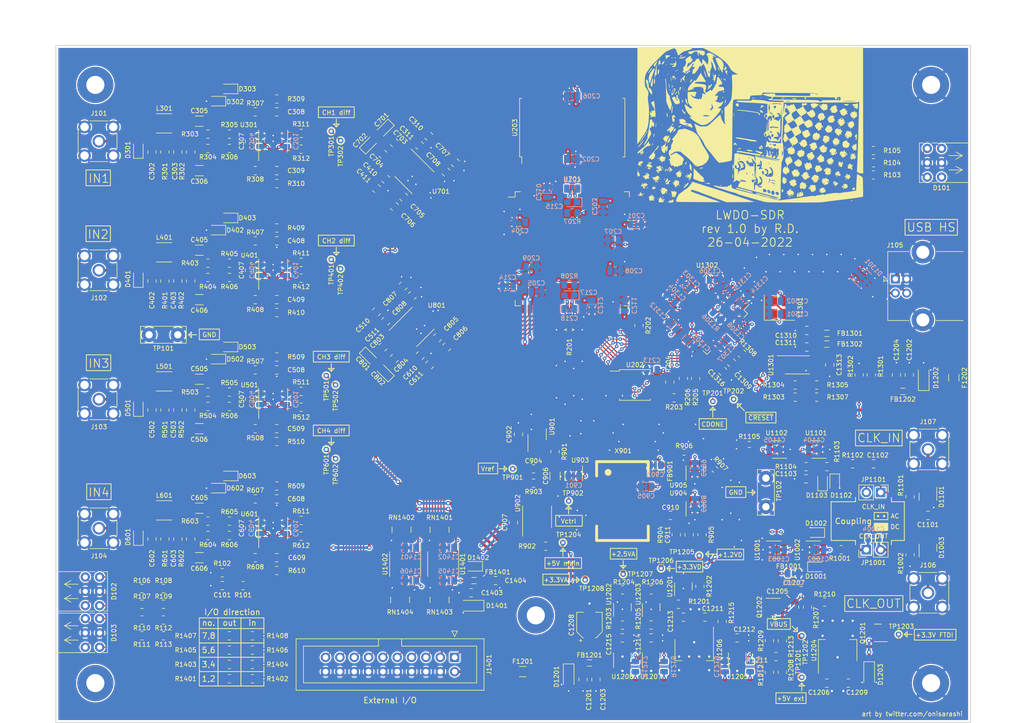
<source format=kicad_pcb>
(kicad_pcb (version 20221018) (generator pcbnew)
  (layers (0 "F.Cu" signal) (31 "B.Cu" signal) (34 "B.Paste" user) (35 "F.Paste" user) (36 "B.SilkS" user "B.Silkscreen") (37 "F.SilkS" user "F.Silkscreen") (38 "B.Mask" user) (39 "F.Mask" user) (44 "Edge.Cuts" user))
  (net 0 "")
  (net 1 "+3.3VD")
  (net 2 "AGND")
  (net 3 "+1.2VD")
  (net 4 "/Input Amplifier 1/IN")
  (net 5 "Net-(C302-Pad2)")
  (net 6 "Net-(C303-Pad1)")
  (net 7 "/Input Amplifier 1/VOCM")
  (net 8 "Net-(C305-Pad2)")
  (net 9 "Net-(C306-Pad2)")
  (net 10 "Net-(C307-Pad1)")
  (net 11 "Net-(C307-Pad2)")
  (net 12 "Net-(C308-Pad1)")
  (net 13 "Net-(C308-Pad2)")
  (net 14 "Net-(C309-Pad1)")
  (net 15 "Net-(C309-Pad2)")
  (net 16 "/ADC1/INA+")
  (net 17 "/ADC1/INA-")
  (net 18 "/Input Amplifier 2/IN")
  (net 19 "Net-(C402-Pad2)")
  (net 20 "Net-(C403-Pad1)")
  (net 21 "Net-(C405-Pad2)")
  (net 22 "Net-(C406-Pad2)")
  (net 23 "Net-(C407-Pad1)")
  (net 24 "Net-(C407-Pad2)")
  (net 25 "Net-(C408-Pad1)")
  (net 26 "Net-(C408-Pad2)")
  (net 27 "Net-(C409-Pad1)")
  (net 28 "Net-(C409-Pad2)")
  (net 29 "/ADC1/INB-")
  (net 30 "/ADC1/INB+")
  (net 31 "/Input Amplifier 3/IN")
  (net 32 "Net-(C502-Pad2)")
  (net 33 "Net-(C503-Pad1)")
  (net 34 "Net-(C505-Pad2)")
  (net 35 "Net-(C506-Pad2)")
  (net 36 "Net-(C507-Pad1)")
  (net 37 "Net-(C507-Pad2)")
  (net 38 "Net-(C508-Pad1)")
  (net 39 "Net-(C508-Pad2)")
  (net 40 "Net-(C509-Pad1)")
  (net 41 "Net-(C509-Pad2)")
  (net 42 "/ADC2/INA+")
  (net 43 "/ADC2/INA-")
  (net 44 "/Input Amplifier 4/IN")
  (net 45 "Net-(C602-Pad2)")
  (net 46 "Net-(C603-Pad1)")
  (net 47 "Net-(C605-Pad2)")
  (net 48 "Net-(C606-Pad2)")
  (net 49 "Net-(C607-Pad1)")
  (net 50 "Net-(C607-Pad2)")
  (net 51 "Net-(C608-Pad1)")
  (net 52 "Net-(C608-Pad2)")
  (net 53 "Net-(C609-Pad1)")
  (net 54 "Net-(C609-Pad2)")
  (net 55 "/ADC2/INB-")
  (net 56 "/ADC2/INB+")
  (net 57 "Net-(C701-Pad1)")
  (net 58 "Net-(C702-Pad1)")
  (net 59 "+2.5VA")
  (net 60 "Net-(C801-Pad1)")
  (net 61 "Net-(C802-Pad1)")
  (net 62 "+3.3VA")
  (net 63 "/VCXO/VCXO_VCC")
  (net 64 "/Clock Output/VDD_3V3")
  (net 65 "Net-(C1004-Pad1)")
  (net 66 "Net-(C1101-Pad1)")
  (net 67 "Net-(C1103-Pad1)")
  (net 68 "Net-(C1201-Pad1)")
  (net 69 "Net-(C1202-Pad1)")
  (net 70 "Net-(C1102-Pad2)")
  (net 71 "/FTDI/FT_3V3")
  (net 72 "+5VMAIN")
  (net 73 "Net-(C1301-Pad1)")
  (net 74 "Net-(C1302-Pad1)")
  (net 75 "/FTDI/FT_+1V8")
  (net 76 "/FTDI/FT_VPHY")
  (net 77 "/FTDI/FT_VPLL")
  (net 78 "/Extension Connector/VDDIO")
  (net 79 "Net-(D101-Pad1)")
  (net 80 "Net-(D101-Pad3)")
  (net 82 "Net-(D101-Pad6)")
  (net 83 "Net-(D102-Pad1)")
  (net 84 "Net-(D102-Pad3)")
  (net 85 "Net-(D102-Pad4)")
  (net 86 "Net-(D102-Pad6)")
  (net 87 "Net-(D103-Pad1)")
  (net 88 "Net-(D103-Pad3)")
  (net 89 "Net-(D103-Pad4)")
  (net 90 "Net-(D103-Pad6)")
  (net 91 "/Clock Output/OUT")
  (net 93 "/Reference Clock Input/IN")
  (net 95 "/FTDI/USB_D-")
  (net 96 "/FTDI/USB_D+")
  (net 97 "/Extension Connector/IO1")
  (net 98 "/Extension Connector/IO2")
  (net 99 "/Extension Connector/IO3")
  (net 100 "/Extension Connector/IO4")
  (net 101 "/Extension Connector/IO5")
  (net 102 "/Extension Connector/IO6")
  (net 103 "/Extension Connector/IO7")
  (net 104 "/Extension Connector/IO8")
  (net 105 "/FPGA/FT_SPI.MISO")
  (net 106 "/FPGA/FT_SPI.~{CS}")
  (net 107 "/FTDI/~{PWREN}")
  (net 108 "/FPGA/LED.STS_R")
  (net 109 "/FPGA/LED.STS_G")
  (net 110 "/FPGA/LED.IN_R1")
  (net 111 "/FPGA/LED.IN_G1")
  (net 112 "/FPGA/LED.IN_R2")
  (net 113 "/FPGA/LED.IN_G2")
  (net 114 "/FPGA/LED.IN_R3")
  (net 115 "/FPGA/LED.IN_G3")
  (net 116 "/FPGA/LED.IN_R4")
  (net 117 "/FPGA/LED.IN_G4")
  (net 118 "/FPGA/FT_SPI.MOSI")
  (net 119 "/FPGA/QSPI_IO2")
  (net 120 "/FPGA/QSPI_IO3")
  (net 121 "/FPGA/FT_IO.~{CRESET}")
  (net 122 "/FPGA/FT_IO.CDONE")
  (net 123 "Net-(R304-Pad2)")
  (net 124 "Net-(R404-Pad2)")
  (net 125 "Net-(R504-Pad2)")
  (net 126 "Net-(R604-Pad2)")
  (net 127 "Net-(R901-Pad1)")
  (net 128 "Net-(R905-Pad2)")
  (net 129 "Net-(R1104-Pad1)")
  (net 130 "Net-(R1201-Pad2)")
  (net 131 "Net-(R1203-Pad2)")
  (net 132 "Net-(R1205-Pad2)")
  (net 133 "Net-(Q1201-Pad3)")
  (net 134 "/FTDI/~{PWRSAV}")
  (net 135 "Net-(R1305-Pad1)")
  (net 136 "Net-(R1306-Pad1)")
  (net 137 "Net-(R1307-Pad1)")
  (net 138 "Net-(R1308-Pad1)")
  (net 139 "/Extension Connector/DIR12")
  (net 140 "/Extension Connector/DIR34")
  (net 141 "/Extension Connector/DIR56")
  (net 142 "/Extension Connector/DIR78")
  (net 143 "Net-(RN1401-Pad5)")
  (net 144 "Net-(RN1401-Pad6)")
  (net 145 "Net-(RN1401-Pad7)")
  (net 146 "Net-(RN1401-Pad8)")
  (net 147 "Net-(RN1402-Pad5)")
  (net 148 "Net-(RN1402-Pad6)")
  (net 149 "Net-(RN1402-Pad7)")
  (net 150 "Net-(RN1402-Pad8)")
  (net 151 "Net-(RN1403-Pad1)")
  (net 152 "Net-(RN1403-Pad2)")
  (net 153 "Net-(RN1403-Pad3)")
  (net 154 "Net-(RN1403-Pad4)")
  (net 155 "Net-(RN1404-Pad1)")
  (net 156 "Net-(RN1404-Pad2)")
  (net 157 "Net-(RN1404-Pad3)")
  (net 158 "Net-(RN1404-Pad4)")
  (net 159 "Net-(TP902-Pad1)")
  (net 160 "/FPGA/SRAM.A17")
  (net 161 "/FPGA/SRAM.A16")
  (net 162 "/FPGA/SRAM.A15")
  (net 163 "/FPGA/SRAM.~{OE}")
  (net 164 "/FPGA/SRAM.~{UB}")
  (net 165 "/FPGA/SRAM.~{LB}")
  (net 166 "/FPGA/SRAM.D15")
  (net 167 "/FPGA/SRAM.D14")
  (net 168 "/FPGA/SRAM.D13")
  (net 169 "/FPGA/SRAM.D12")
  (net 170 "/ADC2/ADC.SCK")
  (net 171 "/ADC1/ADC.DA")
  (net 172 "/ADC1/ADC.DB")
  (net 173 "/ADC1/ADC.~{CS}")
  (net 175 "/ADC2/ADC.DA")
  (net 176 "/ADC2/ADC.DB")
  (net 177 "/ADC2/ADC.~{CS}")
  (net 180 "/FPGA/VCXO_DAC.DIN")
  (net 181 "/FPGA/VCXO_DAC.SCK")
  (net 182 "/FPGA/VCXO_DAC.~{SYNC}")
  (net 183 "/FPGA/CLK_20MHZ")
  (net 186 "/Clock Output/CLK_SEL")
  (net 187 "/Clock Output/CLK0")
  (net 189 "/FPGA/REF_CLK_IN")
  (net 190 "/FPGA/FT_IO.IO1")
  (net 191 "/FPGA/FT_IO.IO2")
  (net 192 "/FPGA/FT_SPI.SCK")
  (net 193 "/FPGA/FIFO.~{OE}")
  (net 194 "/FPGA/FIFO.CLKOUT")
  (net 195 "/FPGA/FIFO.SIWU")
  (net 196 "/FPGA/FIFO.~{WR}")
  (net 198 "/FPGA/FIFO.~{RD}")
  (net 199 "/FPGA/FIFO.~{TXE}")
  (net 200 "/FPGA/FIFO.~{RXF}")
  (net 201 "/FPGA/FIFO.D7")
  (net 202 "/FPGA/FIFO.D6")
  (net 203 "/FPGA/FIFO.D5")
  (net 204 "/FPGA/FIFO.D4")
  (net 205 "/FPGA/FIFO.D3")
  (net 206 "/FPGA/FIFO.D2")
  (net 207 "/FPGA/FIFO.D1")
  (net 208 "/FPGA/FIFO.D0")
  (net 212 "/FPGA/SRAM.D11")
  (net 213 "/FPGA/SRAM.D10")
  (net 214 "/FPGA/SRAM.D9")
  (net 215 "/FPGA/SRAM.D8")
  (net 216 "/FPGA/SRAM.A14")
  (net 217 "/FPGA/SRAM.A13")
  (net 218 "/FPGA/SRAM.A12")
  (net 219 "/FPGA/SRAM.A11")
  (net 220 "/FPGA/SRAM.A10")
  (net 222 "/FPGA/SRAM.A9")
  (net 223 "/FPGA/SRAM.A8")
  (net 224 "/FPGA/SRAM.A7")
  (net 225 "/FPGA/SRAM.A6")
  (net 226 "/FPGA/SRAM.A5")
  (net 227 "/FPGA/SRAM.~{WE}")
  (net 228 "/FPGA/SRAM.D7")
  (net 229 "/FPGA/SRAM.D6")
  (net 230 "/FPGA/SRAM.D5")
  (net 231 "/FPGA/SRAM.D4")
  (net 240 "/FPGA/SRAM.D3")
  (net 241 "/FPGA/SRAM.D2")
  (net 242 "/FPGA/SRAM.D1")
  (net 243 "/FPGA/SRAM.D0")
  (net 244 "/FPGA/SRAM.~{CS}")
  (net 245 "/FPGA/SRAM.A4")
  (net 246 "/FPGA/SRAM.A3")
  (net 247 "/FPGA/SRAM.A2")
  (net 248 "/FPGA/SRAM.A1")
  (net 249 "/FPGA/SRAM.A0")
  (net 254 "/Clock Output/CLK1")
  (net 255 "Net-(U1001-Pad4)")
  (net 256 "/Extension Connector/EXT_IO1")
  (net 268 "/Extension Connector/EXT_IO2")
  (net 269 "/Extension Connector/EXT_IO3")
  (net 270 "/Extension Connector/EXT_IO4")
  (net 271 "/Extension Connector/EXT_IO5")
  (net 272 "/Extension Connector/EXT_IO6")
  (net 273 "/Extension Connector/EXT_IO7")
  (net 274 "/Extension Connector/EXT_IO8")
  (net 275 "Net-(C904-Pad1)")
  (net 276 "Net-(C906-Pad1)")
  (net 277 "Net-(U904-Pad4)")
  (net 279 "Net-(D1001-Pad2)")
  (net 280 "Net-(R1214-Pad1)")
  (net 281 "Net-(D1102-Pad1)")
  (net 282 "Net-(U1101-Pad4)")
  (net 283 "Net-(R1215-Pad1)")
  (net 284 "Net-(R1216-Pad1)")
  (net 285 "Net-(R1217-Pad1)")
  (net 286 "/Power Supply/+5VFTDI")
  (net 287 "/Power Supply/5VEXT_CLEAN")
  (net 288 "/Power Supply/VBUS_CLEAN")
  (net 289 "/Power Supply/VBUS")
  (net 290 "Net-(R906-Pad1)")
  (net 291 "Net-(R1303-Pad1)")
  (net 292 "Net-(R1304-Pad1)")
  (net 293 "Net-(C907-Pad2)")
  (net 294 "Net-(C910-Pad1)")
  (net 295 "Net-(C910-Pad2)")
  (net 296 "Net-(C911-Pad1)")
  (net 297 "Net-(C1205-Pad2)")
  (net 298 "Net-(C1207-Pad1)")
  (net 299 "/Extension Connector/EXT_VDDIO")
  (net 300 "/Extension Connector/EXT_VDD3V3")
  (net 301 "/Extension Connector/5VEXT")
  (net 302 "Net-(R1105-Pad1)")
  (net 303 "Net-(U1102-Pad3)")
  (net 304 "Net-(C217-Pad1)")
  (net 305 "Net-(C217-Pad2)")
  (net 306 "Net-(C215-Pad1)")
  (net 307 "Net-(C215-Pad2)")
  (net 308 "Net-(R201-Pad2)")
  (net 309 "Net-(R907-Pad1)")
  (net 310 "Net-(D302-Pad1)")
  (net 311 "Net-(D402-Pad1)")
  (net 312 "Net-(D502-Pad1)")
  (net 313 "Net-(D602-Pad1)")
  (footprint "Resistor_SMD:R_Array_Convex_4x0603" (layer "F.Cu") (at 140.97 128.27 -90)
    (fp_text reference "RN1404")
    (fp_text value "4x82R")
  )
  (footprint "Capacitor_SMD:C_0805_2012Metric" (layer "F.Cu") (at 146.05 46.101 -45)
    (fp_text reference "C310")
    (fp_text value "1.5n")
  )
  (footprint "Resistor_SMD:R_0805_2012Metric" (layer "F.Cu") (at 206.375 135.4855 -90)
    (fp_text reference "R1213")
    (fp_text value "0")
  )
  (footprint "Resistor_SMD:R_0805_2012Metric" (layer "F.Cu") (at 99.314 117.475 -90)
    (fp_text reference "R601")
    (fp_text value "49.9")
  )
  (footprint "Package_TO_SOT_SMD:SOT-23-6" (layer "F.Cu") (at 207.518 129.54)
    (fp_text reference "Q1202")
    (fp_text value "PMN48XP")
  )
  (footprint "Capacitor_SMD:C_0805_2012Metric" (layer "F.Cu") (at 139.954 47.244 135)
    (fp_text reference "C703")
    (fp_text value "100n")
  )
  (footprint "Resistor_SMD:R_0805_2012Metric" (layer "F.Cu") (at 103.886 117.475 90)
    (fp_text reference "R602")
    (fp_text value "62")
  )
  (footprint "Connector_Coaxial:SMA_Molex_73251-2200_Horizontal" (layer "F.Cu") (at 87.63 69.85 90)
    (fp_text reference "J102")
    (fp_text value "IN2")
  )
  (footprint "TestPoint:TestPoint_THTPad_D1.0mm_Drill0.5mm" (layer "F.Cu") (at 127.889 101.6)
    (fp_text reference "TP601")
    (fp_text value "TestPoint")
  )
  (footprint "Package_TO_SOT_SMD:SOT-23-5" (layer "F.Cu") (at 200.66 138.43 90)
    (fp_text reference "U1205")
    (fp_text value "NCV8164ASN120T1G")
  )
  (footprint "Resistor_SMD:R_0805_2012Metric" (layer "F.Cu") (at 119.126 100.203)
    (fp_text reference "R510")
    (fp_text value "220")
  )
  (footprint "Diode_SMD:D_SOD-323" (layer "F.Cu") (at 110.744 83.439 180)
    (fp_text reference "D503")
    (fp_text value "BAT54HGW")
  )
  (footprint "TestPoint:TestPoint_THTPad_D1.0mm_Drill0.5mm" (layer "F.Cu") (at 200.025 92.71)
    (fp_text reference "TP202")
    (fp_text value "TestPoint")
  )
  (footprint "Diode_SMD:D_SOD-323" (layer "F.Cu") (at 94.615 94.234 90)
    (fp_text reference "D501")
    (fp_text value "SD12C")
  )
  (footprint "MountingHole:MountingHole_3.2mm_M3_Pad" (layer "F.Cu") (at 235 143)
    (fp_text reference "H102")
    (fp_text value "MountingHole_Pad")
  )
  (footprint "Capacitor_SMD:C_0805_2012Metric" (layer "F.Cu") (at 212.852 106.807 180)
    (fp_text reference "C1103")
    (fp_text value "10n")
  )
  (footprint "Resistor_SMD:R_0805_2012Metric" (layer "F.Cu") (at 110.744 91.44)
    (fp_text reference "R505")
    (fp_text value "100")
  )
  (footprint "Capacitor_SMD:C_0805_2012Metric" (layer "F.Cu") (at 143.129 74.295 45)
    (fp_text reference "C808")
    (fp_text value "DNP")
  )
  (footprint "Capacitor_SMD:C_0805_2012Metric" (layer "F.Cu") (at 119.126 52.197 180)
    (fp_text reference "C309")
    (fp_text value "1.5n")
  )
  (footprint "Diode_SMD:D_SOD-323" (layer "F.Cu") (at 108.585 62.738 180)
    (fp_text reference "D402")
    (fp_text value "BAT54HGW")
  )
  (footprint "Resistor_SMD:R_0805_2012Metric" (layer "F.Cu") (at 114.808 137.160001 180)
    (fp_text reference "R1406")
    (fp_text value "DNP")
  )
  (footprint "Inductor_SMD:L_1812_4532Metric_Pad1.30x3.40mm_HandSolder" (layer "F.Cu") (at 99.187 66.675)
    (fp_text reference "L401")
    (fp_text value "18u")
  )
  (footprint "TestPoint:TestPoint_THTPad_D1.0mm_Drill0.5mm" (layer "F.Cu") (at 128.778 67.945)
    (fp_text reference "TP401")
    (fp_text value "TestPoint")
  )
  (footprint "Resistor_SMD:R_0805_2012Metric" (layer "F.Cu") (at 110.744 134.620001 180)
    (fp_text reference "R1407")
    (fp_text value "DNP")
  )
  (footprint "LOGO" (layer "F.Cu") (at 202.946 44.069)
    (fp_text reference "G***" hide)
    (fp_text value "LOGO" hide)
  )
  (footprint "Capacitor_SMD:C_1206_3216Metric" (layer "F.Cu") (at 105.41 75.057)
    (fp_text reference "C406")
    (fp_text value "100n")
  )
  (footprint "Diode_SMD:D_SOD-323" (layer "F.Cu") (at 215.773 107.442 90)
    (fp_text reference "D1103")
    (fp_text value "BAT54HGW")
  )
  (footprint "Resistor_SMD:R_Array_Convex_4x0603" (layer "F.Cu") (at 147.955 115.824 -90)
    (fp_text reference "RN1401")
    (fp_text value "4x82R")
  )
  (footprint "Resistor_SMD:R_0805_2012Metric" (layer "F.Cu") (at 214.7335 92.329)
    (fp_text reference "R1307")
    (fp_text value "10k")
  )
  (footprint "Package_TO_SOT_SMD:SOT-23" (layer "F.Cu") (at 234.442 109.982 -90)
    (fp_text reference "D1101")
    (fp_text value "PESD5V0X1BT")
  )
  (footprint "Capacitor_SMD:C_0805_2012Metric" (layer "F.Cu") (at 119.126 120.777 180)
    (fp_text reference "C609")
    (fp_text value "1.5n")
  )
  (footprint "Capacitor_SMD:C_0805_2012Metric" (layer "F.Cu") (at 136.779 55.372 -45)
    (fp_text reference "C411")
    (fp_text value "1.5n")
  )
  (footprint "Capacitor_SMD:C_0805_2012Metric" (layer "F.Cu") (at 141.605 56.896 135)
    (fp_text reference "C705")
    (fp_text value "DNP")
  )
  (footprint "Resistor_SMD:R_0805_2012Metric" (layer "F.Cu") (at 123.444 68.453)
    (fp_text reference "R411")
    (fp_text value "100")
  )
  (footprint "Capacitor_SMD:C_1206_3216Metric" (layer "F.Cu") (at 168.402 106.299 -90)
    (fp_text reference "C906")
    (fp_text value "100n")
  )
  (footprint "Diode_SMD:D_SOD-323" (layer "F.Cu") (at 108.585 108.458 180)
    (fp_text reference "D602")
    (fp_text value "BAT54HGW")
  )
  (footprint "Resistor_SMD:R_0805_2012Metric" (layer "F.Cu") (at 115.316 41.783)
    (fp_text reference "R307")
    (fp_text value "24")
  )
  (footprint "Capacitor_SMD:C_0805_2012Metric" (layer "F.Cu") (at 97.028 94.615 -90)
    (fp_text reference "C502")
    (fp_text value "6.8n")
  )
  (footprint "Capacitor_Tantalum_SMD:CP_EIA-2012-15_AVX-P" (layer "F.Cu") (at 138.176 44.831 -135)
    (fp_text reference "C701")
    (fp_text value "10u")
  )
  (footprint "Resistor_SMD:R_0805_2012Metric" (layer "F.Cu") (at 115.316 110.363)
    (fp_text reference "R607")
    (fp_text value "24")
  )
  (footprint "Resistor_SMD:R_0805_2012Metric" (layer "F.Cu") (at 113.157 125.73)
    (fp_text reference "R101")
    (fp_text value "1k")
  )
  (footprint "Resistor_SMD:R_0805_2012Metric" (layer "F.Cu") (at 208.661 141.097 90)
    (fp_text reference "R1208")
    (fp_text value "DNP")
  )
  (footprint "Resistor_SMD:R_0805_2012Metric" (layer "F.Cu") (at 185.42 126.492 180)
    (fp_text reference "R1206")
    (fp_text value "2.4k")
  )
  (footprint "Capacitor_SMD:C_0805_2012Metric" (layer "F.Cu") (at 139.954 85.471 -135)
    (fp_text reference "C804")
    (fp_text value "100n")
  )
  (footprint "Resistor_SMD:R_0805_2012Metric" (layer "F.Cu") (at 193.294 89.027 90)
    (fp_text reference "R205")
    (fp_text value "10k")
  )
  (footprint "Diode_SMD:D_SOD-323" (layer "F.Cu") (at 110.744 60.579 180)
    (fp_text reference "D403")
    (fp_text value "BAT54HGW")
  )
  (footprint "Capacitor_SMD:C_0805_2012Metric" (layer "F.Cu") (at 149.225 83.439 -135)
    (fp_text reference "C806")
    (fp_text value "4.7u")
  )
  (footprint "Package_TO_SOT_SMD:SOT-23" (layer "F.Cu") (at 234.442 118.999 90)
    (fp_text reference "D1003")
    (fp_text value "PESD5V0X1BT")
  )
  (footprint "Capacitor_SMD:C_0805_2012Metric" (layer "F.Cu") (at 200.66 135.001)
    (fp_text reference "C1212")
    (fp_text value "4.7u")
  )
  (footprint "Resistor_SMD:R_0805_2012Metric" (layer "F.Cu") (at 119.126 108.077)
    (fp_text reference "R609")
    (fp_text value "220")
  )
  (footprint "Capacitor_SMD:C_0805_2012Metric" (layer "F.Cu") (at 137.922 83.439 -135)
    (fp_text reference "C803")
    (fp_text value "100n")
  )
  (footprint "Capacitor_SMD:C_0805_2012Metric" (layer "F.Cu") (at 224.79 104.14 180)
    (fp_text reference "C1102")
    (fp_text value "10n")
  )
  (footprint "Package_TO_SOT_SMD:SOT-23-6" (layer "F.Cu") (at 214.63 101.6 180)
    (fp_text reference "U1101")
    (fp_text value "74LVC2GU04")
  )
  (footprint "Capacitor_SMD:C_0805_2012Metric" (layer "F.Cu") (at 228.854 88.392 90)
    (fp_text reference "C1204")
    (fp_text value "1u")
  )
  (footprint "Capacitor_SMD:C_0805_2012Metric" (layer "F.Cu") (at 114.3 115.57 90)
    (fp_text reference "C607")
    (fp_text value "10n")
  )
  (footprint "Resistor_SMD:R_0805_2012Metric" (layer "F.Cu") (at 115.316 97.917)
    (fp_text reference "R508")
    (fp_text value "24")
  )
  (footprint "Resistor_SMD:R_0805_2012Metric" (layer "F.Cu") (at 123.444 114.173)
    (fp_text reference "R611")
    (fp_text value "100")
  )
  (footprint "Resistor_SMD:R_0805_2012Metric" (layer "F.Cu") (at 99.314 48.895 -90)
    (fp_text reference "R301")
    (fp_text value "49.9")
  )
  (footprint "Resistor_SMD:R_0805_2012Metric" (layer "F.Cu") (at 224.409 88.392 -90)
    (fp_text reference "R1301")
    (fp_text value "5.1k")
  )
  (footprint "Connector_Coaxial:SMA_Molex_73251-2200_Horizontal" (layer "F.Cu") (at 87.63 115.57 90)
    (fp_text reference "J104")
    (fp_text value "IN4")
  )
  (footprint "Capacitor_SMD:C_0805_2012Metric" (layer "F.Cu") (at 119.126 110.363 180)
    (fp_text reference "C608")
    (fp_text value "1.5n")
  )
  (footprint "Resistor_SMD:R_0805_2012Metric" (layer "F.Cu") (at 188.722 89.662 -90)
    (fp_text reference "R204")
    (fp_text value "10k")
  )
  (footprint "Package_TO_SOT_SMD:SOT-23-6" (layer "F.Cu") (at 207.645 119.38)
    (fp_text reference "U1001")
    (fp_text value "74LVC1G157")
  )
  (footprint "Resistor_SMD:R_0805_2012Metric" (layer "F.Cu") (at 95.25 129.032 180)
    (fp_text reference "R107")
    (fp_text value "220")
  )
  (footprint "TestPoint:TestPoint_THTPad_D1.0mm_Drill0.5mm" (layer "F.Cu") (at 129.54 90.17)
    (fp_text reference "TP502")
    (fp_text value "TestPoint")
  )
  (footprint "Resistor_SMD:R_0805_2012Metric" (layer "F.Cu") (at 191.135 89.027 90)
    (fp_text reference "R206")
    (fp_text value "10k")
  )
  (footprint "Resistor_SMD:R_0805_2012Metric" (layer "F.Cu") (at 110.744 114.3)
    (fp_text reference "R605")
    (fp_text value "100")
  )
  (footprint "Resistor_SMD:R_0805_2012Metric" (layer "F.Cu") (at 106.934 91.44)
    (fp_text reference "R503")
    (fp_text value "100")
  )
  (footprint "Resistor_SMD:R_0805_2012Metric" (layer "F.Cu") (at 103.886 48.895 90)
    (fp_text reference "R302")
    (fp_text value "62")
  )
  (footprint "Capacitor_SMD:C_0805_2012Metric" (layer "F.Cu") (at 173.355 142.367 -90)
    (fp_text reference "C1201")
    (fp_text value "1u")
  )
  (footprint "Resistor_SMD:R_0805_2012Metric" (layer "F.Cu") (at 190.246 129.032)
    (fp_text reference "R1201")
    (fp_text value "1k")
  )
  (footprint "Connector_USB:USB_B_Lumberg_2411_02_Horizontal" (layer "F.Cu") (at 228.6705 71.394)
    (fp_text reference "J105")
    (fp_text value "USB_B")
  )
  (footprint "TestPoint:TestPoint_THTPad_D1.0mm_Drill0.5mm" (layer "F.Cu") (at 180.467 123.698)
    (fp_text reference "TP1207")
    (fp_text value "TestPoint")
  )
  (footprint "Resistor_SMD:R_0805_2012Metric" (layer "F.Cu") (at 197.993 132.08 90)
    (fp_text reference "R1215")
    (fp_text value "10k")
  )
  (footprint "Resistor_SMD:R_0805_2012Metric" (layer "F.Cu") (at 95.25 134.62 180)
    (fp_text reference "R111")
    (fp_text value "220")
  )
  (footprint "Resistor_SMD:R_0805_2012Metric" (layer "F.Cu") (at 110.744 116.84)
    (fp_text reference "R606")
    (fp_text value "200")
  )
  (footprint "MountingHole:MountingHole_3.2mm_M3_Pad" (layer "F.Cu") (at 235 37)
    (fp_text reference "H101")
    (fp_text value "MountingHole_Pad")
  )
  (footprint "Resistor_SMD:R_0805_2012Metric" (layer "F.Cu") (at 114.808 142.240001 180)
    (fp_text reference "R1402")
    (fp_text value "DNP")
  )
  (footprint "Capacitor_SMD:C_1206_3216Metric" (layer "F.Cu") (at 105.41 52.197)
    (fp_text reference "C306")
    (fp_text value "100n")
  )
  (footprint "Diode_SMD:D_SOD-323" (layer "F.Cu") (at 110.744 37.719 180)
    (fp_text reference "D303")
    (fp_text value "BAT54HGW")
  )
  (footprint "Resistor_SMD:R_0805_2012Metric" (layer "F.Cu") (at 123.444 71.247)
    (fp_text reference "R412")
    (fp_text value "100")
  )
  (footprint "Resistor_SMD:R_0805_2012Metric" (layer "F.Cu") (at 110.744 142.240001 180)
    (fp_text reference "R1401")
    (fp_text value "0")
  )
  (footprint "Resistor_SMD:R_0805_2012Metric" (layer "F.Cu") (at 180.34 126.492 180)
    (fp_text reference "R1204")
    (fp_text value "2.4k")
  )
  (footprint "Resistor_SMD:R_Array_Convex_4x0603" (layer "F.Cu") (at 147.955 128.27 -90)
    (fp_text reference "RN1403")
    (fp_text value "4x82R")
  )
  (footprint "Resistor_SMD:R_0805_2012Metric" (layer "F.Cu") (at 95.25 126.238 180)
    (fp_text reference "R106")
    (fp_text value "220")
  )
  (footprint "Capacitor_SMD:C_0805_2012Metric" (layer "F.Cu") (at 119.126 97.917 180)
    (fp_text reference "C509")
    (fp_text value "1.5n")
  )
  (footprint "Package_SO:TSSOP-16_4.4x5mm_P0.65mm" (layer "F.Cu") (at 143.51 52.832 -45)
    (fp_text reference "U701")
    (fp_text value "AD7357xRU")
  )
  (footprint "Connector_Coaxial:SMA_Molex_73251-2200_Horizontal" (layer "F.Cu") (at 234.442 101.6 -90)
    (fp_text reference "J107")
    (fp_text value "REF_IN")
  )
  (footprint "Package_SO:TSSOP-8_4.4x3mm_P0.65mm" (layer "F.Cu") (at 211.328 86.614)
    (fp_text reference "U1301")
    (fp_text value "AT93C56")
  )
  (footprint "Capacitor_SMD:CP_Elec_4x5.8" (layer "F.Cu") (at 174.498 132.715 90)
    (fp_text reference "C1208")
    (fp_text value "22u")
  )
  (footprint "Resistor_SMD:R_0805_2012Metric" (layer "F.Cu") (at 224.79 52.959)
    (fp_text reference "R103")
    (fp_text value "220")
  )
  (footprint "Resistor_SMD:R_0805_2012Metric" (layer "F.Cu") (at 210.9235 92.329)
    (fp_text reference "R1303")
    (fp_text value "10k")
  )
  (footprint "Inductor_SMD:L_0805_2012Metric" (layer "F.Cu") (at 216.535 81.026)
    (fp_text reference "FB1301")
    (fp_text value "782853701")
  )
  (footprint "Capacitor_SMD:C_0805_2012Metric" (layer "F.Cu") (at 139.954 58.547 135)
    (fp_text reference "C706")
    (fp_text value "4.7u")
  )
  (footprint "Inductor_SMD:L_0805_2012Metric" (layer "F.Cu") (at 154.051 124.841 180)
    (fp_text reference "FB1401")
    (fp_text value "782853701")
  )
  (footprint "Resistor_SMD:R_0805_2012Metric" (layer "F.Cu") (at 106.934 68.58)
    (fp_text reference "R403")
    (fp_text value "100")
  )
  (footprint "Capacitor_Tantalum_SMD:CP_EIA-2012-15_AVX-P" (layer "F.Cu") (at 138.176 87.884 135)
    (fp_text reference "C802")
    (fp_text value "10u")
  )
  (footprint "Inductor_SMD:L_0805_2012Metric" (layer "F.Cu") (at 174.498 139.446 180)
    (fp_text reference "FB1201")
    (fp_text value "782853701")
  )
  (footprint "Capacitor_SMD:C_0805_2012Metric" (layer "F.Cu") (at 234.442 113.284)
    (fp_text reference "C1101")
    (fp_text value "1n")
  )
  (footprint "Resistor_SMD:R_0805_2012Metric" (layer "F.Cu") (at 99.06 126.238 180)
    (fp_text reference "R108")
    (fp_text value "220")
  )
  (footprint "Capacitor_SMD:C_0805_2012Metric" (layer "F.Cu") (at 144.408025 47.752 -45)
    (fp_text reference "C311")
    (fp_text value "1.5n")
  )
  (footprint "MountingHole:MountingHole_3.2mm_M3_Pad" (layer "F.Cu") (at 165 131)
    (fp_text reference "H105")
    (fp_text value "MountingHole_Pad")
  )
  (footprint "Capacitor_SMD:C_1206_3216Metric" (layer "F.Cu") (at 105.41 66.294)
    (fp_text reference "C405")
    (fp_text value "100n")
  )
  (footprint "Resistor_SMD:R_0805_2012Metric" (layer "F.Cu") (at 219.075 119.38 180)
    (fp_text reference "R1001")
    (fp_text value "75")
  )
  (footprint "Fuse:Fuse_1206_3216Metric" (layer "F.Cu") (at 239.014 88.9 -90)
    (fp_text reference "F1202")
    (fp_text value "1206L050/15")
  )
  (footprint "Capacitor_SMD:C_0805_2012Metric" (layer "F.Cu") (at 101.6 94.615 -90)
    (fp_text reference "C503")
    (fp_text value "6.8n")
  )
  (footprint "Capacitor_Tantalum_SMD:CP_EIA-2012-15_AVX-P" (layer "F.Cu") (at 135.509 47.498 45)
    (fp_text reference "C702")
    (fp_text value "10u")
  )
  (footprint "Resistor_SMD:R_0805_2012Metric" (layer "F.Cu") (at 119.126 85.217)
    (fp_text reference "R509")
    (fp_text value "220")
  )
  (footprint "Inductor_SMD:L_0805_2012Metric" (layer "F.Cu") (at 229.997 91.313)
    (fp_text reference "FB1202")
    (fp_text value "782853701")
  )
  (footprint "Resistor_SMD:R_0805_2012Metric" (layer "F.Cu") (at 189.865 116.713 -90)
    (fp_text reference "R904")
    (fp_text value "10k")
  )
  (footprint "Capacitor_SMD:C_0805_2012Metric" (layer "F.Cu") (at 101.6 117.475 -90)
    (fp_text reference "C603")
    (fp_text value "6.8n")
  )
  (footprint "Connector_PinHeader_2.54mm:PinHeader_1x02_P2.54mm_Vertical" (layer "F.Cu") (at 223.515 119.38 90)
    (fp_text reference "JP1001")
    (fp_text value "DC")
  )
  (footprint "TestPoint:TestPoint_THTPad_D1.0mm_Drill0.5mm" (layer "F.Cu") (at 169.799 118.11)
    (fp_text reference "TP1204")
    (fp_text value "TestPoint")
  )
  (footprint "TestPoint:TestPoint_Bridge_Pitch5.08mm_Drill1.3mm" (layer "F.Cu") (at 101.6 81.28 180)
    (fp_text reference "TP101")
    (fp_text value "TestPoint")
  )
  (footprint "Diode_SMD:Nexperia_CFP3_SOD-123W" (layer "F.Cu") (at 153.543 129.286 180)
    (fp_text reference "D1401")
    (fp_text value "PTVS3V3S1UR")
  )
  (footprint "Package_TO_SOT_SMD:SOT-23-6" (layer "F.Cu") (at 193.167 105.283 90)
    (fp_text reference "U905")
    (fp_text value "74LVC2G04")
  )
  (footprint "Capacitor_SMD:C_0805_2012Metric" (layer "F.Cu") (at 216.535 143.002)
    (fp_text reference "C1206")
    (fp_text value "1u")
  )
  (footprint "Inductor_SMD:L_0805_2012Metric" (layer "F.Cu") (at 187.198 105.41 -90)
    (fp_text reference "FB901")
    (fp_text value "782853701")
  )
  (footprint "Resistor_SMD:R_0805_2012Metric" (layer "F.Cu") (at 110.744 93.98)
    (fp_text reference "R506")
    (fp_text value "200")
  )
  (footprint "Capacitor_SMD:C_0805_2012Metric" (layer "F.Cu") (at 114.3 69.85 90)
    (fp_text reference "C407")
    (fp_text value "10n")
  )
  (footprint "Resistor_SMD:R_0805_2012Metric" (layer "F.Cu") (at 110.744 137.160001 180)
    (fp_text reference "R1405")
    (fp_text value "0")
  )
  (footprint "Package_TO_SOT_SMD:SOT-23-6" (layer "F.Cu") (at 193.167 111.633 90)
    (fp_text reference "U904")
    (fp_text value "74LVC2GU04")
  )
  (footprint "TestPoint:TestPoint_Bridge_Pitch5.08mm_Drill1.3mm" (layer "F.Cu") (at 205.74 111.76 90)
    (fp_text reference "TP102")
    (fp_text value "TestPoint")
  )
  (footprint "Resistor_SMD:R_0805_2012Metric" (layer "F.Cu") (at 110.744 45.72)
    (fp_text reference "R305")
    (fp_text value "100")
  )
  (footprint "Diode_SMD:D_SOD-323" (layer "F.Cu") (at 154.051 122.301 180)
    (fp_text reference "D1402")
    (fp_text value "BAT54HGW")
  )
  (footprint "Resistor_SMD:R_0805_2012Metric" (layer "F.Cu") (at 123.444 91.313)
    (fp_text reference "R511")
    (fp_text value "100")
  )
  (footprint "Package_SO:SOIC-8_3.9x4.9mm_P1.27mm" (layer "F.Cu") (at 165.227 113.538 90)
    (fp_text reference "U902")
    (fp_text value "MCP1501-33xSN")
  )
  (footprint "Connector_Coaxial:SMA_Molex_73251-2200_Horizontal" (layer "F.Cu") (at 87.63 46.99 90)
    (fp_text reference "J101")
    (fp_text value "IN1")
  )
  (footprint "Resistor_SMD:R_0805_2012Metric" (layer "F.Cu") (at 99.06 129.032 180)
    (fp_text reference "R109")
    (fp_text value "220")
  )
  (footprint "Resistor_SMD:R_0805_2012Metric" (layer "F.Cu") (at 194.437 116.713 90)
    (fp_text reference "R905")
    (fp_text value "100k")
  )
  (footprint "Resistor_SMD:R_0805_2012Metric" (layer "F.Cu") (at 99.06 131.826 180)
    (fp_text reference "R112")
    (fp_text value "220")
  )
  (footprint "Capacitor_SMD:C_0805_2012Metric" (layer "F.Cu") (at 114.3 92.71 90)
    (fp_text reference "C507")
    (fp_text value "10n")
  )
  (footprint "Capacitor_SMD:C_0805_2012Metric" (layer "F.Cu") (at 175.641 142.367 -90)
    (fp_text reference "C1203")
    (fp_text value "1u")
  )
  (footprint "Diode_SMD:Nexperia_CFP3_SOD-123W" (layer "F.Cu") (at 224.028 141.478 -90)
    (fp_text reference "D1203")
    (fp_text value "PTVS3V3S1UR")
  )
  (footprint "TestPoint:TestPoint_THTPad_D1.0mm_Drill0.5mm" (layer "F.Cu") (at 229.235 134.366)
    (fp_text reference "TP1203")
    (fp_text value "TestPoint")
  )
  (footprint "Package_SO:TSOP-II-44_10.16x18.41mm_P0.8mm" (layer "F.Cu") (at 171.45 44.577 90)
    (fp_text reference "U203")
    (fp_text value "IS61WV25616FBLL-10TLI")
  )
  (footprint "Package_QFP:TQFP-144_20x20mm_P0.5mm" (layer "F.Cu") (at 171.45 66.04)
    (fp_text reference "U201")
    (fp_text value "ICE40HX4K")
  )
  (footprint "Resistor_SMD:R_0805_2012Metric" (layer "F.Cu") (at 115.316 52.197)
    (fp_text reference "R308")
    (fp_text value "24")
  )
  (footprint "Capacitor_SMD:C_1206_3216Metric" (layer "F.Cu") (at 105.41 97.917)
    (fp_text reference "C506")
    (fp_text value "100n")
  )
  (footprint "Resistor_SMD:R_0805_2012Metric" (layer "F.Cu") (at 114.808 134.620001 180)
    (fp_text reference "R1408")
    (fp_text value "0")
  )
  (footprint "Connector_Coaxial:SMA_Molex_73251-2200_Horizontal" (layer "F.Cu") (at 234.442 127 -90)
    (fp_text reference "J106")
    (fp_text value "CLK_OUT")
  )
  (footprint "Capacitor_SMD:C_1206_3216Metric" (layer "F.Cu") (at 105.41 43.434)
    (fp_text reference "C305")
    (fp_text value "100n")
  )
  (footprint "Resistor_SMD:R_0805_2012Metric" (layer "F.Cu") (at 231.267 120.269 90)
    (fp_text reference "R1002")
    (fp_text value "120")
  )
  (footprint "TestPoint:TestPoint_THTPad_D1.0mm_Drill0.5mm" (layer "F.Cu") (at 173.736 124.714)
    (fp_text reference "TP1208")
    (fp_text value "TestPoint")
  )
  (footprint "Capacitor_SMD:C_0805_2012Metric" (layer "F.Cu") (at 150.749 50.8 -45)
    (fp_text reference "C707")
    (fp_text value "4.7u")
  )
  (footprint "Resistor_SMD:R_0805_2012Metric" (layer "F.Cu") (at 106.934 93.98)
    (fp_text reference "R504")
    (fp_text value "27")
  )
  (footprint "TestPoint:TestPoint_THTPad_D1.0mm_Drill0.5mm" (layer "F.Cu") (at 212.09 134.62)
    (fp_text reference "TP1202")
    (fp_text value "TestPoint")
  )
  (footprint "TestPoint:TestPoint_THTPad_D1.0mm_Drill0.5mm" (layer "F.Cu") (at 130.429 46.863)
    (fp_text reference "TP302")
    (fp_text value "TestPoint")
  )
  (footprint "Diode_SMD:D_SOD-323" (layer "F.Cu") (at 217.932 107.442 -90)
    (fp_text reference "D1102")
    (fp_text value "BAT54HGW")
  )
  (footprint "Resistor_SMD:R_0805_2012Metric" (layer "F.Cu") (at 114.808 139.7 180)
    (fp_text reference "R1404")
    (fp_text value "DNP")
  )
  (footprint "Capacitor_SMD:C_0805_2012Metric" (layer "F.Cu") (at 101.6 71.755 -90)
    (fp_text reference "C403")
    (fp_text value "6.8n")
  )
  (footprint "Resistor_SMD:R_0805_2012Metric" (layer "F.Cu") (at 119.126 77.343)
    (fp_text reference "R410")
    (fp_text value "220")
  )
  (footprint "Capacitor_SMD:C_0805_2012Metric" (layer "F.Cu") (at 180.34 135.001)
    (fp_text reference "C1215")
    (fp_text value "4.7u")
  )
  (footprint "Capacitor_SMD:C_0805_2012Metric" (layer "F.Cu") (at 231.14 88.392 90)
    (fp_text reference "C1202")
    (fp_text value "1u")
  )
  (footprint "Capacitor_SMD:C_0805_2012Metric" (layer "F.Cu") (at 114.3 46.99 90)
    (fp_text reference "C307")
    (fp_text value "10n")
  )
  (footprint "TestPoint:TestPoint_THTPad_D1.0mm_Drill0.5mm" (layer "F.Cu") (at 170.815 110.744)
    (fp_text reference "TP902")
    (fp_text value "TestPoint")
  )
  (footprint "TestPoint:TestPoint_THTPad_D1.0mm_Drill0.5mm" (layer "F.Cu") (at 128.778 45.212)
    (fp_text reference "TP301")
    (fp_text value "TestPoint")
  )
  (footprint "Package_SO:SOIC-8_3.9x4.9mm_P1.27mm" (layer "F.Cu") (at 118.491 46.99 90)
    (fp_text reference "U301")
    (fp_text value "THS4521ID")
  )
  (footprint "Capacitor_SMD:C_0805_2012Metric" (layer "F.Cu") (at 161.036 114.554 -90)
    (fp_text reference "C907")
    (fp_text value "4.7u")
  )
  (footprint "Package_TO_SOT_SMD:SOT-23" (layer "F.Cu") (at 225.552 134.112 180)
    (fp_text reference "Q1201")
    (fp_text value "NX7002AK")
  )
  (footprint "Capacitor_SMD:C_0805_2012Metric" (layer "F.Cu") (at 149.098 52.451 -45)
    (fp_text reference "C708")
    (fp_text value "DNP")
  )
  (footprint "Package_SO:VSSOP-8_3.0x3.0mm_P0.65mm" (layer "F.Cu") (at 165.227 98.933 90)
    (fp_text reference "U901")
    (fp_text value "DAC8551")
  )
  (footprint "Resistor_SMD:R_0603_1608Metric" (layer "F.Cu") (at 170.942 80.391 90)
    (fp_text reference "R201")
    (fp_text value "49.9")
  )
  (footprint "Resistor_SMD:R_0805_2012Metric" (layer "F.Cu") (at 115.316 87.503)
    (fp_text reference "R507")
    (fp_text value "24")
  )
  (footprint "Resistor_SMD:R_0805_2012Metric" (layer "F.Cu") (at 231.267 109.982 90)
    (fp_text reference "R1101")
    (fp_text value "49.9")
  )
  (footprint "Resistor_SMD:R_0805_2012Metric" (layer "F.Cu") (at 115.316 64.643)
    (fp_text reference "R407")
    (fp_text value "24")
  )
  (footprint "Resistor_SMD:R_0805_2012Metric" (layer "F.Cu") (at 106.934 116.84)
    (fp_text reference "R604")
    (fp_text value "27")
  )
  (footprint "Resistor_SMD:R_0805_2012Metric" (layer "F.Cu") (at 110.744 48.26)
    (fp_text reference "R306")
    (fp_text value "200")
  )
  (footprint "Capacitor_SMD:C_0805_2012Metric" (layer "F.Cu") (at 147.574 81.788 -135)
    (fp_text reference "C805")
    (fp_text value "DNP")
  )
  (footprint "Resistor_SMD:R_0805_2012Metric" (layer "F.Cu") (at 110.744 68.58)
    (fp_text reference "R405")
    (fp_text value "100")
  )
  (footprint "Capacitor_SMD:C_0805_2012Metric" (layer "F.Cu") (at 144.526 84.963 45)
    (fp_text reference "C610")
    (fp_text value "1.5n")
  )
  (footprint "Diode_SMD:D_SOD-323" (layer "F.Cu") (at 94.615 48.514 90)
    (fp_text reference "D301")
    (fp_text value "SD12C")
  )
  (footprint "Resistor_SMD:R_0805_2012Metric" (layer "F.Cu") (at 222.25 88.392 -90)
    (fp_text reference "R1302")
    (fp_text value "10k")
  )
  (footprint "Resistor_SMD:R_0805_2012Metric" (layer "F.Cu") (at 119.126 54.483)
    (fp_text reference "R310")
    (fp_text value "220")
  )
  (footprint "Resistor_SMD:R_0805_2012Metric" (layer "F.Cu") (at 109.474 123.444)
    (fp_text reference "R102")
    (fp_text value "1k")
  )
  (footprint "Resistor_SMD:R_0805_2012Metric" (layer "F.Cu") (at 115.316 75.057)
    (fp_text reference "R408")
    (fp_text value "24")
  )
  (footprint "Resistor_SMD:R_0805_2012Metric" (layer "F.Cu") (at 221.107 104.14)
    (fp_text reference "R1102")
    (fp_text value "1k")
  )
  (footprint "Resistor_SMD:R_0603_1608Metric" (layer "F.Cu") (at 202.819 100.711 180)
    (fp_text reference "R1105")
    (fp_text value "49.9")
  )
  (footprint "TestPoint:TestPoint_THTPad_D1.0mm_Drill0.5mm" (layer "F.Cu") (at 212.09 141.986)
    (fp_text reference "TP1201")
    (fp_text value "TestPoint")
  )
  (footprint "Capacitor_SMD:C_0805_2012Metric" (layer "F.Cu") (at 109.474 125.73)
    (fp_text reference "C101")
    (fp_text value "1u")
  )
  (footprint "Inductor_SMD:L_0805_2012Metric" (layer "F.Cu") (at 216.535 82.931)
    (fp_text reference "FB1302")
    (fp_text value "782853701")
  )
  (footprint "Inductor_SMD:L_1812_4532Metric_Pad1.30x3.40mm_HandSolder" (layer "F.Cu") (at 99.187 43.815)
    (fp_text reference "L301")
    (fp_text value "18u")
  )
  (footprint "Capacitor_SMD:C_0805_2012Metric" (layer "F.Cu") (at 153.543 127 180)
    (fp_text reference "C1403")
    (fp_text value "1u")
  )
  (footprint "Resistor_SMD:R_0805_2012Metric" (layer "F.Cu") (at 119.126 39.497)
    (fp_text reference "R309")
    (fp_text value "220")
  )
  (footprint "Capacitor_SMD:C_0805_2012Metric" (layer "F.Cu") (at 164.592 107.569)
    (fp_text reference "C904")
    (fp_text value "10n")
  )
  (footprint "Capacitor_SMD:C_0805_2012Metric" (layer "F.Cu") (at 212.979 80.518 180)
    (fp_text reference "C1310")
    (fp_text value "1u")
  )
  (footprint "Diode_SMD:Nexperia_CFP3_SOD-123W" (layer "F.Cu") (at 170.815 141.859 -90)
    (fp_text reference "D1201")
    (fp_text value "PTVS5V0S1UR")
  )
  (footprint "Connector_IDC:IDC-Header_2x10_P2.54mm_Vertical" (layer "F.Cu") (at 150.622 138.4395 -90)
    (fp_text reference "J1401")
    (fp_text value "Conn_02x10_Odd_Even")
  )
  (footprint "Capacitor_SMD:C_0805_2012Metric" (layer "F.Cu") (at 192.151 116.713 90)
    (fp_text reference "C911")
    (fp_text value "10n")
  )
  (footprint "Resistor_SMD:R_0805_2012Metric" (layer "F.Cu") (at 110.744 71.12)
    (fp_text reference "R406")
    (fp_text value "200")
  )
  (footprint "Capacitor_SMD:C_0805_2012Metric" (layer "F.Cu") (at 141.478 72.644 45)
    (fp_text reference "C807")
    (fp_text value "4.7u")
  )
  (footprint "MountingHole:MountingHole_3.2mm_M3_Pad" (layer "F.Cu") (at 87 37)
    (fp_text reference "H104")
    (fp_text value "MountingHole_Pad")
  )
  (footprint "Resistor_SMD:R_0805_2012Metric" (layer "F.Cu") (at 95.25 131.826 180)
    (fp_text reference "R110")
    (fp_text value "220")
  )
  (footprint "Diode_SMD:D_SOD-323" (layer "F.Cu") (at 214.63 116.332 180)
    (fp_text reference "D1002")
    (fp_text value "BAT54HGW")
  )
  (footprint "Package_TO_SOT_SMD:SOT-223-6" (layer "F.Cu") (at 218.44 137.16 90)
    (fp_text reference "U1204")
    (fp_text value "MCP1824T-330")
  )
  (footprint "Capacitor_SMD:C_0805_2012Metric" (layer "F.Cu") (at 119.126 75.057 180)
    (fp_text reference "C409")
    (fp_text value "1.5n")
  )
  (footprint "Capacitor_SMD:C_0805_2012Metric" (layer "F.Cu") (at 188.849 113.284 180)
    (fp_text reference "C910")
    (fp_text value "1n")
  )
  (footprint "Resistor_SMD:R_0805_2012Metric" (layer "F.Cu") (at 123.444 45.593)
    (fp_text reference "R311")
    (fp_text value "100")
  )
  (footprint "Resistor_SMD:R_0805_2012Metric" (layer "F.Cu") (at 115.316 120.777)
    (fp_text reference "R608")
    (fp_text value "24")
  )
  (footprint "Resistor_SMD:R_0603_1608Metric" (layer "F.Cu") (at 196.723 105.156 -45)
    (fp_text reference "R907")
    (fp_text value "49.9")
  )
  (footprint "Package_TO_SOT_SMD:SOT-23-5" (layer "F.Cu") (at 180.34 138.43 90)
    (fp_text reference "U1208")
    (fp_text value "NCV8164ASN330T1G")
  )
  (footprint "Package_SO:TSSOP-16_4.4x5mm_P0.65mm" (layer "F.Cu") (at 143.51 79.883 45)
    (fp_text reference "U801")
    (fp_text value "AD7357xRU")
  )
  (footprint "Resistor_SMD:R_0805_2012Metric" (layer "F.Cu") (at 123.444 48.387)
    (fp_text reference "R312")
    (fp_text value "100")
  )
  (footprint "Capacitor_SMD:C_0805_2012Metric" (layer "F.Cu") (at 136.779 77.216 45)
    (fp_text reference "C510")
    (fp_text value "1.5n")
  )
  (footprint "Resistor_SMD:R_0805_2012Metric" (layer "F.Cu") (at 106.934 71.12)
    (fp_text reference "R404")
    (fp_text value "27")
  )
  (footprint "Resistor_SMD:R_0805_2012Metric" (layer "F.Cu") (at 210.9235 90.17 180)
    (fp_text reference "R1304")
    (fp_text value "2.4k")
  )
  (footprint "Capacitor_SMD:C_1206_3216Metric" (layer "F.Cu") (at 105.41 120.777)
    (fp_text reference "C606")
    (fp_text value "100n")
  )
  (footprint "Package_TO_SOT_SMD:SOT-23-5" (layer "F.Cu") (at 185.42 138.43 90)
    (fp_text reference "U1207")
    (fp_text value "NCV8164ASN250T1G")
  )
  (footprint "Resistor_SMD:R_0805_2012Metric" (layer "F.Cu") (at 110.744 139.7 180)
    (fp_text reference "R1403")
    (fp_text value "0")
  )
  (footprint "Package_SO:TSSOP-16_4.4x5mm_P0.65mm" (layer "F.Cu") (at 141.859 121.92 -90)
    (fp_text reference "U1402")
    (fp_text value "74AVC4T245PW")
  )
  (footprint "Resistor_SMD:R_0805_2012Metric" (layer "F.Cu") (at 119.126 123.063)
    (fp_text reference "R610")
    (fp_text value "220")
  )
  (footprint "Capacitor_SMD:C_0805_2012Metric" (layer "F.Cu") (at 119.126 64.643 180)
    (fp_text reference "C408")
    (fp_text value "1.5n")
  )
  (footprint "Capacitor_SMD:C_0805_2012Metric" (layer "F.Cu") (at 119.126 87.503 180)
    (fp_text reference "C508")
    (fp_text value "1.5n")
  )
  (footprint "TestPoint:TestPoint_THTPad_D1.0mm_Drill0.5mm" (layer "F.Cu") (at 160.909 105.029)
    (fp_text reference "TP901")
    (fp_text value "TestPoint")
  )
  (footprint "Resistor_SMD:R_0603_1608Metric" (layer "F.Cu") (at 191.262 102.108 180)
    (fp_text reference "R906")
    (fp_text value "49.9")
  )
  (footprint "Diode_SMD:D_SOD-323" (layer "F.Cu") (at 214.63 122.428)
    (fp_text reference "D1001")
    (fp_text value "BAT54HGW")
  )
  (footprint "Capacitor_SMD:C_0805_2012Metric" (layer "F.Cu") (at 191.135 131.318)
    (fp_text reference "C1213")
    (fp_text value "4.7u")
  )
  (footprint "Package_QFP:LQFP-64_10x10mm_P0.5mm" (layer "F.Cu") (at 195.287978 77.543885 -135)
    (fp_text reference "U1302")
    (fp_text value "FT2232HL")
  )
  (footprint "Resistor_SMD:R_0805_2012Metric" (layer "F.Cu") (at 224.79 50.8)
    (fp_text reference "R104")
    (fp_text value "220")
  )
  (footprint "TestPoint:TestPoint_THTPad_D1.0mm_Drill0.5mm" (layer "F.Cu") (at 193.929 120.396)
    (fp_text reference "TP1205")
    (fp_text value "TestPoint")
  )
  (footprint "Connector_PinHeader_2.54mm:PinHeader_1x02_P2.54mm_Vertical" (layer "F.Cu") (at 226.065 109.22 -90)
    (fp_text reference "JP1101")
    (fp_text value "DC")
  )
  (footprint "custom-footprints:WP130WCP" (layer "F.Cu") (at 85.217 134.112)
    (fp_text reference "D103")
    (fp_text value "WP130WCP/2EGW")
  )
  (footprint "Package_TO_SOT_SMD:SOT-23-5" (layer "F.Cu") (at 171.704 106.299 -90)
    (fp_text reference "U903")
    (fp_text value "NCS325")
  )
  (footprint "Resistor_SMD:R_0805_2012Metric" (layer "F.Cu") (at 180.34 132.715)
    (fp_text reference "R1203")
    (fp_text value "1k")
  )
  (footprint "Resistor_SMD:R_0805_2012Metric" (layer "F.Cu") (at 201.484354 84.638287 -45)
    (fp_text reference "R1308")
    (fp_text value "10k")
  )
  (footprint "Fuse:Fuse_1206_3216Metric" (layer "F.Cu") (at 162.687 140.97)
    (fp_text reference "F1201")
    (fp_text value "1206L050/15")
  )
  (footprint "Capacitor_SMD:C_0805_2012Metric" (layer "F.Cu") (at 97.028 71.755 -90)
    (fp_text reference "C402")
    (fp_text value "6.8n")
  )
  (footprint "Resistor_SMD:R_0805_2012Metric" (layer "F.Cu") (at 207.518 138.303 180)
    (fp_text reference "R1211")
    (fp_text value "DNP")
  )
  (footprint "Diode_SMD:D_SOD-323" (layer "F.Cu") (at 110.744 106.299 180)
    (fp_text reference "D603")
    (fp_text value "BAT54HGW")
  )
  (footprint "Resistor_SMD:R_0805_2012Metric" (layer "F.Cu") (at 164.592 105.029 180)
    (fp_text reference "R903")
    (fp_text value "2.4k")
  )
  (footprint "Resistor_SMD:R_0805_2012Metric" (layer "F.Cu") (at 106.934 45.72)
    (fp_text reference "R303")
    (fp_text value "100")
  )
  (footprint "Resistor_SMD:R_0805_2012Metric" (layer "F.Cu") (at 123.444 116.967)
    (fp_text reference "R612")
    (fp_text value "100")
  )
  (footprint "custom-footprints:WP130WCP" (layer "F.Cu") (at 85.217 126.746)
    (fp_text reference "D102")
    (fp_text value "WP130WCP/2EGW")
  )
  (footprint "Resistor_SMD:R_0805_2012Metric" (layer "F.Cu") (at 106.934 48.26)
    (fp_text reference "R304")
    (fp_text value "27")
  )
  (footprint "Resistor_SMD:R_0805_2012Metric" (layer "F.Cu") (at 194.056 125.857 90)
    (fp_text reference "R1202")
    (fp_text value "2.4k")
  )
  (footprint "Resistor_SMD:R_0805_2012Metric" (layer "F.Cu") (at 213.106 129.54 90)
    (fp_text reference "R1207")
    (fp_text value "100k")
  )
  (footprint "Capacitor_SMD:C_0805_2012Metric" (layer "F.Cu") (at 211.963 126.619)
    (fp_text reference "C1207")
    (fp_text value "100n")
  )
  (footprint "Capacitor_SMD:C_0805_2012Metric" (layer "F.Cu") (at 138.43 78.867 45)
    (fp_text reference "C511")
    (fp_text value "1.5n")
  )
  (footprint "Capacitor_SMD:C_0805_2012Metric" (layer "F.Cu") (at 194.945 131.318 180)
    (fp_text reference "C1211")
    (fp_text value "4.7u")
  )
  (footprint "Capacitor_SMD:C_1206_3216Metric" (layer "F.Cu") (at 105.41 112.014)
    (fp_text reference "C605")
    (fp_text value "100n")
  )
  (footprint "Resistor_SMD:R_0805_2012Metric" (layer "F.Cu") (at 189.484 92.456 180)
    (fp_text reference "R203")
    (fp_text value "10k")
  )
  (footprint "Capacitor_SMD:C_0805_2012Metric" (layer "F.Cu") (at 210.82 129.54 90)
    (fp_text reference "C1205")
    (fp_text value "100n")
  )
  (footprint "Resistor_SMD:R_0805_2012Metric" (layer "F.Cu") (at 212.852 104.648)
    (fp_text reference "R1104")
    (fp_text value "100k")
  )
  (footprint "Connector_Coaxial:SMA_Molex_73251-2200_Horizontal" (layer "F.Cu") (at 87.63 92.71 90)
    (fp_text reference "J103")
    (fp_text value "IN3")
  )
  (footprint "Capacitor_SMD:C_0805_2012Metric" (layer "F.Cu") (at 199.644 86.233 -45)
    (fp_text reference "C1309")
    (fp_text value "1u")
  )
  (footprint "Capacitor_SMD:C_0805_2012Metric" (layer "F.Cu") (at 161.925 98.933 -90)
    (fp_text reference "C902")
    (fp_text value "4.7u")
  )
  (footprint "Resistor_SMD:R_0805_2012Metric" (layer "F.Cu") (at 123.444 94.107)
    (fp_text reference "R512")
    (fp_text value "100")
  )
  (footprint "Diode_SMD:D_SOD-323" (layer "F.Cu") (at 94.615 71.374 90)
    (fp_text reference "D401")
    (fp_text value "SD12C")
  )
  (footprint "custom-footprints:ConnorWinfield_DOT050" (layer "F.Cu") (at 180.34 110.744)
    (fp_text reference "X901")
    (fp_text value "DOT050V-020.0M")
  )
  (footprint "Package_TO_SOT_SMD:SOT-23-6" (layer "F.Cu") (at 214.63 119.38)
    (fp_text reference "U1002")
    (fp_text value "74LVC2G04")
  )
  (footprint "Diode_SMD:D_SOD-323" (layer "F.Cu") (at 94.615 117.094 90)
    (fp_text reference "D601")
    (fp_text value "SD12C")
  )
  (footprint "Resistor_SMD:R_0805_2012Metric" (layer "F.Cu") (at 208.661 135.509 90)
    (fp_text reference "R1209")
    (fp_text value "0")
  )
  (footprint "custom-footprints:WP130WCP" (layer "F.Cu") (at 236.855 50.8 180)
    (fp_text reference "D101")
    (fp_text value "WP130WCP/2EGW")
  )
  (footprint "Resistor_SMD:R_0805_2012Metric" (layer "F.Cu") (at 99.314 71.755 -90)
    (fp_text reference "R401")
    (fp_text value "49.9")
  )
  (footprint "Resistor_SMD:R_0805_2012Metric" (layer "F.Cu") (at 214.7335 90.17)
    (fp_text reference "R1305")
    (fp_text value "10k")
  )
  (footprint "Package_TO_SOT_SMD:SOT-23" (layer "F.Cu") (at 191.135 125.857 90)
    (fp_text reference "U1201")
    (fp_text value "TL431AFDT")
  )
  (footprint "Capacitor_SMD:C_0805_2012Metric" (layer "F.Cu") (at 138.43 53.721 -45)
    (fp_text reference "C410")
    (fp_text value "1.5n")
  )
  (footprint "Capacitor_SMD:C_0805_2012Metric" (layer "F.Cu") (at 217.043 86.614 -90)
    (fp_text reference "C1313")
    (fp_text value "1u")
  )
  (footprint "Resistor_SMD:R_0805_2012Metric" (layer "F.Cu") (at 166.751 118.745)
    (fp_text reference "R902")
    (fp_text value "49.9")
  )
  (footprint "Resistor_SMD:R_0805_2012Metric" (layer "F.Cu") (at 99.314 94.615 -90)
    (fp_text reference "R501")
    (fp_text value "49.9")
  )
  (footprint "Diode_SMD:D_SOD-323" (layer "F.Cu") (at 108.585 85.598 180)
    (fp_text reference "D502")
    (fp_text value "BAT54HGW")
  )
  (footprint "Capacitor_SMD:C_1206_3216Metric" (layer "F.Cu") (at 105.41 89.154)
    (fp_text reference "C505")
    (fp_text value "100n")
  )
  (footprint "Resistor_SMD:R_0805_2012Metric" (layer "F.Cu") (at 106.934 114.3)
    (fp_text reference "R603")
    (fp_text value "100")
  )
  (footprint "TestPoint:TestPoint_THTPad_D1.0mm_Drill0.5mm" (layer "F.Cu") (at 129.54 103.251)
    (fp_text reference "TP602")
    (fp_text value "TestPoint")
  )
  (footprint "Capacitor_SMD:C_0805_2012Metric" (layer "F.Cu") (at 212.979 83.439 180)
    (fp_text reference "C1311")
    (fp_text value "1u")
  )
  (footprint "Capacitor_SMD:C_0805_2012Metric" (layer "F.Cu") (at 146.177 86.614 45)
    (fp_text reference "C611")
    (fp_text value "1.5n")
  )
  (footprint "Package_SO:SOIC-8_5.23x5.23mm_P1.27mm" (layer "F.Cu") (at 182.53075 90.17)
    (fp_text reference "U202")
    (fp_text value "W25Q16JV")
  )
  (footprint "Capacitor_Tantalum_SMD:CP_EIA-2012-15_AVX-P" (layer "F.Cu") (at 135.509 85.217 -45)
    (fp_text reference "C801")
    (fp_text value "10u")
  )
  (footprint "Crystal:Crystal_SMD_3225-4Pin_3.2x2.5mm_HandSoldering" (layer "F.Cu") (at 208.153 76.454)
    (fp_text reference "Y1301")
    (fp_text value "12MHz CL=18p")
  )
  (footprint "MountingHole:MountingHole_3.2mm_M3_Pad" (layer "F.Cu") (at 87 143)
    (fp_text reference "H103")
    (fp_text value "MountingHole_Pad")
  )
  (footprint "Resistor_SMD:R_0805_2012Metric" (layer "F.Cu") (at 99.06 134.62 180)
    (fp_text reference "R113")
    (fp_text value "220")
  )
  (footprint "Capacitor_SMD:C_0805_2012Metric" (layer "F.Cu") (at 119.126 41.783 180)
    (fp_text reference "C308")
    (fp_text value "1.5n")
  )
  (footprint "Capacitor_SMD:C_0805_2012Metric" (layer "F.Cu") (at 137.922 49.276 135)
    (fp_text reference "C704")
    (fp_text value "100n")
  )
  (footprint "Package_TO_SOT_SMD:SOT-23" (layer "F.Cu") (at 180.34 129.54 90)
    (fp_text reference "U1202")
    (fp_text value "TL431AFDT")
  )
  (footprint "Package_TO_SOT_SMD:SOT-223-6" (layer "F.Cu") (at 193.04 137.16 -90)
    (fp_text reference "U1206")
    (fp_text value "MCP1824T-330")
  )
  (footprint "Capacitor_SMD:C_0805_2012Metric" (layer "F.Cu") (at 97.028 117.475 -90)
    (fp_text reference "C602")
    (fp_text value "6.8n")
  )
  (footprint "Resistor_SMD:R_0805_2012Metric" (layer "F.Cu") (at 103.886 94.615 90)
    (fp_text reference "R502")
    (fp_text value "62")
  )
  (footprint "TestPoint:TestPoint_THTPad_D1.0mm_Drill0.5mm" (layer "F.Cu") (at 127.889 88.519)
    (fp_text reference "TP501")
    (fp_text value "TestPoint")
  )
  (footprint "Resistor_SMD:R_0805_2012Metric" (layer "F.Cu") (at 216.535 104.648 180)
    (fp_text reference "R1103")
    (fp_text value "10k")
  )
  (footprint "TestPoint:TestPoint_THTPad_D1.0mm_Drill0.5mm" (layer "F.Cu") (at 196.342 93.091)
    (fp_text reference "TP201")
    (fp_text value "TestPoint")
  )
  (footprint "Diode_SMD:D_SOD-323" (layer "F.Cu") (at 108.585 39.878 180)
    (fp_text reference "D302")
    (fp_text value "BAT54HGW")
  )
  (footprint "Package_TO_SOT_SMD:SOT-23-6" (layer "F.Cu") (at 207.645 101.6 180)
    (fp_text reference "U1102")
    (fp_text value "74LVC2G04")
  )
  (footprint "Inductor_SMD:L_0805_2012Metric" (layer "F.Cu") (at 210.566 123.571)
    (fp_text reference "FB1001")
    (fp_text value "782853701")
  )
  (footprint "Inductor_SMD:L_1812_4532Metric_Pad1.30x3.40mm_HandSolder" (layer "F.Cu") (at 99.187 89.535)
    (fp_text reference "L501")
    (fp_text value "18u")
  )
  (footprint "Capacitor_SMD:C_0805_2012Metric" (layer "F.Cu") (at 97.028 48.895 -90)
    (fp_text reference "C302")
    (fp_text value "6.8n")
  )
  (footprint "TestPoint:TestPoint_THTPad_D1.0mm_Drill0.5mm" (layer "F.Cu") (at 187.198 122.682)
    (fp_text reference "TP1206")
    (fp_text value "TestPoint")
  )
  (footprint "Package_SO:SOIC-8_3.9x4.9mm_P1.27mm" (layer "F.Cu") (at 118.491 92.71 90)
    (fp_text reference "U501")
    (fp_text value "THS4521ID")
  )
  (footprint "Resistor_SMD:R_Array_Convex_4x0603" (layer "F.Cu") (at 141.224 115.824 -90)
    (fp_text reference "RN1402")
    (fp_text value "4x82R")
  )
  (footprint "Resistor_SMD:R_0805_2012Metric" (layer "F.Cu") (at 168.402 101.981 -90)
    (fp_text reference "R901")
    (fp_text value "10k")
  )
  (footprint "Capacitor_SMD:C_0805_2012Metric" (layer "F.Cu") (at 198.12 87.757 -45)
    (fp_text reference "C1316")
    (fp_text value "1u")
  )
  (footprint "TestPoint:TestPoint_THTPad_D1.0mm_Drill0.5mm" (layer "F.Cu") (at 130.429 69.596)
    (fp_text reference "TP402")
    (fp_text value "TestPoint")
  )
  (footprint "Resistor_SMD:R_0805_2012Metric" (layer "F.Cu") (at 183.261 79.629 -90)
    (fp_text reference "R202")
    (fp_text value "10k")
  )
  (footprint "Resistor_SMD:R_0805_2012Metric" (layer "F.Cu") (at 216.154 128.651)
    (fp_text reference "R1210")
    (fp_text value "10k")
  )
  (footprint "Capacitor_SMD:C_0805_2012Metric" (layer "F.Cu") (at 101.6 48.895 -90)
    (fp_text reference "C303")
    (fp_text value "6.8n")
  )
  (footprint "Capacitor_SMD:C_0805_2012Metric" (layer "F.Cu") (at 157.861 124.841)
    (fp_text reference "C1404")
    (fp_text value "1u")
  )
  (footprint "Resistor_SMD:R_0805_2012Metric" (layer "F.Cu") (at 185.42 132.715)
    (fp_text reference "R1205")
    (fp_text value "220")
  )
  (footprint "Capacitor_SMD:C_0805_2012Metric" (layer "F.Cu") (at 220.345 143.002 180)
    (fp_text reference "C1209")
    (fp_text value "1u")
  )
  (footprint "Resistor_SMD:R_0805_2012Metric" (layer "F.Cu") (at 103.886 71.755 90)
    (fp_text reference "R402")
    (fp_text value "62")
  )
  (footprint "Package_SO:SOIC-8_3.9x4.9mm_P1.27mm" (layer "F.Cu") (at 118.491 69.85 90)
    (fp_text reference "U401")
    (fp_text value "THS4521ID")
  )
  (footprint "Resistor_SMD:R_0805_2012Metric" (layer "F.Cu") (at 224.79 48.641)
    (fp_text reference "R105")
    (fp_text value "220")
  )
  (footprint "Diode_SMD:Nexperia_CFP3_SOD-123W" (layer "F.Cu") (at 233.68 88.9 90)
    (fp_text reference "D1202")
    (fp_text value "PTVS5V0S1UR")
  )
  (footprint "Resistor_SMD:R_0805_2012Metric" (layer "F.Cu") (at 206.375 141.097 -90)
    (fp_text reference "R1212")
    (fp_text value "DNP")
  )
  (footprint "Package_SO:TSSOP-16_4.4x5mm_P0.65mm" (layer "F.Cu") (at 148.59 121.92 -90)
    (fp_text reference "U1401")
    (fp_text value "74AVC4T245PW")
  )
  (footprint "Package_SO:SOIC-8_3.9x4.9mm_P1.27mm" (layer "F.Cu") (at 118.491 115.57 90)
    (fp_text reference "U601")
    (fp_text value "THS4521ID")
  )
  (footprint "Inductor_SMD:L_1812_4532Metric_Pad1.30x3.40mm_HandSolder" (layer "F.Cu") (at 99.187 112.395)
    (fp_text reference "L601")
    (fp_text value "18u")
  )
  (footprint "Capacitor_SMD:C_0805_2012Metric" (layer "F.Cu") (at 185.42 135.001)
    (fp_text reference "C1214")
    (fp_text value "4.7u")
  )
  (footprint "Resistor_SMD:R_0805_2012Metric" (layer "F.Cu") (at 119.126 62.357)
    (fp_text reference "R409")
    (fp_text value "220")
  )
  (footprint "Package_TO_SOT_SMD:SOT-23" (layer "F.Cu") (at 185.42 129.54 90)
    (fp_text reference "U1203")
    (fp_text value "TL431AFDT")
  )
  (footprint "Capacitor_SMD:C_0805_2012Metric" (layer "B.Cu") (at 178.689 64.516 180)
    (fp_text reference "C207")
    (fp_text value "1u")
  )
  (footprint "Capacitor_SMD:C_0805_2012Metric" (layer "B.Cu") (at 120.777 69.85 90)
    (fp_text reference "C401")
    (fp_text value "4.7u")
  )
  (footprint "Resistor_SMD:R_0805_2012Metric" (layer "B.Cu") (at 171.45 59.69)
    (fp_text reference "R207")
    (fp_text value "100")
  )
  (footprint "Capacitor_SMD:C_0805_2012Metric" (layer "B.Cu") (at 116.205 46.99 90)
    (fp_text reference "C304")
    (fp_text value "1u")
  )
  (footprint "Capacitor_SMD:C_0805_2012Metric" (layer "B.Cu") (at 215.011 119.38)
    (fp_text reference "C1002")
    (fp_text value "4.7u")
  )
  (footprint "Capacitor_SMD:C_0805_2012Metric" (layer "B.Cu") (at 171.45 50.165)
    (fp_text reference "C202")
    (fp_text value "1u")
  )
  (footprint "Capacitor_SMD:C_0805_2012Metric" (layer "B.Cu") (at 198.755 74.041 -135)
    (fp_text reference "C1315")
    (fp_text value "1u")
  )
  (footprint "Capacitor_SMD:C_0805_2012Metric" (layer "B.Cu") (at 116.205 115.57 90)
    (fp_text reference "C604")
    (fp_text value "1u")
  )
  (footprint "Capacitor_SMD:C_0805_2012Metric" (layer "B.Cu") (at 214.249 101.6 180)
    (fp_text reference "C1104")
    (fp_text value "1u")
  )
  (footprint "Capacitor_SMD:C_0805_2012Metric" (layer "B.Cu") (at 171.45 55.372 180)
    (fp_text reference "C216")
    (fp_text value "100n")
  )
  (footprint "Capacitor_SMD:C_0805_2012Metric" (layer "B.Cu") (at 162.179 61.341 180)
    (fp_text reference "C204")
    (fp_text value "1u")
  )
  (footprint "Capacitor_SMD:C_0805_2012Metric" (layer "B.Cu") (at 160.02 72.644 180)
    (fp_text reference "C214")
    (fp_text value "1u")
  )
  (footprint "Capacitor_SMD:C_0805_2012Metric" (layer "B.Cu") (at 120.777 46.99 90)
    (fp_text reference "C301")
    (fp_text value "4.7u")
  )
  (footprint "Capacitor_SMD:C_0805_2012Metric" (layer "B.Cu") (at 116.205 69.85 90)
    (fp_text reference "C404")
    (fp_text value "1u")
  )
  (footprint "Capacitor_Tantalum_SMD:CP_EIA-2012-15_AVX-P" (layer "B.Cu") (at 171.45 57.785 180)
    (fp_text reference "C215")
    (fp_text value "10u")
  )
  (footprint "Capacitor_SMD:C_0805_2012Metric" (layer "B.Cu") (at 207.391 75.311 180)
    (fp_text reference "C1302")
    (fp_text value "27p")
  )
  (footprint "Resistor_SMD:R_0805_2012Metric" (layer "B.Cu") (at 197.104 77.978 -45)
    (fp_text reference "R1306")
    (fp_text value "12k")
  )
  (footprint "Capacitor_SMD:C_0805_2012Metric" (layer "B.Cu") (at 176.911 58.547 -90)
    (fp_text reference "C203")
    (fp_text value "1u")
  )
  (footprint "Capacitor_SMD:C_0805_2012Metric" (layer "B.Cu") (at 208.026 119.38)
    (fp_text reference "C1003")
    (fp_text value "1u")
  )
  (footprint "Capacitor_SMD:C_0805_2012Metric" (layer "B.Cu") (at 179.07 69.977)
    (fp_text reference "C208")
    (fp_text value "1u")
  )
  (footprint "Capacitor_Tantalum_SMD:CP_EIA-2012-15_AVX-P" (layer "B.Cu") (at 170.942 74.295 180)
    (fp_text reference "C217")
    (fp_text value "10u")
  )
  (footprint "Capacitor_SMD:C_0805_2012Metric" (layer "B.Cu") (at 165.1 73.66)
    (fp_text reference "C205")
    (fp_text value "1u")
  )
  (footprint "Capacitor_SMD:C_0805_2012Metric" (layer "B.Cu") (at 207.264 101.6 180)
    (fp_text reference "C1105")
    (fp_text value "1u")
  )
  (footprint "Capacitor_SMD:C_0805_2012Metric" (layer "B.Cu") (at 224.79 117.348)
    (fp_text reference "C1004")
    (fp_text value "100n")
  )
  (footprint "Capacitor_SMD:C_0805_2012Metric" (layer "B.Cu") (at 186.182 104.394)
    (fp_text reference "C903")
    (fp_text value "1u")
  )
  (footprint "Capacitor_SMD:C_0805_2012Metric" (layer "B.Cu") (at 149.606 118.999 180)
    (fp_text reference "C1402")
    (fp_text value "1u")
  )
  (footprint "Capacitor_SMD:C_0805_2012Metric" (layer "B.Cu") (at 171.45 38.989 180)
    (fp_text reference "C206")
    (fp_text value "1u")
  )
  (footprint "Capacitor_SMD:C_0805_2012Metric" (layer "B.Cu") (at 170.942 76.708 180)
    (fp_text reference "C218")
    (fp_text value "100n")
  )
  (footprint "Capacitor_SMD:C_0805_2012Metric" (layer "B.Cu") (at 193.167 104.902 90)
    (fp_text reference "C909")
    (fp_text value "1u")
  )
  (footprint "Resistor_SMD:R_0805_2012Metric" (layer "B.Cu") (at 182.626 140.081 -90)
    (fp_text reference "R1217")
    (fp_text value "10k")
  )
  (footprint "Capacitor_SMD:C_0805_2012Metric" (layer "B.Cu") (at 120.777 92.71 90)
    (fp_text reference "C501")
    (fp_text value "4.7u")
  )
  (footprint "Capacitor_SMD:C_0805_2012Metric" (layer "B.Cu") (at 164.211 69.215)
    (fp_text reference "C209")
    (fp_text value "1u")
  )
  (footprint "Capacitor_SMD:C_0805_2012Metric" (layer "B.Cu") (at 171.704 106.299)
    (fp_text reference "C901")
    (fp_text value "1u")
  )
  (footprint "Capacitor_SMD:C_0805_2012Metric" (layer "B.Cu") (at 207.391 77.597 180)
    (fp_text reference "C1301")
    (fp_text value "27p")
  )
  (footprint "Capacitor_SMD:C_0805_2012Metric" (layer "B.Cu") (at 192.405 82.804 -45)
    (fp_text reference "C1305")
    (fp_text value "1u")
  )
  (footprint "Resistor_SMD:R_0805_2012Metric" (layer "B.Cu") (at 170.942 72.39 180)
    (fp_text reference "R208")
    (fp_text value "100")
  )
  (footprint "Capacitor_SMD:C_0805_2012Metric" (layer "B.Cu") (at 201.549 79.502 135)
    (fp_text reference "C1308")
    (fp_text value "1u")
  )
  (footprint "Capacitor_SMD:C_0805_2012Metric" (layer "B.Cu") (at 196.723 71.501)
    (fp_text reference "C1306")
    (fp_text value "1u")
  )
  (footprint "Capacitor_SMD:C_0805_2012Metric" (layer "B.Cu") (at 188.976 74.803 135)
    (fp_text reference "C1304")
    (fp_text value "1u")
  )
  (footprint "Capacitor_SMD:C_0805_2012Metric" (layer "B.Cu") (at 189.23 79.629 135)
    (fp_text reference "C1312")
    (fp_text value "1u")
  )
  (footprint "Resistor_SMD:R_0805_2012Metric" (layer "B.Cu") (at 187.706 140.081 -90)
    (fp_text reference "R1216")
    (fp_text value "10k")
  )
  (footprint "Capacitor_SMD:C_0805_2012Metric" (layer "B.Cu") (at 185.547 87.503 180)
    (fp_text reference "C213")
    (fp_text value "1u")
  )
  (footprint "Package_TO_SOT_SMD:SOT-23" (layer "B.Cu") (at 222.9104 71.2216 -45)
    (fp_text reference "D1301")
    (fp_text value "PESD2USB3UV")
  )
  (footprint "Capacitor_SMD:C_0805_2012Metric" (layer "B.Cu") (at 142.875 118.999 180)
    (fp_text reference "C1401")
    (fp_text value "1u")
  )
  (footprint "Capacitor_SMD:C_0805_2012Metric" (layer "B.Cu") (at 182.753 61.722)
    (fp_text reference "C201")
    (fp_text value "1u")
  )
  (footprint "Capacitor_SMD:C_0805_2012Metric" (layer "B.Cu") (at 142.875 124.841 180)
    (fp_text reference "C1406")
    (fp_text value "1u")
  )
  (footprint "Capacitor_SMD:C_0805_2012Metric" (layer "B.Cu") (at 174.879 76.073 -90)
    (fp_text reference "C212")
    (fp_text value "1u")
  )
  (footprint "Capacitor_SMD:C_0805_2012Metric" (layer "B.Cu") (at 198.501 140.081 90)
    (fp_text reference "C1210")
    (fp_text value "4.7u")
  )
  (footprint "Capacitor_SMD:C_0805_2012Metric" (layer "B.Cu") (at 193.167 111.252 90)
    (fp_text reference "C908")
    (fp_text value "1u")
  )
  (footprint "Capacitor_SMD:C_0805_2012Metric" (layer "B.Cu") (at 167.005 56.007 90)
    (fp_text reference "C210")
    (fp_text value "1u")
  )
  (footprint "Capacitor_SMD:C_0805_2012Metric" (layer "B.Cu") (at 184.531 108.17)
    (fp_text reference "C905")
    (fp_text value "4.7u")
  )
  (footprint "Capacitor_SMD:C_0805_2012Metric" (layer "B.Cu") (at 180.721 76.073 90)
    (fp_text reference "C211")
    (fp_text value "1u")
  )
  (footprint "Capacitor_SMD:C_0805_2012Metric" (layer "B.Cu") (at 191.516 72.39 135)
    (fp_text reference "C1303")
    (fp_text value "1u")
  )
  (footprint "Capacitor_SMD:C_0805_2012Metric" (layer "B.Cu") (at 210.566 123.571 180)
    (fp_text reference "C1001")
    (fp_text value "1u")
  )
  (footprint "Capacitor_SMD:C_0805_2012Metric" (layer "B.Cu") (at 116.205 92.71 90)
    (fp_text reference "C504")
    (fp_text value "1u")
  )
  (footprint "Capacitor_SMD:C_0805_2012Metric" (layer "B.Cu") (at 198.247 82.677 -135)
    (fp_text reference "C1307")
    (fp_text value "1u")
  )
  (footprint "Capacitor_SMD:C_0805_2012Metric" (layer "B.Cu") (at 201.93 75.057 45)
    (fp_text reference "C1314")
    (fp_text value "1u")
  )
  (footprint "Resistor_SMD:R_0805_2012Metric" (layer "B.Cu") (at 202.946 140.081 -90)
    (fp_text reference "R1214")
    (fp_text value "10k")
  )
  (footprint "Capacitor_SMD:C_0805_2012Metric" (layer "B.Cu") (at 149.606 124.841 180)
    (fp_text reference "C1405")
    (fp_text value "4.7u")
  )
  (footprint "Capacitor_SMD:C_0805_2012Metric" (layer "B.Cu") (at 120.777 115.57 90)
    (fp_text reference "C601")
    (fp_text value "4.7u")
  )
  (gr_line (start 130.175 66.675) (end 129.667 67.183) (stroke (width 0.15)) (layer "F.SilkS"))
  (gr_line (start 129.667 44.45) (end 129.159 43.942) (stroke (width 0.15)) (layer "F.SilkS"))
  (gr_line (start 203.835 109.22) (end 203.327 109.728) (stroke (width 0.15)) (layer "F.SilkS"))
  (gr_line (start 116.84 143.51) (end 105.41 143.51) (stroke (width 0.15)) (layer "F.SilkS"))
  (gr_rect (start 198.628 108.204) (end 202.184 110.109) (stroke (width 0.15)) (fill none) (layer "F.SilkS"))
  (gr_line (start 211.582001 143.510001) (end 212.09 143.002002) (stroke (width 0.15)) (layer "F.SilkS"))
  (gr_line (start 196.342 94.107) (end 196.85 94.615) (stroke (width 0.15)) (layer "F.SilkS"))
  (gr_line (start 105.41 131.445) (end 116.84 131.445) (stroke (width 0.15)) (layer "F.SilkS"))
  (gr_line (start 196.85 94.615) (end 195.834001 94.615) (stroke (width 0.15)) (layer "F.SilkS"))
  (gr_line (start 105.41 138.43) (end 116.84 138.43) (stroke (width 0.15)) (layer "F.SilkS"))
  (gr_rect (start 205.994 131.572) (end 210.058 133.477) (stroke (width 0.15)) (fill none) (layer "F.SilkS"))
  (gr_rect (start 232.029 133.477) (end 239.395 135.382) (stroke (width 0.15)) (fill none) (layer "F.SilkS"))
  (gr_rect (start 85.344 61.976) (end 89.662 64.77) (stroke (width 0.15)) (fill none) (layer "F.SilkS"))
  (gr_line (start 230.759 133.858) (end 230.759 134.873999) (stroke (width 0.15)) (layer "F.SilkS"))
  (gr_line (start 203.327 109.728) (end 203.327 108.712) (stroke (width 0.15)) (layer "F.SilkS"))
  (gr_rect (start 126.492 63.627) (end 132.842 65.532) (stroke (width 0.15)) (fill none) (layer "F.SilkS"))
  (gr_line (start 159.384999 104.521001) (end 159.893 105.029) (stroke (width 0.15)) (layer "F.SilkS"))
  (gr_line (start 130.175 43.942) (end 129.667 44.45) (stroke (width 0.15)) (layer "F.SilkS"))
  (gr_line (start 116.84 131.445) (end 116.84 134.239) (stroke (width 0.15)) (layer "F.SilkS"))
  (gr_line (start 172.212 125.221999) (end 172.212 124.206) (stroke (width 0.15)) (layer "F.SilkS"))
  (gr_line (start 128.27 100.33) (end 129.286 100.33) (stroke (width 0.15)) (layer "F.SilkS"))
  (gr_rect (start 166.624 120.777) (end 173.101 122.682) (stroke (width 0.15)) (fill none) (layer "F.SilkS"))
  (gr_rect (start 168.529 113.284) (end 173.228 115.189) (stroke (width 0.15)) (fill none) (layer "F.SilkS"))
  (gr_line (start 221.615 118.491) (end 221.615 117.729) (stroke (width 0.15)) (layer "F.SilkS"))
  (gr_line (start 196.85 120.142001) (end 195.072 120.142001) (stroke (width 0.15)) (layer "F.SilkS"))
  (gr_rect (start 230.378 60.833) (end 239.649 63.627) (stroke (width 0.15)) (fill none) (layer "F.SilkS"))
  (gr_line (start 227.965 118.491) (end 227.965 117.729) (stroke (width 0.15)) (layer "F.SilkS"))
  (gr_line (start 104.013 80.772) (end 104.013 81.788) (stroke (width 0.15)) (layer "F.SilkS"))
  (gr_circle (center 225.6028 113.411) (end 225.7298 113.411) (stroke (width 0.15)) (fill solid) (layer "F.SilkS"))
  (gr_line (start 230.759 134.873999) (end 230.251001 134.366) (stroke (width 0.15)) (layer "F.SilkS"))
  (gr_line (start 210.340173 132.870173) (end 211.328 133.858) (stroke (width 0.15)) (layer "F.SilkS"))
  (gr_line (start 227.965 110.871) (end 227.965 110.109) (stroke (width 0.15)) (layer "F.SilkS"))
  (gr_line (start 211.328 133.139581) (end 211.328 133.858) (stroke (width 0.15)) (layer "F.SilkS"))
  (gr_line (start 129.286 87.249) (end 128.778 87.757) (stroke (width 0.15)) (layer "F.SilkS"))
  (gr_line (start 170.307 119.634) (end 169.291001 119.634001) (stroke (width 0.15)) (layer "F.SilkS"))
  (gr_line (start 169.291001 119.634001) (end 169.799 119.126) (stroke (width 0.15)) (layer "F.SilkS"))
  (gr_line (start 201.40021 93.49379) (end 200.68179 94.21221) (stroke (width 0.15)) (layer "F.SilkS"))
  (gr_line (start 155.956 123.825) (end 155.702 124.079) (stroke (width 0.15)) (layer "F.SilkS"))
  (gr_line (start 172.212 124.206) (end 172.720001 124.713999) (stroke (width 0.15)) (layer "F.SilkS"))
  (gr_line (start 129.667 65.786) (end 129.667 67.183) (stroke (width 0.15)) (layer "F.SilkS"))
  (gr_rect (start 85.471 107.696) (end 89.789 110.49) (stroke (width 0.15)) (fill none) (layer "F.SilkS"))
  (gr_line (start 227.965 110.871) (end 230.251 110.871) (stroke (width 0.15)) (layer "F.SilkS"))
  (gr_line (start 170.307001 112.141) (end 170.815 111.632999) (stroke (width 0.15)) (layer "F.SilkS"))
  (gr_line (start 210.60958 133.858) (end 211.328 133.139581) (stroke (width 0.15)) (layer "F.SilkS"))
  (gr_line (start 104.902 81.28) (end 103.505 81.28) (stroke (width 0.15)) (layer "F.SilkS"))
  (gr_line (start 128.778 86.36) (end 128.778 87.757) (stroke (width 0.15)) (layer "F.SilkS"))
  (gr_rect (start 193.929 96.139) (end 198.755 98.044) (stroke (width 0.15)) (fill none) (layer "F.SilkS"))
  (gr_line (start 180.974999 122.174) (end 180.467 122.682) (stroke (width 0.15)) (layer "F.SilkS"))
  (gr_line (start 230.251 117.729) (end 227.965 117.729) (stroke (width 0.15)) (layer "F.SilkS"))
  (gr_rect (start 125.603 84.201) (end 131.953 86.106) (stroke (width 0.15)) (fill none) (layer "F.SilkS"))
  (gr_line (start 179.959 122.174) (end 180.974999 122.174) (stroke (width 0.15)) (layer "F.SilkS"))
  (gr_line (start 169.799 119.126) (end 170.307 119.634) (stroke (width 0.15)) (layer "F.SilkS"))
  (gr_line (start 108.712 131.445) (end 108.712 143.51) (stroke (width 0.15)) (layer "F.SilkS"))
  (gr_line (start 170.814999 113.03) (end 170.815 111.632999) (stroke (width 0.15)) (layer "F.SilkS"))
  (gr_line (start 172.720001 124.713999) (end 172.212 125.221999) (stroke (width 0.15)) (layer "F.SilkS"))
  (gr_line (start 221.615 110.871) (end 221.615 110.109) (stroke (width 0.15)) (layer "F.SilkS"))
  (gr_line (start 230.251 110.871) (end 230.251 117.729) (stroke (width 0.15)) (layer "F.SilkS"))
  (gr_line (start 212.09 143.002002) (end 212.598 143.510001) (stroke (width 0.15)) (layer "F.SilkS"))
  (gr_line (start 128.778 99.441) (end 128.778 100.838) (stroke (width 0.15)) (layer "F.SilkS"))
  (gr_line (start 159.893 105.029) (end 159.385 105.537) (stroke (width 0.15)) (layer "F.SilkS"))
  (gr_line (start 116.84 137.541) (end 116.84 139.319) (stroke (width 0.15)) (layer "F.SilkS"))
  (gr_rect (start 189.865 121.412) (end 194.564 123.317) (stroke (width 0.15)) (fill none) (layer "F.SilkS"))
  (gr_line (start 104.013 81.788) (end 103.505 81.28) (stroke (width 0.15)) (layer "F.SilkS"))
  (gr_rect (start 224.917 112.776) (end 227.33 114.046) (stroke (width 0.15)) (fill none) (layer "F.SilkS"))
  (gr_rect (start 224.917 114.681) (end 227.33 115.951) (stroke (width 0.15)) (fill solid) (layer "F.SilkS"))
  (gr_line (start 105.41 135.89) (end 116.84 135.89) (stroke (width 0.15)) (layer "F.SilkS"))
  (gr_line (start 212.598 143.510001) (end 211.582001 143.510001) (stroke (width 0.15)) (layer "F.SilkS"))
  (gr_line (start 202.438 109.22) (end 203.835 109.22) (stroke (width 0.15)) (layer "F.SilkS"))
  (gr_line (start 170.815 111.632999) (end 171.323 112.141) (stroke (width 0.15)) (layer "F.SilkS"))
  (gr_line (start 195.58 120.65) (end 195.072 120.142001) (stroke (width 0.15)) (layer "F.SilkS"))
  (gr_line (start 180.467 121.285) (end 180.467 122.682) (stroke (width 0.15)) (layer "F.SilkS"))
  (gr_line (start 188.722 123.19) (end 188.214 122.682001) (stroke (width 0.15)) (layer "F.SilkS"))
  (gr_line (start 103.505 81.28) (end 104.013 80.772) (stroke (width 0.15)) (layer "F.SilkS"))
  (gr_rect (start 178.181 119.126) (end 182.88 121.031) (stroke (width 0.15)) (fill none) (layer "F.SilkS"))
  (gr_line (start 209.423 127.381) (end 209.931 127.889) (stroke (width 0.15)) (layer "F.SilkS"))
  (gr_line (start 188.214 122.682001) (end 188.722 122.174001) (stroke (width 0.15)) (layer "F.SilkS"))
  (gr_rect (start 207.518 144.7165) (end 212.852 146.6215) (stroke (width 0.15)) (fill none) (layer "F.SilkS"))
  (gr_rect (start 105.41 80.264) (end 108.966 82.169) (stroke (width 0.15)) (fill none) (layer "F.SilkS"))
  (gr_rect (start 219.71 127.508) (end 229.997 130.302) (stroke (width 0.15)) (fill none) (layer "F.SilkS"))
  (gr_rect (start 126.492 40.894) (end 132.842 42.799) (stroke (width 0.15)) (fill none) (layer "F.SilkS"))
  (gr_line (start 128.778 87.757) (end 128.27 87.249) (stroke (width 0.15)) (layer "F.SilkS"))
  (gr_rect (start 85.4075 84.836) (end 89.7255 87.63) (stroke (width 0.15)) (fill none) (layer "F.SilkS"))
  (gr_line (start 200.68179 94.21221) (end 200.681789 93.49379) (stroke (width 0.15)) (layer "F.SilkS"))
  (gr_line (start 230.251001 134.366) (end 230.759 133.858) (stroke (width 0.15)) (layer "F.SilkS"))
  (gr_line (start 128.27 87.249) (end 129.286 87.249) (stroke (width 0.15)) (layer "F.SilkS"))
  (gr_line (start 203.327 108.712) (end 203.835 109.22) (stroke (width 0.15)) (layer "F.SilkS"))
  (gr_line (start 105.41 133.35) (end 116.84 133.35) (stroke (width 0.15)) (layer "F.SilkS"))
  (gr_line (start 129.159 43.942) (end 130.175 43.942) (stroke (width 0.15)) (layer "F.SilkS"))
  (gr_line (start 116.84 140.081) (end 116.84 141.859) (stroke (width 0.15)) (layer "F.SilkS"))
  (gr_line (start 105.41 140.97) (end 116.84 140.97) (stroke (width 0.15)) (layer "F.SilkS"))
  (gr_line (start 217.297 117.729) (end 221.615 117.729) (stroke (width 0.15)) (layer "F.SilkS"))
  (gr_line (start 128.778 100.838) (end 128.27 100.33) (stroke (width 0.15)) (layer "F.SilkS"))
  (gr_circle (center 226.6696 113.411) (end 226.7966 113.411) (stroke (width 0.15)) (fill solid) (layer "F.SilkS"))
  (gr_line (start 195.58 119.634001) (end 195.58 120.65) (stroke (width 0.15)) (layer "F.SilkS"))
  (gr_line (start 169.799 120.523) (end 169.799 119.126) (stroke (width 0.15)) (layer "F.SilkS"))
  (gr_rect (start 221.615 98.171) (end 229.87 100.965) (stroke (width 0.15)) (fill none) (layer "F.SilkS"))
  (gr_rect (start 154.813 104.013) (end 158.242 105.918) (stroke (width 0.15)) (fill none) (layer "F.SilkS"))
  (gr_line (start 200.681789 93.49379) (end 201.40021 93.49379) (stroke (width 0.15)) (layer "F.SilkS"))
  (gr_rect (start 202.184 94.996) (end 207.518 96.901) (stroke (width 0.15)) (fill none) (layer "F.SilkS"))
  (gr_line (start 231.647999 134.366) (end 230.251001 134.366) (stroke (width 0.15)) (layer "F.SilkS"))
  (gr_line (start 158.496 105.029) (end 159.893 105.029) (stroke (width 0.15)) (layer "F.SilkS"))
  (gr_line (start 217.297 110.871) (end 221.615 110.871) (stroke (width 0.15)) (layer "F.SilkS"))
  (gr_line (start 196.342 95.885) (end 196.342 94.107) (stroke (width 0.15)) (layer "F.SilkS"))
  (gr_line (start 211.328 133.858) (end 210.60958 133.858) (stroke (width 0.15)) (layer "F.SilkS"))
  (gr_line (start 201.939025 94.751026) (end 200.681789 93.49379) (stroke (width 0.15)) (layer "F.SilkS"))
  (gr_line (start 129.667 67.183) (end 129.159 66.675) (stroke (width 0.15)) (layer "F.SilkS"))
  (gr_line (start 129.159 66.675) (end 130.175 66.675) (stroke (width 0.15)) (layer "F.SilkS"))
  (gr_line (start 129.286 100.33) (end 128.778 100.838) (stroke (width 0.15)) (layer "F.SilkS"))
  (gr_line (start 212.09 144.399) (end 212.09 143.002002) (stroke (width 0.15)) (layer "F.SilkS"))
  (gr_line (start 180.467 122.682) (end 179.959 122.174) (stroke (width 0.15)) (layer "F.SilkS"))
  (gr_line (start 129.667 43.053) (end 129.667 44.45) (stroke (width 0.15)) (layer "F.SilkS"))
  (gr_rect (start 197.104 119.253) (end 201.803 121.158) (stroke (width 0.15)) (fill none) (layer "F.SilkS"))
  (gr_line (start 116.84 135.001) (end 116.84 136.779) (stroke (width 0.15)) (layer "F.SilkS"))
  (gr_line (start 116.84 142.621) (end 116.84 143.51) (stroke (width 0.15)) (layer "F.SilkS"))
  (gr_line (start 159.385 105.537) (end 159.384999 104.521001) (stroke (width 0.15)) (layer "F.SilkS"))
  (gr_line (start 105.41 143.51) (end 105.41 131.445) (stroke (width 0.15)) (layer "F.SilkS"))
  (gr_line (start 195.834001 94.615) (end 196.342 94.107) (stroke (width 0.15)) (layer "F.SilkS"))
  (gr_line (start 171.323 112.141) (end 170.307001 112.141) (stroke (width 0.15)) (layer "F.SilkS"))
  (gr_line (start 112.776 131.445) (end 112.776 143.51) (stroke (width 0.15)) (layer "F.SilkS"))
  (gr_line (start 188.722 122.174001) (end 188.722 123.19) (stroke (width 0.15)) (layer "F.SilkS"))
  (gr_line (start 171.323 124.713998) (end 172.720001 124.713999) (stroke (width 0.15)) (layer "F.SilkS"))
  (gr_rect (start 85.344 52.07) (end 89.662 54.864) (stroke (width 0.15)) (fill none) (layer "F.SilkS"))
  (gr_line (start 195.072 120.142001) (end 195.58 119.634001) (stroke (width 0.15)) (layer "F.SilkS"))
  (gr_rect (start 125.603 97.282) (end 131.953 99.187) (stroke (width 0.15)) (fill none) (layer "F.SilkS"))
  (gr_line (start 189.610999 122.682001) (end 188.214 122.682001) (stroke (width 0.15)) (layer "F.SilkS"))
  (gr_rect (start 166.243 123.698) (end 170.942 125.603) (stroke (width 0.15)) (fill none) (layer "F.SilkS"))
  (gr_line (start 217.297 110.871) (end 217.297 117.729) (stroke (width 0.15)) (layer "F.SilkS"))
  (gr_rect (start 80 30) (end 242 150) (stroke (width 0.15)) (fill none) (layer "Edge.Cuts"))
  (gr_text "art by twitter.com/onisarashi" (at 231.648 148.463) (layer "F.SilkS") (effects (font (size 0.8 0.8) (thickness 0.127))))
  (gr_text "+3.3V FTDI" (at 235.585 134.493) (layer "F.SilkS") (effects (font (size 0.8 0.8) (thickness 0.127))))
  (gr_text "IN2" (at 87.503 63.5) (layer "F.SilkS") (effects (font (size 1.5 1.5))))
  (gr_text "GND" (at 200.406 109.22) (layer "F.SilkS") (effects (font (size 0.8 0.8) (thickness 0.127))))
  (gr_text "CH4 diff" (at 128.778 98.298) (layer "F.SilkS") (effects (font (size 0.8 0.8) (thickness 0.127))))
  (gr_text "out" (at 110.744 132.334) (layer "F.SilkS") (effects (font (size 1 1))))
  (gr_text "5,6" (at 107.061 137.16) (layer "F.SilkS") (effects (font (size 1 1))))
  (gr_text "Coupling" (at 221.234 114.3) (layer "F.SilkS") (effects (font (size 1 1))))
  (gr_text "AC" (at 228.6 113.411) (layer "F.SilkS") (effects (font (size 0.8 0.8) (thickness 0.127))))
  (gr_text "Vctrl" (at 170.815 114.3) (layer "F.SilkS") (effects (font (size 0.8 0.8) (thickness 0.127))))
  (gr_text "~{CRESET}" (at 204.851 96.012) (layer "F.SilkS") (effects (font (size 0.8 0.8) (thickness 0.127))))
  (gr_text "IN4" (at 87.63 109.22) (layer "F.SilkS") (effects (font (size 1.5 1.5))))
  (gr_text "CH1 diff" (at 129.667 41.91) (layer "F.SilkS") (effects (font (size 0.8 0.8) (thickness 0.127))))
  (gr_text "Vref" (at 156.464 105.029) (layer "F.SilkS") (effects (font (size 0.8 0.8) (thickness 0.127))))
  (gr_text "CLK_OUT" (at 224.79 116.967) (layer "F.SilkS") (effects (font (size 0.8 0.8) (thickness 0.127))))
  (gr_text "+2.5VA" (at 180.467 120.142) (layer "F.SilkS") (effects (font (size 0.8 0.8) (thickness 0.127))))
  (gr_text "VBUS" (at 208.026 132.588) (layer "F.SilkS") (effects (font (size 0.8 0.8) (thickness 0.127))))
  (gr_text "GND" (at 107.188 81.28) (layer "F.SilkS") (effects (font (size 0.8 0.8) (thickness 0.127))))
  (gr_text "no." (at 107.061 132.334) (layer "F.SilkS") (effects (font (size 1 1))))
  (gr_text "in" (at 114.808 132.334) (layer "F.SilkS") (effects (font (size 1 1))))
  (gr_text "IN1" (at 87.63 53.594) (layer "F.SilkS") (effects (font (size 1.5 1.5))))
  (gr_text "3,4" (at 107.061 139.7) (layer "F.SilkS") (effects (font (size 1 1))))
  (gr_text "CH3 diff" (at 128.778 85.217) (layer "F.SilkS") (effects (font (size 0.8 0.8) (thickness 0.127))))
  (gr_text "CLK_IN" (at 224.79 111.76) (layer "F.SilkS") (effects (font (size 0.8 0.8) (thickness 0.127))))
  (gr_text "+5V ext" (at 210.058 145.7325) (layer "F.SilkS") (effects (font (size 0.8 0.8) (thickness 0.127))))
  (gr_text "External I/O" (at 139.192 146.05) (layer "F.SilkS") (effects (font (size 1 1))))
  (gr_text "CLK_OUT" (at 224.79 128.905) (layer "F.SilkS") (effects (font (size 1.5 1.5))))
  (gr_text "DC" (at 228.6 115.316) (layer "F.SilkS") (effects (font (size 0.8 0.8) (thickness 0.127))))
  (gr_text "+1.2VD" (at 199.39 120.269) (layer "F.SilkS") (effects (font (size 0.8 0.8) (thickness 0.127))))
  (gr_text "I/O direction" (at 111.252 130.429) (layer "F.SilkS") (effects (font (size 1 1))))
  (gr_text "LWDO-SDR\nrev 1.0 by R.D.\n26-04-2022" (at 202.946 62.484) (layer "F.SilkS") (effects (font (size 1.5 1.5))))
  (gr_text "1,2" (at 107.061 142.24) (layer "F.SilkS") (effects (font (size 1 1))))
  (gr_text "7,8" (at 107.061 134.62) (layer "F.SilkS") (effects (font (size 1 1))))
  (gr_text "CH2 diff" (at 129.667 64.643) (layer "F.SilkS") (effects (font (size 0.8 0.8) (thickness 0.127))))
  (gr_text "CLK_IN" (at 225.7425 99.568) (layer "F.SilkS") (effects (font (size 1.5 1.5))))
  (gr_text "+5V main" (at 169.799 121.793) (layer "F.SilkS") (effects (font (size 0.8 0.8) (thickness 0.127))))
  (gr_text "USB HS" (at 235.0135 62.23) (layer "F.SilkS") (effects (font (size 1.5 1.5))))
  (gr_text "IN3" (at 87.63 86.36) (layer "F.SilkS") (effects (font (size 1.5 1.5))))
  (gr_text "+3.3VD" (at 192.151 122.428) (layer "F.SilkS") (effects (font (size 0.8 0.8) (thickness 0.127))))
  (gr_text "CDONE" (at 196.342 97.155) (layer "F.SilkS") (effects (font (size 0.8 0.8) (thickness 0.127))))
  (gr_text "+3.3VA" (at 168.529 124.714) (layer "F.SilkS") (effects (font (size 0.8 0.8) (thickness 0.127))))
  (segment (start 151.13 117.729) (end 151.014 117.613) (width 0.3) (layer "F.Cu") (net 1))
  (segment (start 144.134 119.0575) (end 144.134 117.74) (width 0.3) (layer "F.Cu") (net 1))
  (segment (start 207.518 123.571) (end 207.645 123.571) (width 0.3) (layer "F.Cu") (net 1))
  (segment (start 150.865 116.702) (end 150.865 117.613) (width 0.3) (layer "F.Cu") (net 1))
  (segment (start 139.192 59.309) (end 139.192 71.701502) (width 0.3) (layer "F.Cu") (net 1))
  (segment (start 126.365 132.842) (end 111.609501 132.842) (width 0.2) (layer "F.Cu") (net 1))
  (segment (start 198.501 50.292) (end 185.674 37.465) (width 0.2) (layer "F.Cu") (net 1))
  (segment (start 150.077249 48.550751) (end 150.077249 50.128249) (width 0.5) (layer "F.Cu") (net 1))
  (segment (start 151.014 117.613) (end 150.865 117.613) (width 0.3) (layer "F.Cu") (net 1))
  (segment (start 142.457249 74.966751) (end 142.641937 74.966751) (width 0.3) (layer "F.Cu") (net 1))
  (segment (start 185.674 37.465) (end 172.212 37.465) (width 0.2) (layer "F.Cu") (net 1))
  (segment (start 142.621 55.88) (end 142.621 54.737) (width 0.3) (layer "F.Cu") (net 1))
  (segment (start 138.684 115.824) (end 137.668 116.84) (width 0.2) (layer "F.Cu") (net 1))
  (segment (start 194.056 92.456) (end 190.3965 92.456) (width 0.3) (layer "F.Cu") (net 1))
  (segment (start 183.261 78.7165) (end 181.3325 78.7165) (width 0.2) (layer "F.Cu") (net 1))
  (segment (start 193.167 104.1455) (end 193.167 105.283) (width 0.3) (layer "F.Cu") (net 1))
  (segment (start 190.185 126.7945) (end 190.185 122.047) (width 0.5) (layer "F.Cu") (net 1))
  (segment (start 210.058 103.759) (end 212.217 101.6) (width 0.3) (layer "F.Cu") (net 1))
  (segment (start 191.135 89.9395) (end 190.3965 89.9395) (width 0.2) (layer "F.Cu") (net 1))
  (segment (start 196.723 120.65) (end 199.644 123.571) (width 0.5) (layer "F.Cu") (net 1))
  (segment (start 215.773 108.542) (end 208.831 108.542) (width 0.3) (layer "F.Cu") (net 1))
  (segment (start 152.951 122.301) (end 152.951 119.677) (width 0.3) (layer "F.Cu") (net 1))
  (segment (start 222.2265 50.292) (end 198.501 50.292) (width 0.2) (layer "F.Cu") (net 1))
  (segment (start 155.702 119.634) (end 152.908 119.634) (width 0.3) (layer "F.Cu") (net 1))
  (segment (start 150.077249 50.128249) (end 148.426249 51.779249) (width 0.3) (layer "F.Cu") (net 1))
  (segment (start 109.8315 142.240001) (end 109.8315 139.7) (width 0.2) (layer "F.Cu") (net 1))
  (segment (start 193.167 109.22) (end 191.516 109.22) (width 0.3) (layer "F.Cu") (net 1))
  (segment (start 162.687 122.047) (end 157.861 117.221) (width 0.5) (layer "F.Cu") (net 1))
  (segment (start 187.198 122.682) (end 187.198 122.174) (width 0.5) (layer "F.Cu") (net 1))
  (segment (start 148.426249 51.779249) (end 148.426249 51.963937) (width 0.3) (layer "F.Cu") (net 1))
  (segment (start 189.865 129.032) (end 189.865 130.998) (width 0.5) (layer "F.Cu") (net 1))
  (segment (start 205.232 103.378) (end 205.613 103.759) (width 0.3) (layer "F.Cu") (net 1))
  (segment (start 208.831 108.542) (end 208.788 108.585) (width 0.3) (layer "F.Cu") (net 1))
  (segment (start 139.192 59.309) (end 142.621 55.88) (width 0.3) (layer "F.Cu") (net 1))
  (segment (start 186.817 88.265) (end 187.579 87.503) (width 0.3) (layer "F.Cu") (net 1))
  (segment (start 163.068 90.8685) (end 163.068 82.55) (width 0.5) (layer "F.Cu") (net 1))
  (segment (start 209.5035 123.571) (end 208.534 123.571) (width 0.3) (layer "F.Cu") (net 1))
  (segment (start 139.192 71.701502) (end 140.806249 73.315751) (width 0.3) (layer "F.Cu") (net 1))
  (segment (start 187.579 87.503) (end 187.579 87.6065) (width 0.3) (layer "F.Cu") (net 1))
  (segment (start 109.8315 134.620001) (end 109.8315 137.160001) (width 0.2) (layer "F.Cu") (net 1))
  (segment (start 190.881 107.95) (end 190.881 105.918) (width 0.3) (layer "F.Cu") (net 1))
  (segment (start 152.951 119.677) (end 152.908 119.634) (width 0.3) (layer "F.Cu") (net 1))
  (segment (start 144.134 115.835) (end 144.145 115.824) (width 0.3) (layer "F.Cu") (net 1))
  (segment (start 208.788 114.046) (end 208.788 108.585) (width 0.3) (layer "F.Cu") (net 1))
  (segment (start 155.575 98.3615) (end 163.068 90.8685) (width 0.5) (layer "F.Cu") (net 1))
  (segment (start 161.925 36.703) (end 171.323 36.703) (width 0.5) (layer "F.Cu") (net 1))
  (segment (start 137.668 116.84) (end 137.668 121.539) (width 0.2) (layer "F.Cu") (net 1))
  (segment (start 191.516 105.283) (end 193.167 105.283) (width 0.3) (layer "F.Cu") (net 1))
  (segment (start 187.071 122.047) (end 162.687 122.047) (width 0.5) (layer "F.Cu") (net 1))
  (segment (start 149.987 115.824) (end 150.865 116.702) (width 0.3) (layer "F.Cu") (net 1))
  (segment (start 189.865 127.635) (end 189.865 129.032) (width 0.5) (layer "F.Cu") (net 1))
  (segment (start 172.085 37.465) (end 172.085 37.592) (width 0.5) (layer "F.Cu") (net 1))
  (segment (start 208.788 103.759) (end 210.058 103.759) (width 0.3) (layer "F.Cu") (net 1))
  (segment (start 205.232 101.6) (end 205.232 103.378) (width 0.3) (layer "F.Cu") (net 1))
  (segment (start 213.53 122.428) (end 210.058 122.428) (width 0.3) (layer "F.Cu") (net 1))
  (segment (start 111.609501 132.842) (end 109.8315 134.620001) (width 0.2) (layer "F.Cu") (net 1))
  (segment (start 189.865 130.998) (end 190.185 131.318) (width 0.5) (layer "F.Cu") (net 1))
  (segment (start 190.3965 89.9395) (end 189.2065 88.7495) (width 0.3) (layer "F.Cu") (net 1))
  (segment (start 142.641937 74.966751) (end 143.925425 76.250239) (width 0.3) (layer "F.Cu") (net 1))
  (segment (start 144.145 115.824) (end 138.684 115.824) (width 0.2) (layer "F.Cu") (net 1))
  (segment (start 193.167 104.1455) (end 193.167 102.87) (width 0.3) (layer "F.Cu") (net 1))
  (segment (start 189.2065 88.7495) (end 188.722 88.7495) (width 0.3) (layer "F.Cu") (net 1))
  (segment (start 171.323 36.703) (end 172.085 37.465) (width 0.5) (layer "F.Cu") (net 1))
  (segment (start 199.39 97.79) (end 194.056 92.456) (width 0.3) (layer "F.Cu") (net 1))
  (segment (start 210.058 122.428) (end 209.5035 122.9825) (width 0.3) (layer "F.Cu") (net 1))
  (segment (start 205.613 103.759) (end 208.788 103.759) (width 0.3) (layer "F.Cu") (net 1))
  (segment (start 147.229751 50.128249) (end 150.077249 50.128249) (width 0.3) (layer "F.Cu") (net 1))
  (segment (start 190.185 126.7945) (end 190.185 127.315) (width 0.5) (layer "F.Cu") (net 1))
  (segment (start 186.13075 88.265) (end 186.817 88.265) (width 0.3) (layer "F.Cu") (net 1))
  (segment (start 208.788 108.585) (end 208.788 103.759) (width 0.3) (layer "F.Cu") (net 1))
  (segment (start 190.185 122.047) (end 195.072 122.047) (width 0.5) (layer "F.Cu") (net 1))
  (segment (start 223.8775 48.641) (end 222.2265 50.292) (width 0.2) (layer "F.Cu") (net 1))
  (segment (start 155.575 114.935) (end 155.575 98.3615) (width 0.5) (layer "F.Cu") (net 1))
  (segment (start 221.107 108.585) (end 221.107 101.219) (width 0.3) (layer "F.Cu") (net 1))
  (segment (start 193.167 110.4955) (end 193.167 109.22) (width 0.3) (layer "F.Cu") (net 1))
  (segment (start 148.426249 51.963937) (end 147.142761 53.247425) (width 0.3) (layer "F.Cu") (net 1))
  (segment (start 190.881 105.918) (end 191.516 105.283) (width 0.3) (layer "F.Cu") (net 1))
  (segment (start 190.185 122.047) (end 187.071 122.047) (width 0.5) (layer "F.Cu") (net 1))
  (segment (start 216.959 109.728) (end 219.964 109.728) (width 0.3) (layer "F.Cu") (net 1))
  (segment (start 190.881 108.585) (end 190.881 107.95) (width 0.3) (layer "F.Cu") (net 1))
  (segment (start 109.8315 137.160001) (end 109.8315 139.7) (width 0.2) (layer "F.Cu") (net 1))
  (segment (start 194.564 105.283) (end 194.945 105.664) (width 0.3) (layer "F.Cu") (net 1))
  (segment (start 199.644 123.571) (end 207.518 123.571) (width 0.5) (layer "F.Cu") (net 1))
  (segment (start 144.145 117.729) (end 144.134 117.74) (width 0.3) (layer "F.Cu") (net 1))
  (segment (start 140.806249 73.315751) (end 142.457249 74.966751) (width 0.3) (layer "F.Cu") (net 1))
  (segment (start 161.925 36.703) (end 150.077249 48.550751) (width 0.5) (layer "F.Cu") (net 1))
  (segment (start 157.861 117.475) (end 157.734 117.602) (width 0.3) (layer "F.Cu") (net 1))
  (segment (start 157.861 117.221) (end 157.861 117.475) (width 0.3) (layer "F.Cu") (net 1))
  (segment (start 137.668 121.539) (end 126.365 132.842) (width 0.2) (layer "F.Cu") (net 1))
  (segment (start 193.294 89.9395) (end 191.135 89.9395) (width 0.2) (layer "F.Cu") (net 1))
  (segment (start 209.5035 122.9825) (end 209.5035 123.571) (width 0.3) (layer "F.Cu") (net 1))
  (segment (start 142.621 54.737) (end 147.229751 50.128249) (width 0.3) (layer "F.Cu") (net 1))
  (segment (start 191.77 132.969) (end 190.185 131.384) (width 0.5) (layer "F.Cu") (net 1))
  (segment (start 207.518 123.571) (end 208.534 123.571) (width 0.5) (layer "F.Cu") (net 1))
  (segment (start 215.773 108.542) (end 216.959 109.728) (width 0.3) (layer "F.Cu") (net 1))
  (segment (start 144.145 115.824) (end 149.987 115.824) (width 0.3) (layer "F.Cu") (net 1))
  (segment (start 190.185 131.384) (end 190.185 131.318) (width 0.5) (layer "F.Cu") (net 1))
  (segment (start 150.865 117.613) (end 150.865 119.0575) (width 0.3) (layer "F.Cu") (net 1))
  (segment (start 206.5075 101.6) (end 205.232 101.6) (width 0.3) (layer "F.Cu") (net 1))
  (segment (start 194.945 106.299) (end 196.723 108.077) (width 0.3) (layer "F.Cu") (net 1))
  (segment (start 189.3335 129.032) (end 189.865 129.032) (width 0.5) (layer "F.Cu") (net 1))
  (segment (start 187.198 122.174) (end 187.071 122.047) (width 0.5) (layer "F.Cu") (net 1))
  (segment (start 207.645 123.571) (end 207.645 115.189) (width 0.3) (layer "F.Cu") (net 1))
  (segment (start 194.945 105.664) (end 194.945 106.299) (width 0.3) (layer "F.Cu") (net 1))
  (segment (start 190.185 127.315) (end 189.865 127.635) (width 0.5) (layer "F.Cu") (net 1))
  (segment (start 181.3325 78.7165) (end 180.721 78.105) (width 0.2) (layer "F.Cu") (net 1))
  (segment (start 144.399 117.729) (end 144.145 117.729) (width 0.3) (layer "F.Cu") (net 1))
  (segment (start 191.77 134.0225) (end 191.77 132.969) (width 0.5) (layer "F.Cu") (net 1))
  (segment (start 187.579 87.6065) (end 188.722 88.7495) (width 0.3) (layer "F.Cu") (net 1))
  (segment (start 144.134 117.74) (end 144.134 115.835) (width 0.3) (layer "F.Cu") (net 1))
  (segment (start 207.645 115.189) (end 208.788 114.046) (width 0.3) (layer "F.Cu") (net 1))
  (segment (start 219.964 109.728) (end 221.107 108.585) (width 0.3) (layer "F.Cu") (net 1))
  (segment (start 195.072 122.047) (end 195.199 122.174) (width 0.5) (layer "F.Cu") (net 1))
  (segment (start 172.212 37.465) (end 172.085 37.592) (width 0.2) (layer "F.Cu") (net 1))
  (segment (start 190.3965 92.456) (end 190.3965 89.9395) (width 0.3) (layer "F.Cu") (net 1))
  (segment (start 217.678 97.79) (end 199.39 97.79) (width 0.3) (layer "F.Cu") (net 1))
  (segment (start 213.4925 101.6) (end 212.217 101.6) (width 0.3) (layer "F.Cu") (net 1))
  (segment (start 157.861 117.221) (end 155.575 114.935) (width 0.5) (layer "F.Cu") (net 1))
  (segment (start 196.723 108.077) (end 196.723 120.65) (width 0.3) (layer "F.Cu") (net 1))
  (segment (start 193.167 105.283) (end 194.564 105.283) (width 0.3) (layer "F.Cu") (net 1))
  (segment (start 191.516 109.22) (end 190.881 108.585) (width 0.3) (layer "F.Cu") (net 1))
  (segment (start 152.908 119.634) (end 150.876 119.634) (width 0.3) (layer "F.Cu") (net 1))
  (segment (start 221.107 101.219) (end 217.678 97.79) (width 0.3) (layer "F.Cu") (net 1))
  (via (at 163.068 74.549) (size 0.8) (drill 0.4) (layers "F.Cu" "B.Cu") (net 1))
  (via (at 178.181 68.707) (size 0.65) (drill 0.25) (layers "F.Cu" "B.Cu") (net 1))
  (via (at 162.052 72.009) (size 0.65) (drill 0.25) (layers "F.Cu" "B.Cu") (net 1))
  (via (at 168.275 56.896) (size 0.65) (drill 0.25) (layers "F.Cu" "B.Cu") (net 1))
  (via (at 193.167 102.87) (size 0.65) (drill 0.25) (layers "F.Cu" "B.Cu") (net 1))
  (via (at 180.721 78.105) (size 0.65) (drill 0.25) (layers "F.Cu" "B.Cu") (net 1))
  (via (at 205.232 101.6) (size 0.65) (drill 0.25) (layers "F.Cu" "B.Cu") (net 1))
  (via (at 172.085 37.592) (size 0.65) (drill 0.25) (layers "F.Cu" "B.Cu") (net 1))
  (via (at 151.13 117.729) (size 0.65) (drill 0.25) (layers "F.Cu" "B.Cu") (net 1))
  (via (at 173.609 75.184) (size 0.65) (drill 0.25) (layers "F.Cu" "B.Cu") (net 1))
  (via (at 162.179 60.452) (size 0.65) (drill 0.25) (layers "F.Cu" "B.Cu") (net 1))
  (via (at 208.534 123.571) (size 0.65) (drill 0.25) (layers "F.Cu" "B.Cu") (net 1))
  (via (at 170.688 48.768) (size 0.65) (drill 0.25) (layers "F.Cu" "B.Cu") (net 1))
  (via (at 195.199 122.174) (size 0.8) (drill 0.4) (layers "F.Cu" "B.Cu") (net 1))
  (via (at 144.399 117.729) (size 0.65) (drill 0.25) (layers "F.Cu" "B.Cu") (net 1))
  (via (at 196.723 120.65) (size 0.8) (drill 0.4) (layers "F.Cu" "B.Cu") (net 1))
  (via (at 193.167 109.22) (size 0.65) (drill 0.25) (layers "F.Cu" "B.Cu") (net 1))
  (via (at 163.068 82.55) (size 0.8) (drill 0.4) (layers "F.Cu" "B.Cu") (net 1))
  (via (at 172.085 40.386) (size 0.65) (drill 0.25) (layers "F.Cu" "B.Cu") (net 1))
  (via (at 212.217 101.6) (size 0.65) (drill 0.25) (layers "F.Cu" "B.Cu") (net 1))
  (via (at 155.702 119.634) (size 0.65) (drill 0.25) (layers "F.Cu" "B.Cu") (net 1))
  (via (at 187.579 87.503) (size 0.65) (drill 0.25) (layers "F.Cu" "B.Cu") (net 1))
  (via (at 157.734 117.602) (size 0.65) (drill 0.25) (layers "F.Cu" "B.Cu") (net 1))
  (via (at 180.721 61.722) (size 0.65) (drill 0.25) (layers "F.Cu" "B.Cu") (net 1))
  (segment (start 178.12 68.768) (end 178.181 68.707) (width 0.5) (layer "B.Cu") (net 1))
  (segment (start 168.214 56.957) (end 168.275 56.896) (width 0.5) (layer "B.Cu") (net 1))
  (segment (start 170.688 48.768) (end 170.688 49.977) (width 0.5) (layer "B.Cu") (net 1))
  (segment (start 187.579 87.503) (end 186.497 87.503) (width 0.3) (layer "B.Cu") (net 1))
  (segment (start 143.825 118.999) (end 143.825 118.43) (width 0.3) (layer "B.Cu") (net 1))
  (segment (start 161.605 72.009) (end 160.97 72.644) (width 0.5) (layer "B.Cu") (net 1))
  (segment (start 193.167 102.87) (end 193.167 103.952) (width 0.3) (layer "B.Cu") (net 1))
  (segment (start 195.199 122.174) (end 196.723 120.65) (width 0.5) (layer "B.Cu") (net 1))
  (segment (start 172.4 37.907) (end 172.085 37.592) (width 0.5) (layer "B.Cu") (net 1))
  (segment (start 181.803 61.722) (end 180.721 61.722) (width 0.5) (layer "B.Cu") (net 1))
  (segment (start 193.167 109.22) (end 193.167 110.302) (width 0.3) (layer "B.Cu") (net 1))
  (segment (start 157.734 117.602) (end 155.702 119.634) (width 0.5) (layer "B.Cu") (net 1))
  (segment (start 163.129 61.341) (end 163.068 61.341) (width 0.5) (layer "B.Cu") (net 1))
  (segment (start 205.232 101.6) (end 206.314 101.6) (width 0.3) (layer "B.Cu") (net 1))
  (segment (start 208.534 123.571) (end 209.616 123.571) (width 0.3) (layer "B.Cu") (net 1))
  (segment (start 150.556 118.303) (end 151.13 117.729) (width 0.3) (layer "B.Cu") (net 1))
  (segment (start 163.068 61.341) (end 162.179 60.452) (width 0.5) (layer "B.Cu") (net 1))
  (segment (start 172.4 38.989) (end 172.4 37.907) (width 0.5) (layer "B.Cu") (net 1))
  (segment (start 172.085 40.386) (end 172.4 40.071) (width 0.5) (layer "B.Cu") (net 1))
  (segment (start 178.12 69.977) (end 178.12 68.768) (width 0.5) (layer "B.Cu") (net 1))
  (segment (start 172.4 40.071) (end 172.4 38.989) (width 0.5) (layer "B.Cu") (net 1))
  (segment (start 213.299 101.6) (end 212.217 101.6) (width 0.3) (layer "B.Cu") (net 1))
  (segment (start 167.005 56.957) (end 168.214 56.957) (width 0.5) (layer "B.Cu") (net 1))
  (segment (start 170.688 49.977) (end 170.5 50.165) (width 0.5) (layer "B.Cu") (net 1))
  (segment (start 174.879 75.123) (end 173.67 75.123) (width 0.5) (layer "B.Cu") (net 1))
  (segment (start 173.67 75.123) (end 173.609 75.184) (width 0.5) (layer "B.Cu") (net 1))
  (segment (start 143.825 118.303) (end 144.399 117.729) (width 0.3) (layer "B.Cu") (net 1))
  (segment (start 163.068 82.55) (end 163.068 74.549) (width 0.5) (layer "B.Cu") (net 1))
  (segment (start 150.556 118.999) (end 150.556 118.303) (width 0.3) (layer "B.Cu") (net 1))
  (segment (start 162.052 72.009) (end 161.605 72.009) (width 0.5) (layer "B.Cu") (net 1))
  (segment (start 180.721 78.105) (end 180.721 77.023) (width 0.3) (layer "B.Cu") (net 1))
  (segment (start 143.825 118.999) (end 143.825 118.303) (width 0.3) (layer "B.Cu") (net 1))
  (segment (start 171.85 49.003) (end 172.085 48.768) (width 0.3) (layer "F.Cu") (net 2))
  (segment (start 178.93075 92.075) (end 177.419 92.075) (width 0.3) (layer "F.Cu") (net 2))
  (segment (start 175.641 143.317) (end 175.641 144.399) (width 0.5) (layer "F.Cu") (net 2))
  (segment (start 231.14 87.442) (end 228.854 87.442) (width 0.5) (layer "F.Cu") (net 2))
  (segment (start 168.7 55.3775) (end 168.7 54.273) (width 0.3) (layer "F.Cu") (net 2))
  (segment (start 197.993 70.242669) (end 197.993 70.231) (width 0.3) (layer "F.Cu") (net 2))
  (segment (start 217.043 87.563999) (end 217.043 88.646) (width 0.3) (layer "F.Cu") (net 2))
  (segment (start 181.29 135.001) (end 181.798 135.509) (width 0.5) (layer "F.Cu") (net 2))
  (segment (start 119.126 113.919) (end 118.491 114.554) (width 0.5) (layer "F.Cu") (net 2))
  (segment (start 170.815 143.259) (end 169.548 143.259) (width 0.5) (layer "F.Cu") (net 2))
  (segment (start 149.769751 53.122751) (end 149.769751 53.249751) (width 0.5) (layer "F.Cu") (net 2))
  (segment (start 145.370527 48.133) (end 146.431 48.133) (width 0.5) (layer "F.Cu") (net 2))
  (segment (start 151.420751 51.471751) (end 151.474249 51.471751) (width 0.5) (layer "F.Cu") (net 2))
  (segment (start 222.761 142.878) (end 222.758 142.875) (width 0.5) (layer "F.Cu") (net 2))
  (segment (start 146.812 77.089) (end 147.574 77.089) (width 0.3) (layer "F.Cu") (net 2))
  (segment (start 142.28838 80.645) (end 142.367 80.645) (width 0.3) (layer "F.Cu") (net 2))
  (segment (start 139.101751 78.313224) (end 139.092726 78.313224) (width 0.5) (layer "F.Cu") (net 2))
  (segment (start 139.101751 78.313224) (end 138.811 78.022473) (width 0.5) (layer "F.Cu") (net 2))
  (segment (start 143.927751 73.623249) (end 144.653 72.898) (width 0.5) (layer "F.Cu") (net 2))
  (segment (start 208.7825 101.6) (end 210.058 101.6) (width 0.3) (layer "F.Cu") (net 2))
  (segment (start 201.61 135.001) (end 202.118 135.509) (width 0.5) (layer "F.Cu") (net 2))
  (segment (start 180.34 139.5675) (end 180.34 140.843) (width 0.5) (layer "F.Cu") (net 2))
  (segment (start 193.995 129.987) (end 193.929 129.921) (width 0.5) (layer "F.Cu") (net 2))
  (segment (start 201.295 73.533) (end 201.549 73.279) (width 0.5) (layer "F.Cu") (net 2))
  (segment (start 146.431 47.063502) (end 146.431 48.133) (width 0.5) (layer "F.Cu") (net 2))
  (segment (start 164.252 96.733) (end 164.252 95.418) (width 0.3) (layer "F.Cu") (net 2))
  (segment (start 145.304283 55.085903) (end 146.304 56.08562) (width 0.3) (layer "F.Cu") (net 2))
  (segment (start 201.952459 76.182704) (end 202.443163 75.692) (width 0.3) (layer "F.Cu") (net 2))
  (segment (start 164.7 55.3775) (end 164.7 56.623) (width 0.3) (layer "F.Cu") (net 2))
  (segment (start 224.028 142.878) (end 222.761 142.878) (width 0.5) (layer "F.Cu") (net 2))
  (segment (start 213.4925 119.38) (end 212.217 119.38) (width 0.5) (layer "F.Cu") (net 2))
  (segment (start 119.126 113.095) (end 119.126 113.919) (width 0.5) (layer "F.Cu") (net 2))
  (segment (start 160.7875 63.29) (end 161.969 63.29) (width 0.3) (layer "F.Cu") (net 2))
  (segment (start 119.126 45.339) (end 118.491 45.974) (width 0.5) (layer "F.Cu") (net 2))
  (segment (start 173.7 77.851) (end 173.7 76.7025) (width 0.3) (layer "F.Cu") (net 2))
  (segment (start 193.04 131.318) (end 193.995 131.318) (width 0.5) (layer "F.Cu") (net 2))
  (segment (start 160.7875 59.29) (end 159.531 59.29) (width 0.3) (layer "F.Cu") (net 2))
  (segment (start 180.34 128.6025) (end 179.4995 128.6025) (width 0.5) (layer "F.Cu") (net 2))
  (segment (start 180.875 59.79) (end 180.721 59.944) (width 0.3) (layer "F.Cu") (net 2))
  (segment (start 196.455411 82.600405) (end 196.455411 82.303421) (width 0.3) (layer "F.Cu") (net 2))
  (segment (start 143.909142 54.61) (end 144.844664 55.545522) (width 0.3) (layer "F.Cu") (net 2))
  (segment (start 171.05 37.7) (end 170.942 37.592) (width 0.3) (layer "F.Cu") (net 2))
  (segment (start 209.303 77.604) (end 207.003 75.304) (width 0.3) (layer "F.Cu") (net 2))
  (segment (start 185.42 128.6025) (end 184.5795 128.6025) (width 0.5) (layer "F.Cu") (net 2))
  (segment (start 191.09837 73.707831) (end 189.831339 72.4408) (width 0.3) (layer "F.Cu") (net 2))
  (segment (start 137.450751 56.043751) (end 137.741502 55.753) (width 0.5) (layer "F.Cu") (net 2))
  (segment (start 199.690097 71.374) (end 199.771 71.374) (width 0.3) (layer "F.Cu") (net 2))
  (segment (start 164.252 96.733) (end 164.252 97.241) (width 0.3) (layer "F.Cu") (net 2))
  (segment (start 171.704 105.1615) (end 171.704 103.886) (width 0.3) (layer "F.Cu") (net 2))
  (segment (start 202.118 135.509) (end 202.692 135.509) (width 0.5) (layer "F.Cu") (net 2))
  (segment (start 146.304 56.896) (end 146.431 57.023) (width 0.3) (layer "F.Cu") (net 2))
  (segment (start 197.993 70.231) (end 198.374 70.612) (width 0.2) (layer "F.Cu") (net 2))
  (segment (start 192.085 131.318) (end 193.04 131.318) (width 0.5) (layer "F.Cu") (net 2))
  (segment (start 197.356265 83.501259) (end 196.455411 82.600405) (width 0.3) (layer "F.Cu") (net 2))
  (segment (start 185.42 128.6025) (end 185.42 129.921) (width 0.5) (layer "F.Cu") (net 2))
  (segment (start 201.295 74.011737) (end 201.295 73.533) (width 0.3) (layer "F.Cu") (net 2))
  (segment (start 181.798 134.493) (end 182.372 134.493) (width 0.5) (layer "F.Cu") (net 2))
  (segment (start 159.531 59.29) (end 159.385 59.436) (width 0.3) (layer "F.Cu") (net 2))
  (segment (start 193.995 131.318) (end 193.995 129.987) (width 0.5) (layer "F.Cu") (net 2))
  (segment (start 200.315751 86.904751) (end 198.791751 88.428751) (width 0.5) (layer "F.Cu") (net 2))
  (segment (start 164.7 56.623) (end 164.719 56.642) (width 0.3) (layer "F.Cu") (net 2))
  (segment (start 197.002712 71.232957) (end 197.993 70.242669) (width 0.3) (layer "F.Cu") (net 2))
  (segment (start 160.7875 63.29) (end 159.595 63.29) (width 0.3) (layer "F.Cu") (net 2))
  (segment (start 234.947 87.5) (end 234.95 87.503) (width 0.5) (layer "F.Cu") (net 2))
  (segment (start 191.135 124.9195) (end 191.135 126.238) (width 0.5) (layer "F.Cu") (net 2))
  (segment (start 137.741502 55.753) (end 138.811 55.753) (width 0.5) (layer "F.Cu") (net 2))
  (segment (start 178.7 75.449) (end 178.689 75.438) (width 0.3) (layer "F.Cu") (net 2))
  (segment (start 163.576 97.409) (end 164.084 97.409) (width 0.5) (layer "F.Cu") (net 2))
  (segment (start 231.267 121.1815) (end 231.267 122.301) (width 0.5) (layer "F.Cu") (net 2))
  (segment (start 115.7205 142.240001) (end 116.84 142.240001) (width 0.2) (layer "F.Cu") (net 2))
  (segment (start 141.256097 51.037717) (end 142.113 51.89462) (width 0.3) (layer "F.Cu") (net 2))
  (segment (start 171.704 105.791) (end 171.196 106.299) (width 0.3) (layer "F.Cu") (net 2))
  (segment (start 171.05 40.278) (end 170.942 40.386) (width 0.3) (layer "F.Cu") (net 2))
  (segment (start 146.315 124.7825) (end 146.315 126.1) (width 0.3) (layer "F.Cu") (net 2))
  (segment (start 151.547751 51.471751) (end 152.273 52.197) (width 0.5) (layer "F.Cu") (net 2))
  (segment (start 146.315 126.1) (end 146.304 126.111) (width 0.3) (layer "F.Cu") (net 2))
  (segment (start 192.085 130.241) (end 192.405 129.921) (width 0.5) (layer "F.Cu") (net 2))
  (segment (start 180.34 127.4045) (end 179.4275 126.492) (width 0.3) (layer "F.Cu") (net 2))
  (segment (start 145.361502 84.582) (end 146.431 84.582) (width 0.5) (layer "F.Cu") (net 2))
  (segment (start 217.018 87.589001) (end 217.043 87.564) (width 0.3) (layer "F.Cu") (net 2))
  (segment (start 213.53 116.332) (end 213.53 115.527) (width 0.3) (layer "F.Cu") (net 2))
  (segment (start 191.135 124.9195) (end 191.135 123.571) (width 0.5) (layer "F.Cu") (net 2))
  (segment (start 152.143 130.553) (end 152.146 130.556) (width 0.5) (layer "F.Cu") (net 2))
  (segment (start 201.549 73.279) (end 202.438 73.279) (width 0.5) (layer "F.Cu") (net 2))
  (segment (start 142.748 81.10462) (end 142.748 81.026) (width 0.3) (layer "F.Cu") (net 2))
  (segment (start 202.443163 75.692) (end 203.2 75.692) (width 0.3) (layer "F.Cu") (net 2))
  (segment (start 161.924999 97.983) (end 163.002 97.983) (width 0.5) (layer "F.Cu") (net 2))
  (segment (start 189.330603 79.612172) (end 190.259034 78.683741) (width 0.3) (layer "F.Cu") (net 2))
  (segment (start 173.355 143.317) (end 170.873 143.317) (width 0.5) (layer "F.Cu") (net 2))
  (segment (start 233.68 87.5) (end 233.68 86.233) (width 0.5) (layer "F.Cu") (net 2))
  (segment (start 107.485 108.458) (end 106.68 108.458) (width 0.3) (layer "F.Cu") (net 2))
  (segment (start 119.126 67.375) (end 119.126 68.199) (width 0.5) (layer "F.Cu") (net 2))
  (segment (start 178.93075 92.075) (end 180.34 92.075) (width 0.3) (layer "F.Cu") (net 2))
  (segment (start 181.29 135.001) (end 181.798 134.493) (width 0.5) (layer "F.Cu") (net 2))
  (segment (start 176.657 113.284) (end 173.863 113.284) (width 1) (layer "F.Cu") (net 2))
  (segment (start 139.584 117.867) (end 139.446 117.729) (width 0.3) (layer "F.Cu") (net 2))
  (segment (start 173.482 78.105) (end 173.7 77.851) (width 0.3) (layer "F.Cu") (net 2))
  (segment (start 200.315751 86.904751) (end 201.168 87.757) (width 0.5) (layer "F.Cu") (net 2))
  (segment (start 170.815 143.259) (end 170.815 144.399) (width 0.5) (layer "F.Cu") (net 2))
  (segment (start 218.44 140.2975) (end 218.44 138.43) (width 0.5) (layer "F.Cu") (net 2))
  (segment (start 142.149751 71.972249) (end 142.149751 71.845249) (width 0.5) (layer "F.Cu") (net 2))
  (segment (start 108.524 123.4815) (end 108.5615 123.444) (width 0.3) (layer "F.Cu") (net 2))
  (segment (start 233.622 87.442) (end 233.68 87.5) (width 0.5) (layer "F.Cu") (net 2))
  (segment (start 171.05 38.9895) (end 171.05 37.7) (width 0.3) (layer "F.Cu") (net 2))
  (segment (start 139.584 119.0575) (end 139.584 117.867) (width 0.3) (layer "F.Cu") (net 2))
  (segment (start 217.932 108.542) (end 218.737 108.542) (width 0.3) (layer "F.Cu") (net 2))
  (segment (start 188.465775 80.477) (end 188.189 80.477) (width 0.3) (layer "F.Cu") (net 2))
  (segment (start 206.5075 119.38) (end 205.232 119.38) (width 0.3) (layer "F.Cu") (net 2))
  (segment (start 146.721751 46.772751) (end 146.431 47.063502) (width 0.5) (layer "F.Cu") (net 2))
  (segment (start 186.878 134.493) (end 187.452 134.493) (width 0.5) (layer "F.Cu") (net 2))
  (segment (start 194.056 124.9445) (end 191.16 124.9445) (width 0.3) (layer "F.Cu") (net 2))
  (segment (start 181.798 135.509) (end 182.372 135.509) (width 0.5) (layer "F.Cu") (net 2))
  (segment (start 205.098 75.304) (end 204.978 75.184) (width 0.3) (layer "F.Cu") (net 2))
  (segment (start 159.675 63.79) (end 159.385 63.5) (width 0.3) (layer "F.Cu") (net 2))
  (segment (start 190.259034 78.683741) (end 190.259034 78.621516) (width 0.3) (layer "F.Cu") (net 2))
  (segment (start 146.76362 77.089) (end 146.812 77.089) (width 0.3) (layer "F.Cu") (net 2))
  (segment (start 119.126 90.235) (end 119.126 91.059) (width 0.5) (layer "F.Cu") (net 2))
  (segment (start 152.143 127.124) (end 152.019 127) (width 0.5) (layer "F.Cu") (net 2))
  (segment (start 222.25 87.4795) (end 222.25 86.36) (width 0.3) (layer "F.Cu") (net 2))
  (segment (start 115.7205 134.620001) (end 116.84 134.620001) (width 0.2) (layer "F.Cu") (net 2))
  (segment (start 145.763903 78.088717) (end 146.76362 77.089) (width 0.3) (layer "F.Cu") (net 2))
  (segment (start 146.315 119.0575) (end 146.315 117.867) (width 0.3) (layer "F.Cu") (net 2))
  (segment (start 200.538246 74.768491) (end 201.295 74.011737) (width 0.3) (layer "F.Cu") (net 2))
  (segment (start 141.715717 50.578097) (end 142.69962 51.562) (width 0.3) (layer "F.Cu") (net 2))
  (segment (start 139.584 124.7825) (end 139.584 126.1) (width 0.3) (layer "F.Cu") (net 2))
  (segment (start 186.878 135.509) (end 187.452 135.509) (width 0.5) (layer "F.Cu") (net 2))
  (segment (start 186.37 135.001) (end 186.878 135.509) (width 0.5) (layer "F.Cu") (net 2))
  (segment (start 169.548 143.259) (end 169.545 143.256) (width 0.5) (layer "F.Cu") (net 2))
  (segment (start 152.593 127) (end 152.019 127) (width 0.5) (layer "F.Cu") (net 2))
  (segment (start 218.737 108.542) (end 218.821 108.458) (width 0.3) (layer "F.Cu") (net 2))
  (segment (start 185.42 127.4045) (end 184.5075 126.492) (width 0.3) (layer "F.Cu") (net 2))
  (segment (start 164.252 97.241) (end 164.084 97.409) (width 0.3) (layer "F.Cu") (net 2))
  (segment (start 152.019 127) (end 151.384 127) (width 0.5) (layer "F.Cu") (net 2))
  (segment (start 219.395 143.002) (end 219.395 144.338) (width 0.5) (layer "F.Cu") (net 2))
  (segment (start 141.256097 81.677283) (end 140.38338 82.55) (width 0.3) (layer "F.Cu") (net 2))
  (segment (start 141.256097 81.677283) (end 142.28838 80.645) (width 0.3) (layer "F.Cu") (net 2))
  (segment (start 149.769751 53.122751) (end 149.769751 53.176249) (width 0.5) (layer "F.Cu") (net 2))
  (segment (start 146.304 56.08562) (end 146.304 56.134) (width 0.3) (layer "F.Cu") (net 2))
  (segment (start 191.16 124.9445) (end 191.135 124.9195) (width 0.3) (layer "F.Cu") (net 2))
  (segment (start 146.721751 85.942249) (end 146.431 85.651498) (width 0.5) (layer "F.Cu") (net 2))
  (segment (start 201.61 135.001) (end 202.118 134.493) (width 0.5) (layer "F.Cu") (net 2))
  (segment (start 209.603 77.604) (end 209.303 77.604) (width 0.3) (layer "F.Cu") (net 2))
  (segment (start 107.485 85.598) (end 106.68 85.598) (width 0.3) (layer "F.Cu") (net 2))
  (segment (start 119.126 67.375) (end 119.126 65.786) (width 0.5) (layer "F.Cu") (net 2))
  (segment (start 161.944 59.29) (end 162.179 59.055) (width 0.3) (layer "F.Cu") (net 2))
  (segment (start 198.374 70.612) (end 198.374 71.275883) (width 0.2) (layer "F.Cu") (net 2))
  (segment (start 163.256 113.604) (end 163.322 113.538) (width 1) (layer "F.Cu") (net 2))
  (segment (start 143.484 124.7825) (end 143.484 126.466) (width 0.2) (layer "F.Cu") (net 2))
  (segment (start 200.66 139.5675) (end 200.66 140.843) (width 0.5) (layer "F.Cu") (net 2))
  (segment (start 218.44 143.002) (end 219.395 143.002) (width 0.5) (layer "F.Cu") (net 2))
  (segment (start 145.079776 48.423751) (end 145.079776 48.414726) (width 0.5) (layer "F.Cu") (net 2))
  (segment (start 151.474249 51.471751) (end 152.4 50.546) (width 0.5) (layer "F.Cu") (net 2))
  (segment (start 161.889 63.79) (end 162.179 63.5) (width 0.3) (layer "F.Cu") (net 2))
  (segment (start 107.485 39.878) (end 106.68 39.878) (width 0.3) (layer "F.Cu") (net 2))
  (segment (start 189.330603 79.612172) (end 188.465775 80.477) (width 0.3) (layer "F.Cu") (net 2))
  (segment (start 164.252 96.733) (end 164.252 98.003) (width 0.3) (layer "F.Cu") (net 2))
  (segment (start 189.831339 72.4408) (end 189.8142 72.4408) (width 0.3) (layer "F.Cu") (net 2))
  (segment (start 150.215 126.466) (end 150.241 126.492) (width 0.2) (layer "F.Cu") (net 2))
  (segment (start 173.355 143.317) (end 173.355 144.399) (width 0.5) (layer "F.Cu") (net 2))
  (segment (start 180.34 128.6025) (end 180.34 127.4045) (width 0.3) (layer "F.Cu") (net 2))
  (segment (start 171.05 38.9895) (end 171.05 40.278) (width 0.3) (layer "F.Cu") (net 2))
  (segment (start 119.126 90.235) (end 119.126 88.646) (width 0.5) (layer "F.Cu") (net 2))
  (segment (start 160.7875 59.29) (end 161.944 59.29) (width 0.3) (layer "F.Cu") (net 2))
  (segment (start 139.584 126.1) (end 139.573 126.111) (width 0.3) (layer "F.Cu") (net 2))
  (segment (start 170.873 143.317) (end 170.815 143.259) (width 0.5) (layer "F.Cu") (net 2))
  (segment (start 169.418 106.299) (end 169.418 106.426) (width 0.3) (layer "F.Cu") (net 2))
  (segment (start 142.149751 71.918751) (end 141.224 70.993) (width 0.5) (layer "F.Cu") (net 2))
  (segment (start 108.5615 123.444) (end 107.442 123.444) (width 0.3) (layer "F.Cu") (net 2))
  (segment (start 137.450751 76.671249) (end 137.741502 76.962) (width 0.5) (layer "F.Cu") (net 2))
  (segment (start 180.34 128.6025) (end 180.34 129.921) (width 0.5) (layer "F.Cu") (net 2))
  (segment (start 141.715717 50.578097) (end 140.79462 49.657) (width 0.3) (layer "F.Cu") (net 2))
  (segment (start 211.902 106.807) (end 210.82 106.807) (width 0.3) (layer "F.Cu") (net 2))
  (segment (start 161.924999 97.983) (end 161.925 96.901) (width 0.5) (layer "F.Cu") (net 2))
  (segment (start 193.167 106.4205) (end 193.167 107.696) (width 0.3) (layer "F.Cu") (net 2))
  (segment (start 145.079776 48.423751) (end 145.370527 48.133) (width 0.5) (layer "F.Cu") (net 2))
  (segment (start 235.392 113.284) (end 235.392 111.953) (width 0.5) (layer "F.Cu") (net 2))
  (segment (start 161.036 113.604) (end 163.256 113.604) (width 1) (layer "F.Cu") (net 2))
  (segment (start 138.811 54.683502) (end 138.811 55.753) (width 0.5) (layer "F.Cu") (net 2))
  (segment (start 149.769751 53.176249) (end 148.844 54.102) (width 0.5) (layer "F.Cu") (net 2))
  (segment (start 161.969 63.29) (end 162.179 63.5) (width 0.3) (layer "F.Cu") (net 2))
  (segment (start 143.800751 73.623249) (end 143.927751 73.623249) (width 0.5) (layer "F.Cu") (net 2))
  (segment (start 215.7675 101.6) (end 217.043 101.6) (width 0.3) (layer "F.Cu") (net 2))
  (segment (start 185.42 128.6025) (end 185.42 127.4045) (width 0.3) (layer "F.Cu") (net 2))
  (segment (start 160.7875 63.79) (end 161.889 63.79) (width 0.3) (layer "F.Cu") (net 2))
  (segment (start 168.7 54.273) (end 168.529 54.102) (width 0.3) (layer "F.Cu") (net 2))
  (segment (start 142.149751 71.845249) (end 142.875 71.12) (width 0.5) (layer "F.Cu") (net 2))
  (segment (start 160.7875 63.79) (end 159.675 63.79) (width 0.3) (layer "F.Cu") (net 2))
  (segment (start 173.355 143.317) (end 175.641 143.317) (width 0.5) (layer "F.Cu") (net 2))
  (segment (start 215.671 87.589) (end 217.018 87.589001) (width 0.3) (layer "F.Cu") (net 2))
  (segment (start 145.288 79.483858) (end 146.223522 78.548336) (width 0.3) (layer "F.Cu") (net 2))
  (segment (start 159.595 63.29) (end 159.385 63.5) (width 0.3) (layer "F.Cu") (net 2))
  (segment (start 149.565 124.7825) (end 149.565 125.816) (width 0.2) (layer "F.Cu") (net 2))
  (segment (start 225.295 142.878) (end 225.298 142.875) (width 0.5) (layer "F.Cu") (net 2))
  (segment (start 192.085 131.318) (end 192.085 130.241) (width 0.5) (layer "F.Cu") (net 2))
  (segment (start 115.7205 139.7) (end 116.84 139.700001) (width 0.2) (layer "F.Cu") (net 2))
  (segment (start 143.764 54.61) (end 143.909142 54.61) (width 0.3) (layer "F.Cu") (net 2))
  (segment (start 152.143 129.286) (end 152.143 127.124) (width 0.5) (layer "F.Cu") (net 2))
  (segment (start 107.485 62.738) (end 106.68 62.738) (width 0.3) (layer "F.Cu") (net 2))
  (segment (start 192.151 115.763) (end 192.151 114.681) (width 0.3) (layer "F.Cu") (net 2))
  (segment (start 214.190499 87.589001) (end 215.671 87.589) (width 0.3) (layer "F.Cu") (net 2))
  (segment (start 146.315 117.867) (end 146.177 117.729) (width 0.3) (layer "F.Cu") (net 2))
  (segment (start 179.4995 128.6025) (end 179.451 128.651) (width 0.5) (layer "F.Cu") (net 2))
  (segment (start 151.420751 51.471751) (end 149.769751 53.122751) (width 0.5) (layer "F.Cu") (net 2))
  (segment (start 217.485 143.002) (end 217.485 144.338) (width 0.5) (layer "F.Cu") (net 2))
  (segment (start 186.37 135.001) (end 186.878 134.493) (width 0.5) (layer "F.Cu") (net 2))
  (segment (start 212.029 80.518) (end 210.947 80.518) (width 0.3) (layer "F.Cu") (net 2))
  (segment (start 228.854 87.442) (end 228.854 86.233) (width 0.5) (layer "F.Cu") (net 2))
  (segment (start 118.491 68.834) (end 118.491 69.85) (width 0.5) (layer "F.Cu") (net 2))
  (segment (start 163.002 97.983) (end 163.576 97.409) (width 0.5) (layer "F.Cu") (net 2))
  (segment (start 185.42 139.5675) (end 185.42 140.843) (width 0.5) (layer "F.Cu") (net 2))
  (segment (start 193.573244 83.854813) (end 192.634 84.794057) (width 0.3) (layer "F.Cu") (net 2))
  (segment (start 119.126 44.515) (end 119.126 45.339) (width 0.5) (layer "F.Cu") (net 2))
  (segment (start 145.288 79.629) (end 145.288 79.483858) (width 0.3) (layer "F.Cu") (net 2))
  (segment (start 137.741502 76.962) (end 138.811 76.962) (width 0.5) (layer "F.Cu") (net 2))
  (segment (start 198.374 71.275883) (end 197.709819 71.940064) (width 0.2) (layer "F.Cu") (net 2))
  (segment (start 146.304 56.134) (end 146.304 56.896) (width 0.3) (layer "F.Cu") (net 2))
  (segment (start 224.028 142.878) (end 225.295 142.878) (width 0.5) (layer "F.Cu") (net 2))
  (segment (start 206.703 75.304) (end 205.098 75.304) (width 0.3) (layer "F.Cu") (net 2))
  (segment (start 119.126 68.199) (end 118.491 68.834) (width 0.5) (layer "F.Cu") (net 2))
  (segment (start 151.420751 51.471751) (end 151.547751 51.471751) (width 0.5) (layer "F.Cu") (net 2))
  (segment (start 118.491 114.554) (end 118.491 115.57) (width 0.5) (layer "F.Cu") (net 2))
  (segment (start 198.416926 72.647171) (end 199.690097 71.374) (width 0.3) (layer "F.Cu") (net 2))
  (segment (start 108.524 125.73) (end 107.442 125.73) (width 0.3) (layer "F.Cu") (net 2))
  (segment (start 171.196 106.299) (end 169.418 106.299) (width 0.3) (layer "F.Cu") (net 2))
  (segment (start 145.070751 84.291249) (end 145.361502 84.582) (width 0.5) (layer "F.Cu") (net 2))
  (segment (start 180.34 139.5675) (end 180.34 138.303) (width 0.5) (layer "F.Cu") (net 2))
  (segment (start 198.791751 88.428751) (end 199.644 89.281) (width 0.5) (layer "F.Cu") (net 2))
  (segment (start 235.392 111.953) (end 235.458 111.887) (width 0.5) (layer "F.Cu") (net 2))
  (segment (start 143.800751 73.623249) (end 143.854249 73.623249) (width 0.5) (layer "F.Cu") (net 2))
  (segment (start 149.565 125.816) (end 150.241 126.492) (width 0.2) (layer "F.Cu") (net 2))
  (segment (start 174.498 130.915) (end 174.498 128.905) (width 0.5) (layer "F.Cu") (net 2))
  (segment (start 146.431 85.651498) (end 146.431 84.582) (width 0.5) (layer "F.Cu") (net 2))
  (segment (start 139.101751 54.392751) (end 138.811 54.683502) (width 0.5) (layer "F.Cu") (net 2))
  (segment (start 171.85 50.1645) (end 171.85 51.454) (width 0.3) (layer "F.Cu") (net 2))
  (segment (start 143.854249 73.623249) (end 144.78 74.549) (width 0.5) (layer "F.Cu") (net 2))
  (segment (start 213.53 115.527) (end 213.614 115.443) (width 0.3) (layer "F.Cu") (net 2))
  (segment (start 158.811 124.841) (end 158.811 125.923) (width 0.3) (layer "F.Cu") (net 2))
  (segment (start 142.149751 71.972249) (end 142.149751 71.918751) (width 0.5) (layer "F.Cu") (net 2))
  (segment (start 152.143 129.286) (end 152.143 130.553) (width 0.5) (layer "F.Cu") (net 2))
  (segment (start 192.634 84.794057) (end 192.634 85.049) (width 0.3) (layer "F.Cu") (net 2))
  (segment (start 158.811 125.923) (end 158.623 126.111) (width 0.3) (layer "F.Cu") (net 2))
  (segment (start 118.491 91.694) (end 118.491 92.71) (width 0.5) (layer "F.Cu") (net 2))
  (segment (start 180.757 68.29) (end 180.721 68.326) (width 0.3) (layer "F.Cu") (net 2))
  (segment (start 193.04 134.0225) (end 193.04 135.763) (width 0.5) (layer "F.Cu") (net 2))
  (segment (start 212.029 83.439) (end 210.947 83.439) (width 0.3) (layer "F.Cu") (net 2))
  (segment (start 214.1905 87.589) (end 212.893 87.589) (width 0.3) (layer "F.Cu") (net 2))
  (segment (start 198.770479 73.000724) (end 197.857203 73.914) (width 0.3) (layer "F.Cu") (net 2))
  (segment (start 147.574 77.089) (end 147.701 76.962) (width 0.3) (layer "F.Cu") (net 2))
  (segment (start 164.252 95.418) (end 164.211 95.377) (width 0.3) (layer "F.Cu") (net 2))
  (segment (start 142.834 124.7825) (end 142.834 125.816) (width 0.2) (layer "F.Cu") (net 2))
  (segment (start 171.704 105.1615) (end 171.704 105.791) (width 0.3) (layer "F.Cu") (net 2))
  (segment (start 119.126 91.059) (end 118.491 91.694) (width 0.5) (layer "F.Cu") (net 2))
  (segment (start 119.126 113.095) (end 119.126 111.506) (width 0.5) (layer "F.Cu") (net 2))
  (segment (start 171.85 51.454) (end 171.958 51.562) (width 0.3) (layer "F.Cu") (net 2))
  (segment (start 182.1125 68.29) (end 180.757 68.29) (width 0.3) (layer "F.Cu") (net 2))
  (segment (start 193.167 112.7705) (end 193.167 114.046) (width 0.3) (layer "F.Cu") (net 2))
  (segment (start 231.14 87.442) (end 231.14 86.233) (width 0.5) (layer "F.Cu") (net 2))
  (segment (start 142.834 125.816) (end 143.51 126.492) (width 0.2) (layer "F.Cu") (net 2))
  (segment (start 164.252 98.003) (end 164.211 98.044) (width 0.3) (layer "F.Cu") (net 2))
  (segment (start 108.524 125.73) (end 108.524 123.4815) (width 0.3) (layer "F.Cu") (net 2))
  (segment (start 115.7205 137.160001) (end 116.84 137.160001) (width 0.2) (layer "F.Cu") (net 2))
  (segment (start 118.491 45.974) (end 118.491 46.99) (width 0.5) (layer "F.Cu") (net 2))
  (segment (start 138.811 78.022473) (end 138.811 76.962) (width 0.5) (layer "F.Cu") (net 2))
  (segment (start 233.68 87.5) (end 234.947 87.5) (width 0.5) (layer "F.Cu") (net 2))
  (segment (start 178.7 76.7025) (end 178.7 75.449) (width 0.3) (layer "F.Cu") (net 2))
  (segment (start 231.14 87.442) (end 233.622 87.442) (width 0.5) (layer "F.Cu") (net 2))
  (segment (start 141.715717 82.136903) (end 142.748 81.10462) (width 0.3) (layer "F.Cu") (net 2))
  (segment (start 217.485 144.338) (end 217.424 144.399) (width 0.5) (layer "F.Cu") (net 2))
  (segment (start 171.85 50.1645) (end 171.85 49.003) (width 0.3) (layer "F.Cu") (net 2))
  (segment (start 143.484 126.466) (end 143.51 126.492) (width 0.2) (layer "F.Cu") (net 2))
  (segment (start 182.1125 59.79) (end 180.875 59.79) (width 0.3) (layer "F.Cu") (net 2))
  (segment (start 217.485 143.002) (end 218.44 143.002) (width 0.5) (layer "F.Cu") (net 2))
  (segment (start 149.769751 53.249751) (end 150.495 53.975) (width 0.5) (layer "F.Cu") (net 2))
  (segment (start 219.395 144.338) (end 219.456 144.399) (width 0.5) (layer "F.Cu") (net 2))
  (segment (start 202.118 134.493) (end 202.692 134.493) (width 0.5) (layer "F.Cu") (net 2))
  (segment (start 184.5795 128.6025) (end 184.531 128.651) (width 0.5) (layer "F.Cu") (net 2))
  (segment (start 197.857203 73.914) (end 196.85 73.914) (width 0.3) (layer "F.Cu") (net 2))
  (segment (start 212.893 87.589) (end 212.852 87.63) (width 0.3) (layer "F.Cu") (net 2))
  (segment (start 150.215 124.7825) (end 150.215 126.466) (width 0.2) (layer "F.Cu") (net 2))
  (segment (start 142.149751 71.972249) (end 143.800751 73.623249) (width 0.5) (layer "F.Cu") (net 2))
  (via (at 185.42 140.843) (size 0.8) (drill 0.4) (layers "F.Cu" "B.Cu") (net 2))
  (via (at 152.273 52.197) (size 0.65) (drill 0.25) (layers "F.Cu" "B.Cu") (net 2))
  (via (at 179.705 100.203) (size 0.65) (drill 0.25) (layers "F.Cu" "B.Cu") (net 2))
  (via (at 205.105 117.348) (size 0.65) (drill 0.25) (layers "F.Cu" "B.Cu") (net 2))
  (via (at 210.947 80.518) (size 0.65) (drill 0.25) (layers "F.Cu" "B.Cu") (net 2))
  (via (at 219.075 67.056) (size 0.65) (drill 0.25) (layers "F.Cu" "B.Cu") (net 2))
  (via (at 219.329 131.953) (size 0.8) (drill 0.4) (layers "F.Cu" "B.Cu") (net 2))
  (via (at 158.623 126.111) (size 0.65) (drill 0.25) (layers "F.Cu" "B.Cu") (net 2))
  (via (at 164.719 56.642) (size 0.65) (drill 0.25) (layers "F.Cu" "B.Cu") (net 2))
  (via (at 201.422 117.729) (size 0.65) (drill 0.25) (layers "F.Cu" "B.Cu") (net 2))
  (via (at 179.451 128.651) (size 0.65) (drill 0.25) (layers "F.Cu" "B.Cu") (net 2))
  (via (at 217.043 88.646) (size 0.65) (drill 0.25) (layers "F.Cu" "B.Cu") (net 2))
  (via (at 118.491 91.694) (size 0.65) (drill 0.25) (layers "F.Cu" "B.Cu") (net 2))
  (via (at 159.385 59.436) (size 0.65) (drill 0.25) (layers "F.Cu" "B.Cu") (net 2))
  (via (at 174.498 128.905) (size 0.8) (drill 0.4) (layers "F.Cu" "B.Cu") (net 2))
  (via (at 187.452 135.509) (size 0.65) (drill 0.25) (layers "F.Cu" "B.Cu") (net 2))
  (via (at 168.656 86.741) (size 0.65) (drill 0.25) (layers "F.Cu" "B.Cu") (net 2))
  (via (at 171.704 87.249) (size 0.65) (drill 0.25) (layers "F.Cu" "B.Cu") (net 2))
  (via (at 182.372 135.509) (size 0.65) (drill 0.25) (layers "F.Cu" "B.Cu") (net 2))
  (via (at 221.107 131.953) (size 0.8) (drill 0.4) (layers "F.Cu" "B.Cu") (net 2))
  (via (at 190.373 138.303) (size 0.8) (drill 0.4) (layers "F.Cu" "B.Cu") (net 2))
  (via (at 212.217 119.38) (size 0.65) (drill 0.25) (layers "F.Cu" "B.Cu") (net 2))
  (via (at 159.385 63.5) (size 0.65) (drill 0.25) (layers "F.Cu" "B.Cu") (net 2))
  (via (at 180.34 129.921) (size 0.65) (drill 0.25) (layers "F.Cu" "B.Cu") (net 2))
  (via (at 118.491 68.834) (size 0.65) (drill 0.25) (layers "F.Cu" "B.Cu") (net 2))
  (via (at 116.84 137.160001) (size 0.65) (drill 0.25) (layers "F.Cu" "B.Cu") (net 2))
  (via (at 190.259034 78.621516) (size 0.65) (drill 0.25) (layers "F.Cu" "B.Cu") (net 2))
  (via (at 146.431 84.582) (size 0.65) (drill 0.25) (layers "F.Cu" "B.Cu") (net 2))
  (via (at 171.704 80.391) (size 0.65) (drill 0.25) (layers "F.Cu" "B.Cu") (net 2))
  (via (at 142.367 53.975) (size 0.65) (drill 0.25) (layers "F.Cu" "B.Cu") (net 2))
  (via (at 197.993 114.046) (size 0.65) (drill 0.25) (layers "F.Cu" "B.Cu") (net 2))
  (via (at 202.692 135.509) (size 0.65) (drill 0.25) (layers "F.Cu" "B.Cu") (net 2))
  (via (at 201.041 107.442) (size 0.65) (drill 0.25) (layers "F.Cu" "B.Cu") (net 2))
  (via (at 224.663 74.549) (size 0.65) (drill 0.25) (layers "F.Cu" "B.Cu") (net 2))
  (via (at 168.529 54.102) (size 0.65) (drill 0.25) (layers "F.Cu" "B.Cu") (net 2))
  (via (at 107.442 125.73) (size 0.65) (drill 0.25) (layers "F.Cu" "B.Cu") (net 2))
  (via (at 213.614 115.443) (size 0.65) (drill 0.25) (layers "F.Cu" "B.Cu") (net 2))
  (via (at 169.545 143.256) (size 0.65) (drill 0.25) (layers "F.Cu" "B.Cu") (net 2))
  (via (at 170.18 85.979) (size 0.65) (drill 0.25) (layers "F.Cu" "B.Cu") (net 2))
  (via (at 193.929 129.921) (size 0.8) (drill 0.4) (layers "F.Cu" "B.Cu") (net 2))
  (via (at 168.91 109.855) (size 0.65) (drill 0.25) (layers "F.Cu" "B.Cu") (net 2))
  (via (at 161.925 96.901) (size 0.65) (drill 0.25) (layers "F.Cu" "B.Cu") (net 2))
  (via (at 107.442 123.444) (size 0.65) (drill 0.25) (layers "F.Cu" "B.Cu") (net 2))
  (via (at 223.647 69.469) (size 0.65) (drill 0.25) (layers "F.Cu" "B.Cu") (net 2))
  (via (at 203.2 75.692) (size 0.65) (drill 0.25) (layers "F.Cu" "B.Cu") (net 2))
  (via (at 196.088 103.378) (size 0.65) (drill 0.25) (layers "F.Cu" "B.Cu") (net 2))
  (via (at 116.84 139.700001) (size 0.65) (drill 0.25) (layers "F.Cu" "B.Cu") (net 2))
  (via (at 171.704 92.075) (size 0.65) (drill 0.25) (layers "F.Cu" "B.Cu") (net 2))
  (via (at 146.177 117.729) (size 0.65) (drill 0.25) (layers "F.Cu" "B.Cu") (net 2))
  (via (at 119.126 65.786) (size 0.65) (drill 0.25) (layers "F.Cu" "B.Cu") (net 2))
  (via (at 172.085 48.768) (size 0.65) (drill 0.25) (layers "F.Cu" "B.Cu") (net 2))
  (via (at 189.8142 72.4408) (size 0.65) (drill 0.25) (layers "F.Cu" "B.Cu") (net 2))
  (via (at 217.551 131.953) (size 0.8) (drill 0.4) (layers "F.Cu" "B.Cu") (net 2))
  (via (at 204.089 67.564) (size 0.65) (drill 0.25) (layers "F.Cu" "B.Cu") (net 2))
  (via (at 119.126 111.506) (size 0.65) (drill 0.25) (layers "F.Cu" "B.Cu") (net 2))
  (via (at 191.135 126.238) (size 0.65) (drill 0.25) (layers "F.Cu" "B.Cu") (net 2))
  (via (at 215.773 134.62) (size 0.8) (drill 0.4) (layers "F.Cu" "B.Cu") (net 2))
  (via (at 175.641 144.399) (size 0.65) (drill 0.25) (layers "F.Cu" "B.Cu") (net 2))
  (via (at 225.044 71.247) (size 0.65) (drill 0.25) (layers "F.Cu" "B.Cu") (net 2))
  (via (at 172.339 112.395) (size 0.65) (drill 0.25) (layers "F.Cu" "B.Cu") (net 2))
  (via (at 118.491 45.974) (size 0.65) (drill 0.25) (layers "F.Cu" "B.Cu") (net 2))
  (via (at 187.579 98.679) (size 0.65) (drill 0.25) (layers "F.Cu" "B.Cu") (net 2))
  (via (at 192.024 100.203) (size 0.65) (drill 0.25) (layers "F.Cu" "B.Cu") (net 2))
  (via (at 210.82 70.104) (size 0.65) (drill 0.25) (layers "F.Cu" "B.Cu") (net 2))
  (via (at 178.689 98.679) (size 0.65) (drill 0.25) (layers "F.Cu" "B.Cu") (net 2))
  (via (at 184.531 128.651) (size 0.65) (drill 0.25) (layers "F.Cu" "B.Cu") (net 2))
  (via (at 221.488 67.818) (size 0.65) (drill 0.25) (layers "F.Cu" "B.Cu") (net 2))
  (via (at 172.974 96.52) (size 0.65) (drill 0.25) (layers "F.Cu" "B.Cu") (net 2))
  (via (at 152.146 130.556) (size 0.65) (drill 0.25) (layers "F.Cu" "B.Cu") (net 2))
  (via (at 205.105 121.158) (size 0.65) (drill 0.25) (layers "F.Cu" "B.Cu") (net 2))
  (via (at 235.458 111.887) (size 0.65) (drill 0.25) (layers "F.Cu" "B.Cu") (net 2))
  (via (at 106.68 108.458) (size 0.65) (drill 0.25) (layers "F.Cu" "B.Cu") (net 2))
  (via (at 143.51 126.492) (size 0.65) (drill 0.25) (layers "F.Cu" "B.Cu") (net 2))
  (via (at 195.707 140.716) (size 0.8) (drill 0.4) (layers "F.Cu" "B.Cu") (net 2))
  (via (at 170.942 40.386) (size 0.65) (drill 0.25) (layers "F.Cu" "B.Cu") (net 2))
  (via (at 199.644 89.281) (size 0.65) (drill 0.25) (layers "F.Cu" "B.Cu") (net 2))
  (via (at 119.126 88.646) (size 0.65) (drill 0.25) (layers "F.Cu" "B.Cu") (net 2))
  (via (at 150.241 126.492) (size 0.65) (drill 0.25) (layers "F.Cu" "B.Cu") (net 2))
  (via (at 194.691 99.695) (size 0.65) (drill 0.25) (layers "F.Cu" "B.Cu") (net 2))
  (via (at 162.179 59.055) (size 0.65) (drill 0.25) (layers "F.Cu" "B.Cu") (net 2))
  (via (at 203.708 71.882) (size 0.65) (drill 0.25) (layers "F.Cu" "B.Cu") (net 2))
  (via (at 144.653 72.898) (size 0.65) (drill 0.25) (layers "F.Cu" "B.Cu") (net 2))
  (via (at 208.915 67.056) (size 0.65) (drill 0.25) (layers "F.Cu" "B.Cu") (net 2))
  (via (at 234.95 87.503) (size 0.65) (drill 0.25) (layers "F.Cu" "B.Cu") (net 2))
  (via (at 200.533 99.949) (size 0.65) (drill 0.25) (layers "F.Cu" "B.Cu") (net 2))
  (via (at 106.68 62.738) (size 0.65) (drill 0.25) (layers "F.Cu" "B.Cu") (net 2))
  (via (at 148.844 54.102) (size 0.65) (drill 0.25) (layers "F.Cu" "B.Cu") (net 2))
  (via (at 170.815 144.399) (size 0.65) (drill 0.25) (layers "F.Cu" "B.Cu") (net 2))
  (via (at 146.812 77.089) (size 0.65) (drill 0.25) (layers "F.Cu" "B.Cu") (net 2))
  (via (at 217.043 101.6) (size 0.65) (drill 0.25) (layers "F.Cu" "B.Cu") (net 2))
  (via (at 213.995 67.056) (size 0.65) (drill 0.25) (layers "F.Cu" "B.Cu") (net 2))
  (via (at 197.993 108.331) (size 0.65) (drill 0.25) (layers "F.Cu" "B.Cu") (net 2))
  (via (at 170.18 80.391) (size 0.65) (drill 0.25) (layers "F.Cu" "B.Cu") (net 2))
  (via (at 186.182 100.203) (size 0.65) (drill 0.25) (layers "F.Cu" "B.Cu") (net 2))
  (via (at 222.631 73.025) (size 0.65) (drill 0.25) (layers "F.Cu" "B.Cu") (net 2))
  (via (at 146.304 126.111) (size 0.65) (drill 0.25) (layers "F.Cu" "B.Cu") (net 2))
  (via (at 180.721 68.326) (size 0.65) (drill 0.25) (layers "F.Cu" "B.Cu") (net 2))
  (via (at 180.34 92.075) (size 0.65) (drill 0.25) (layers "F.Cu" "B.Cu") (net 2))
  (via (at 185.42 129.921) (size 0.65) (drill 0.25) (layers "F.Cu" "B.Cu") (net 2))
  (via (at 215.9 70.104) (size 0.65) (drill 0.25) (layers "F.Cu" "B.Cu") (net 2))
  (via (at 180.467 97.155) (size 0.65) (drill 0.25) (layers "F.Cu" "B.Cu") (net 2))
  (via (at 116.84 134.620001) (size 0.65) (drill 0.25) (layers "F.Cu" "B.Cu") (net 2))
  (via (at 106.68 39.878) (size 0.65) (drill 0.25) (layers "F.Cu" "B.Cu") (net 2))
  (via (at 195.707 138.303) (size 0.8) (drill 0.4) (layers "F.Cu" "B.Cu") (net 2))
  (via (at 172.212 115.824) (size 0.65) (drill 0.25) (layers "F.Cu" "B.Cu") (net 2))
  (via (at 169.164 113.538) (size 0.65) (drill 0.25) (layers "F.Cu" "B.Cu") (net 2))
  (via (at 191.135 123.571) (size 0.65) (drill 0.25) (layers "F.Cu" "B.Cu") (net 2))
  (via (at 205.232 119.38) (size 0.65) (drill 0.25) (layers "F.Cu" "B.Cu") (net 2))
  (via (at 170.18 93.599) (size 0.65) (drill 0.25) (layers "F.Cu" "B.Cu") (net 2))
  (via (at 168.656 92.456) (size 0.65) (drill 0.25) (layers "F.Cu" "B.Cu") (net 2))
  (via (at 173.228 85.979) (size 0.65) (drill 0.25) (layers "F.Cu" "B.Cu") (net 2))
  (via (at 170.942 37.592) (size 0.65) (drill 0.25) (layers "F.Cu" "B.Cu") (net 2))
  (via (at 217.424 144.399) (size 0.8) (drill 0.4) (layers "F.Cu" "B.Cu") (net 2))
  (via (at 187.452 134.493) (size 0.65) (drill 0.25) (layers "F.Cu" "B.Cu") (net 2))
  (via (at 168.656 80.391) (size 0.65) (drill 0.25) (layers "F.Cu" "B.Cu") (net 2))
  (via (at 177.419 92.075) (size 0.65) (drill 0.25) (layers "F.Cu" "B.Cu") (net 2))
  (via (at 118.491 92.71) (size 0.65) (drill 0.25) (layers "F.Cu" "B.Cu") (net 2))
  (via (at 201.93 69.469) (size 0.65) (drill 0.25) (layers "F.Cu" "B.Cu") (net 2))
  (via (at 225.298 142.875) (size 0.65) (drill 0.25) (layers "F.Cu" "B.Cu") (net 2))
  (via (at 175.26 96.52) (size 0.65) (drill 0.25) (layers "F.Cu" "B.Cu") (net 2))
  (via (at 210.947 83.439) (size 0.65) (drill 0.25) (layers "F.Cu" "B.Cu") (net 2))
  (via (at 227.203 74.93) (size 0.65) (drill 0.25) (layers "F.Cu" "B.Cu") (net 2))
  (via (at 193.294 97.155) (size 0.65) (drill 0.25) (layers "F.Cu" "B.Cu") (net 2))
  (via (at 215.773 131.953) (size 0.8) (drill 0.4) (layers "F.Cu" "B.Cu") (net 2))
  (via (at 192.634 85.049) (size 0.65) (drill 0.25) (layers "F.Cu" "B.Cu") (net 2))
  (via (at 180.34 138.303) (size 0.8) (drill 0.4) (layers "F.Cu" "B.Cu") (net 2))
  (via (at 193.04 135.763) (size 0.8) (drill 0.4) (layers "F.Cu" "B.Cu") (net 2))
  (via (at 199.771 71.374) (size 0.65) (drill 0.25) (layers "F.Cu" "B.Cu") (net 2))
  (via (at 152.4 50.546) (size 0.65) (drill 0.25) (layers "F.Cu" "B.Cu") (net 2))
  (via (at 147.701 76.962) (size 0.65) (drill 0.25) (layers "F.Cu" "B.Cu") (net 2))
  (via (at 118.491 69.85) (size 0.65) (drill 0.25) (layers "F.Cu" "B.Cu") (net 2))
  (via (at 195.072 104.775) (size 0.65) (drill 0.25) (layers "F.Cu" "B.Cu") (net 2))
  (via (at 202.692 134.493) (size 0.65) (drill 0.25) (layers "F.Cu" "B.Cu") (net 2))
  (via (at 172.974 98.806) (size 0.65) (drill 0.25) (layers "F.Cu" "B.Cu") (net 2))
  (via (at 208.28 70.104) (size 0.65) (drill 0.25) (layers "F.Cu" "B.Cu") (net 2))
  (via (at 233.68 86.233) (size 0.65) (drill 0.25) (layers "F.Cu" "B.Cu") (net 2))
  (via (at 218.44 138.43) (size 0.8) (drill 0.4) (layers "F.Cu" "B.Cu") (net 2))
  (via (at 188.189 80.477) (size 0.65) (drill 0.25) (layers "F.Cu" "B.Cu") (net 2))
  (via (at 201.041 114.046) (size 0.65) (drill 0.25) (layers "F.Cu" "B.Cu") (net 2))
  (via (at 231.267 122.301) (size 0.65) (drill 0.25) (layers "F.Cu" "B.Cu") (net 2))
  (via (at 210.82 106.807) (size 0.65) (drill 0.25) (layers "F.Cu" "B.Cu") (net 2))
  (via (at 196.455411 82.303421) (size 0.65) (drill 0.25) (layers "F.Cu" "B.Cu") (net 2))
  (via (at 213.36 70.104) (size 0.65) (drill 0.25) (layers "F.Cu" "B.Cu") (net 2))
  (via (at 218.44 70.104) (size 0.65) (drill 0.25) (layers "F.Cu" "B.Cu") (net 2))
  (via (at 178.689 75.438) (size 0.65) (drill 0.25) (layers "F.Cu" "B.Cu") (net 2))
  (via (at 162.179 63.5) (size 0.65) (drill 0.25) (layers "F.Cu" "B.Cu") (net 2))
  (via (at 197.993 70.231) (size 0.65) (drill 0.25) (layers "F.Cu" "B.Cu") (net 2))
  (via (at 118.491 115.57) (size 0.65) (drill 0.25) (layers "F.Cu" "B.Cu") (net 2))
  (via (at 222.25 86.36) (size 0.65) (drill 0.25) (layers "F.Cu" "B.Cu") (net 2))
  (via (at 192.405 129.921) (size 0.8) (drill 0.4) (layers "F.Cu" "B.Cu") (net 2))
  (via (at 141.224 70.993) (size 0.65) (drill 0.25) (layers "F.Cu" "B.Cu") (net 2))
  (via (at 192.151 138.303) (size 0.8) (drill 0.4) (layers "F.Cu" "B.Cu") (net 2))
  (via (at 216.535 67.056) (size 0.65) (drill 0.25) (layers "F.Cu" "B.Cu") (net 2))
  (via (at 186.817 97.155) (size 0.65) (drill 0.25) (layers "F.Cu" "B.Cu") (net 2))
  (via (at 192.151 114.681) (size 0.65) (drill 0.25) (layers "F.Cu" "B.Cu") (net 2))
  (via (at 143.891 80.264) (size 0.65) (drill 0.25) (layers "F.Cu" "B.Cu") (net 2))
  (via (at 164.211 95.377) (size 0.65) (drill 0.25) (layers "F.Cu" "B.Cu") (net 2))
  (via (at 144.653 81.026) (size 0.65) (drill 0.25) (layers "F.Cu" "B.Cu") (net 2))
  (via (at 106.68 85.598) (size 0.65) (drill 0.25) (layers "F.Cu" "B.Cu") (net 2))
  (via (at 193.167 114.046) (size 0.65) (drill 0.25) (layers "F.Cu" "B.Cu") (net 2))
  (via (at 171.069 99.187) (size 0.65) (drill 0.25) (layers "F.Cu" "B.Cu") (net 2))
  (via (at 178.054 101.727) (size 0.65) (drill 0.25) (layers "F.Cu" "B.Cu") (net 2))
  (via (at 169.418 106.426) (size 0.65) (drill 0.25) (layers "F.Cu" "B.Cu") (net 2))
  (via (at 151.384 127) (size 0.65) (drill 0.25) (layers "F.Cu" "B.Cu") (net 2))
  (via (at 116.84 142.240001) (size 0.65) (drill 0.25) (layers "F.Cu" "B.Cu") (net 2))
  (via (at 143.129 53.213) (size 0.65) (drill 0.25) (layers "F.Cu" "B.Cu") (net 2))
  (via (at 204.978 75.184) (size 0.65) (drill 0.25) (layers "F.Cu" "B.Cu") (net 2))
  (via (at 222.758 142.875) (size 0.65) (drill 0.25) (layers "F.Cu" "B.Cu") (net 2))
  (via (at 186.69 101.727) (size 0.65) (drill 0.25) (layers "F.Cu" "B.Cu") (net 2))
  (via (at 212.852 87.63) (size 0.65) (drill 0.25) (layers "F.Cu" "B.Cu") (net 2))
  (via (at 221.107 134.62) (size 0.8) (drill 0.4) (layers "F.Cu" "B.Cu") (net 2))
  (via (at 199.517 112.903) (size 0.65) (drill 0.25) (layers "F.Cu" "B.Cu") (net 2))
  (via (at 210.058 101.6) (size 0.65) (drill 0.25) (layers "F.Cu" "B.Cu") (net 2))
  (via (at 146.431 57.023) (size 0.65) (drill 0.25) (layers "F.Cu" "B.Cu") (net 2))
  (via (at 200.66 140.843) (size 0.8) (drill 0.4) (layers "F.Cu" "B.Cu") (net 2))
  (via (at 211.455 67.056) (size 0.65) (drill 0.25) (layers "F.Cu" "B.Cu") (net 2))
  (via (at 201.295 73.533) (size 0.65) (drill 0.25) (layers "F.Cu" "B.Cu") (net 2))
  (via (at 218.821 108.458) (size 0.65) (drill 0.25) (layers "F.Cu" "B.Cu") (net 2))
  (via (at 138.811 76.962) (size 0.65) (drill 0.25) (layers "F.Cu" "B.Cu") (net 2))
  (via (at 173.863 113.284) (size 0.65) (drill 0.25) (layers "F.Cu" "B.Cu") (net 2))
  (via (at 201.168 87.757) (size 0.65) (drill 0.25) (layers "F.Cu" "B.Cu") (net 2))
  (via (at 191.135 103.505) (size 0.65) (drill 0.25) (layers "F.Cu" "B.Cu") (net 2))
  (via (at 182.372 134.493) (size 0.65) (drill 0.25) (layers "F.Cu" "B.Cu") (net 2))
  (via (at 150.495 53.975) (size 0.65) (drill 0.25) (layers "F.Cu" "B.Cu") (net 2))
  (via (at 220.472 71.374) (size 0.65) (drill 0.25) (layers "F.Cu" "B.Cu") (net 2))
  (via (at 173.228 80.391) (size 0.65) (drill 0.25) (layers "F.Cu" "B.Cu") (net 2))
  (via (at 190.373 140.716) (size 0.8) (drill 0.4) (layers "F.Cu" "B.Cu") (net 2))
  (via (at 173.228 92.71) (size 0.65) (drill 0.25) (layers "F.Cu" "B.Cu") (net 2))
  (via (at 171.958 51.562) (size 0.65) (drill 0.25) (layers "F.Cu" "B.Cu") (net 2))
  (via (at 200.152 118.872) (size 0.65) (drill 0.25) (layers "F.Cu" "B.Cu") (net 2))
  (via (at 180.721 59.944) (size 0.65) (drill 0.25) (layers "F.Cu" "B.Cu") (net 2))
  (via (at 193.929 138.303) (size 0.8) (drill 0.4) (layers "F.Cu" "B.Cu") (net 2))
  (via (at 173.355 144.399) (size 0.65) (drill 0.25) (layers "F.Cu" "B.Cu") (net 2))
  (via (at 146.304 56.134) (size 0.65) (drill 0.25) (layers "F.Cu" "B.Cu") (net 2))
  (via (at 164.211 98.044) (size 0.65) (drill 0.25) (layers "F.Cu" "B.Cu") (net 2))
  (via (at 118.491 114.554) (size 0.65) (drill 0.25) (layers "F.Cu" "B.Cu") (net 2))
  (via (at 118.491 46.99) (size 0.65) (drill 0.25) (layers "F.Cu" "B.Cu") (net 2))
  (via (at 228.854 86.233) (size 0.65) (drill 0.25) (layers "F.Cu" "B.Cu") (net 2))
  (via (at 180.34 140.843) (size 0.8) (drill 0.4) (layers "F.Cu" "B.Cu") (net 2))
  (via (at 219.456 144.399) (size 0.8) (drill 0.4) (layers "F.Cu" "B.Cu") (net 2))
  (via (at 139.573 126.111) (size 0.65) (drill 0.25) (layers "F.Cu" "B.Cu") (net 2))
  (via (at 196.85 73.914) (size 0.65) (drill 0.25) (layers "F.Cu" "B.Cu") (net 2))
  (via (at 205.74 70.104) (size 0.65) (drill 0.25) (layers "F.Cu" "B.Cu") (net 2))
  (via (at 200.533 101.473) (size 0.65) (drill 0.25) (layers "F.Cu" "B.Cu") (net 2))
  (via (at 138.811 55.753) (size 0.65) (drill 0.25) (layers "F.Cu" "B.Cu") (net 2))
  (via (at 231.14 86.233) (size 0.65) (drill 0.25) (layers "F.Cu" "B.Cu") (net 2))
  (via (at 206.375 67.056) (size 0.65) (drill 0.25) (layers "F.Cu" "B.Cu") (net 2))
  (via (at 139.446 117.729) (size 0.65) (drill 0.25) (layers "F.Cu" "B.Cu") (net 2))
  (via (at 146.431 48.133) (size 0.65) (drill 0.25) (layers "F.Cu" "B.Cu") (net 2))
  (via (at 199.517 107.061) (size 0.65) (drill 0.25) (layers "F.Cu" "B.Cu") (net 2))
  (via (at 144.78 74.549) (size 0.65) (drill 0.25) (layers "F.Cu" "B.Cu") (net 2))
  (via (at 193.167 107.696) (size 0.65) (drill 0.25) (layers "F.Cu" "B.Cu") (net 2))
  (via (at 142.875 71.12) (size 0.65) (drill 0.25) (layers "F.Cu" "B.Cu") (net 2))
  (via (at 227.203 71.755) (size 0.65) (drill 0.25) (layers "F.Cu" "B.Cu") (net 2))
  (via (at 173.482 78.105) (size 0.65) (drill 0.25) (layers "F.Cu" "B.Cu") (net 2))
  (via (at 145.288 79.629) (size 0.65) (drill 0.25) (layers "F.Cu" "B.Cu") (net 2))
  (via (at 143.764 54.61) (size 0.65) (drill 0.25) (layers "F.Cu" "B.Cu") (net 2))
  (via (at 198.247 103.251) (size 0.65) (drill 0.25) (layers "F.Cu" "B.Cu") (net 2))
  (segment (start 161.993 70.29) (end 162.052 70.231) (width 0.3) (layer "F.Cu") (net 3))
  (segment (start 199.71 137.2925) (end 199.71 135.001) (width 0.5) (layer "F.Cu") (net 3))
  (segment (start 182.1125 65.29) (end 180.86 65.29) (width 0.3) (layer "F.Cu") (net 3))
  (segment (start 156.591 98.679) (end 163.957 91.313) (width 0.5) (layer "F.Cu") (net 3))
  (segment (start 156.591 114.554) (end 156.591 98.679) (width 0.5) (layer "F.Cu") (net 3))
  (segment (start 193.929 120.396) (end 193.929 120.904) (width 0.3) (layer "F.Cu") (net 3))
  (segment (start 193.929 120.904) (end 193.802 121.031) (width 0.3) (layer "F.Cu") (net 3))
  (segment (start 180.86 65.29) (end 180.848 65.278) (width 0.3) (layer "F.Cu") (net 3))
  (segment (start 193.802 121.031) (end 163.068 121.031) (width 0.5) (layer "F.Cu") (net 3))
  (segment (start 199.71 135.001) (end 199.71 125.161) (width 0.5) (layer "F.Cu") (net 3))
  (segment (start 195.58 121.031) (end 193.802 121.031) (width 0.5) (layer "F.Cu") (net 3))
  (segment (start 163.068 121.031) (end 156.591 114.554) (width 0.5) (layer "F.Cu") (net 3))
  (segment (start 163.957 91.313) (end 163.957 81.661) (width 0.5) (layer "F.Cu") (net 3))
  (segment (start 160.7875 70.29) (end 161.993 70.29) (width 0.3) (layer "F.Cu") (net 3))
  (segment (start 199.71 125.161) (end 195.58 121.031) (width 0.5) (layer "F.Cu") (net 3))
  (via (at 162.052 70.231) (size 0.65) (drill 0.25) (layers "F.Cu" "B.Cu") (net 3))
  (via (at 164.211 70.231) (size 0.65) (drill 0.25) (layers "F.Cu" "B.Cu") (net 3))
  (via (at 173.482 59.69) (size 0.65) (drill 0.25) (layers "F.Cu" "B.Cu") (net 3))
  (via (at 178.181 57.531) (size 0.65) (drill 0.25) (layers "F.Cu" "B.Cu") (net 3))
  (via (at 169.037 71.628) (size 0.65) (drill 0.25) (layers "F.Cu" "B.Cu") (net 3))
  (via (at 178.562 65.532) (size 0.65) (drill 0.25) (layers "F.Cu" "B.Cu") (net 3))
  (via (at 180.848 65.278) (size 0.65) (drill 0.25) (layers "F.Cu" "B.Cu") (net 3))
  (via (at 163.957 75.057) (size 0.8) (drill 0.4) (layers "F.Cu" "B.Cu") (net 3))
  (via (at 163.957 81.661) (size 0.8) (drill 0.4) (layers "F.Cu" "B.Cu") (net 3))
  (segment (start 180.401 65.278) (end 180.848 65.278) (width 0.5) (layer "B.Cu") (net 3))
  (segment (start 178.623 65.532) (end 178.562 65.532) (width 0.5) (layer "B.Cu") (net 3))
  (segment (start 179.639 64.516) (end 178.623 65.532) (width 0.5) (layer "B.Cu") (net 3))
  (segment (start 176.911 57.597) (end 178.115 57.597) (width 0.5) (layer "B.Cu") (net 3))
  (segment (start 164.211 70.231) (end 163.261 69.281) (width 0.5) (layer "B.Cu") (net 3))
  (segment (start 162.052 70.231) (end 162.245 70.231) (width 0.5) (layer "B.Cu") (net 3))
  (segment (start 169.799 72.39) (end 169.037 71.628) (width 0.3) (layer "B.Cu") (net 3))
  (segment (start 179.639 64.516) (end 180.401 65.278) (width 0.5) (layer "B.Cu") (net 3))
  (segment (start 163.261 69.281) (end 163.261 69.215) (width 0.5) (layer "B.Cu") (net 3))
  (segment (start 164.15 73.66) (end 164.15 74.864) (width 0.5) (layer "B.Cu") (net 3))
  (segment (start 163.957 81.661) (end 163.957 75.057) (width 0.5) (layer "B.Cu") (net 3))
  (segment (start 172.3625 59.69) (end 173.482 59.69) (width 0.3) (layer "B.Cu") (net 3))
  (segment (start 170.0295 72.39) (end 169.799 72.39) (width 0.3) (layer "B.Cu") (net 3))
  (segment (start 162.245 70.231) (end 163.261 69.215) (width 0.5) (layer "B.Cu") (net 3))
  (segment (start 178.115 57.597) (end 178.181 57.531) (width 0.5) (layer "B.Cu") (net 3))
  (segment (start 164.15 74.864) (end 163.957 75.057) (width 0.5) (layer "B.Cu") (net 3))
  (segment (start 94.615 47.464) (end 94.615 47.117) (width 0.5) (layer "F.Cu") (net 4))
  (segment (start 96.962 47.879) (end 97.028 47.945) (width 0.5) (layer "F.Cu") (net 4))
  (segment (start 87.63 46.99) (end 94.488 46.99) (width 0.5) (layer "F.Cu") (net 4))
  (segment (start 94.488 46.99) (end 96.896 46.99) (width 0.5) (layer "F.Cu") (net 4))
  (segment (start 96.962 46.924) (end 96.962 47.879) (width 0.5) (layer "F.Cu") (net 4))
  (segment (start 94.615 47.117) (end 94.488 46.99) (width 0.5) (layer "F.Cu") (net 4))
  (segment (start 96.896 46.99) (end 96.962 46.924) (width 0.5) (layer "F.Cu") (net 4))
  (segment (start 96.962 43.815) (end 96.962 46.924) (width 0.5) (layer "F.Cu") (net 4))
  (segment (start 97.028 49.845) (end 97.221 49.845) (width 0.5) (layer "F.Cu") (net 5))
  (segment (start 99.0835 47.9825) (end 99.314 47.9825) (width 0.5) (layer "F.Cu") (net 5))
  (segment (start 97.221 49.845) (end 99.0835 47.9825) (width 0.5) (layer "F.Cu") (net 5))
  (segment (start 101.412 47.757) (end 101.6 47.945) (width 0.5) (layer "F.Cu") (net 6))
  (segment (start 103.935 43.434) (end 101.793 43.434) (width 0.5) (layer "F.Cu") (net 6))
  (segment (start 101.6375 47.9825) (end 101.6 47.945) (width 0.5) (layer "F.Cu") (net 6))
  (segment (start 103.886 47.9825) (end 101.6375 47.9825) (width 0.5) (layer "F.Cu") (net 6))
  (segment (start 101.412 43.815) (end 101.412 47.757) (width 0.5) (layer "F.Cu") (net 6))
  (segment (start 101.793 43.434) (end 101.412 43.815) (width 0.5) (layer "F.Cu") (net 6))
  (segment (start 117.856 49.465) (end 117.856 48.387) (width 0.5) (layer "F.Cu") (net 7))
  (segment (start 117.856 95.185) (end 117.856 94.107) (width 0.5) (layer "F.Cu") (net 7))
  (segment (start 110.3865 123.444) (end 110.49 123.444) (width 0.3) (layer "F.Cu") (net 7))
  (segment (start 110.744 115.57) (end 116.459 115.57) (width 0.3) (layer "F.Cu") (net 7))
  (segment (start 117.856 72.325) (end 117.856 71.247) (width 0.5) (layer "F.Cu") (net 7))
  (segment (start 116.459 69.85) (end 117.475 70.866) (width 0.3) (layer "F.Cu") (net 7))
  (segment (start 110.49 123.444) (end 110.744 123.19) (width 0.3) (layer "F.Cu") (net 7))
  (segment (start 110.3865 123.444) (end 110.3865 125.6925) (width 0.3) (layer "F.Cu") (net 7))
  (segment (start 110.744 69.85) (end 110.744 92.71) (width 0.3) (layer "F.Cu") (net 7))
  (segment (start 112.2445 125.73) (end 110.424 125.73) (width 0.3) (layer "F.Cu") (net 7))
  (segment (start 110.744 92.71) (end 110.744 115.57) (width 0.3) (layer "F.Cu") (net 7))
  (segment (start 116.459 46.99) (end 117.475 48.006) (width 0.3) (layer "F.Cu") (net 7))
  (segment (start 110.744 69.85) (end 116.459 69.85) (width 0.3) (layer "F.Cu") (net 7))
  (segment (start 117.856 116.967) (end 117.475 116.586) (width 0.5) (layer "F.Cu") (net 7))
  (segment (start 110.744 46.99) (end 116.459 46.99) (width 0.3) (layer "F.Cu") (net 7))
  (segment (start 116.459 92.71) (end 117.475 93.726) (width 0.3) (layer "F.Cu") (net 7))
  (segment (start 117.856 118.045) (end 117.856 116.967) (width 0.5) (layer "F.Cu") (net 7))
  (segment (start 117.856 48.387) (end 117.475 48.006) (width 0.5) (layer "F.Cu") (net 7))
  (segment (start 116.459 115.57) (end 117.475 116.586) (width 0.3) (layer "F.Cu") (net 7))
  (segment (start 110.744 92.71) (end 116.459 92.71) (width 0.3) (layer "F.Cu") (net 7))
  (segment (start 110.3865 125.6925) (end 110.424 125.73) (width 0.3) (layer "F.Cu") (net 7))
  (segment (start 117.856 94.107) (end 117.475 93.726) (width 0.5) (layer "F.Cu") (net 7))
  (segment (start 110.744 69.85) (end 110.744 46.99) (width 0.3) (layer "F.Cu") (net 7))
  (segment (start 117.856 71.247) (end 117.475 70.866) (width 0.5) (layer "F.Cu") (net 7))
  (segment (start 110.744 115.57) (end 110.744 123.19) (width 0.3) (layer "F.Cu") (net 7))
  (via (at 117.475 93.726) (size 0.65) (drill 0.25) (layers "F.Cu" "B.Cu") (net 7))
  (via (at 117.475 70.866) (size 0.65) (drill 0.25) (layers "F.Cu" "B.Cu") (net 7))
  (via (at 117.475 116.586) (size 0.65) (drill 0.25) (layers "F.Cu" "B.Cu") (net 7))
  (via (at 117.475 48.006) (size 0.65) (drill 0.25) (layers "F.Cu" "B.Cu") (net 7))
  (segment (start 117.475 48.006) (end 116.271 48.006) (width 0.5) (layer "B.Cu") (net 7))
  (segment (start 117.475 70.866) (end 116.271 70.866) (width 0.5) (layer "B.Cu") (net 7))
  (segment (start 117.475 116.586) (end 116.271 116.586) (width 0.5) (layer "B.Cu") (net 7))
  (segment (start 116.271 116.586) (end 116.205 116.52) (width 0.5) (layer "B.Cu") (net 7))
  (segment (start 116.271 48.006) (end 116.205 47.94) (width 0.5) (layer "B.Cu") (net 7))
  (segment (start 117.475 93.726) (end 116.271 93.726) (width 0.5) (layer "B.Cu") (net 7))
  (segment (start 116.271 70.866) (end 116.205 70.8) (width 0.5) (layer "B.Cu") (net 7))
  (segment (start 116.271 93.726) (end 116.205 93.66) (width 0.5) (layer "B.Cu") (net 7))
  (segment (start 106.0215 44.2975) (end 106.885 43.434) (width 0.3) (layer "F.Cu") (net 8))
  (segment (start 106.0215 45.72) (end 106.0215 44.2975) (width 0.3) (layer "F.Cu") (net 8))
  (segment (start 106.0215 51.3335) (end 106.885 52.197) (width 0.3) (layer "F.Cu") (net 9))
  (segment (start 106.0215 48.26) (end 106.0215 51.3335) (width 0.3) (layer "F.Cu") (net 9))
  (segment (start 116.6895 54.483) (end 114.4035 52.197) (width 0.3) (layer "F.Cu") (net 10))
  (segment (start 114.4035 52.197) (end 114.4035 48.0435) (width 0.3) (layer "F.Cu") (net 10))
  (segment (start 114.3 47.94) (end 111.9765 47.94) (width 0.3) (layer "F.Cu") (net 10))
  (segment (start 111.9765 47.94) (end 111.6565 48.26) (width 0.3) (layer "F.Cu") (net 10))
  (segment (start 118.2135 54.483) (end 116.6895 54.483) (width 0.3) (layer "F.Cu") (net 10))
  (segment (start 114.4035 48.0435) (end 114.3 47.94) (width 0.3) (layer "F.Cu") (net 10))
  (segment (start 116.6895 39.497) (end 114.4035 41.783) (width 0.3) (layer "F.Cu") (net 11))
  (segment (start 111.9765 46.04) (end 111.6565 45.72) (width 0.3) (layer "F.Cu") (net 11))
  (segment (start 118.2135 39.497) (end 116.6895 39.497) (width 0.3) (layer "F.Cu") (net 11))
  (segment (start 114.4035 41.783) (end 114.4035 45.9365) (width 0.3) (layer "F.Cu") (net 11))
  (segment (start 114.4035 45.9365) (end 114.3 46.04) (width 0.3) (layer "F.Cu") (net 11))
  (segment (start 114.3 46.04) (end 111.9765 46.04) (width 0.3) (layer "F.Cu") (net 11))
  (segment (start 120.396 45.212) (end 120.396 44.515) (width 0.3) (layer "F.Cu") (net 12))
  (segment (start 120.396 44.515) (end 120.396 42.103) (width 0.3) (layer "F.Cu") (net 12))
  (segment (start 120.0385 41.7455) (end 120.076 41.783) (width 0.3) (layer "F.Cu") (net 12))
  (segment (start 120.777 45.593) (end 120.396 45.212) (width 0.3) (layer "F.Cu") (net 12))
  (segment (start 122.5315 45.593) (end 120.777 45.593) (width 0.3) (layer "F.Cu") (net 12))
  (segment (start 120.0385 39.497) (end 120.0385 41.7455) (width 0.3) (layer "F.Cu") (net 12))
  (segment (start 120.396 42.103) (end 120.076 41.783) (width 0.3) (layer "F.Cu") (net 12))
  (segment (start 118.176 41.783) (end 116.2285 41.783) (width 0.3) (layer "F.Cu") (net 13))
  (segment (start 116.586 42.1405) (end 116.2285 41.783) (width 0.3) (layer "F.Cu") (net 13))
  (segment (start 116.586 44.515) (end 116.586 42.1405) (width 0.3) (layer "F.Cu") (net 13))
  (segment (start 120.777 48.387) (end 120.396 48.768) (width 0.3) (layer "F.Cu") (net 14))
  (segment (start 120.396 48.768) (end 120.396 49.465) (width 0.3) (layer "F.Cu") (net 14))
  (segment (start 122.5315 48.387) (end 120.777 48.387) (width 0.3) (layer "F.Cu") (net 14))
  (segment (start 120.076 52.197) (end 120.076 54.4455) (width 0.3) (layer "F.Cu") (net 14))
  (segment (start 120.076 54.4455) (end 120.0385 54.483) (width 0.3) (layer "F.Cu") (net 14))
  (segment (start 120.396 51.877) (end 120.076 52.197) (width 0.3) (layer "F.Cu") (net 14))
  (segment (start 120.396 49.465) (end 120.396 51.877) (width 0.3) (layer "F.Cu") (net 14))
  (segment (start 118.176 52.197) (end 116.2285 52.197) (width 0.3) (layer "F.Cu") (net 15))
  (segment (start 116.586 51.8395) (end 116.2285 52.197) (width 0.3) (layer "F.Cu") (net 15))
  (segment (start 116.586 49.465) (end 116.586 51.8395) (width 0.3) (layer "F.Cu") (net 15))
  (segment (start 129.472545 45.779545) (end 135.26809 39.984) (width 0.3) (layer "F.Cu") (net 16))
  (segment (start 145.378249 46.772751) (end 143.094575 49.056425) (width 0.3) (layer "F.Cu") (net 16))
  (segment (start 128.53709 46.715) (end 129.472545 45.779545) (width 0.3) (layer "F.Cu") (net 16))
  (segment (start 145.378249 45.429249) (end 145.378249 46.772751) (width 0.3) (layer "F.Cu") (net 16))
  (segment (start 125.4785 46.715) (end 126.64 46.715) (width 0.3) (layer "F.Cu") (net 16))
  (segment (start 144.125183 45.429249) (end 145.378249 45.429249) (width 0.3) (layer "F.Cu") (net 16))
  (segment (start 129.345545 45.779545) (end 129.472545 45.779545) (width 0.3) (layer "F.Cu") (net 16))
  (segment (start 135.26809 39.984) (end 138.679934 39.984) (width 0.3) (layer "F.Cu") (net 16))
  (segment (start 128.778 45.212) (end 129.345545 45.779545) (width 0.3) (layer "F.Cu") (net 16))
  (segment (start 138.679934 39.984) (end 144.125183 45.429249) (width 0.3) (layer "F.Cu") (net 16))
  (segment (start 124.3565 45.593) (end 125.4785 46.715) (width 0.3) (layer "F.Cu") (net 16))
  (segment (start 126.64 46.715) (end 128.53709 46.715) (width 0.3) (layer "F.Cu") (net 16))
  (segment (start 143.094575 49.056425) (end 143.094575 49.199239) (width 0.3) (layer "F.Cu") (net 16))
  (segment (start 143.736274 45.818158) (end 143.736274 47.080249) (width 0.3) (layer "F.Cu") (net 17))
  (segment (start 143.292751 47.080249) (end 143.736274 47.080249) (width 0.3) (layer "F.Cu") (net 17))
  (segment (start 126.64 47.265) (end 128.76491 47.265) (width 0.3) (layer "F.Cu") (net 17))
  (segment (start 125.4785 47.265) (end 126.64 47.265) (width 0.3) (layer "F.Cu") (net 17))
  (segment (start 124.3565 48.387) (end 125.4785 47.265) (width 0.3) (layer "F.Cu") (net 17))
  (segment (start 138.452116 40.534) (end 143.736274 45.818158) (width 0.3) (layer "F.Cu") (net 17))
  (segment (start 142.634955 49.658858) (end 141.986 49.009903) (width 0.3) (layer "F.Cu") (net 17))
  (segment (start 128.76491 47.265) (end 129.797955 46.231955) (width 0.3) (layer "F.Cu") (net 17))
  (segment (start 130.429 46.863) (end 129.797955 46.231955) (width 0.3) (layer "F.Cu") (net 17))
  (segment (start 141.986 48.387) (end 143.292751 47.080249) (width 0.3) (layer "F.Cu") (net 17))
  (segment (start 141.986 49.009903) (end 141.986 48.387) (width 0.3) (layer "F.Cu") (net 17))
  (segment (start 129.797955 46.231955) (end 135.49591 40.534) (width 0.3) (layer "F.Cu") (net 17))
  (segment (start 135.49591 40.534) (end 138.452116 40.534) (width 0.3) (layer "F.Cu") (net 17))
  (segment (start 94.488 69.85) (end 96.896 69.85) (width 0.5) (layer "F.Cu") (net 18))
  (segment (start 96.962 69.784) (end 96.962 70.739) (width 0.5) (layer "F.Cu") (net 18))
  (segment (start 94.615 70.324) (end 94.615 69.977) (width 0.5) (layer "F.Cu") (net 18))
  (segment (start 96.896 69.85) (end 96.962 69.784) (width 0.5) (layer "F.Cu") (net 18))
  (segment (start 96.962 66.675) (end 96.962 69.784) (width 0.5) (layer "F.Cu") (net 18))
  (segment (start 94.615 69.977) (end 94.488 69.85) (width 0.5) (layer "F.Cu") (net 18))
  (segment (start 94.488 69.85) (end 87.63 69.85) (width 0.5) (layer "F.Cu") (net 18))
  (segment (start 96.962 70.739) (end 97.028 70.805) (width 0.5) (layer "F.Cu") (net 18))
  (segment (start 97.028 72.705) (end 97.221 72.705) (width 0.5) (layer "F.Cu") (net 19))
  (segment (start 99.0835 70.8425) (end 99.314 70.8425) (width 0.5) (layer "F.Cu") (net 19))
  (segment (start 97.221 72.705) (end 99.0835 70.8425) (width 0.5) (layer "F.Cu") (net 19))
  (segment (start 101.412 66.675) (end 101.412 70.617) (width 0.5) (layer "F.Cu") (net 20))
  (segment (start 103.886 70.8425) (end 101.6375 70.8425) (width 0.5) (layer "F.Cu") (net 20))
  (segment (start 101.6375 70.8425) (end 101.6 70.805) (width 0.5) (layer "F.Cu") (net 20))
  (segment (start 103.935 66.294) (end 101.793 66.294) (width 0.5) (layer "F.Cu") (net 20))
  (segment (start 101.793 66.294) (end 101.412 66.675) (width 0.5) (layer "F.Cu") (net 20))
  (segment (start 101.412 70.617) (end 101.6 70.805) (width 0.5) (layer "F.Cu") (net 20))
  (segment (start 106.0215 67.1575) (end 106.885 66.294) (width 0.3) (layer "F.Cu") (net 21))
  (segment (start 106.0215 68.58) (end 106.0215 67.1575) (width 0.3) (layer "F.Cu") (net 21))
  (segment (start 106.0215 74.1935) (end 106.885 75.057) (width 0.3) (layer "F.Cu") (net 22))
  (segment (start 106.0215 71.12) (end 106.0215 74.1935) (width 0.3) (layer "F.Cu") (net 22))
  (segment (start 114.4035 75.057) (end 114.4035 70.9035) (width 0.3) (layer "F.Cu") (net 23))
  (segment (start 114.4035 70.9035) (end 114.3 70.8) (width 0.3) (layer "F.Cu") (net 23))
  (segment (start 114.3 70.8) (end 111.9765 70.8) (width 0.3) (layer "F.Cu") (net 23))
  (segment (start 118.2135 77.343) (end 116.6895 77.343) (width 0.3) (layer "F.Cu") (net 23))
  (segment (start 111.9765 70.8) (end 111.6565 71.12) (width 0.3) (layer "F.Cu") (net 23))
  (segment (start 116.6895 77.343) (end 114.4035 75.057) (width 0.3) (layer "F.Cu") (net 23))
  (segment (start 114.4035 68.7965) (end 114.3 68.9) (width 0.3) (layer "F.Cu") (net 24))
  (segment (start 114.3 68.9) (end 111.9765 68.9) (width 0.3) (layer "F.Cu") (net 24))
  (segment (start 118.2135 62.357) (end 116.6895 62.357) (width 0.3) (layer "F.Cu") (net 24))
  (segment (start 111.9765 68.9) (end 111.6565 68.58) (width 0.3) (layer "F.Cu") (net 24))
  (segment (start 116.6895 62.357) (end 114.4035 64.643) (width 0.3) (layer "F.Cu") (net 24))
  (segment (start 114.4035 64.643) (end 114.4035 68.7965) (width 0.3) (layer "F.Cu") (net 24))
  (segment (start 120.0385 64.6055) (end 120.076 64.643) (width 0.3) (layer "F.Cu") (net 25))
  (segment (start 122.5315 68.453) (end 120.777 68.453) (width 0.3) (layer "F.Cu") (net 25))
  (segment (start 120.396 64.963) (end 120.076 64.643) (width 0.3) (layer "F.Cu") (net 25))
  (segment (start 120.0385 62.357) (end 120.0385 64.6055) (width 0.3) (layer "F.Cu") (net 25))
  (segment (start 120.396 67.375) (end 120.396 64.963) (width 0.3) (layer "F.Cu") (net 25))
  (segment (start 120.777 68.453) (end 120.396 68.072) (width 0.3) (layer "F.Cu") (net 25))
  (segment (start 120.396 68.072) (end 120.396 67.375) (width 0.3) (layer "F.Cu") (net 25))
  (segment (start 118.176 64.643) (end 116.2285 64.643) (width 0.3) (layer "F.Cu") (net 26))
  (segment (start 116.586 67.375) (end 116.586 65.0005) (width 0.3) (layer "F.Cu") (net 26))
  (segment (start 116.586 65.0005) (end 116.2285 64.643) (width 0.3) (layer "F.Cu") (net 26))
  (segment (start 120.076 77.3055) (end 120.0385 77.343) (width 0.3) (layer "F.Cu") (net 27))
  (segment (start 122.5315 71.247) (end 120.777 71.247) (width 0.3) (layer "F.Cu") (net 27))
  (segment (start 120.396 71.628) (end 120.396 72.325) (width 0.3) (layer "F.Cu") (net 27))
  (segment (start 120.076 75.057) (end 120.076 77.3055) (width 0.3) (layer "F.Cu") (net 27))
  (segment (start 120.396 72.325) (end 120.396 74.737) (width 0.3) (layer "F.Cu") (net 27))
  (segment (start 120.396 74.737) (end 120.076 75.057) (width 0.3) (layer "F.Cu") (net 27))
  (segment (start 120.777 71.247) (end 120.396 71.628) (width 0.3) (layer "F.Cu") (net 27))
  (segment (start 118.176 75.057) (end 116.2285 75.057) (width 0.3) (layer "F.Cu") (net 28))
  (segment (start 116.586 74.6995) (end 116.2285 75.057) (width 0.3) (layer "F.Cu") (net 28))
  (segment (start 116.586 72.325) (end 116.586 74.6995) (width 0.3) (layer "F.Cu") (net 28))
  (segment (start 139.7 51.308) (end 139.065 51.308) (width 0.3) (layer "F.Cu") (net 29))
  (segment (start 126.598 69.575) (end 125.4785 69.575) (width 0.3) (layer "F.Cu") (net 29))
  (segment (start 130.535 67.45009) (end 129.409045 68.576045) (width 0.3) (layer "F.Cu") (net 29))
  (segment (start 137.758249 52.614751) (end 137.758249 53.049249) (width 0.3) (layer "F.Cu") (net 29))
  (segment (start 128.41009 69.575) (end 126.598 69.575) (width 0.3) (layer "F.Cu") (net 29))
  (segment (start 130.535 55.89309) (end 130.535 67.45009) (width 0.3) (layer "F.Cu") (net 29))
  (segment (start 128.778 67.945) (end 129.409045 68.576045) (width 0.3) (layer "F.Cu") (net 29))
  (segment (start 140.336858 51.944858) (end 139.7 51.308) (width 0.3) (layer "F.Cu") (net 29))
  (segment (start 140.336858 51.956955) (end 140.336858 51.944858) (width 0.3) (layer "F.Cu") (net 29))
  (segment (start 129.409045 68.576045) (end 128.41009 69.575) (width 0.3) (layer "F.Cu") (net 29))
  (segment (start 139.065 51.308) (end 137.758249 52.614751) (width 0.3) (layer "F.Cu") (net 29))
  (segment (start 137.758249 53.049249) (end 133.378841 53.049249) (width 0.3) (layer "F.Cu") (net 29))
  (segment (start 125.4785 69.575) (end 124.3565 68.453) (width 0.3) (layer "F.Cu") (net 29))
  (segment (start 133.378841 53.049249) (end 130.535 55.89309) (width 0.3) (layer "F.Cu") (net 29))
  (segment (start 133.606661 53.599249) (end 131.085 56.12091) (width 0.3) (layer "F.Cu") (net 30))
  (segment (start 137.450751 54.700249) (end 139.734425 52.416575) (width 0.3) (layer "F.Cu") (net 30))
  (segment (start 128.63791 70.125) (end 126.64 70.125) (width 0.3) (layer "F.Cu") (net 30))
  (segment (start 126.64 70.125) (end 125.4785 70.125) (width 0.3) (layer "F.Cu") (net 30))
  (segment (start 136.107249 54.700249) (end 137.450751 54.700249) (width 0.3) (layer "F.Cu") (net 30))
  (segment (start 136.107249 54.700249) (end 135.006249 53.599249) (width 0.3) (layer "F.Cu") (net 30))
  (segment (start 125.4785 70.125) (end 124.3565 71.247) (width 0.3) (layer "F.Cu") (net 30))
  (segment (start 131.085 56.12091) (end 131.085 67.67791) (width 0.3) (layer "F.Cu") (net 30))
  (segment (start 139.734425 52.416575) (end 139.877239 52.416575) (width 0.3) (layer "F.Cu") (net 30))
  (segment (start 135.006249 53.599249) (end 133.606661 53.599249) (width 0.3) (layer "F.Cu") (net 30))
  (segment (start 129.797955 68.964955) (end 128.63791 70.125) (width 0.3) (layer "F.Cu") (net 30))
  (segment (start 130.429 69.596) (end 129.797955 68.964955) (width 0.3) (layer "F.Cu") (net 30))
  (segment (start 131.085 67.67791) (end 129.797955 68.964955) (width 0.3) (layer "F.Cu") (net 30))
  (segment (start 94.615 92.837) (end 94.488 92.71) (width 0.5) (layer "F.Cu") (net 31))
  (segment (start 96.896 92.71) (end 96.962 92.644) (width 0.5) (layer "F.Cu") (net 31))
  (segment (start 94.488 92.71) (end 87.63 92.71) (width 0.5) (layer "F.Cu") (net 31))
  (segment (start 94.615 93.184) (end 94.615 92.837) (width 0.5) (layer "F.Cu") (net 31))
  (segment (start 96.962 93.599) (end 97.028 93.665) (width 0.5) (layer "F.Cu") (net 31))
  (segment (start 96.962 92.644) (end 96.962 93.599) (width 0.5) (layer "F.Cu") (net 31))
  (segment (start 96.962 89.535) (end 96.962 92.644) (width 0.5) (layer "F.Cu") (net 31))
  (segment (start 94.488 92.71) (end 96.896 92.71) (width 0.5) (layer "F.Cu") (net 31))
  (segment (start 99.0835 93.7025) (end 99.314 93.7025) (width 0.5) (layer "F.Cu") (net 32))
  (segment (start 97.028 95.565) (end 97.221 95.565) (width 0.5) (layer "F.Cu") (net 32))
  (segment (start 97.221 95.565) (end 99.0835 93.7025) (width 0.5) (layer "F.Cu") (net 32))
  (segment (start 101.412 93.477) (end 101.6 93.665) (width 0.5) (layer "F.Cu") (net 33))
  (segment (start 101.412 89.535) (end 101.412 93.477) (width 0.5) (layer "F.Cu") (net 33))
  (segment (start 101.6375 93.7025) (end 101.6 93.665) (width 0.5) (layer "F.Cu") (net 33))
  (segment (start 103.935 89.154) (end 101.793 89.154) (width 0.5) (layer "F.Cu") (net 33))
  (segment (start 103.886 93.7025) (end 101.6375 93.7025) (width 0.5) (layer "F.Cu") (net 33))
  (segment (start 101.793 89.154) (end 101.412 89.535) (width 0.5) (layer "F.Cu") (net 33))
  (segment (start 106.0215 91.44) (end 106.0215 90.0175) (width 0.3) (layer "F.Cu") (net 34))
  (segment (start 106.0215 90.0175) (end 106.885 89.154) (width 0.3) (layer "F.Cu") (net 34))
  (segment (start 106.0215 97.0535) (end 106.885 97.917) (width 0.3) (layer "F.Cu") (net 35))
  (segment (start 106.0215 93.98) (end 106.0215 97.0535) (width 0.3) (layer "F.Cu") (net 35))
  (segment (start 116.6895 100.203) (end 114.4035 97.917) (width 0.3) (layer "F.Cu") (net 36))
  (segment (start 111.9765 93.66) (end 111.6565 93.98) (width 0.3) (layer "F.Cu") (net 36))
  (segment (start 114.3 93.66) (end 111.9765 93.66) (width 0.3) (layer "F.Cu") (net 36))
  (segment (start 118.2135 100.203) (end 116.6895 100.203) (width 0.3) (layer "F.Cu") (net 36))
  (segment (start 114.4035 93.7635) (end 114.3 93.66) (width 0.3) (layer "F.Cu") (net 36))
  (segment (start 114.4035 97.917) (end 114.4035 93.7635) (width 0.3) (layer "F.Cu") (net 36))
  (segment (start 118.2135 85.217) (end 116.6895 85.217) (width 0.3) (layer "F.Cu") (net 37))
  (segment (start 116.6895 85.217) (end 114.4035 87.503) (width 0.3) (layer "F.Cu") (net 37))
  (segment (start 114.4035 87.503) (end 114.4035 91.6565) (width 0.3) (layer "F.Cu") (net 37))
  (segment (start 114.3 91.76) (end 111.9765 91.76) (width 0.3) (layer "F.Cu") (net 37))
  (segment (start 111.9765 91.76) (end 111.6565 91.44) (width 0.3) (layer "F.Cu") (net 37))
  (segment (start 114.4035 91.6565) (end 114.3 91.76) (width 0.3) (layer "F.Cu") (net 37))
  (segment (start 122.5315 91.313) (end 120.777 91.313) (width 0.3) (layer "F.Cu") (net 38))
  (segment (start 120.0385 85.217) (end 120.0385 87.4655) (width 0.3) (layer "F.Cu") (net 38))
  (segment (start 120.396 90.235) (end 120.396 87.823) (width 0.3) (layer "F.Cu") (net 38))
  (segment (start 120.396 90.932) (end 120.396 90.235) (width 0.3) (layer "F.Cu") (net 38))
  (segment (start 120.0385 87.4655) (end 120.076 87.503) (width 0.3) (layer "F.Cu") (net 38))
  (segment (start 120.777 91.313) (end 120.396 90.932) (width 0.3) (layer "F.Cu") (net 38))
  (segment (start 120.396 87.823) (end 120.076 87.503) (width 0.3) (layer "F.Cu") (net 38))
  (segment (start 116.586 87.8605) (end 116.2285 87.503) (width 0.3) (layer "F.Cu") (net 39))
  (segment (start 118.176 87.503) (end 116.2285 87.503) (width 0.3) (layer "F.Cu") (net 39))
  (segment (start 116.586 90.235) (end 116.586 87.8605) (width 0.3) (layer "F.Cu") (net 39))
  (segment (start 120.396 97.597) (end 120.076 97.917) (width 0.3) (layer "F.Cu") (net 40))
  (segment (start 120.076 100.1655) (end 120.0385 100.203) (width 0.3) (layer "F.Cu") (net 40))
  (segment (start 120.396 94.488) (end 120.396 95.185) (width 0.3) (layer "F.Cu") (net 40))
  (segment (start 120.076 97.917) (end 120.076 100.1655) (width 0.3) (layer "F.Cu") (net 40))
  (segment (start 120.396 95.185) (end 120.396 97.597) (width 0.3) (layer "F.Cu") (net 40))
  (segment (start 120.777 94.107) (end 120.396 94.488) (width 0.3) (layer "F.Cu") (net 40))
  (segment (start 122.5315 94.107) (end 120.777 94.107) (width 0.3) (layer "F.Cu") (net 40))
  (segment (start 116.586 97.5595) (end 116.2285 97.917) (width 0.3) (layer "F.Cu") (net 41))
  (segment (start 116.586 95.185) (end 116.586 97.5595) (width 0.3) (layer "F.Cu") (net 41))
  (segment (start 118.176 97.917) (end 116.2285 97.917) (width 0.3) (layer "F.Cu") (net 41))
  (segment (start 137.450751 77.887751) (end 136.107249 77.887751) (width 0.3) (layer "F.Cu") (net 42))
  (segment (start 139.861425 80.298425) (end 137.450751 77.887751) (width 0.3) (layer "F.Cu") (net 42))
  (segment (start 129.138 86.119091) (end 136.107249 79.149842) (width 0.3) (layer "F.Cu") (net 42))
  (segment (start 129.138 88.547682) (end 129.138 86.119091) (width 0.3) (layer "F.Cu") (net 42))
  (segment (start 126.372682 91.313) (end 127.257841 90.427841) (width 0.3) (layer "F.Cu") (net 42))
  (segment (start 127.257841 90.427841) (end 128.527841 89.157841) (width 0.3) (layer "F.Cu") (net 42))
  (segment (start 128.527841 89.157841) (end 129.138 88.547682) (width 0.3) (layer "F.Cu") (net 42))
  (segment (start 127.889 88.519) (end 128.527841 89.157841) (width 0.3) (layer "F.Cu") (net 42))
  (segment (start 136.107249 79.149842) (end 136.107249 77.887751) (width 0.3) (layer "F.Cu") (net 42))
  (segment (start 124.3565 91.313) (end 126.372682 91.313) (width 0.3) (layer "F.Cu") (net 42))
  (segment (start 139.877239 80.298425) (end 139.861425 80.298425) (width 0.3) (layer "F.Cu") (net 42))
  (segment (start 139.687903 81.407) (end 139.065 81.407) (width 0.3) (layer "F.Cu") (net 43))
  (segment (start 139.065 81.407) (end 137.758249 80.100249) (width 0.3) (layer "F.Cu") (net 43))
  (segment (start 129.688 86.346909) (end 136.496158 79.538751) (width 0.3) (layer "F.Cu") (net 43))
  (segment (start 127.64675 90.81675) (end 128.85325 89.61025) (width 0.3) (layer "F.Cu") (net 43))
  (segment (start 140.336858 80.758045) (end 139.687903 81.407) (width 0.3) (layer "F.Cu") (net 43))
  (segment (start 137.758249 80.100249) (end 137.758249 79.656726) (width 0.3) (layer "F.Cu") (net 43))
  (segment (start 128.85325 89.61025) (end 129.688 88.7755) (width 0.3) (layer "F.Cu") (net 43))
  (segment (start 136.496158 79.538751) (end 137.758249 79.538751) (width 0.3) (layer "F.Cu") (net 43))
  (segment (start 128.98025 89.61025) (end 128.85325 89.61025) (width 0.3) (layer "F.Cu") (net 43))
  (segment (start 129.54 90.17) (end 128.98025 89.61025) (width 0.3) (layer "F.Cu") (net 43))
  (segment (start 129.688 88.7755) (end 129.688 86.346909) (width 0.3) (layer "F.Cu") (net 43))
  (segment (start 124.3565 94.107) (end 127.64675 90.81675) (width 0.3) (layer "F.Cu") (net 43))
  (segment (start 94.615 115.697) (end 94.488 115.57) (width 0.5) (layer "F.Cu") (net 44))
  (segment (start 94.488 115.57) (end 96.896 115.57) (width 0.5) (layer "F.Cu") (net 44))
  (segment (start 94.615 116.044) (end 94.615 115.697) (width 0.5) (layer "F.Cu") (net 44))
  (segment (start 87.63 115.57) (end 94.488 115.57) (width 0.5) (layer "F.Cu") (net 44))
  (segment (start 96.962 112.395) (end 96.962 115.504) (width 0.5) (layer "F.Cu") (net 44))
  (segment (start 96.962 116.459) (end 97.028 116.525) (width 0.5) (layer "F.Cu") (net 44))
  (segment (start 96.896 115.57) (end 96.962 115.504) (width 0.5) (layer "F.Cu") (net 44))
  (segment (start 96.962 115.504) (end 96.962 116.459) (width 0.5) (layer "F.Cu") (net 44))
  (segment (start 99.0835 116.5625) (end 99.314 116.5625) (width 0.5) (layer "F.Cu") (net 45))
  (segment (start 97.221 118.425) (end 99.0835 116.5625) (width 0.5) (layer "F.Cu") (net 45))
  (segment (start 97.028 118.425) (end 97.221 118.425) (width 0.5) (layer "F.Cu") (net 45))
  (segment (start 101.412 112.395) (end 101.412 116.337) (width 0.5) (layer "F.Cu") (net 46))
  (segment (start 103.886 116.5625) (end 101.6375 116.5625) (width 0.5) (layer "F.Cu") (net 46))
  (segment (start 103.935 112.014) (end 101.793 112.014) (width 0.5) (layer "F.Cu") (net 46))
  (segment (start 101.793 112.014) (end 101.412 112.395) (width 0.5) (layer "F.Cu") (net 46))
  (segment (start 101.6375 116.5625) (end 101.6 116.525) (width 0.5) (layer "F.Cu") (net 46))
  (segment (start 101.412 116.337) (end 101.6 116.525) (width 0.5) (layer "F.Cu") (net 46))
  (segment (start 106.0215 114.3) (end 106.0215 112.8775) (width 0.3) (layer "F.Cu") (net 47))
  (segment (start 106.0215 112.8775) (end 106.885 112.014) (width 0.3) (layer "F.Cu") (net 47))
  (segment (start 106.0215 119.9135) (end 106.885 120.777) (width 0.3) (layer "F.Cu") (net 48))
  (segment (start 106.0215 116.84) (end 106.0215 119.9135) (width 0.3) (layer "F.Cu") (net 48))
  (segment (start 114.3 116.52) (end 111.9765 116.52) (width 0.3) (layer "F.Cu") (net 49))
  (segment (start 118.2135 123.063) (end 116.6895 123.063) (width 0.3) (layer "F.Cu") (net 49))
  (segment (start 114.4035 116.6235) (end 114.3 116.52) (width 0.3) (layer "F.Cu") (net 49))
  (segment (start 116.6895 123.063) (end 114.4035 120.777) (width 0.3) (layer "F.Cu") (net 49))
  (segment (start 111.9765 116.52) (end 111.6565 116.84) (width 0.3) (layer "F.Cu") (net 49))
  (segment (start 114.4035 120.777) (end 114.4035 116.6235) (width 0.3) (layer "F.Cu") (net 49))
  (segment (start 111.9765 114.62) (end 111.6565 114.3) (width 0.3) (layer "F.Cu") (net 50))
  (segment (start 114.4035 110.363) (end 114.4035 114.5165) (width 0.3) (layer "F.Cu") (net 50))
  (segment (start 118.2135 108.077) (end 116.6895 108.077) (width 0.3) (layer "F.Cu") (net 50))
  (segment (start 114.4035 114.5165) (end 114.3 114.62) (width 0.3) (layer "F.Cu") (net 50))
  (segment (start 114.3 114.62) (end 111.9765 114.62) (width 0.3) (layer "F.Cu") (net 50))
  (segment (start 116.6895 108.077) (end 114.4035 110.363) (width 0.3) (layer "F.Cu") (net 50))
  (segment (start 120.396 113.095) (end 120.396 110.683) (width 0.3) (layer "F.Cu") (net 51))
  (segment (start 120.396 110.683) (end 120.076 110.363) (width 0.3) (layer "F.Cu") (net 51))
  (segment (start 122.5315 114.173) (end 120.777 114.173) (width 0.3) (layer "F.Cu") (net 51))
  (segment (start 120.396 113.792) (end 120.396 113.095) (width 0.3) (layer "F.Cu") (net 51))
  (segment (start 120.0385 110.3255) (end 120.076 110.363) (width 0.3) (layer "F.Cu") (net 51))
  (segment (start 120.0385 108.077) (end 120.0385 110.3255) (width 0.3) (layer "F.Cu") (net 51))
  (segment (start 120.777 114.173) (end 120.396 113.792) (width 0.3) (layer "F.Cu") (net 51))
  (segment (start 116.586 113.095) (end 116.586 110.7205) (width 0.3) (layer "F.Cu") (net 52))
  (segment (start 116.586 110.7205) (end 116.2285 110.363) (width 0.3) (layer "F.Cu") (net 52))
  (segment (start 118.176 110.363) (end 116.2285 110.363) (width 0.3) (layer "F.Cu") (net 52))
  (segment (start 120.076 120.777) (end 120.076 123.0255) (width 0.3) (layer "F.Cu") (net 53))
  (segment (start 122.5315 116.967) (end 120.777 116.967) (width 0.3) (layer "F.Cu") (net 53))
  (segment (start 120.076 123.0255) (end 120.0385 123.063) (width 0.3) (layer "F.Cu") (net 53))
  (segment (start 120.396 120.457) (end 120.076 120.777) (width 0.3) (layer "F.Cu") (net 53))
  (segment (start 120.396 117.348) (end 120.396 118.045) (width 0.3) (layer "F.Cu") (net 53))
  (segment (start 120.396 118.045) (end 120.396 120.457) (width 0.3) (layer "F.Cu") (net 53))
  (segment (start 120.777 116.967) (end 120.396 117.348) (width 0.3) (layer "F.Cu") (net 53))
  (segment (start 116.586 118.045) (end 116.586 120.4195) (width 0.3) (layer "F.Cu") (net 54))
  (segment (start 116.586 120.4195) (end 116.2285 120.777) (width 0.3) (layer "F.Cu") (net 54))
  (segment (start 118.176 120.777) (end 116.2285 120.777) (width 0.3) (layer "F.Cu") (net 54))
  (segment (start 126.372682 114.173) (end 126.471 114.074682) (width 0.3) (layer "F.Cu") (net 55))
  (segment (start 142.622858 83.056142) (end 141.986 83.693) (width 0.3) (layer "F.Cu") (net 55))
  (segment (start 128.520046 102.231046) (end 143.854249 86.896842) (width 0.3) (layer "F.Cu") (net 55))
  (segment (start 141.986 83.693) (end 141.986 84.328) (width 0.3) (layer "F.Cu") (net 55))
  (segment (start 124.3565 114.173) (end 126.372682 114.173) (width 0.3) (layer "F.Cu") (net 55))
  (segment (start 142.634955 83.056142) (end 142.622858 83.056142) (width 0.3) (layer "F.Cu") (net 55))
  (segment (start 126.471 114.074682) (end 126.471 104.280091) (width 0.3) (layer "F.Cu") (net 55))
  (segment (start 127.313546 103.437546) (end 128.520046 102.231046) (width 0.3) (layer "F.Cu") (net 55))
  (segment (start 126.471 104.280091) (end 127.313546 103.437546) (width 0.3) (layer "F.Cu") (net 55))
  (segment (start 127.889 101.6) (end 128.520046 102.231046) (width 0.3) (layer "F.Cu") (net 55))
  (segment (start 141.986 84.328) (end 143.292751 85.634751) (width 0.3) (layer "F.Cu") (net 55))
  (segment (start 143.854249 86.896842) (end 143.854249 85.634751) (width 0.3) (layer "F.Cu") (net 55))
  (segment (start 143.292751 85.634751) (end 143.727249 85.634751) (width 0.3) (layer "F.Cu") (net 55))
  (segment (start 127.021 114.3025) (end 127.021 104.507909) (width 0.3) (layer "F.Cu") (net 56))
  (segment (start 144.243158 87.285751) (end 145.505249 87.285751) (width 0.3) (layer "F.Cu") (net 56))
  (segment (start 145.505249 85.942249) (end 145.505249 87.285751) (width 0.3) (layer "F.Cu") (net 56))
  (segment (start 128.908954 102.619954) (end 144.243158 87.285751) (width 0.3) (layer "F.Cu") (net 56))
  (segment (start 127.021 104.507909) (end 127.575454 103.953454) (width 0.3) (layer "F.Cu") (net 56))
  (segment (start 129.54 103.251) (end 128.908954 102.619954) (width 0.3) (layer "F.Cu") (net 56))
  (segment (start 143.094575 83.515761) (end 143.094575 83.531575) (width 0.3) (layer "F.Cu") (net 56))
  (segment (start 127.575454 103.953454) (end 128.908954 102.619954) (width 0.3) (layer "F.Cu") (net 56))
  (segment (start 124.3565 116.967) (end 127.021 114.3025) (width 0.3) (layer "F.Cu") (net 56))
  (segment (start 143.094575 83.531575) (end 145.505249 85.942249) (width 0.3) (layer "F.Cu") (net 56))
  (segment (start 140.625751 46.025637) (end 140.625751 47.915751) (width 0.3) (layer "F.Cu") (net 57))
  (segment (start 138.803557 44.203443) (end 140.625751 46.025637) (width 0.3) (layer "F.Cu") (net 57))
  (segment (start 140.625751 48.568893) (end 140.625751 47.915751) (width 0.3) (layer "F.Cu") (net 57))
  (segment (start 142.175336 50.118478) (end 140.625751 48.568893) (width 0.3) (layer "F.Cu") (net 57))
  (segment (start 140.796478 51.497336) (end 139.246893 49.947751) (width 0.3) (layer "F.Cu") (net 58))
  (segment (start 134.881443 48.125557) (end 136.703637 49.947751) (width 0.3) (layer "F.Cu") (net 58))
  (segment (start 139.246893 49.947751) (end 138.593751 49.947751) (width 0.3) (layer "F.Cu") (net 58))
  (segment (start 136.703637 49.947751) (end 138.593751 49.947751) (width 0.3) (layer "F.Cu") (net 58))
  (segment (start 138.303 66.294) (end 138.303 73.66) (width 0.3) (layer "F.Cu") (net 59))
  (segment (start 184.47 130.114) (end 184.47 130.4775) (width 0.5) (layer "F.Cu") (net 59))
  (segment (start 136.652 103.378) (end 130.048 109.982) (width 0.3) (layer "F.Cu") (net 59))
  (segment (start 136.652 102.108) (end 149.896751 88.863249) (width 0.5) (layer "F.Cu") (net 59))
  (segment (start 182.88 128.524) (end 184.47 130.114) (width 0.5) (layer "F.Cu") (net 59))
  (segment (start 143.583502 56.261) (end 143.637 56.261) (width 0.3) (layer "F.Cu") (net 59))
  (segment (start 184.47 135.001) (end 184.47 132.7525) (width 0.5) (layer "F.Cu") (net 59))
  (segment (start 130.048 119.507) (end 123.825 125.73) (width 0.3) (layer "F.Cu") (net 59))
  (segment (start 144.399 111.125) (end 140.589 107.315) (width 0.5) (layer "F.Cu") (net 59))
  (segment (start 180.594 123.063) (end 181.61 123.063) (width 0.5) (layer "F.Cu") (net 59))
  (segment (start 180.467 123.19) (end 180.594 123.063) (width 0.5) (layer "F.Cu") (net 59))
  (segment (start 149.896751 88.863249) (end 149.896751 82.767249) (width 0.5) (layer "F.Cu") (net 59))
  (segment (start 148.553249 82.767249) (end 149.896751 82.767249) (width 0.3) (layer "F.Cu") (net 59))
  (segment (start 149.86 111.125) (end 161.798 123.063) (width 0.5) (layer "F.Cu") (net 59))
  (segment (start 149.479 111.125) (end 149.86 111.125) (width 0.5) (layer "F.Cu") (net 59))
  (segment (start 140.081 66.294) (end 140.081 59.763502) (width 0.3) (layer "F.Cu") (net 59))
  (segment (start 145.288 80.645) (end 146.431 80.645) (width 0.3) (layer "F.Cu") (net 59))
  (segment (start 142.276751 57.567751) (end 140.625751 59.218751) (width 0.3) (layer "F.Cu") (net 59))
  (segment (start 184.47 132.6775) (end 184.5075 132.715) (width 0.5) (layer "F.Cu") (net 59))
  (segment (start 136.652 103.378) (end 136.652 102.108) (width 0.5) (layer "F.Cu") (net 59))
  (segment (start 146.939 79.809498) (end 146.939 79.756) (width 0.3) (layer "F.Cu") (net 59))
  (segment (start 123.825 125.73) (end 114.0695 125.73) (width 0.3) (layer "F.Cu") (net 59))
  (segment (start 184.47 132.7525) (end 184.5075 132.715) (width 0.5) (layer "F.Cu") (net 59))
  (segment (start 138.303 73.66) (end 145.288 80.645) (width 0.3) (layer "F.Cu") (net 59))
  (segment (start 146.431 80.645) (end 148.553249 82.767249) (width 0.3) (layer "F.Cu") (net 59))
  (segment (start 148.245751 81.116249) (end 146.939 79.809498) (width 0.3) (layer "F.Cu") (net 59))
  (segment (start 130.048 109.982) (end 130.048 119.507) (width 0.3) (layer "F.Cu") (net 59))
  (segment (start 184.47 130.4775) (end 184.47 132.6775) (width 0.5) (layer "F.Cu") (net 59))
  (segment (start 161.798 123.063) (end 180.594 123.063) (width 0.5) (layer "F.Cu") (net 59))
  (segment (start 140.081 59.763502) (end 140.625751 59.218751) (width 0.3) (layer "F.Cu") (net 59))
  (segment (start 181.61 123.063) (end 182.88 124.333) (width 0.5) (layer "F.Cu") (net 59))
  (segment (start 148.245751 81.116249) (end 149.896751 82.767249) (width 0.3) (layer "F.Cu") (net 59))
  (segment (start 142.276751 57.567751) (end 143.583502 56.261) (width 0.3) (layer "F.Cu") (net 59))
  (segment (start 184.47 137.2925) (end 184.47 135.001) (width 0.5) (layer "F.Cu") (net 59))
  (segment (start 182.88 124.333) (end 182.88 128.524) (width 0.5) (layer "F.Cu") (net 59))
  (segment (start 180.467 123.698) (end 180.467 123.19) (width 0.5) (layer "F.Cu") (net 59))
  (via (at 144.399 111.125) (size 0.8) (drill 0.4) (layers "F.Cu" "B.Cu") (net 59))
  (via (at 140.081 66.294) (size 0.65) (drill 0.25) (layers "F.Cu" "B.Cu") (net 59))
  (via (at 138.303 66.294) (size 0.65) (drill 0.25) (layers "F.Cu" "B.Cu") (net 59))
  (via (at 136.652 103.378) (size 0.8) (drill 0.4) (layers "F.Cu" "B.Cu") (net 59))
  (via (at 149.479 111.125) (size 0.8) (drill 0.4) (layers "F.Cu" "B.Cu") (net 59))
  (via (at 140.589 107.315) (size 0.8) (drill 0.4) (layers "F.Cu" "B.Cu") (net 59))
  (segment (start 140.589 107.315) (end 136.652 103.378) (width 0.5) (layer "B.Cu") (net 59))
  (segment (start 149.479 111.125) (end 144.399 111.125) (width 0.5) (layer "B.Cu") (net 59))
  (segment (start 138.303 66.294) (end 140.081 66.294) (width 0.3) (layer "B.Cu") (net 59))
  (segment (start 139.246893 82.767249) (end 138.593751 82.767249) (width 0.3) (layer "F.Cu") (net 60))
  (segment (start 136.703637 82.767249) (end 138.593751 82.767249) (width 0.3) (layer "F.Cu") (net 60))
  (segment (start 134.881443 84.589443) (end 136.703637 82.767249) (width 0.3) (layer "F.Cu") (net 60))
  (segment (start 140.796478 81.217664) (end 139.246893 82.767249) (width 0.3) (layer "F.Cu") (net 60))
  (segment (start 138.803557 88.511557) (end 140.625751 86.689363) (width 0.3) (layer "F.Cu") (net 61))
  (segment (start 142.175336 82.596522) (end 140.625751 84.146107) (width 0.3) (layer "F.Cu") (net 61))
  (segment (start 140.625751 86.689363) (end 140.625751 84.799249) (width 0.3) (layer "F.Cu") (net 61))
  (segment (start 140.625751 84.146107) (end 140.625751 84.799249) (width 0.3) (layer "F.Cu") (net 61))
  (segment (start 164.592 99.568) (end 164.0205 100.1395) (width 0.3) (layer "F.Cu") (net 62))
  (segment (start 179.39 135.001) (end 179.39 132.7525) (width 0.5) (layer "F.Cu") (net 62))
  (segment (start 120.523 92.71) (end 119.507 93.726) (width 0.3) (layer "F.Cu") (net 62))
  (segment (start 111.844 106.299) (end 123.444 106.299) (width 0.3) (layer "F.Cu") (net 62))
  (segment (start 179.39 132.7525) (end 179.4275 132.715) (width 0.5) (layer "F.Cu") (net 62))
  (segment (start 123.825 118.999) (end 129.159 118.999) (width 0.3) (layer "F.Cu") (net 62))
  (segment (start 179.39 130.114) (end 179.39 130.4775) (width 0.5) (layer "F.Cu") (net 62))
  (segment (start 135.509 113.919) (end 137.287 112.141) (width 0.5) (layer "F.Cu") (net 62))
  (segment (start 111.844 83.439) (end 123.444 83.439) (width 0.3) (layer "F.Cu") (net 62))
  (segment (start 161.417 124.079) (end 173.609 124.079) (width 0.5) (layer "F.Cu") (net 62))
  (segment (start 123.444 115.57) (end 123.444 118.618) (width 0.3) (layer "F.Cu") (net 62))
  (segment (start 179.39 137.2925) (end 179.39 135.001) (width 0.5) (layer "F.Cu") (net 62))
  (segment (start 111.844 60.579) (end 123.444 60.579) (width 0.3) (layer "F.Cu") (net 62))
  (segment (start 120.523 69.85) (end 119.507 70.866) (width 0.3) (layer "F.Cu") (net 62))
  (segment (start 120.523 115.57) (end 119.507 116.586) (width 0.3) (layer "F.Cu") (net 62))
  (segment (start 135.509 118.999) (end 135.509 113.919) (width 0.5) (layer "F.Cu") (net 62))
  (segment (start 169.799 99.568) (end 173.101 102.87) (width 0.3) (layer "F.Cu") (net 62))
  (segment (start 164.252 101.133) (end 164.252 100.498) (width 0.3) (layer "F.Cu") (net 62))
  (segment (start 173.736 106.299) (end 173.736 102.87) (width 0.3) (layer "F.Cu") (net 62))
  (segment (start 123.444 115.57) (end 120.523 115.57) (width 0.3) (layer "F.Cu") (net 62))
  (segment (start 173.736 124.714) (end 173.736 124.206) (width 0.5) (layer "F.Cu") (net 62))
  (segment (start 159.639 99.883) (end 161.924999 99.883) (width 0.5) (layer "F.Cu") (net 62))
  (segment (start 186.055 102.87) (end 187.0075 103.8225) (width 0.3) (layer "F.Cu") (net 62))
  (segment (start 173.736 102.87) (end 186.055 102.87) (width 0.3) (layer "F.Cu") (net 62))
  (segment (start 164.252 100.498) (end 164.084 100.33) (width 0.3) (layer "F.Cu") (net 62))
  (segment (start 158.623 115.316) (end 158.623 100.899) (width 0.5) (layer "F.Cu") (net 62))
  (segment (start 119.126 118.045) (end 119.126 116.967) (width 0.5) (layer "F.Cu") (net 62))
  (segment (start 123.444 118.618) (end 123.825 118.999) (width 0.3) (layer "F.Cu") (net 62))
  (segment (start 164.592 99.568) (end 169.799 99.568) (width 0.3) (layer "F.Cu") (net 62))
  (segment (start 119.126 94.107) (end 119.507 93.726) (width 0.5) (layer "F.Cu") (net 62))
  (segment (start 163.8935 100.1395) (end 164.084 100.33) (width 0.5) (layer "F.Cu") (net 62))
  (segment (start 120.523 46.99) (end 123.444 46.99) (width 0.3) (layer "F.Cu") (net 62))
  (segment (start 164.0205 100.1395) (end 163.8935 100.1395) (width 0.3) (layer "F.Cu") (net 62))
  (segment (start 119.126 71.247) (end 119.507 70.866) (width 0.5) (layer "F.Cu") (net 62))
  (segment (start 187.198 104.013) (end 187.198 104.3475) (width 0.3) (layer "F.Cu") (net 62))
  (segment (start 119.126 95.185) (end 119.126 94.107) (width 0.5) (layer "F.Cu") (net 62))
  (segment (start 173.609 124.079) (end 176.911 124.079) (width 0.5) (layer "F.Cu") (net 62))
  (segment (start 155.321 118.618) (end 155.6385 118.3005) (width 0.5) (layer "F.Cu") (net 62))
  (segment (start 187.0075 103.8225) (end 186.944 103.759) (width 0.3) (layer "F.Cu") (net 62))
  (segment (start 179.39 130.4775) (end 179.39 132.6775) (width 0.5) (layer "F.Cu") (net 62))
  (segment (start 163.637 99.883) (end 163.8935 100.1395) (width 0.5) (layer "F.Cu") (net 62))
  (segment (start 123.444 69.85) (end 120.523 69.85) (width 0.3) (layer "F.Cu") (net 62))
  (segment (start 123.444 92.71) (end 123.444 83.439) (width 0.3) (layer "F.Cu") (net 62))
  (segment (start 119.126 116.967) (end 119.507 116.586) (width 0.5) (layer "F.Cu") (net 62))
  (segment (start 123.444 60.579) (end 123.444 46.99) (width 0.3) (layer "F.Cu") (net 62))
  (segment (start 111.844 37.719) (end 121.92 37.719) (width 0.3) (layer "F.Cu") (net 62))
  (segment (start 119.126 49.465) (end 119.126 48.387) (width 0.5) (layer "F.Cu") (net 62))
  (segment (start 161.924999 99.883) (end 163.637 99.883) (width 0.5) (layer "F.Cu") (net 62))
  (segment (start 123.444 92.71) (end 120.523 92.71) (width 0.3) (layer "F.Cu") (net 62))
  (segment (start 187.0075 103.8225) (end 187.198 104.013) (width 0.3) (layer "F.Cu") (net 62))
  (segment (start 119.126 48.387) (end 119.507 48.006) (width 0.5) (layer "F.Cu") (net 62))
  (segment (start 121.92 37.719) (end 123.444 39.243) (width 0.3) (layer "F.Cu") (net 62))
  (segment (start 177.8 128.524) (end 179.39 130.114) (width 0.5) (layer "F.Cu") (net 62))
  (segment (start 172.654 107.381) (end 173.736 106.299) (width 0.3) (layer "F.Cu") (net 62))
  (segment (start 123.444 69.85) (end 123.444 83.439) (width 0.3) (layer "F.Cu") (net 62))
  (segment (start 123.444 39.243) (end 123.444 46.99) (width 0.3) (layer "F.Cu") (net 62))
  (segment (start 149.479 112.141) (end 155.6385 118.3005) (width 0.5) (layer "F.Cu") (net 62))
  (segment (start 158.623 100.899) (end 159.639 99.883) (width 0.5) (layer "F.Cu") (net 62))
  (segment (start 173.736 124.206) (end 173.609 124.079) (width 0.5) (layer "F.Cu") (net 62))
  (segment (start 155.6385 118.3005) (end 161.417 124.079) (width 0.5) (layer "F.Cu") (net 62))
  (segment (start 137.287 112.141) (end 144.399 112.141) (width 0.5) (layer "F.Cu") (net 62))
  (segment (start 119.126 72.325) (end 119.126 71.247) (width 0.5) (layer "F.Cu") (net 62))
  (segment (start 123.444 69.85) (end 123.444 60.579) (width 0.3) (layer "F.Cu") (net 62))
  (segment (start 179.39 132.6775) (end 179.4275 132.715) (width 0.5) (layer "F.Cu") (net 62))
  (segment (start 177.8 124.968) (end 177.8 128.524) (width 0.5) (layer "F.Cu") (net 62))
  (segment (start 119.507 48.006) (end 120.523 46.99) (width 0.3) (layer "F.Cu") (net 62))
  (segment (start 123.444 115.57) (end 123.444 106.299) (width 0.3) (layer "F.Cu") (net 62))
  (segment (start 172.654 107.4365) (end 172.654 107.381) (width 0.3) (layer "F.Cu") (net 62))
  (segment (start 186.944 103.759) (end 186.944 103.124) (width 0.3) (layer "F.Cu") (net 62))
  (segment (start 173.101 102.87) (end 173.736 102.87) (width 0.3) (layer "F.Cu") (net 62))
  (segment (start 123.444 92.71) (end 123.444 106.299) (width 0.3) (layer "F.Cu") (net 62))
  (segment (start 176.911 124.079) (end 177.8 124.968) (width 0.5) (layer "F.Cu") (net 62))
  (via (at 119.507 116.586) (size 0.65) (drill 0.25) (layers "F.Cu" "B.Cu") (net 62))
  (via (at 186.944 103.124) (size 0.65) (drill 0.25) (layers "F.Cu" "B.Cu") (net 62))
  (via (at 149.479 112.141) (size 0.8) (drill 0.4) (layers "F.Cu" "B.Cu") (net 62))
  (via (at 155.321 118.618) (size 0.65) (drill 0.25) (layers "F.Cu" "B.Cu") (net 62))
  (via (at 135.509 118.999) (size 0.8) (drill 0.4) (layers "F.Cu" "B.Cu") (net 62))
  (via (at 129.159 118.999) (size 0.8) (drill 0.4) (layers "F.Cu" "B.Cu") (net 62))
  (via (at 173.736 106.299) (size 0.65) (drill 0.25) (layers "F.Cu" "B.Cu") (net 62))
  (via (at 119.507 93.726) (size 0.65) (drill 0.25) (layers "F.Cu" "B.Cu") (net 62))
  (via (at 158.623 115.316) (size 0.65) (drill 0.25) (layers "F.Cu" "B.Cu") (net 62))
  (via (at 119.507 48.006) (size 0.65) (drill 0.25) (layers "F.Cu" "B.Cu") (net 62))
  (via (at 119.507 70.866) (size 0.65) (drill 0.25) (layers "F.Cu" "B.Cu") (net 62))
  (via (at 144.399 112.141) (size 0.8) (drill 0.4) (layers "F.Cu" "B.Cu") (net 62))
  (segment (start 155.321 118.618) (end 158.623 115.316) (width 0.5) (layer "B.Cu") (net 62))
  (segment (start 119.507 70.866) (end 120.711 70.866) (width 0.5) (layer "B.Cu") (net 62))
  (segment (start 120.711 116.586) (end 120.777 116.52) (width 0.5) (layer "B.Cu") (net 62))
  (segment (start 119.507 48.006) (end 120.711 48.006) (width 0.5) (layer "B.Cu") (net 62))
  (segment (start 120.711 70.866) (end 120.777 70.8) (width 0.5) (layer "B.Cu") (net 62))
  (segment (start 120.711 48.006) (end 120.777 47.94) (width 0.5) (layer "B.Cu") (net 62))
  (segment (start 149.479 112.141) (end 144.399 112.141) (width 0.5) (layer "B.Cu") (net 62))
  (segment (start 135.509 118.999) (end 129.159 118.999) (width 0.5) (layer "B.Cu") (net 62))
  (segment (start 120.711 93.726) (end 120.777 93.66) (width 0.5) (layer "B.Cu") (net 62))
  (segment (start 186.944 103.124) (end 186.944 104.206) (width 0.3) (layer "B.Cu") (net 62))
  (segment (start 186.944 104.206) (end 187.132 104.394) (width 0.3) (layer "B.Cu") (net 62))
  (segment (start 173.736 106.299) (end 172.654 106.299) (width 0.3) (layer "B.Cu") (net 62))
  (segment (start 119.507 93.726) (end 120.711 93.726) (width 0.5) (layer "B.Cu") (net 62))
  (segment (start 119.507 116.586) (end 120.711 116.586) (width 0.5) (layer "B.Cu") (net 62))
  (segment (start 187.198 106.4725) (end 187.198 107.569) (width 0.3) (layer "F.Cu") (net 63))
  (segment (start 184.023 108.204) (end 186.563 108.204) (width 0.5) (layer "F.Cu") (net 63))
  (segment (start 187.198 107.569) (end 186.563 108.204) (width 0.3) (layer "F.Cu") (net 63))
  (via (at 186.563 108.204) (size 0.65) (drill 0.25) (layers "F.Cu" "B.Cu") (net 63))
  (segment (start 186.563 108.204) (end 185.515 108.204) (width 0.5) (layer "B.Cu") (net 63))
  (segment (start 208.7825 119.38) (end 210.058 119.38) (width 0.3) (layer "F.Cu") (net 64))
  (segment (start 215.7675 119.38) (end 214.63 119.38) (width 0.3) (layer "F.Cu") (net 64))
  (segment (start 214.249 117.602) (end 214.63 117.983) (width 0.3) (layer "F.Cu") (net 64))
  (segment (start 210.058 119.38) (end 211.836 117.602) (width 0.3) (layer "F.Cu") (net 64))
  (segment (start 211.836 117.602) (end 214.249 117.602) (width 0.3) (layer "F.Cu") (net 64))
  (segment (start 215.7675 119.38) (end 217.043 119.38) (width 0.5) (layer "F.Cu") (net 64))
  (segment (start 213.995 123.571) (end 214.63 122.936) (width 0.3) (layer "F.Cu") (net 64))
  (segment (start 214.63 122.936) (end 214.63 119.38) (width 0.3) (layer "F.Cu") (net 64))
  (segment (start 211.6285 123.571) (end 213.995 123.571) (width 0.3) (layer "F.Cu") (net 64))
  (segment (start 214.63 117.983) (end 214.63 119.38) (width 0.3) (layer "F.Cu") (net 64))
  (via (at 217.043 119.38) (size 0.65) (drill 0.25) (layers "F.Cu" "B.Cu") (net 64))
  (via (at 210.058 119.38) (size 0.65) (drill 0.25) (layers "F.Cu" "B.Cu") (net 64))
  (segment (start 217.043 119.38) (end 215.961 119.38) (width 0.5) (layer "B.Cu") (net 64))
  (segment (start 210.058 119.38) (end 208.976 119.38) (width 0.3) (layer "B.Cu") (net 64))
  (segment (start 219.9875 119.38) (end 223.515 119.38) (width 0.5) (layer "F.Cu") (net 65))
  (segment (start 223.84 119.055) (end 223.515 119.38) (width 0.5) (layer "B.Cu") (net 65))
  (segment (start 223.84 117.348) (end 223.84 119.055) (width 0.5) (layer "B.Cu") (net 65))
  (segment (start 231.267 110.8945) (end 231.267 111.059) (width 0.5) (layer "F.Cu") (net 66))
  (segment (start 231.267 111.059) (end 233.492 113.284) (width 0.5) (layer "F.Cu") (net 66))
  (segment (start 215.6225 104.648) (end 213.7645 104.648) (width 0.3) (layer "F.Cu") (net 67))
  (segment (start 213.7645 104.648) (end 213.7645 106.7695) (width 0.3) (layer "F.Cu") (net 67))
  (segment (start 213.7645 106.7695) (end 213.802 106.807) (width 0.3) (layer "F.Cu") (net 67))
  (segment (start 170.815 140.97) (end 173.389 140.97) (width 0.5) (layer "F.Cu") (net 68))
  (segment (start 173.355 141.417) (end 173.355 141.004) (width 0.5) (layer "F.Cu") (net 68))
  (segment (start 173.4355 141.3365) (end 173.355 141.417) (width 0.5) (layer "F.Cu") (net 68))
  (segment (start 173.355 141.004) (end 173.389 140.97) (width 0.5) (layer "F.Cu") (net 68))
  (segment (start 173.4355 139.446) (end 173.4355 141.3365) (width 0.5) (layer "F.Cu") (net 68))
  (segment (start 170.815 140.459) (end 170.815 140.97) (width 0.5) (layer "F.Cu") (net 68))
  (segment (start 164.087 140.97) (end 170.815 140.97) (width 0.5) (layer "F.Cu") (net 68))
  (segment (start 232.722 89.342) (end 233.68 90.3) (width 0.5) (layer "F.Cu") (net 69))
  (segment (start 231.14 89.342) (end 232.722 89.342) (width 0.5) (layer "F.Cu") (net 69))
  (segment (start 231.14 89.342) (end 231.14 91.2325) (width 0.5) (layer "F.Cu") (net 69))
  (segment (start 239.014 90.3) (end 233.68 90.3) (width 0.5) (layer "F.Cu") (net 69))
  (segment (start 231.14 91.2325) (end 231.0595 91.313) (width 0.5) (layer "F.Cu") (net 69))
  (segment (start 223.84 104.14) (end 222.0195 104.14) (width 0.3) (layer "F.Cu") (net 70))
  (segment (start 223.525 109.22) (end 223.525 104.455) (width 0.3) (layer "F.Cu") (net 70))
  (segment (start 223.525 104.455) (end 223.84 104.14) (width 0.3) (layer "F.Cu") (net 70))
  (segment (start 197.002712 83.854813) (end 194.183 81.035101) (width 0.3) (layer "F.Cu") (net 71))
  (segment (start 216.408 94.615) (end 215.646 94.615) (width 0.5) (layer "F.Cu") (net 71))
  (segment (start 219.075 86.995) (end 219.075 94.615) (width 0.3) (layer "F.Cu") (net 71))
  (segment (start 201.214947 82.393223) (end 202.129589 83.307866) (width 0.3) (layer "F.Cu") (net 71))
  (segment (start 217.018 85.638999) (end 217.043 85.664) (width 0.3) (layer "F.Cu") (net 71))
  (segment (start 196.342 72.263) (end 196.215 72.136) (width 0.2) (layer "F.Cu") (net 71))
  (segment (start 200.227119 82.842236) (end 200.676131 82.393223) (width 0.3) (layer "F.Cu") (net 71))
  (segment (start 217.043 85.663999) (end 217.743999 85.663999) (width 0.3) (layer "F.Cu") (net 71))
  (segment (start 212.852 85.913) (end 213.126 85.639) (width 0.2) (layer "F.Cu") (net 71))
  (segment (start 217.043 83.4855) (end 217.043 85.663999) (width 0.3) (layer "F.Cu") (net 71))
  (segment (start 229.235 135.509) (end 237.49 135.509) (width 0.5) (layer "F.Cu") (net 71))
  (segment (start 190.119 76.581) (end 192.659 79.121) (width 0.3) (layer "F.Cu") (net 71))
  (segment (start 215.56 85.639) (end 217.018 85.638999) (width 0.3) (layer "F.Cu") (net 71))
  (segment (start 214.1905 85.638999) (end 215.56 85.639) (width 0.3) (layer "F.Cu") (net 71))
  (segment (start 198.730881 85.582982) (end 199.196157 85.582982) (width 0.3) (layer "F.Cu") (net 71))
  (segment (start 217.5975 82.931) (end 217.043 83.4855) (width 0.3) (layer "F.Cu") (net 71))
  (segment (start 212.471 94.615) (end 211.836 94.615) (width 0.5) (layer "F.Cu") (net 71))
  (segment (start 192.659 81.233523) (end 192.659 81.026) (width 0.3) (layer "F.Cu") (net 71))
  (segment (start 219.075 94.615) (end 238.76 94.615) (width 0.5) (layer "F.Cu") (net 71))
  (segment (start 192.866137 71.940064) (end 193.548 72.621927) (width 0.3) (layer "F.Cu") (net 71))
  (segment (start 197.356265 71.58651) (end 196.679775 72.263) (width 0.2) (layer "F.Cu") (net 71))
  (segment (start 191.805477 82.087046) (end 192.659 81.233523) (width 0.3) (layer "F.Cu") (net 71))
  (segment (start 211.836 94.615) (end 210.185 94.615) (width 0.5) (layer "F.Cu") (net 71))
  (segment (start 200.676131 82.393223) (end 201.214947 82.393223) (width 0.3) (layer "F.Cu") (net 71))
  (segment (start 193.548 73.279) (end 193.421 73.406) (width 0.3) (layer "F.Cu") (net 71))
  (segment (start 215.646 90.17) (end 215.646 92.329) (width 0.3) (layer "F.Cu") (net 71))
  (segment (start 226.441 135.509) (end 224.028 135.509) (width 0.5) (layer "F.Cu") (net 71))
  (segment (start 213.126 85.639) (end 214.1905 85.639) (width 0.2) (layer "F.Cu") (net 71))
  (segment (start 196.215 72.136) (end 195.453 72.136) (width 0.2) (layer "F.Cu") (net 71))
  (segment (start 188.97705 75.829151) (end 189.728899 76.581) (width 0.3) (layer "F.Cu") (net 71))
  (segment (start 193.548 72.621927) (end 193.548 73.025) (width 0.3) (layer "F.Cu") (net 71))
  (segment (start 199.308139 85.471) (end 201.942111 85.471) (width 0.5) (layer "F.Cu") (net 71))
  (segment (start 239.903 133.096) (end 239.903 95.758) (width 0.5) (layer "F.Cu") (net 71))
  (segment (start 195.453 72.136) (end 194.967073 72.621927) (width 0.2) (layer "F.Cu") (net 71))
  (segment (start 237.49 135.509) (end 239.903 133.096) (width 0.5) (layer "F.Cu") (net 71))
  (segment (start 213.116 86.939) (end 212.852 86.675) (width 0.2) (layer "F.Cu") (net 71))
  (segment (start 190.246 76.581) (end 190.119 76.581) (width 0.3) (layer "F.Cu") (net 71))
  (segment (start 229.235 134.366) (end 229.235 135.509) (width 0.2) (layer "F.Cu") (net 71))
  (segment (start 215.646 94.615) (end 212.471 94.615) (width 0.5) (layer "F.Cu") (net 71))
  (segment (start 221.295 142.936) (end 221.295 143.002) (width 0.5) (layer "F.Cu") (net 71))
  (segment (start 217.743999 85.663999) (end 219.075 86.995) (width 0.3) (layer "F.Cu") (net 71))
  (segment (start 238.76 94.615) (end 239.903 95.758) (width 0.5) (layer "F.Cu") (net 71))
  (segment (start 224.028 140.078) (end 224.028 140.269) (width 0.5) (layer "F.Cu") (net 71))
  (segment (start 199.124032 81.733493) (end 200.227119 82.836579) (width 0.3) (layer "F.Cu") (net 71))
  (segment (start 194.967073 72.621927) (end 193.548 72.621927) (width 0.2) (layer "F.Cu") (net 71))
  (segment (start 229.235 135.509) (end 226.441 135.509) (width 0.5) (layer "F.Cu") (net 71))
  (segment (start 216.408 94.615) (end 219.075 94.615) (width 0.5) (layer "F.Cu") (net 71))
  (segment (start 210.185 94.615) (end 202.129589 86.559589) (width 0.5) (layer "F.Cu") (net 71))
  (segment (start 215.646 92.329) (end 215.646 94.615) (width 0.3) (layer "F.Cu") (net 71))
  (segment (start 226.441 135.509) (end 226.441 135.1105) (width 0.5) (layer "F.Cu") (net 71))
  (segment (start 201.942111 85.471) (end 202.129589 85.283522) (width 0.5) (layer "F.Cu") (net 71))
  (segment (start 211.836 92.329) (end 211.836 94.615) (width 0.3) (layer "F.Cu") (net 71))
  (segment (start 219.71 141.351) (end 221.295 142.936) (width 0.5) (layer "F.Cu") (net 71))
  (segment (start 189.728899 76.581) (end 190.119 76.581) (width 0.3) (layer "F.Cu") (net 71))
  (segment (start 224.028 137.541) (end 224.028 140.078) (width 0.5) (layer "F.Cu") (net 71))
  (segment (start 193.548 73.025) (end 193.548 73.279) (width 0.3) (layer "F.Cu") (net 71))
  (segment (start 200.227119 82.836579) (end 200.227119 82.842236) (width 0.3) (layer "F.Cu") (net 71))
  (segment (start 202.129589 83.307866) (end 202.129589 85.283522) (width 0.3) (layer "F.Cu") (net 71))
  (segment (start 217.5975 81.026) (end 217.5975 82.931) (width 0.3) (layer "F.Cu") (net 71))
  (segment (start 197.002712 83.854813) (end 198.730881 85.582982) (width 0.3) (layer "F.Cu") (net 71))
  (segment (start 214.1905 86.939) (end 213.116 86.939) (width 0.2) (layer "F.Cu") (net 71))
  (segment (start 202.129589 86.559589) (end 202.129589 85.283522) (width 0.5) (layer "F.Cu") (net 71))
  (segment (start 199.196157 85.582982) (end 199.308139 85.471) (width 0.5) (layer "F.Cu") (net 71))
  (segment (start 224.028 140.269) (end 221.295 143.002) (width 0.5) (layer "F.Cu") (net 71))
  (segment (start 226.441 135.1105) (end 226.4895 135.062) (width 0.5) (layer "F.Cu") (net 71))
  (segment (start 194.183 81.035101) (end 194.183 81.026) (width 0.3) (layer "F.Cu") (net 71))
  (segment (start 219.71 140.2975) (end 219.71 141.351) (width 0.5) (layer "F.Cu") (net 71))
  (segment (start 193.421 73.406) (end 190.246 76.581) (width 0.3) (layer "F.Cu") (net 71))
  (segment (start 212.852 86.675) (end 212.852 85.913) (width 0.2) (layer "F.Cu") (net 71))
  (segment (start 192.659 79.121) (end 192.659 79.502) (width 0.3) (layer "F.Cu") (net 71))
  (segment (start 196.679775 72.263) (end 196.342 72.263) (width 0.2) (layer "F.Cu") (net 71))
  (via (at 224.028 135.509) (size 0.8) (drill 0.4) (layers "F.Cu" "B.Cu") (net 71))
  (via (at 193.421 73.406) (size 0.65) (drill 0.25) (layers "F.Cu" "B.Cu") (net 71))
  (via (at 224.028 137.541) (size 0.8) (drill 0.4) (layers "F.Cu" "B.Cu") (net 71))
  (via (at 200.227119 82.842236) (size 0.65) (drill 0.25) (layers "F.Cu" "B.Cu") (net 71))
  (via (at 192.659 81.026) (size 0.65) (drill 0.25) (layers "F.Cu" "B.Cu") (net 71))
  (via (at 192.659 79.502) (size 0.65) (drill 0.25) (layers "F.Cu" "B.Cu") (net 71))
  (via (at 194.183 81.026) (size 0.65) (drill 0.25) (layers "F.Cu" "B.Cu") (net 71))
  (via (at 190.119 76.581) (size 0.65) (drill 0.25) (layers "F.Cu" "B.Cu") (net 71))
  (segment (start 199.375762 81.990879) (end 198.923214 81.990879) (width 0.3) (layer "B.Cu") (net 71))
  (segment (start 191.742545 81.942455) (end 192.659 81.026) (width 0.3) (layer "B.Cu") (net 71))
  (segment (start 192.659 81.026) (end 192.659 79.502) (width 0.3) (layer "B.Cu") (net 71))
  (segment (start 193.421 73.406) (end 193.076751 73.061751) (width 0.3) (layer "B.Cu") (net 71))
  (segment (start 192.659 81.026) (end 194.183 81.026) (width 0.3) (layer "B.Cu") (net 71))
  (segment (start 193.076751 73.061751) (end 192.187751 73.061751) (width 0.3) (layer "B.Cu") (net 71))
  (segment (start 224.028 135.509) (end 224.028 137.541) (width 0.5) (layer "B.Cu") (net 71))
  (segment (start 189.647751 76.109751) (end 189.647751 75.474751) (width 0.3) (layer "B.Cu") (net 71))
  (segment (start 200.227119 82.842236) (end 199.375762 81.990879) (width 0.3) (layer "B.Cu") (net 71))
  (segment (start 191.742545 82.080682) (end 191.742545 81.942455) (width 0.3) (layer "B.Cu") (net 71))
  (segment (start 190.119 76.581) (end 189.647751 76.109751) (width 0.3) (layer "B.Cu") (net 71))
  (segment (start 179.705 142.494) (end 179.39 142.179) (width 0.5) (layer "F.Cu") (net 72))
  (segment (start 174.52 134.515) (end 174.498 134.515) (width 0.5) (layer "F.Cu") (net 72))
  (segment (start 187.706 142.494) (end 186.436 142.494) (width 0.5) (layer "F.Cu") (net 72))
  (segment (start 194.31 134.0225) (end 194.31 135.001) (width 0.5) (layer "F.Cu") (net 72))
  (segment (start 197.485 138.176) (end 197.485 142.494) (width 0.5) (layer "F.Cu") (net 72))
  (segment (start 179.39 141.793) (end 179.39 139.5675) (width 0.5) (layer "F.Cu") (net 72))
  (segment (start 198.501 142.494) (end 197.104 142.494) (width 0.5) (layer "F.Cu") (net 72))
  (segment (start 194.31 132.969) (end 195.895 131.384) (width 0.5) (layer "F.Cu") (net 72))
  (segment (start 196.0455 131.1675) (end 195.895 131.318) (width 0.3) (layer "F.Cu") (net 72))
  (segment (start 199.71 142.433) (end 199.771 142.494) (width 0.5) (layer "F.Cu") (net 72))
  (segment (start 206.6055 138.303) (end 206.6055 136.6285) (width 0.5) (layer "F.Cu") (net 72))
  (segment (start 171.196 125.222) (end 171.196 124.968) (width 0.5) (layer "F.Cu") (net 72))
  (segment (start 171.196 131.213) (end 171.196 125.222) (width 0.5) (layer "F.Cu") (net 72))
  (segment (start 184.47 142.433) (end 184.531 142.494) (width 0.5) (layer "F.Cu") (net 72))
  (segment (start 206.1445 140.1845) (end 203.835 142.494) (width 0.5) (layer "F.Cu") (net 72))
  (segment (start 206.6055 138.303) (end 206.6055 139.954) (width 0.5) (layer "F.Cu") (net 72))
  (segment (start 197.993 131.1675) (end 196.0455 131.1675) (width 0.3) (layer "F.Cu") (net 72))
  (segment (start 182.499 142.494) (end 181.356 142.494) (width 0.5) (layer "F.Cu") (net 72))
  (segment (start 179.39 139.385) (end 174.52 134.515) (width 0.5) (layer "F.Cu") (net 72))
  (segment (start 197.104 142.494) (end 187.706 142.494) (width 0.5) (layer "F.Cu") (net 72))
  (segment (start 199.771 142.494) (end 198.501 142.494) (width 0.5) (layer "F.Cu") (net 72))
  (segment (start 181.356 142.494) (end 179.705 142.494) (width 0.5) (layer "F.Cu") (net 72))
  (segment (start 206.6055 139.954) (end 206.375 140.1845) (width 0.5) (layer "F.Cu") (net 72))
  (segment (start 203.835 142.494) (end 202.946 142.494) (width 0.5) (layer "F.Cu") (net 72))
  (segment (start 184.47 139.5675) (end 184.47 142.433) (width 0.5) (layer "F.Cu") (net 72))
  (segment (start 202.946 142.494) (end 201.676 142.494) (width 0.5) (layer "F.Cu") (net 72))
  (segment (start 187.706 142.113) (end 187.706 142.494) (width 0.3) (layer "F.Cu") (net 72))
  (segment (start 194.31 135.001) (end 197.485 138.176) (width 0.5) (layer "F.Cu") (net 72))
  (segment (start 202.946 142.113) (end 202.946 142.494) (width 0.3) (layer "F.Cu") (net 72))
  (segment (start 169.799 118.11) (end 169.799 118.745) (width 0.3) (layer "F.Cu") (net 72))
  (segment (start 179.39 139.5675) (end 179.39 139.385) (width 0.5) (layer "F.Cu") (net 72))
  (segment (start 169.799 118.745) (end 167.6635 118.745) (width 0.3) (layer "F.Cu") (net 72))
  (segment (start 195.895 131.384) (end 195.895 131.318) (width 0.5) (layer "F.Cu") (net 72))
  (segment (start 206.6055 136.6285) (end 206.375 136.398) (width 0.5) (layer "F.Cu") (net 72))
  (segment (start 194.31 134.0225) (end 194.31 132.969) (width 0.5) (layer "F.Cu") (net 72))
  (segment (start 179.39 142.179) (end 179.39 141.793) (width 0.5) (layer "F.Cu") (net 72))
  (segment (start 184.531 142.494) (end 182.499 142.494) (width 0.5) (layer "F.Cu") (net 72))
  (segment (start 174.498 134.515) (end 171.196 131.213) (width 0.5) (layer "F.Cu") (net 72))
  (segment (start 171.196 120.142) (end 169.9895 118.9355) (width 0.3) (layer "F.Cu") (net 72))
  (segment (start 169.9895 118.9355) (end 169.799 118.745) (width 0.3) (layer "F.Cu") (net 72))
  (segment (start 201.676 142.494) (end 199.771 142.494) (width 0.5) (layer "F.Cu") (net 72))
  (segment (start 206.375 140.1845) (end 206.1445 140.1845) (width 0.5) (layer "F.Cu") (net 72))
  (segment (start 182.626 142.113) (end 182.626 142.367) (width 0.3) (layer "F.Cu") (net 72))
  (segment (start 186.436 142.494) (end 184.531 142.494) (width 0.5) (layer "F.Cu") (net 72))
  (segment (start 199.71 139.5675) (end 199.71 142.433) (width 0.5) (layer "F.Cu") (net 72))
  (segment (start 182.626 142.367) (end 182.499 142.494) (width 0.3) (layer "F.Cu") (net 72))
  (segment (start 198.501 142.113) (end 198.501 142.494) (width 0.5) (layer "F.Cu") (net 72))
  (via (at 198.501 142.113) (size 0.65) (drill 0.25) (layers "F.Cu" "B.Cu") (net 72))
  (via (at 187.706 142.113) (size 0.65) (drill 0.25) (layers "F.Cu" "B.Cu") (net 72))
  (via (at 171.196 124.968) (size 0.65) (drill 0.25) (layers "F.Cu" "B.Cu") (net 72))
  (via (at 202.946 142.113) (size 0.65) (drill 0.25) (layers "F.Cu" "B.Cu") (net 72))
  (via (at 171.196 120.142) (size 0.65) (drill 0.25) (layers "F.Cu" "B.Cu") (net 72))
  (via (at 182.626 142.113) (size 0.65) (drill 0.25) (layers "F.Cu" "B.Cu") (net 72))
  (segment (start 198.501 141.031) (end 198.501 142.113) (width 0.5) (layer "B.Cu") (net 72))
  (segment (start 202.946 140.9935) (end 202.946 142.113) (width 0.3) (layer "B.Cu") (net 72))
  (segment (start 171.196 124.968) (end 171.196 120.142) (width 0.5) (layer "B.Cu") (net 72))
  (segment (start 182.626 140.9935) (end 182.626 142.113) (width 0.3) (layer "B.Cu") (net 72))
  (segment (start 187.706 140.9935) (end 187.706 142.113) (width 0.3) (layer "B.Cu") (net 72))
  (segment (start 201.598906 75.829151) (end 202.488446 74.939611) (width 0.3) (layer "F.Cu") (net 73))
  (segment (start 208.093 78.994) (end 206.703 77.604) (width 0.3) (layer "F.Cu") (net 73))
  (segment (start 203.717611 74.939611) (end 203.590611 74.939611) (width 0.3) (layer "F.Cu") (net 73))
  (segment (start 202.488446 74.939611) (end 203.590611 74.939611) (width 0.3) (layer "F.Cu") (net 73))
  (segment (start 206.382 77.604) (end 203.717611 74.939611) (width 0.3) (layer "F.Cu") (net 73))
  (segment (start 208.153 78.994) (end 208.093 78.994) (width 0.3) (layer "F.Cu") (net 73))
  (via (at 208.153 78.994) (size 0.65) (drill 0.25) (layers "F.Cu" "B.Cu") (net 73))
  (segment (start 208.341 77.597) (end 208.341 78.806) (width 0.3) (layer "B.Cu") (net 73))
  (segment (start 208.341 78.806) (end 208.153 78.994) (width 0.3) (layer "B.Cu") (net 73))
  (segment (start 202.425951 74.295) (end 204.978 74.295) (width 0.3) (layer "F.Cu") (net 74))
  (segment (start 208.2465 73.9475) (end 209.603 75.304) (width 0.3) (layer "F.Cu") (net 74))
  (segment (start 205.486 73.787) (end 208.086 73.787) (width 0.3) (layer "F.Cu") (net 74))
  (segment (start 204.978 74.295) (end 205.486 73.787) (width 0.3) (layer "F.Cu") (net 74))
  (segment (start 208.086 73.787) (end 208.2465 73.9475) (width 0.3) (layer "F.Cu") (net 74))
  (segment (start 201.245353 75.475598) (end 202.425951 74.295) (width 0.3) (layer "F.Cu") (net 74))
  (via (at 208.2465 73.9475) (size 0.65) (drill 0.25) (layers "F.Cu" "B.Cu") (net 74))
  (segment (start 208.341 74.042) (end 208.2465 73.9475) (width 0.3) (layer "B.Cu") (net 74))
  (segment (start 208.341 75.311) (end 208.341 74.042) (width 0.3) (layer "B.Cu") (net 74))
  (segment (start 198.12 80.264) (end 200.152 78.232) (width 0.3) (layer "F.Cu") (net 75))
  (segment (start 198.063372 72.293617) (end 197.331989 73.025) (width 0.3) (layer "F.Cu") (net 75))
  (segment (start 196.215 73.025) (end 193.421 75.819) (width 0.3) (layer "F.Cu") (net 75))
  (segment (start 190.03771 80.319279) (end 189.117989 81.239) (width 0.3) (layer "F.Cu") (net 75))
  (segment (start 196.215 73.025) (end 195.961 72.771) (width 0.3) (layer "F.Cu") (net 75))
  (segment (start 201.952459 78.905065) (end 202.477132 79.429739) (width 0.3) (layer "F.Cu") (net 75))
  (segment (start 201.279393 78.232) (end 201.952459 78.905066) (width 0.3) (layer "F.Cu") (net 75))
  (segment (start 190.727989 79.629) (end 191.389 79.629) (width 0.3) (layer "F.Cu") (net 75))
  (segment (start 189.117989 81.239) (end 188.951 81.239) (width 0.3) (layer "F.Cu") (net 75))
  (segment (start 197.579711 85.138918) (end 196.649159 84.208366) (width 0.3) (layer "F.Cu") (net 75))
  (segment (start 193.802 81.788) (end 193.421 81.407) (width 0.3) (layer "F.Cu") (net 75))
  (segment (start 192.024 80.264) (end 193.421 80.264) (width 0.3) (layer "F.Cu") (net 75))
  (segment (start 190.03771 80.319279) (end 190.727989 79.629) (width 0.3) (layer "F.Cu") (net 75))
  (segment (start 200.152 78.232) (end 201.279393 78.232) (width 0.3) (layer "F.Cu") (net 75))
  (segment (start 197.331989 73.025) (end 196.215 73.025) (width 0.3) (layer "F.Cu") (net 75))
  (segment (start 193.421 81.407) (end 193.421 80.264) (width 0.3) (layer "F.Cu") (net 75))
  (segment (start 197.579711 87.199428) (end 197.579711 85.138918) (width 0.3) (layer "F.Cu") (net 75))
  (segment (start 193.421 80.264) (end 198.12 80.264) (width 0.3) (layer "F.Cu") (net 75))
  (segment (start 202.477132 79.429739) (end 203.280406 79.429739) (width 0.3) (layer "F.Cu") (net 75))
  (segment (start 194.228793 81.788) (end 193.802 81.788) (width 0.3) (layer "F.Cu") (net 75))
  (segment (start 196.649159 84.208366) (end 194.228793 81.788) (width 0.3) (layer "F.Cu") (net 75))
  (segment (start 191.389 79.629) (end 192.024 80.264) (width 0.3) (layer "F.Cu") (net 75))
  (segment (start 193.421 75.819) (end 193.421 80.264) (width 0.3) (layer "F.Cu") (net 75))
  (via (at 203.280406 79.429739) (size 0.65) (drill 0.25) (layers "F.Cu" "B.Cu") (net 75))
  (via (at 188.951 81.239) (size 0.65) (drill 0.25) (layers "F.Cu" "B.Cu") (net 75))
  (via (at 195.961 72.771) (size 0.65) (drill 0.25) (layers "F.Cu" "B.Cu") (net 75))
  (segment (start 202.220751 80.173751) (end 202.964763 79.429739) (width 0.3) (layer "B.Cu") (net 75))
  (segment (start 195.961 71.689) (end 195.773 71.501) (width 0.3) (layer "B.Cu") (net 75))
  (segment (start 188.963502 81.239) (end 189.901751 80.300751) (width 0.3) (layer "B.Cu") (net 75))
  (segment (start 202.964763 79.429739) (end 203.280406 79.429739) (width 0.3) (layer "B.Cu") (net 75))
  (segment (start 195.961 72.771) (end 195.961 71.689) (width 0.3) (layer "B.Cu") (net 75))
  (segment (start 188.951 81.239) (end 188.963502 81.239) (width 0.3) (layer "B.Cu") (net 75))
  (segment (start 213.962 80.551) (end 212.852 81.661) (width 0.3) (layer "F.Cu") (net 76))
  (segment (start 214.437 81.026) (end 213.962 80.551) (width 0.3) (layer "F.Cu") (net 76))
  (segment (start 200.279 76.144965) (end 199.997482 76.426482) (width 0.3) (layer "F.Cu") (net 76))
  (segment (start 203.073 77.216) (end 200.787 77.216) (width 0.3) (layer "F.Cu") (net 76))
  (segment (start 200.279 75.734843) (end 200.279 76.144965) (width 0.3) (layer "F.Cu") (net 76))
  (segment (start 215.4725 81.026) (end 214.437 81.026) (width 0.3) (layer "F.Cu") (net 76))
  (segment (start 200.787 77.216) (end 199.997482 76.426482) (width 0.3) (layer "F.Cu") (net 76))
  (segment (start 200.891799 75.122044) (end 200.279 75.734843) (width 0.3) (layer "F.Cu") (net 76))
  (segment (start 212.852 81.661) (end 207.518 81.661) (width 0.3) (layer "F.Cu") (net 76))
  (segment (start 207.518 81.661) (end 203.073 77.216) (width 0.3) (layer "F.Cu") (net 76))
  (via (at 199.997482 76.426482) (size 0.65) (drill 0.25) (layers "F.Cu" "B.Cu") (net 76))
  (segment (start 199.997482 76.426482) (end 200.695213 75.728751) (width 0.3) (layer "B.Cu") (net 76))
  (segment (start 200.695213 75.728751) (end 201.258249 75.728751) (width 0.3) (layer "B.Cu") (net 76))
  (segment (start 202.692 77.724) (end 207.264 82.296) (width 0.3) (layer "F.Cu") (net 77))
  (segment (start 199.644 77.216) (end 200.152 77.724) (width 0.3) (layer "F.Cu") (net 77))
  (segment (start 213.9455 83.4225) (end 214.437 82.931) (width 0.3) (layer "F.Cu") (net 77))
  (segment (start 200.152 77.724) (end 202.692 77.724) (width 0.3) (layer "F.Cu") (net 77))
  (segment (start 196.365608 76.112701) (end 196.365608 76.731608) (width 0.3) (layer "F.Cu") (net 77))
  (segment (start 196.365608 76.731608) (end 196.85 77.216) (width 0.3) (layer "F.Cu") (net 77))
  (segment (start 212.819 82.296) (end 213.9455 83.4225) (width 0.3) (layer "F.Cu") (net 77))
  (segment (start 214.437 82.931) (end 215.4725 82.931) (width 0.3) (layer "F.Cu") (net 77))
  (segment (start 196.85 77.216) (end 199.644 77.216) (width 0.3) (layer "F.Cu") (net 77))
  (segment (start 199.898 72.580309) (end 199.898 72.263) (width 0.3) (layer "F.Cu") (net 77))
  (segment (start 207.264 82.296) (end 212.819 82.296) (width 0.3) (layer "F.Cu") (net 77))
  (segment (start 199.124032 73.354277) (end 199.898 72.580309) (width 0.3) (layer "F.Cu") (net 77))
  (segment (start 199.124032 73.354277) (end 196.365608 76.112701) (width 0.3) (layer "F.Cu") (net 77))
  (via (at 199.898 72.263) (size 0.65) (drill 0.25) (layers "F.Cu" "B.Cu") (net 77))
  (segment (start 199.898 72.263) (end 199.426751 72.734249) (width 0.3) (layer "B.Cu") (net 77))
  (segment (start 199.426751 72.734249) (end 199.426751 73.369249) (width 0.3) (layer "B.Cu") (net 77))
  (segment (start 151.638 124.841) (end 150.9235 124.841) (width 0.3) (layer "F.Cu") (net 78))
  (segment (start 144.134 124.344) (end 144.134 124.7825) (width 0.3) (layer "F.Cu") (net 78))
  (segment (start 150.9235 124.841) (end 150.865 124.7825) (width 0.3) (layer "F.Cu") (net 78))
  (segment (start 150.622 123.571) (end 145.288 123.571) (width 0.3) (layer "F.Cu") (net 78))
  (segment (start 144.399 124.079) (end 144.134 124.344) (width 0.3) (layer "F.Cu") (net 78))
  (segment (start 144.78 124.079) (end 144.399 124.079) (width 0.3) (layer "F.Cu") (net 78))
  (segment (start 150.865 123.814) (end 150.622 123.571) (width 0.3) (layer "F.Cu") (net 78))
  (segment (start 144.134 125.211) (end 144.78 125.857) (width 0.3) (layer "F.Cu") (net 78))
  (segment (start 144.134 124.7825) (end 144.134 125.211) (width 0.3) (layer "F.Cu") (net 78))
  (segment (start 150.865 124.7825) (end 150.865 123.814) (width 0.3) (layer "F.Cu") (net 78))
  (segment (start 151.638 124.841) (end 152.9885 124.841) (width 0.3) (layer "F.Cu") (net 78))
  (segment (start 145.288 123.571) (end 144.78 124.079) (width 0.3) (layer "F.Cu") (net 78))
  (via (at 151.638 124.841) (size 0.65) (drill 0.25) (layers "F.Cu" "B.Cu") (net 78))
  (via (at 144.78 125.857) (size 0.65) (drill 0.25) (layers "F.Cu" "B.Cu") (net 78))
  (segment (start 143.825 124.902) (end 144.78 125.857) (width 0.3) (layer "B.Cu") (net 78))
  (segment (start 150.556 124.841) (end 151.638 124.841) (width 0.3) (layer "B.Cu") (net 78))
  (segment (start 143.825 124.841) (end 143.825 124.902) (width 0.3) (layer "B.Cu") (net 78))
  (segment (start 225.7025 52.959) (end 233.934 52.959) (width 0.2) (layer "F.Cu") (net 79))
  (segment (start 233.934 52.959) (end 234.315 53.34) (width 0.2) (layer "F.Cu") (net 79))
  (segment (start 225.7025 50.8) (end 231.775 50.8) (width 0.2) (layer "F.Cu") (net 80))
  (segment (start 231.775 50.8) (end 234.315 48.26) (width 0.2) (layer "F.Cu") (net 80))
  (segment (start 231.3305 48.641) (end 233.2355 46.736) (width 0.2) (layer "F.Cu") (net 82))
  (segment (start 225.7025 48.641) (end 231.3305 48.641) (width 0.2) (layer "F.Cu") (net 82))
  (segment (start 233.2355 46.736) (end 235.331 46.736) (width 0.2) (layer "F.Cu") (net 82))
  (segment (start 235.331 46.736) (end 236.855 48.26) (width 0.2) (layer "F.Cu") (net 82))
  (segment (start 87.757 124.206) (end 92.3055 124.206) (width 0.2) (layer "F.Cu") (net 83))
  (segment (start 92.3055 124.206) (end 94.3375 126.238) (width 0.2) (layer "F.Cu") (net 83))
  (segment (start 94.0835 129.286) (end 94.3375 129.032) (width 0.2) (layer "F.Cu") (net 84))
  (segment (start 87.757 129.286) (end 94.0835 129.286) (width 0.2) (layer "F.Cu") (net 84))
  (segment (start 93.218 127.381) (end 97.0045 127.381) (width 0.2) (layer "F.Cu") (net 85))
  (segment (start 97.0045 127.381) (end 98.1475 126.238) (width 0.2) (layer "F.Cu") (net 85))
  (segment (start 86.487 125.476) (end 91.313 125.476) (width 0.2) (layer "F.Cu") (net 85))
  (segment (start 91.313 125.476) (end 93.218 127.381) (width 0.2) (layer "F.Cu") (net 85))
  (segment (start 85.217 124.206) (end 86.487 125.476) (width 0.2) (layer "F.Cu") (net 85))
  (segment (start 88.646 127.889) (end 97.0045 127.889) (width 0.2) (layer "F.Cu") (net 86))
  (segment (start 85.217 129.286) (end 86.487 128.016) (width 0.2) (layer "F.Cu") (net 86))
  (segment (start 97.0045 127.889) (end 98.1475 129.032) (width 0.2) (layer "F.Cu") (net 86))
  (segment (start 88.519 128.016) (end 88.646 127.889) (width 0.2) (layer "F.Cu") (net 86))
  (segment (start 86.487 128.016) (end 88.519 128.016) (width 0.2) (layer "F.Cu") (net 86))
  (segment (start 87.757 131.572) (end 94.0835 131.572) (width 0.2) (layer "F.Cu") (net 87))
  (segment (start 94.0835 131.572) (end 94.3375 131.826) (width 0.2) (layer "F.Cu") (net 87))
  (segment (start 87.757 136.652) (end 92.3055 136.652) (width 0.2) (layer "F.Cu") (net 88))
  (segment (start 92.3055 136.652) (end 94.3375 134.62) (width 0.2) (layer "F.Cu") (net 88))
  (segment (start 88.519 132.842) (end 88.646 132.969) (width 0.2) (layer "F.Cu") (net 89))
  (segment (start 86.487 132.842) (end 88.519 132.842) (width 0.2) (layer "F.Cu") (net 89))
  (segment (start 85.217 131.572) (end 86.487 132.842) (width 0.2) (layer "F.Cu") (net 89))
  (segment (start 88.646 132.969) (end 97.0045 132.969) (width 0.2) (layer "F.Cu") (net 89))
  (segment (start 97.0045 132.969) (end 98.1475 131.826) (width 0.2) (layer "F.Cu") (net 89))
  (segment (start 97.0045 133.477) (end 98.1475 134.62) (width 0.2) (layer "F.Cu") (net 90))
  (segment (start 93.218 133.477) (end 97.0045 133.477) (width 0.2) (layer "F.Cu") (net 90))
  (segment (start 91.313 135.382) (end 93.218 133.477) (width 0.2) (layer "F.Cu") (net 90))
  (segment (start 86.487 135.382) (end 91.313 135.382) (width 0.2) (layer "F.Cu") (net 90))
  (segment (start 85.217 136.652) (end 86.487 135.382) (width 0.2) (layer "F.Cu") (net 90))
  (segment (start 231.267 119.3565) (end 233.1485 119.3565) (width 0.5) (layer "F.Cu") (net 91))
  (segment (start 233.492 119.7) (end 233.492 119.9365) (width 0.5) (layer "F.Cu") (net 91))
  (segment (start 233.492 121.605) (end 233.492 119.9365) (width 0.5) (layer "F.Cu") (net 91))
  (segment (start 226.055 119.38) (end 231.2435 119.38) (width 0.5) (layer "F.Cu") (net 91))
  (segment (start 231.2435 119.38) (end 231.267 119.3565) (width 0.5) (layer "F.Cu") (net 91))
  (segment (start 233.1485 119.3565) (end 233.492 119.7) (width 0.5) (layer "F.Cu") (net 91))
  (segment (start 234.442 122.555) (end 233.492 121.605) (width 0.5) (layer "F.Cu") (net 91))
  (segment (start 234.442 127) (end 234.442 122.555) (width 0.5) (layer "F.Cu") (net 91))
  (segment (start 225.74 119.065) (end 226.055 119.38) (width 0.5) (layer "B.Cu") (net 91))
  (segment (start 225.74 117.348) (end 225.74 119.065) (width 0.5) (layer "B.Cu") (net 91))
  (segment (start 234.442 106.172) (end 233.492 107.122) (width 0.5) (layer "F.Cu") (net 93))
  (segment (start 226.065 109.22) (end 226.065 104.465) (width 0.3) (layer "F.Cu") (net 93))
  (segment (start 234.442 101.6) (end 234.442 106.172) (width 0.5) (layer "F.Cu") (net 93))
  (segment (start 231.1165 109.22) (end 226.065 109.22) (width 0.3) (layer "F.Cu") (net 93))
  (segment (start 231.267 109.0695) (end 231.1165 109.22) (width 0.3) (layer "F.Cu") (net 93))
  (segment (start 231.292 109.0445) (end 231.267 109.0695) (width 0.5) (layer "F.Cu") (net 93))
  (segment (start 233.492 109.0445) (end 231.292 109.0445) (width 0.5) (layer "F.Cu") (net 93))
  (segment (start 226.065 104.465) (end 225.74 104.14) (width 0.3) (layer "F.Cu") (net 93))
  (segment (start 233.492 107.122) (end 233.492 109.0445) (width 0.5) (layer "F.Cu") (net 93))
  (segment (start 200.4314 73.4568) (end 201.7776 72.1106) (width 0.2) (layer "F.Cu") (net 95))
  (segment (start 227.269834 73.894) (end 227.265447 73.898387) (width 0.4) (layer "F.Cu") (net 95))
  (segment (start 223.92826 72.99774) (end 220.631946 69.703286) (width 0.8) (layer "F.Cu") (net 95))
  (segment (start 221.869 70.9422) (end 221.61407 71.19713) (width 0.4) (layer "F.Cu") (net 95))
  (segment (start 227.265447 73.898387) (end 226.102614 73.898387) (width 0.8) (layer "F.Cu") (net 95))
  (segment (start 200.4314 73.461123) (end 200.4314 73.4568) (width 0.2) (layer "F.Cu") (net 95))
  (segment (start 199.831139 74.061384) (end 200.4314 73.461123) (width 0.2) (layer "F.Cu") (net 95))
  (segment (start 228.6705 73.894) (end 227.269834 73.894) (width 0.4) (layer "F.Cu") (net 95))
  (segment (start 219.217733 69.1175) (end 206.003667 69.1175) (width 0.8) (layer "F.Cu") (net 95))
  (segment (start 204.589453 69.703287) (end 201.90367 72.38907) (width 0.8) (layer "F.Cu") (net 95))
  (via (at 221.61407 71.19713) (size 0.65) (drill 0.25) (layers "F.Cu" "B.Cu") (net 95))
  (arc (start 206.003667 69.1175) (mid 205.2383 69.269741) (end 204.589453 69.703287) (width 0.8) (layer "F.Cu") (net 95))
  (arc (start 226.102614 73.898387) (mid 224.925862 73.664316) (end 223.92826 72.99774) (width 0.8) (layer "F.Cu") (net 95))
  (arc (start 220.631946 69.703286) (mid 219.9831 69.269741) (end 219.217733 69.1175) (width 0.8) (layer "F.Cu") (net 95))
  (segment (start 230.6705 73.894) (end 229.4205 72.644) (width 0.4) (layer "F.Cu") (net 96))
  (segment (start 227.444834 72.644) (end 227.265447 72.823387) (width 0.4) (layer "F.Cu") (net 96))
  (segment (start 222.62914 70.18206) (end 222.88407 69.92713) (width 0.4) (layer "F.Cu") (net 96))
  (segment (start 200.0758 73.109617) (end 200.0758 73.1012) (width 0.2) (layer "F.Cu") (net 96))
  (segment (start 203.829313 68.943147) (end 201.14353 71.62893) (width 0.8) (layer "F.Cu") (net 96))
  (segment (start 219.217733 68.0425) (end 206.003667 68.0425) (width 0.8) (layer "F.Cu") (net 96))
  (segment (start 224.6884 72.2376) (end 221.392086 68.943146) (width 0.8) (layer "F.Cu") (net 96))
  (segment (start 227.265447 72.823387) (end 226.102614 72.823387) (width 0.8) (layer "F.Cu") (net 96))
  (segment (start 229.4205 72.644) (end 227.444834 72.644) (width 0.4) (layer "F.Cu") (net 96))
  (segment (start 200.0758 73.1012) (end 201.422 71.755) (width 0.2) (layer "F.Cu") (net 96))
  (segment (start 199.477586 73.707831) (end 200.0758 73.109617) (width 0.2) (layer "F.Cu") (net 96))
  (via (at 222.88407 69.92713) (size 0.65) (drill 0.25) (layers "F.Cu" "B.Cu") (net 96))
  (arc (start 221.392086 68.943146) (mid 220.394484 68.27657) (end 219.217733 68.0425) (width 0.8) (layer "F.Cu") (net 96))
  (arc (start 226.102614 72.823387) (mid 225.337247 72.671146) (end 224.6884 72.2376) (width 0.8) (layer "F.Cu") (net 96))
  (arc (start 206.003667 68.0425) (mid 204.826915 68.27657) (end 203.829313 68.943147) (width 0.8) (layer "F.Cu") (net 96))
  (segment (start 166.2 78.402) (end 162.306 82.296) (width 0.2) (layer "F.Cu") (net 97))
  (segment (start 148.717 104.013) (end 148.717 113.919) (width 0.2) (layer "F.Cu") (net 97))
  (segment (start 166.2 76.7025) (end 166.2 78.402) (width 0.2) (layer "F.Cu") (net 97))
  (segment (start 162.306 82.296) (end 162.306 90.424) (width 0.2) (layer "F.Cu") (net 97))
  (segment (start 149.155 114.357) (end 149.155 114.924) (width 0.2) (layer "F.Cu") (net 97))
  (segment (start 162.306 90.424) (end 148.717 104.013) (width 0.2) (layer "F.Cu") (net 97))
  (segment (start 148.717 113.919) (end 149.155 114.357) (width 0.2) (layer "F.Cu") (net 97))
  (segment (start 148.209 103.759) (end 148.209 114.778) (width 0.2) (layer "F.Cu") (net 98))
  (segment (start 161.798 82.042) (end 161.798 90.17) (width 0.2) (layer "F.Cu") (net 98))
  (segment (start 165.7 76.7025) (end 165.7 78.14) (width 0.2) (layer "F.Cu") (net 98))
  (segment (start 161.798 90.17) (end 148.209 103.759) (width 0.2) (layer "F.Cu") (net 98))
  (segment (start 148.209 114.778) (end 148.355 114.924) (width 0.2) (layer "F.Cu") (net 98))
  (segment (start 165.7 78.14) (end 161.798 82.042) (width 0.2) (layer "F.Cu") (net 98))
  (segment (start 147.701 103.505) (end 147.701 114.778) (width 0.2) (layer "F.Cu") (net 99))
  (segment (start 165.2 77.878) (end 161.29 81.788) (width 0.2) (layer "F.Cu") (net 99))
  (segment (start 161.29 81.788) (end 161.29 89.916) (width 0.2) (layer "F.Cu") (net 99))
  (segment (start 147.701 114.778) (end 147.555 114.924) (width 0.2) (layer "F.Cu") (net 99))
  (segment (start 161.29 89.916) (end 147.701 103.505) (width 0.2) (layer "F.Cu") (net 99))
  (segment (start 165.2 76.7025) (end 165.2 77.878) (width 0.2) (layer "F.Cu") (net 99))
  (segment (start 164.7 77.616) (end 160.782 81.534) (width 0.2) (layer "F.Cu") (net 100))
  (segment (start 164.7 76.7025) (end 164.7 77.616) (width 0.2) (layer "F.Cu") (net 100))
  (segment (start 160.782 81.534) (end 160.782 89.662) (width 0.2) (layer "F.Cu") (net 100))
  (segment (start 147.193 103.251) (end 147.193 113.919) (width 0.2) (layer "F.Cu") (net 100))
  (segment (start 160.782 89.662) (end 147.193 103.251) (width 0.2) (layer "F.Cu") (net 100))
  (segment (start 146.755 114.357) (end 146.755 114.924) (width 0.2) (layer "F.Cu") (net 100))
  (segment (start 147.193 113.919) (end 146.755 114.357) (width 0.2) (layer "F.Cu") (net 100))
  (segment (start 160.274 89.408) (end 146.685 102.997) (width 0.2) (layer "F.Cu") (net 101))
  (segment (start 160.274 81.28) (end 160.274 89.408) (width 0.2) (layer "F.Cu") (net 101))
  (segment (start 146.685 113.284) (end 145.415 114.554) (width 0.2) (layer "F.Cu") (net 101))
  (segment (start 142.794 114.554) (end 142.424 114.924) (width 0.2) (layer "F.Cu") (net 101))
  (segment (start 145.415 114.554) (end 142.794 114.554) (width 0.2) (layer "F.Cu") (net 101))
  (segment (start 163.7 77.854) (end 160.274 81.28) (width 0.2) (layer "F.Cu") (net 101))
  (segment (start 146.685 102.997) (end 146.685 113.284) (width 0.2) (layer "F.Cu") (net 101))
  (segment (start 163.7 76.7025) (end 163.7 77.854) (width 0.2) (layer "F.Cu") (net 101))
  (segment (start 141.986 114.046) (end 141.624 114.408) (width 0.2) (layer "F.Cu") (net 102))
  (segment (start 141.624 114.408) (end 141.624 114.924) (width 0.2) (layer "F.Cu") (net 102))
  (segment (start 159.766 81.026) (end 159.766 89.154) (width 0.2) (layer "F.Cu") (net 102))
  (segment (start 146.177 102.743) (end 146.177 113.03) (width 0.2) (layer "F.Cu") (net 102))
  (segment (start 159.766 89.154) (end 146.177 102.743) (width 0.2) (layer "F.Cu") (net 102))
  (segment (start 163.2 76.7025) (end 163.2 77.592) (width 0.2) (layer "F.Cu") (net 102))
  (segment (start 163.2 77.592) (end 159.766 81.026) (width 0.2) (layer "F.Cu") (net 102))
  (segment (start 146.177 113.03) (end 145.161 114.046) (width 0.2) (layer "F.Cu") (net 102))
  (segment (start 145.161 114.046) (end 141.986 114.046) (width 0.2) (layer "F.Cu") (net 102))
  (segment (start 145.669 102.489) (end 145.669 112.776) (width 0.2) (layer "F.Cu") (net 103))
  (segment (start 162.7 77.33) (end 159.258 80.772) (width 0.2) (layer "F.Cu") (net 103))
  (segment (start 145.669 112.776) (end 144.907 113.538) (width 0.2) (layer "F.Cu") (net 103))
  (segment (start 162.7 76.7025) (end 162.7 77.33) (width 0.2) (layer "F.Cu") (net 103))
  (segment (start 144.907 113.538) (end 141.478 113.538) (width 0.2) (layer "F.Cu") (net 103))
  (segment (start 140.824 114.192) (end 140.824 114.924) (width 0.2) (layer "F.Cu") (net 103))
  (segment (start 159.258 80.772) (end 159.258 88.9) (width 0.2) (layer "F.Cu") (net 103))
  (segment (start 141.478 113.538) (end 140.824 114.192) (width 0.2) (layer "F.Cu") (net 103))
  (segment (start 159.258 88.9) (end 145.669 102.489) (width 0.2) (layer "F.Cu") (net 103))
  (segment (start 140.843 113.03) (end 140.024 113.849) (width 0.2) (layer "F.Cu") (net 104))
  (segment (start 145.161 102.235) (end 145.161 112.522) (width 0.2) (layer "F.Cu") (net 104))
  (segment (start 140.024 113.849) (end 140.024 114.924) (width 0.2) (layer "F.Cu") (net 104))
  (segment (start 159.636 73.79) (end 158.75 74.676) (width 0.2) (layer "F.Cu") (net 104))
  (segment (start 145.161 112.522) (end 144.653 113.03) (width 0.2) (layer "F.Cu") (net 104))
  (segment (start 160.7875 73.79) (end 159.636 73.79) (width 0.2) (layer "F.Cu") (net 104))
  (segment (start 158.75 74.676) (end 158.75 88.646) (width 0.2) (layer "F.Cu") (net 104))
  (segment (start 144.653 113.03) (end 140.843 113.03) (width 0.2) (layer "F.Cu") (net 104))
  (segment (start 158.75 88.646) (end 145.161 102.235) (width 0.2) (layer "F.Cu") (net 104))
  (segment (start 176.403 88.519) (end 177.419 89.535) (width 0.2) (layer "F.Cu") (net 105))
  (segment (start 178.2 81.172) (end 178.689 81.661) (width 0.2) (layer "F.Cu") (net 105))
  (segment (start 177.419 89.535) (end 178.93075 89.535) (width 0.2) (layer "F.Cu") (net 105))
  (segment (start 176.403 84.963) (end 176.403 88.519) (width 0.2) (layer "F.Cu") (net 105))
  (segment (start 178.2 76.7025) (end 178.2 81.172) (width 0.2) (layer "F.Cu") (net 105))
  (segment (start 191.09837 81.379939) (end 189.547309 82.931) (width 0.2) (layer "F.Cu") (net 105))
  (segment (start 189.547309 82.931) (end 180.213 82.931) (width 0.2) (layer "F.Cu") (net 105))
  (segment (start 176.53 84.836) (end 176.403 84.963) (width 0.2) (layer "F.Cu") (net 105))
  (segment (start 178.689 81.661) (end 178.689 82.677) (width 0.2) (layer "F.Cu") (net 105))
  (via (at 178.689 82.677) (size 0.65) (drill 0.25) (layers "F.Cu" "B.Cu") (net 105))
  (via (at 180.213 82.931) (size 0.65) (drill 0.25) (layers "F.Cu" "B.Cu") (net 105))
  (via (at 176.53 84.836) (size 0.65) (drill 0.25) (layers "F.Cu" "B.Cu") (net 105))
  (segment (start 178.689 82.677) (end 176.53 84.836) (width 0.2) (layer "B.Cu") (net 105))
  (segment (start 179.705 82.677) (end 179.832 82.804) (width 0.2) (layer "B.Cu") (net 105))
  (segment (start 179.959 82.931) (end 180.213 82.931) (width 0.2) (layer "B.Cu") (net 105))
  (segment (start 178.689 82.677) (end 179.705 82.677) (width 0.2) (layer "B.Cu") (net 105))
  (segment (start 179.832 82.804) (end 179.959 82.931) (width 0.2) (layer "B.Cu") (net 105))
  (segment (start 177.8 87.503) (end 177.8 86.106) (width 0.2) (layer "F.Cu") (net 106))
  (segment (start 183.261 80.5415) (end 180.1895 80.5415) (width 0.2) (layer "F.Cu") (net 106))
  (segment (start 178.181 87.884) (end 177.8 87.503) (width 0.2) (layer "F.Cu") (net 106))
  (segment (start 180.1895 80.5415) (end 179.959 80.772) (width 0.2) (layer "F.Cu") (net 106))
  (segment (start 180.34 83.82) (end 180.213 83.82) (width 0.2) (layer "F.Cu") (net 106))
  (segment (start 178.562 88.265) (end 178.181 87.884) (width 0.2) (layer "F.Cu") (net 106))
  (segment (start 191.451924 81.733493) (end 189.746417 83.439) (width 0.2) (layer "F.Cu") (net 106))
  (segment (start 189.746417 83.439) (end 180.721 83.439) (width 0.2) (layer "F.Cu") (net 106))
  (segment (start 178.93075 88.265) (end 178.562 88.265) (width 0.2) (layer "F.Cu") (net 106))
  (segment (start 179.7 80.513) (end 179.959 80.772) (width 0.2) (layer "F.Cu") (net 106))
  (segment (start 179.7 76.7025) (end 179.7 80.513) (width 0.2) (layer "F.Cu") (net 106))
  (segment (start 180.721 83.439) (end 180.34 83.82) (width 0.2) (layer "F.Cu") (net 106))
  (via (at 179.959 80.772) (size 0.65) (drill 0.25) (layers "F.Cu" "B.Cu") (net 106))
  (via (at 180.213 83.82) (size 0.65) (drill 0.25) (layers "F.Cu" "B.Cu") (net 106))
  (via (at 177.8 86.106) (size 0.65) (drill 0.25) (layers "F.Cu" "B.Cu") (net 106))
  (segment (start 180.213 83.82) (end 180.34 83.82) (width 0.2) (layer "B.Cu") (net 106))
  (segment (start 180.975 83.185) (end 180.975 81.788) (width 0.2) (layer "B.Cu") (net 106))
  (segment (start 180.086 83.82) (end 180.213 83.82) (width 0.2) (layer "B.Cu") (net 106))
  (segment (start 177.8 86.106) (end 180.086 83.82) (width 0.2) (layer "B.Cu") (net 106))
  (segment (start 180.975 81.788) (end 179.959 80.772) (width 0.2) (layer "B.Cu") (net 106))
  (segment (start 180.34 83.82) (end 180.975 83.185) (width 0.2) (layer "B.Cu") (net 106))
  (segment (start 200.538246 80.319279) (end 205.994 85.775033) (width 0.2) (layer "F.Cu") (net 107))
  (segment (start 205.994 85.775033) (end 205.994 88.9) (width 0.2) (layer "F.Cu") (net 107))
  (segment (start 205.994 88.9) (end 205.867 89.027) (width 0.2) (layer "F.Cu") (net 107))
  (segment (start 203.962 90.932) (end 209.55 96.52) (width 0.3) (layer "F.Cu") (net 107))
  (segment (start 239.141 132.588) (end 239.141 97.409) (width 0.3) (layer "F.Cu") (net 107))
  (segment (start 238.252 96.52) (end 239.141 97.409) (width 0.3) (layer "F.Cu") (net 107))
  (segment (start 237.109 134.62) (end 239.141 132.588) (width 0.3) (layer "F.Cu") (net 107))
  (segment (start 231.648 134.62) (end 237.109 134.62) (width 0.3) (layer "F.Cu") (net 107))
  (segment (start 226.4895 133.162) (end 230.19 133.162) (width 0.3) (layer "F.Cu") (net 107))
  (segment (start 230.19 133.162) (end 231.648 134.62) (width 0.3) (layer "F.Cu") (net 107))
  (segment (start 209.55 96.52) (end 238.252 96.52) (width 0.3) (layer "F.Cu") (net 107))
  (via (at 203.962 90.932) (size 0.65) (drill 0.25) (layers "F.Cu" "B.Cu") (net 107))
  (via (at 205.867 89.027) (size 0.65) (drill 0.25) (layers "F.Cu" "B.Cu") (net 107))
  (segment (start 205.867 89.027) (end 203.962 90.932) (width 0.2) (layer "B.Cu") (net 107))
  (segment (start 182.1125 64.79) (end 185.019 64.79) (width 0.2) (layer "F.Cu") (net 108))
  (segment (start 185.019 64.79) (end 198.501 51.308) (width 0.2) (layer "F.Cu") (net 108))
  (segment (start 198.501 51.308) (end 222.2265 51.308) (width 0.2) (layer "F.Cu") (net 108))
  (segment (start 222.2265 51.308) (end 223.8775 52.959) (width 0.2) (layer "F.Cu") (net 108))
  (segment (start 184.757 64.29) (end 182.1125 64.29) (width 0.2) (layer "F.Cu") (net 109))
  (segment (start 223.8775 50.8) (end 198.247 50.8) (width 0.2) (layer "F.Cu") (net 109))
  (segment (start 198.247 50.8) (end 184.757 64.29) (width 0.2) (layer "F.Cu") (net 109))
  (segment (start 97.3055 125.095) (end 96.1625 126.238) (width 0.2) (layer "F.Cu") (net 110))
  (segment (start 130.937 120.269) (end 122.555 128.651) (width 0.2) (layer "F.Cu") (net 110))
  (segment (start 130.937 110.363) (end 130.937 120.269) (width 0.2) (layer "F.Cu") (net 110))
  (segment (start 160.7875 68.79) (end 158.54 68.79) (width 0.2) (layer "F.Cu") (net 110))
  (segment (start 158.54 68.79) (end 154.686 72.644) (width 0.2) (layer "F.Cu") (net 110))
  (segment (start 122.555 128.651) (end 104.394 128.651) (width 0.2) (layer "F.Cu") (net 110))
  (segment (start 100.838 125.095) (end 97.3055 125.095) (width 0.2) (layer "F.Cu") (net 110))
  (segment (start 104.394 128.651) (end 100.838 125.095) (width 0.2) (layer "F.Cu") (net 110))
  (segment (start 154.686 86.614) (end 130.937 110.363) (width 0.2) (layer "F.Cu") (net 110))
  (segment (start 154.686 72.644) (end 154.686 86.614) (width 0.2) (layer "F.Cu") (net 110))
  (segment (start 123.317 130.175) (end 97.3055 130.175) (width 0.2) (layer "F.Cu") (net 111))
  (segment (start 158.826 70.79) (end 156.21 73.406) (width 0.2) (layer "F.Cu") (net 111))
  (segment (start 132.461 111.125) (end 132.461 121.031) (width 0.2) (layer "F.Cu") (net 111))
  (segment (start 156.21 87.376) (end 132.461 111.125) (width 0.2) (layer "F.Cu") (net 111))
  (segment (start 160.7875 70.79) (end 158.826 70.79) (width 0.2) (layer "F.Cu") (net 111))
  (segment (start 156.21 73.406) (end 156.21 87.376) (width 0.2) (layer "F.Cu") (net 111))
  (segment (start 97.3055 130.175) (end 96.1625 129.032) (width 0.2) (layer "F.Cu") (net 111))
  (segment (start 132.461 121.031) (end 123.317 130.175) (width 0.2) (layer "F.Cu") (net 111))
  (segment (start 122.809 129.159) (end 102.87 129.159) (width 0.2) (layer "F.Cu") (net 112))
  (segment (start 158.802 69.29) (end 155.194 72.898) (width 0.2) (layer "F.Cu") (net 112))
  (segment (start 99.9725 126.2615) (end 99.9725 126.238) (width 0.2) (layer "F.Cu") (net 112))
  (segment (start 102.87 129.159) (end 99.9725 126.2615) (width 0.2) (layer "F.Cu") (net 112))
  (segment (start 131.445 110.617) (end 131.445 120.523) (width 0.2) (layer "F.Cu") (net 112))
  (segment (start 160.7875 69.29) (end 158.802 69.29) (width 0.2) (layer "F.Cu") (net 112))
  (segment (start 155.194 86.868) (end 131.445 110.617) (width 0.2) (layer "F.Cu") (net 112))
  (segment (start 155.194 72.898) (end 155.194 86.868) (width 0.2) (layer "F.Cu") (net 112))
  (segment (start 131.445 120.523) (end 122.809 129.159) (width 0.2) (layer "F.Cu") (net 112))
  (segment (start 123.077361 129.667) (end 100.6075 129.667) (width 0.2) (layer "F.Cu") (net 113))
  (segment (start 100.6075 129.667) (end 99.9725 129.032) (width 0.2) (layer "F.Cu") (net 113))
  (segment (start 131.953 110.871) (end 131.953 120.791361) (width 0.2) (layer "F.Cu") (net 113))
  (segment (start 155.702 87.122) (end 131.953 110.871) (width 0.2) (layer "F.Cu") (net 113))
  (segment (start 155.702 73.152) (end 155.702 87.122) (width 0.2) (layer "F.Cu") (net 113))
  (segment (start 160.7875 69.79) (end 159.064 69.79) (width 0.2) (layer "F.Cu") (net 113))
  (segment (start 159.064 69.79) (end 155.702 73.152) (width 0.2) (layer "F.Cu") (net 113))
  (segment (start 131.953 120.791361) (end 123.077361 129.667) (width 0.2) (layer "F.Cu") (net 113))
  (segment (start 160.7875 71.29) (end 159.088 71.29) (width 0.2) (layer "F.Cu") (net 114))
  (segment (start 156.718 73.66) (end 156.718 87.63) (width 0.2) (layer "F.Cu") (net 114))
  (segment (start 97.3055 130.683) (end 96.1625 131.826) (width 0.2) (layer "F.Cu") (net 114))
  (segment (start 132.969 111.379) (end 132.969 121.285) (width 0.2) (layer "F.Cu") (net 114))
  (segment (start 132.969 121.285) (end 123.571 130.683) (width 0.2) (layer "F.Cu") (net 114))
  (segment (start 156.718 87.63) (end 132.969 111.379) (width 0.2) (layer "F.Cu") (net 114))
  (segment (start 159.088 71.29) (end 156.718 73.66) (width 0.2) (layer "F.Cu") (net 114))
  (segment (start 123.571 130.683) (end 97.3055 130.683) (width 0.2) (layer "F.Cu") (net 114))
  (segment (start 134.493 122.047) (end 124.333 132.207) (width 0.2) (layer "F.Cu") (net 115))
  (segment (start 158.242 74.422) (end 158.242 88.392) (width 0.2) (layer "F.Cu") (net 115))
  (segment (start 97.3055 135.763) (end 96.1625 134.62) (width 0.2) (layer "F.Cu") (net 115))
  (segment (start 134.493 112.141) (end 134.493 122.047) (width 0.2) (layer "F.Cu") (net 115))
  (segment (start 104.394 132.207) (end 100.838 135.763) (width 0.2) (layer "F.Cu") (net 115))
  (segment (start 158.242 88.392) (end 134.493 112.141) (width 0.2) (layer "F.Cu") (net 115))
  (segment (start 124.333 132.207) (end 104.394 132.207) (width 0.2) (layer "F.Cu") (net 115))
  (segment (start 159.374 73.29) (end 158.242 74.422) (width 0.2) (layer "F.Cu") (net 115))
  (segment (start 160.7875 73.29) (end 159.374 73.29) (width 0.2) (layer "F.Cu") (net 115))
  (segment (start 100.838 135.763) (end 97.3055 135.763) (width 0.2) (layer "F.Cu") (net 115))
  (segment (start 133.477 111.633) (end 133.477 121.539) (width 0.2) (layer "F.Cu") (net 116))
  (segment (start 160.7875 72.29) (end 158.85 72.29) (width 0.2) (layer "F.Cu") (net 116))
  (segment (start 157.226 73.914) (end 157.226 87.884) (width 0.2) (layer "F.Cu") (net 116))
  (segment (start 100.6075 131.191) (end 99.9725 131.826) (width 0.2) (layer "F.Cu") (net 116))
  (segment (start 158.85 72.29) (end 157.226 73.914) (width 0.2) (layer "F.Cu") (net 116))
  (segment (start 123.825 131.191) (end 100.6075 131.191) (width 0.2) (layer "F.Cu") (net 116))
  (segment (start 133.477 121.539) (end 123.825 131.191) (width 0.2) (layer "F.Cu") (net 116))
  (segment (start 157.226 87.884) (end 133.477 111.633) (width 0.2) (layer "F.Cu") (net 116))
  (segment (start 133.985 121.793) (end 124.079 131.699) (width 0.2) (layer "F.Cu") (net 117))
  (segment (start 160.7875 72.79) (end 159.112 72.79) (width 0.2) (layer "F.Cu") (net 117))
  (segment (start 159.112 72.79) (end 157.734 74.168) (width 0.2) (layer "F.Cu") (net 117))
  (segment (start 133.985 111.887) (end 133.985 121.793) (width 0.2) (layer "F.Cu") (net 117))
  (segment (start 157.734 74.168) (end 157.734 88.138) (width 0.2) (layer "F.Cu") (net 117))
  (segment (start 157.734 88.138) (end 133.985 111.887) (width 0.2) (layer "F.Cu") (net 117))
  (segment (start 102.8935 131.699) (end 99.9725 134.62) (width 0.2) (layer "F.Cu") (net 117))
  (segment (start 124.079 131.699) (end 102.8935 131.699) (width 0.2) (layer "F.Cu") (net 117))
  (segment (start 180.975 82.423) (end 180.594 82.042) (width 0.2) (layer "F.Cu") (net 118))
  (segment (start 177.8 82.042) (end 178.054 82.042) (width 0.2) (layer "F.Cu") (net 118))
  (segment (start 190.744817 81.026386) (end 189.348203 82.423) (width 0.2) (layer "F.Cu") (net 118))
  (segment (start 175.768 88.9) (end 177.038 90.17) (width 0.2) (layer "F.Cu") (net 118))
  (segment (start 181.51475 90.169999) (end 183.29275 90.17) (width 0.2) (layer "F.Cu") (net 118))
  (segment (start 189.348203 82.423) (end 180.975 82.423) (width 0.2) (layer "F.Cu") (net 118))
  (segment (start 177.7 81.942) (end 177.8 82.042) (width 0.2) (layer "F.Cu") (net 118))
  (segment (start 175.895 84.201) (end 175.768 84.328) (width 0.2) (layer "F.Cu") (net 118))
  (segment (start 185.19775 92.075) (end 186.13075 92.075) (width 0.2) (layer "F.Cu") (net 118))
  (segment (start 183.29275 90.17) (end 185.19775 92.075) (width 0.2) (layer "F.Cu") (net 118))
  (segment (start 175.768 84.328) (end 175.768 88.9) (width 0.2) (layer "F.Cu") (net 118))
  (segment (start 177.038 90.17) (end 181.51475 90.169999) (width 0.2) (layer "F.Cu") (net 118))
  (segment (start 177.7 76.7025) (end 177.7 81.942) (width 0.2) (layer "F.Cu") (net 118))
  (segment (start 180.594 82.042) (end 179.959 82.042) (width 0.2) (layer "F.Cu") (net 118))
  (via (at 175.895 84.201) (size 0.65) (drill 0.25) (layers "F.Cu" "B.Cu") (net 118))
  (via (at 178.054 82.042) (size 0.65) (drill 0.25) (layers "F.Cu" "B.Cu") (net 118))
  (via (at 179.959 82.042) (size 0.65) (drill 0.25) (layers "F.Cu" "B.Cu") (net 118))
  (segment (start 178.054 82.042) (end 179.959 82.042) (width 0.2) (layer "B.Cu") (net 118))
  (segment (start 178.054 82.042) (end 175.895 84.201) (width 0.2) (layer "B.Cu") (net 118))
  (segment (start 178.93075 90.805) (end 182.499 90.805) (width 0.2) (layer "F.Cu") (net 119))
  (segment (start 188.5715 92.456) (end 188.0635 92.964) (width 0.2) (layer "F.Cu") (net 119))
  (segment (start 175.133 83.058) (end 175.133 89.154) (width 0.2) (layer "F.Cu") (net 119))
  (segment (start 176.784 90.805) (end 178.93075 90.805) (width 0.2) (layer "F.Cu") (net 119))
  (segment (start 175.133 89.154) (end 176.784 90.805) (width 0.2) (layer "F.Cu") (net 119))
  (segment (start 175.2 76.7025) (end 175.2 82.991) (width 0.2) (layer "F.Cu") (net 119))
  (segment (start 188.0635 92.964) (end 183.388 92.964) (width 0.2) (layer "F.Cu") (net 119))
  (segment (start 183.388 92.964) (end 182.499 92.075) (width 0.2) (layer "F.Cu") (net 119))
  (segment (start 175.2 82.991) (end 175.133 83.058) (width 0.2) (layer "F.Cu") (net 119))
  (via (at 182.499 90.805) (size 0.65) (drill 0.25) (layers "F.Cu" "B.Cu") (net 119))
  (via (at 182.499 92.075) (size 0.65) (drill 0.25) (layers "F.Cu" "B.Cu") (net 119))
  (segment (start 182.499 90.805) (end 182.499 92.075) (width 0.2) (layer "B.Cu") (net 119))
  (segment (start 174.7 82.602) (end 174.625 82.677) (width 0.2) (layer "F.Cu") (net 120))
  (segment (start 186.130749 89.535) (end 184.943751 89.535) (width 0.2) (layer "F.Cu") (net 120))
  (segment (start 186.944 89.535) (end 186.13075 89.535) (width 0.2) (layer "F.Cu") (net 120))
  (segment (start 174.7 76.7025) (end 174.7 82.602) (width 0.2) (layer "F.Cu") (net 120))
  (segment (start 183.03875 91.44) (end 183.29275 91.186) (width 0.2) (layer "F.Cu") (net 120))
  (segment (start 174.625 89.535) (end 176.53 91.44) (width 0.2) (layer "F.Cu") (net 120))
  (segment (start 184.943751 89.535) (end 184.68975 89.789) (width 0.2) (layer "F.Cu") (net 120))
  (segment (start 187.9835 90.5745) (end 186.944 89.535) (width 0.2) (layer "F.Cu") (net 120))
  (segment (start 188.722 90.5745) (end 187.9835 90.5745) (width 0.2) (layer "F.Cu") (net 120))
  (segment (start 174.625 82.677) (end 174.625 89.535) (width 0.2) (layer "F.Cu") (net 120))
  (segment (start 176.53 91.44) (end 183.03875 91.44) (width 0.2) (layer "F.Cu") (net 120))
  (via (at 183.29275 91.186) (size 0.65) (drill 0.25) (layers "F.Cu" "B.Cu") (net 120))
  (via (at 184.68975 89.789) (size 0.65) (drill 0.25) (layers "F.Cu" "B.Cu") (net 120))
  (segment (start 184.68975 89.789) (end 183.29275 91.186) (width 0.2) (layer "B.Cu") (net 120))
  (segment (start 191.7935 86.614) (end 193.294 88.1145) (width 0.2) (layer "F.Cu") (net 121))
  (segment (start 179.451 84.455) (end 188.087 84.455) (width 0.2) (layer "F.Cu") (net 121))
  (segment (start 177.2 82.204) (end 179.451 84.455) (width 0.2) (layer "F.Cu") (net 121))
  (segment (start 189.992 86.614) (end 191.7935 86.614) (width 0.2) (layer "F.Cu") (net 121))
  (segment (start 192.15903 82.440599) (end 190.271629 84.328) (width 0.2) (layer "F.Cu") (net 121))
  (segment (start 177.2 76.7025) (end 177.2 82.204) (width 0.2) (layer "F.Cu") (net 121))
  (segment (start 195.4295 88.1145) (end 193.294 88.1145) (width 0.2) (layer "F.Cu") (net 121))
  (segment (start 189.611 83.947) (end 189.992 84.328) (width 0.2) (layer "F.Cu") (net 121))
  (segment (start 190.271629 84.328) (end 189.992 84.328) (width 0.2) (layer "F.Cu") (net 121))
  (segment (start 188.087 84.455) (end 188.595 83.947) (width 0.2) (layer "F.Cu") (net 121))
  (segment (start 188.595 83.947) (end 189.611 83.947) (width 0.2) (layer "F.Cu") (net 121))
  (segment (start 200.025 92.71) (end 195.4295 88.1145) (width 0.2) (layer "F.Cu") (net 121))
  (via (at 189.992 86.614) (size 0.65) (drill 0.25) (layers "F.Cu" "B.Cu") (net 121))
  (via (at 189.992 84.328) (size 0.65) (drill 0.25) (layers "F.Cu" "B.Cu") (net 121))
  (segment (start 189.992 84.328) (end 189.992 86.614) (width 0.2) (layer "B.Cu") (net 121))
  (segment (start 189.103 84.963) (end 189.103 84.709) (width 0.2) (layer "F.Cu") (net 122))
  (segment (start 188.595 84.963) (end 186.436 84.963) (width 0.2) (layer "F.Cu") (net 122))
  (segment (start 190.0955 88.1145) (end 189.103 87.122) (width 0.2) (layer "F.Cu") (net 122))
  (segment (start 189.103 87.122) (end 189.103 86.614) (width 0.2) (layer "F.Cu") (net 122))
  (segment (start 196.342 93.091) (end 196.342 91.313) (width 0.2) (layer "F.Cu") (net 122))
  (segment (start 176.7 76.7025) (end 176.7 82.466) (width 0.2) (layer "F.Cu") (net 122))
  (segment (start 190.343737 84.963) (end 192.512584 82.794153) (width 0.2) (layer "F.Cu") (net 122))
  (segment (start 194.056 89.027) (end 192.0475 89.027) (width 0.2) (layer "F.Cu") (net 122))
  (segment (start 179.197 84.963) (end 186.055 84.963) (width 0.2) (layer "F.Cu") (net 122))
  (segment (start 190.343737 84.963) (end 189.103 84.963) (width 0.2) (layer "F.Cu") (net 122))
  (segment (start 186.055 84.963) (end 186.436 84.963) (width 0.2) (layer "F.Cu") (net 122))
  (segment (start 189.103 84.963) (end 188.595 84.963) (width 0.2) (layer "F.Cu") (net 122))
  (segment (start 196.342 91.313) (end 194.056 89.027) (width 0.2) (layer "F.Cu") (net 122))
  (segment (start 176.7 82.466) (end 179.197 84.963) (width 0.2) (layer "F.Cu") (net 122))
  (segment (start 192.0475 89.027) (end 191.135 88.1145) (width 0.2) (layer "F.Cu") (net 122))
  (segment (start 191.135 88.1145) (end 190.0955 88.1145) (width 0.2) (layer "F.Cu") (net 122))
  (via (at 189.103 84.709) (size 0.65) (drill 0.25) (layers "F.Cu" "B.Cu") (net 122))
  (via (at 189.103 86.614) (size 0.65) (drill 0.25) (layers "F.Cu" "B.Cu") (net 122))
  (segment (start 189.103 84.709) (end 189.103 86.614) (width 0.2) (layer "B.Cu") (net 122))
  (segment (start 107.8465 48.26) (end 109.8315 48.26) (width 0.3) (layer "F.Cu") (net 123))
  (segment (start 109.8315 71.12) (end 107.8465 71.12) (width 0.3) (layer "F.Cu") (net 124))
  (segment (start 107.8465 93.98) (end 109.8315 93.98) (width 0.3) (layer "F.Cu") (net 125))
  (segment (start 107.8465 116.84) (end 109.8315 116.84) (width 0.3) (layer "F.Cu") (net 126))
  (segment (start 166.2665 101.0685) (end 166.202 101.133) (width 0.3) (layer "F.Cu") (net 127))
  (segment (start 165.552 101.133) (end 166.202 101.133) (width 0.3) (layer "F.Cu") (net 127))
  (segment (start 168.275 101.0685) (end 166.2665 101.0685) (width 0.3) (layer "F.Cu") (net 127))
  (segment (start 194.117 115.4805) (end 194.437 115.8005) (width 0.2) (layer "F.Cu") (net 128))
  (segment (start 192.786 111.633) (end 192.217 111.064) (width 0.2) (layer "F.Cu") (net 128))
  (segment (start 192.217 111.064) (end 192.217 110.4955) (width 0.2) (layer "F.Cu") (net 128))
  (segment (start 194.117 112.7705) (end 194.117 115.4805) (width 0.2) (layer "F.Cu") (net 128))
  (segment (start 193.548 111.633) (end 192.786 111.633) (width 0.2) (layer "F.Cu") (net 128))
  (segment (start 194.117 112.202) (end 193.548 111.633) (width 0.2) (layer "F.Cu") (net 128))
  (segment (start 194.117 112.7705) (end 194.117 112.202) (width 0.2) (layer "F.Cu") (net 128))
  (segment (start 213.045 102.55) (end 213.4925 102.55) (width 0.3) (layer "F.Cu") (net 129))
  (segment (start 215.199 100.65) (end 215.7675 100.65) (width 0.2) (layer "F.Cu") (net 129))
  (segment (start 211.9395 103.6555) (end 213.045 102.55) (width 0.3) (layer "F.Cu") (net 129))
  (segment (start 211.9395 104.648) (end 211.9395 103.6555) (width 0.3) (layer "F.Cu") (net 129))
  (segment (start 214.63 101.219) (end 215.199 100.65) (width 0.2) (layer "F.Cu") (net 129))
  (segment (start 214.061 102.55) (end 214.63 101.981) (width 0.2) (layer "F.Cu") (net 129))
  (segment (start 214.63 101.981) (end 214.63 101.219) (width 0.2) (layer "F.Cu") (net 129))
  (segment (start 213.4925 102.55) (end 214.061 102.55) (width 0.2) (layer "F.Cu") (net 129))
  (segment (start 194.031 126.7945) (end 194.056 126.7695) (width 0.3) (layer "F.Cu") (net 130))
  (segment (start 192.085 127.193) (end 191.1585 128.1195) (width 0.3) (layer "F.Cu") (net 130))
  (segment (start 192.085 126.7945) (end 192.085 127.193) (width 0.3) (layer "F.Cu") (net 130))
  (segment (start 192.085 126.7945) (end 194.031 126.7945) (width 0.3) (layer "F.Cu") (net 130))
  (segment (start 191.1585 128.1195) (end 191.1585 129.032) (width 0.3) (layer "F.Cu") (net 130))
  (segment (start 181.2525 126.492) (end 181.2525 130.44) (width 0.3) (layer "F.Cu") (net 131))
  (segment (start 181.2525 130.515) (end 181.29 130.4775) (width 0.3) (layer "F.Cu") (net 131))
  (segment (start 181.2525 132.715) (end 181.2525 130.515) (width 0.3) (layer "F.Cu") (net 131))
  (segment (start 181.2525 130.44) (end 181.29 130.4775) (width 0.3) (layer "F.Cu") (net 131))
  (segment (start 186.3325 132.715) (end 186.3325 130.515) (width 0.3) (layer "F.Cu") (net 132))
  (segment (start 186.3325 130.515) (end 186.37 130.4775) (width 0.3) (layer "F.Cu") (net 132))
  (segment (start 186.3325 130.44) (end 186.37 130.4775) (width 0.3) (layer "F.Cu") (net 132))
  (segment (start 186.3325 126.492) (end 186.3325 130.44) (width 0.3) (layer "F.Cu") (net 132))
  (segment (start 217.0665 128.651) (end 221.361 128.651) (width 0.3) (layer "F.Cu") (net 133))
  (segment (start 221.361 128.651) (end 224.6145 131.9045) (width 0.3) (layer "F.Cu") (net 133))
  (segment (start 224.6145 131.9045) (end 224.6145 134.112) (width 0.3) (layer "F.Cu") (net 133))
  (segment (start 205.232 85.72014) (end 205.232 88.392) (width 0.2) (layer "F.Cu") (net 134))
  (segment (start 209.931 95.631) (end 219.456 95.631) (width 0.3) (layer "F.Cu") (net 134))
  (segment (start 219.456 95.631) (end 222.25 95.631) (width 0.3) (layer "F.Cu") (net 134))
  (segment (start 204.807049 85.295189) (end 205.232 85.72014) (width 0.2) (layer "F.Cu") (net 134))
  (segment (start 224.23025 87.4795) (end 224.409 87.4795) (width 0.3) (layer "F.Cu") (net 134))
  (segment (start 222.40525 89.3045) (end 224.23025 87.4795) (width 0.3) (layer "F.Cu") (net 134))
  (segment (start 222.25 93.599) (end 222.25 89.3045) (width 0.3) (layer "F.Cu") (net 134))
  (segment (start 222.25 89.3045) (end 222.40525 89.3045) (width 0.3) (layer "F.Cu") (net 134))
  (segment (start 200.184692 80.672832) (end 204.807049 85.295189) (width 0.2) (layer "F.Cu") (net 134))
  (segment (start 203.962 89.662) (end 209.931 95.631) (width 0.3) (layer "F.Cu") (net 134))
  (via (at 222.25 95.631) (size 0.65) (drill 0.25) (layers "F.Cu" "B.Cu") (net 134))
  (via (at 203.962 89.662) (size 0.65) (drill 0.25) (layers "F.Cu" "B.Cu") (net 134))
  (via (at 205.232 88.392) (size 0.65) (drill 0.25) (layers "F.Cu" "B.Cu") (net 134))
  (via (at 222.25 93.599) (size 0.65) (drill 0.25) (layers "F.Cu" "B.Cu") (net 134))
  (segment (start 222.25 95.631) (end 222.25 93.599) (width 0.3) (layer "B.Cu") (net 134))
  (segment (start 205.232 88.392) (end 203.962 89.662) (width 0.2) (layer "B.Cu") (net 134))
  (segment (start 213.821 90.104) (end 213.7175 90.104) (width 0.2) (layer "F.Cu") (net 135))
  (segment (start 207.264 85.630819) (end 207.264 86.106) (width 0.2) (layer "F.Cu") (net 135))
  (segment (start 207.447 86.289) (end 208.4655 86.289) (width 0.2) (layer "F.Cu") (net 135))
  (segment (start 213.5905 90.17) (end 209.7095 86.289) (width 0.2) (layer "F.Cu") (net 135))
  (segment (start 201.245353 79.612172) (end 207.264 85.630819) (width 0.2) (layer "F.Cu") (net 135))
  (segment (start 209.7095 86.289) (end 208.4655 86.289) (width 0.2) (layer "F.Cu") (net 135))
  (segment (start 213.821 90.17) (end 213.5905 90.17) (width 0.2) (layer "F.Cu") (net 135))
  (segment (start 207.264 86.106) (end 207.447 86.289) (width 0.2) (layer "F.Cu") (net 135))
  (segment (start 199.542629 75.057) (end 198.501 75.057) (width 0.2) (layer "F.Cu") (net 136))
  (segment (start 198.501 75.057) (end 197.231 76.327) (width 0.2) (layer "F.Cu") (net 136))
  (segment (start 200.184692 74.414937) (end 199.542629 75.057) (width 0.2) (layer "F.Cu") (net 136))
  (via (at 197.231 76.327) (size 0.65) (drill 0.25) (layers "F.Cu" "B.Cu") (net 136))
  (segment (start 197.231 76.327) (end 196.458765 77.099235) (width 0.2) (layer "B.Cu") (net 136))
  (segment (start 196.458765 77.099235) (end 196.458765 77.332765) (width 0.2) (layer "B.Cu") (net 136))
  (segment (start 214.7335 88.961001) (end 214.606499 88.834) (width 0.2) (layer "F.Cu") (net 137))
  (segment (start 209.845 85.639) (end 208.4655 85.639) (width 0.2) (layer "F.Cu") (net 137))
  (segment (start 207.979287 85.639) (end 201.598906 79.258619) (width 0.2) (layer "F.Cu") (net 137))
  (segment (start 214.7335 91.4775) (end 214.7335 88.961001) (width 0.2) (layer "F.Cu") (net 137))
  (segment (start 213.04 88.834) (end 209.845 85.639) (width 0.2) (layer "F.Cu") (net 137))
  (segment (start 214.606499 88.834) (end 213.04 88.834) (width 0.2) (layer "F.Cu") (net 137))
  (segment (start 208.4655 85.639) (end 207.979287 85.639) (width 0.2) (layer "F.Cu") (net 137))
  (segment (start 213.821 92.39) (end 214.7335 91.4775) (width 0.2) (layer "F.Cu") (net 137))
  (segment (start 199.969379 83.993052) (end 200.839119 83.993052) (width 0.2) (layer "F.Cu") (net 138))
  (segment (start 198.708219 83.439) (end 199.39 83.439) (width 0.2) (layer "F.Cu") (net 138))
  (segment (start 198.063372 82.794153) (end 198.708219 83.439) (width 0.2) (layer "F.Cu") (net 138))
  (segment (start 198.416926 82.440599) (end 199.402664 83.426336) (width 0.2) (layer "F.Cu") (net 138))
  (segment (start 199.402664 83.426336) (end 199.969379 83.993052) (width 0.2) (layer "F.Cu") (net 138))
  (segment (start 199.39 83.439) (end 199.402664 83.426336) (width 0.2) (layer "F.Cu") (net 138))
  (segment (start 111.6565 142.240001) (end 113.8955 142.240001) (width 0.2) (layer "F.Cu") (net 139))
  (segment (start 144.526 123.444) (end 138.811 123.444) (width 0.2) (layer "F.Cu") (net 139))
  (segment (start 138.811 123.444) (end 121.285 140.97) (width 0.2) (layer "F.Cu") (net 139))
  (segment (start 150.215 119.0575) (end 150.215 121.692) (width 0.2) (layer "F.Cu") (net 139))
  (segment (start 121.285 140.97) (end 115.165501 140.97) (width 0.2) (layer "F.Cu") (net 139))
  (segment (start 150.215 121.692) (end 148.971 122.936) (width 0.2) (layer "F.Cu") (net 139))
  (segment (start 145.034 122.936) (end 144.526 123.444) (width 0.2) (layer "F.Cu") (net 139))
  (segment (start 148.971 122.936) (end 145.034 122.936) (width 0.2) (layer "F.Cu") (net 139))
  (segment (start 115.165501 140.97) (end 113.8955 142.240001) (width 0.2) (layer "F.Cu") (net 139))
  (segment (start 149.565 121.453) (end 148.59 122.428) (width 0.2) (layer "F.Cu") (net 140))
  (segment (start 123.063 138.43) (end 115.1655 138.43) (width 0.2) (layer "F.Cu") (net 140))
  (segment (start 111.6565 139.7) (end 113.8955 139.7) (width 0.2) (layer "F.Cu") (net 140))
  (segment (start 144.78 122.428) (end 144.272 122.936) (width 0.2) (layer "F.Cu") (net 140))
  (segment (start 115.1655 138.43) (end 113.8955 139.7) (width 0.2) (layer "F.Cu") (net 140))
  (segment (start 148.59 122.428) (end 144.78 122.428) (width 0.2) (layer "F.Cu") (net 140))
  (segment (start 149.565 119.0575) (end 149.565 121.453) (width 0.2) (layer "F.Cu") (net 140))
  (segment (start 138.557 122.936) (end 123.063 138.43) (width 0.2) (layer "F.Cu") (net 140))
  (segment (start 144.272 122.936) (end 138.557 122.936) (width 0.2) (layer "F.Cu") (net 140))
  (segment (start 143.484 122.073) (end 143.129 122.428) (width 0.2) (layer "F.Cu") (net 141))
  (segment (start 124.841 135.89) (end 115.165501 135.89) (width 0.2) (layer "F.Cu") (net 141))
  (segment (start 143.129 122.428) (end 138.303 122.428) (width 0.2) (layer "F.Cu") (net 141))
  (segment (start 143.484 119.0575) (end 143.484 122.073) (width 0.2) (layer "F.Cu") (net 141))
  (segment (start 115.165501 135.89) (end 113.8955 137.160001) (width 0.2) (layer "F.Cu") (net 141))
  (segment (start 111.6565 137.160001) (end 113.8955 137.160001) (width 0.2) (layer "F.Cu") (net 141))
  (segment (start 138.303 122.428) (end 124.841 135.89) (width 0.2) (layer "F.Cu") (net 141))
  (segment (start 142.834 121.707) (end 142.621 121.92) (width 0.2) (layer "F.Cu") (net 142))
  (segment (start 115.165501 133.35) (end 113.8955 134.620001) (width 0.2) (layer "F.Cu") (net 142))
  (segment (start 142.834 119.0575) (end 142.834 121.707) (width 0.2) (layer "F.Cu") (net 142))
  (segment (start 111.6565 134.620001) (end 113.8955 134.620001) (width 0.2) (layer "F.Cu") (net 142))
  (segment (start 126.619 133.35) (end 115.165501 133.35) (width 0.2) (layer "F.Cu") (net 142))
  (segment (start 138.049 121.92) (end 126.619 133.35) (width 0.2) (layer "F.Cu") (net 142))
  (segment (start 142.621 121.92) (end 138.049 121.92) (width 0.2) (layer "F.Cu") (net 142))
  (segment (start 146.755 116.724) (end 146.755 117.418) (width 0.2) (layer "F.Cu") (net 143))
  (segment (start 146.755 117.418) (end 146.965 117.628) (width 0.2) (layer "F.Cu") (net 143))
  (segment (start 146.965 117.628) (end 146.965 119.0575) (width 0.2) (layer "F.Cu") (net 143))
  (segment (start 147.555 116.724) (end 147.615 116.784) (width 0.2) (layer "F.Cu") (net 144))
  (segment (start 147.615 116.784) (end 147.615 119.0575) (width 0.2) (layer "F.Cu") (net 144))
  (segment (start 148.355 116.724) (end 148.265 116.814) (width 0.2) (layer "F.Cu") (net 145))
  (segment (start 148.265 116.814) (end 148.265 119.0575) (width 0.2) (layer "F.Cu") (net 145))
  (segment (start 148.915 117.658) (end 148.915 119.0575) (width 0.2) (layer "F.Cu") (net 146))
  (segment (start 149.155 116.724) (end 149.155 117.418) (width 0.2) (layer "F.Cu") (net 146))
  (segment (start 149.155 117.418) (end 148.915 117.658) (width 0.2) (layer "F.Cu") (net 146))
  (segment (start 140.234 117.501) (end 140.234 119.0575) (width 0.2) (layer "F.Cu") (net 147))
  (segment (start 140.024 117.291) (end 140.234 117.501) (width 0.2) (layer "F.Cu") (net 147))
  (segment (start 140.024 116.724) (end 140.024 117.291) (width 0.2) (layer "F.Cu") (net 147))
  (segment (start 140.824 118.9975) (end 140.884 119.0575) (width 0.2) (layer "F.Cu") (net 148))
  (segment (start 140.824 116.724) (end 140.824 118.9975) (width 0.2) (layer "F.Cu") (net 148))
  (segment (start 141.624 118.9675) (end 141.534 119.0575) (width 0.2) (layer "F.Cu") (net 149))
  (segment (start 141.624 116.724) (end 141.624 118.9675) (width 0.2) (layer "F.Cu") (net 149))
  (segment (start 142.184 117.658) (end 142.184 119.0575) (width 0.2) (layer "F.Cu") (net 150))
  (segment (start 142.424 116.724) (end 142.424 117.418) (width 0.2) (layer "F.Cu") (net 150))
  (segment (start 142.424 117.418) (end 142.184 117.658) (width 0.2) (layer "F.Cu") (net 150))
  (segment (start 149.155 126.422) (end 149.155 127.37) (width 0.2) (layer "F.Cu") (net 151))
  (segment (start 148.915 124.7825) (end 148.915 126.182) (width 0.2) (layer "F.Cu") (net 151))
  (segment (start 148.915 126.182) (end 149.155 126.422) (width 0.2) (layer "F.Cu") (net 151))
  (segment (start 148.265 124.7825) (end 148.265 126.275) (width 0.2) (layer "F.Cu") (net 152))
  (segment (start 148.265 126.275) (end 148.355 126.365) (width 0.2) (layer "F.Cu") (net 152))
  (segment (start 148.355 126.365) (end 148.355 127.37) (width 0.2) (layer "F.Cu") (net 152))
  (segment (start 147.555 127.37) (end 147.555 126.384) (width 0.2) (layer "F.Cu") (net 153))
  (segment (start 147.555 126.384) (end 147.615 126.324) (width 0.2) (layer "F.Cu") (net 153))
  (segment (start 147.615 126.324) (end 147.615 124.7825) (width 0.2) (layer "F.Cu") (net 153))
  (segment (start 146.755 126.803) (end 146.965 126.593) (width 0.2) (layer "F.Cu") (net 154))
  (segment (start 146.755 127.37) (end 146.755 126.803) (width 0.2) (layer "F.Cu") (net 154))
  (segment (start 146.965 126.593) (end 146.965 124.7825) (width 0.2) (layer "F.Cu") (net 154))
  (segment (start 142.17 124.7965) (end 142.17 127.37) (width 0.2) (layer "F.Cu") (net 155))
  (segment (start 142.184 124.7825) (end 142.17 124.7965) (width 0.2) (layer "F.Cu") (net 155))
  (segment (start 141.37 127.37) (end 141.37 126.854) (width 0.2) (layer "F.Cu") (net 156))
  (segment (start 141.534 126.69) (end 141.534 124.7825) (width 0.2) (layer "F.Cu") (net 156))
  (segment (start 141.37 126.854) (end 141.534 126.69) (width 0.2) (layer "F.Cu") (net 156))
  (segment (start 140.884 124.7825) (end 140.884 126.578) (width 0.2) (layer "F.Cu") (net 157))
  (segment (start 140.884 126.578) (end 140.57 126.892) (width 0.2) (layer "F.Cu") (net 157))
  (segment (start 140.57 126.892) (end 140.57 127.37) (width 0.2) (layer "F.Cu") (net 157))
  (segment (start 139.77 126.93) (end 139.77 127.37) (width 0.2) (layer "F.Cu") (net 158))
  (segment (start 140.234 126.466) (end 139.77 126.93) (width 0.2) (layer "F.Cu") (net 158))
  (segment (start 140.234 124.7825) (end 140.234 126.466) (width 0.2) (layer "F.Cu") (net 158))
  (segment (start 174.371 109.093) (end 170.815 109.093) (width 0.3) (layer "F.Cu") (net 159))
  (segment (start 175.26 108.204) (end 174.371 109.093) (width 0.3) (layer "F.Cu") (net 159))
  (segment (start 176.657 108.204) (end 175.26 108.204) (width 0.3) (layer "F.Cu") (net 159))
  (segment (start 170.754 107.4365) (end 170.815 107.4975) (width 0.3) (layer "F.Cu") (net 159))
  (segment (start 170.815 109.093) (end 170.815 110.744) (width 0.3) (layer "F.Cu") (net 159))
  (segment (start 170.9475 107.4365) (end 170.754 107.4365) (width 0.3) (layer "F.Cu") (net 159))
  (segment (start 172.654 105.73) (end 170.9475 107.4365) (width 0.3) (layer "F.Cu") (net 159))
  (segment (start 170.815 107.4975) (end 170.815 109.093) (width 0.3) (layer "F.Cu") (net 159))
  (segment (start 172.654 105.1615) (end 172.654 105.73) (width 0.3) (layer "F.Cu") (net 159))
  (segment (start 163.05 38.9895) (end 163.05 39.896) (width 0.2) (layer "F.Cu") (net 160))
  (segment (start 155.194 47.752) (end 155.194 60.198) (width 0.2) (layer "F.Cu") (net 160))
  (segment (start 155.194 60.198) (end 157.786 62.79) (width 0.2) (layer "F.Cu") (net 160))
  (segment (start 157.786 62.79) (end 160.7875 62.79) (width 0.2) (layer "F.Cu") (net 160))
  (segment (start 163.05 39.896) (end 155.194 47.752) (width 0.2) (layer "F.Cu") (net 160))
  (segment (start 163.85 39.858) (end 155.702 48.006) (width 0.2) (layer "F.Cu") (net 161))
  (segment (start 155.702 48.006) (end 155.702 59.944) (width 0.2) (layer "F.Cu") (net 161))
  (segment (start 163.85 38.9895) (end 163.85 39.858) (width 0.2) (layer "F.Cu") (net 161))
  (segment (start 155.702 59.944) (end 158.048 62.29) (width 0.2) (layer "F.Cu") (net 161))
  (segment (start 158.048 62.29) (end 160.7875 62.29) (width 0.2) (layer "F.Cu") (net 161))
  (segment (start 156.21 48.26) (end 156.21 59.69) (width 0.2) (layer "F.Cu") (net 162))
  (segment (start 158.31 61.79) (end 160.7875 61.79) (width 0.2) (layer "F.Cu") (net 162))
  (segment (start 164.65 38.9895) (end 164.65 39.82) (width 0.2) (layer "F.Cu") (net 162))
  (segment (start 156.21 59.69) (end 158.31 61.79) (width 0.2) (layer "F.Cu") (net 162))
  (segment (start 164.65 39.82) (end 156.21 48.26) (width 0.2) (layer "F.Cu") (net 162))
  (segment (start 165.45 38.9895) (end 165.45 39.782) (width 0.2) (layer "F.Cu") (net 163))
  (segment (start 165.45 39.782) (end 156.718 48.514) (width 0.2) (layer "F.Cu") (net 163))
  (segment (start 156.718 59.436) (end 158.572 61.29) (width 0.2) (layer "F.Cu") (net 163))
  (segment (start 156.718 48.514) (end 156.718 59.436) (width 0.2) (layer "F.Cu") (net 163))
  (segment (start 158.572 61.29) (end 160.7875 61.29) (width 0.2) (layer "F.Cu") (net 163))
  (segment (start 166.25 39.744) (end 157.226 48.768) (width 0.2) (layer "F.Cu") (net 164))
  (segment (start 157.226 48.768) (end 157.226 59.182) (width 0.2) (layer "F.Cu") (net 164))
  (segment (start 166.25 38.9895) (end 166.25 39.744) (width 0.2) (layer "F.Cu") (net 164))
  (segment (start 158.834 60.79) (end 160.7875 60.79) (width 0.2) (layer "F.Cu") (net 164))
  (segment (start 157.226 59.182) (end 158.834 60.79) (width 0.2) (layer "F.Cu") (net 164))
  (segment (start 157.734 49.022) (end 157.734 58.928) (width 0.2) (layer "F.Cu") (net 165))
  (segment (start 167.05 39.706) (end 157.734 49.022) (width 0.2) (layer "F.Cu") (net 165))
  (segment (start 159.096 60.29) (end 160.7875 60.29) (width 0.2) (layer "F.Cu") (net 165))
  (segment (start 157.734 58.928) (end 159.096 60.29) (width 0.2) (layer "F.Cu") (net 165))
  (segment (start 167.05 38.9895) (end 167.05 39.706) (width 0.2) (layer "F.Cu") (net 165))
  (segment (start 167.85 39.668) (end 158.242 49.276) (width 0.2) (layer "F.Cu") (net 166))
  (segment (start 159.258 58.801) (end 160.7765 58.801) (width 0.2) (layer "F.Cu") (net 166))
  (segment (start 160.7765 58.801) (end 160.7875 58.79) (width 0.2) (layer "F.Cu") (net 166))
  (segment (start 167.85 38.9895) (end 167.85 39.668) (width 0.2) (layer "F.Cu") (net 166))
  (segment (start 158.242 49.276) (end 158.242 57.785) (width 0.2) (layer "F.Cu") (net 166))
  (segment (start 158.242 57.785) (end 159.258 58.801) (width 0.2) (layer "F.Cu") (net 166))
  (segment (start 158.75 49.53) (end 158.75 57.531) (width 0.2) (layer "F.Cu") (net 167))
  (segment (start 168.65 38.9895) (end 168.65 39.63) (width 0.2) (layer "F.Cu") (net 167))
  (segment (start 158.75 57.531) (end 159.509 58.29) (width 0.2) (layer "F.Cu") (net 167))
  (segment (start 159.509 58.29) (end 160.7875 58.29) (width 0.2) (layer "F.Cu") (net 167))
  (segment (start 168.65 39.63) (end 158.75 49.53) (width 0.2) (layer "F.Cu") (net 167))
  (segment (start 169.45 39.592) (end 159.258 49.784) (width 0.2) (layer "F.Cu") (net 168))
  (segment (start 159.771 57.79) (end 160.7875 57.79) (width 0.2) (layer "F.Cu") (net 168))
  (segment (start 169.45 38.9895) (end 169.45 39.592) (width 0.2) (layer "F.Cu") (net 168))
  (segment (start 159.258 57.277) (end 159.771 57.79) (width 0.2) (layer "F.Cu") (net 168))
  (segment (start 159.258 49.784) (end 159.258 57.277) (width 0.2) (layer "F.Cu") (net 168))
  (segment (start 170.25 39.554) (end 170.25 38.9895) (width 0.2) (layer "F.Cu") (net 169))
  (segment (start 159.766 57.023) (end 159.766 50.038) (width 0.2) (layer "F.Cu") (net 169))
  (segment (start 160.033 57.29) (end 159.766 57.023) (width 0.2) (layer "F.Cu") (net 169))
  (segment (start 160.7875 57.29) (end 160.033 57.29) (width 0.2) (layer "F.Cu") (net 169))
  (segment (start 159.766 50.038) (end 170.25 39.554) (width 0.2) (layer "F.Cu") (net 169))
  (segment (start 160.7875 66.79) (end 154.304903 66.79) (width 0.2) (layer "F.Cu") (net 170))
  (segment (start 160.7875 64.29) (end 161.699 64.29) (width 0.2) (layer "F.Cu") (net 170))
  (segment (start 157.266097 64.29) (end 146.683141 53.707044) (width 0.2) (layer "F.Cu") (net 170))
  (segment (start 154.304903 66.79) (end 144.385044 76.709859) (width 0.2) (layer "F.Cu") (net 170))
  (segment (start 161.683 66.79) (end 160.7875 66.79) (width 0.2) (layer "F.Cu") (net 170))
  (segment (start 161.699 64.29) (end 162.052 64.643) (width 0.2) (layer "F.Cu") (net 170))
  (segment (start 160.7875 64.29) (end 157.266097 64.29) (width 0.2) (layer "F.Cu") (net 170))
  (segment (start 162.052 64.643) (end 162.052 66.421) (width 0.2) (layer "F.Cu") (net 170))
  (segment (start 162.052 66.421) (end 161.683 66.79) (width 0.2) (layer "F.Cu") (net 170))
  (segment (start 148.082 56.642) (end 148.082 56.025142) (width 0.2) (layer "F.Cu") (net 171))
  (segment (start 148.082 56.025142) (end 146.223522 54.166664) (width 0.2) (layer "F.Cu") (net 171))
  (segment (start 156.23 64.79) (end 148.082 56.642) (width 0.2) (layer "F.Cu") (net 171))
  (segment (start 160.7875 64.79) (end 156.23 64.79) (width 0.2) (layer "F.Cu") (net 171))
  (segment (start 160.7875 65.29) (end 155.206 65.29) (width 0.2) (layer "F.Cu") (net 172))
  (segment (start 147.281707 56.144088) (end 145.763903 54.626283) (width 0.2) (layer "F.Cu") (net 172))
  (segment (start 155.206 65.29) (end 147.281707 57.365707) (width 0.2) (layer "F.Cu") (net 172))
  (segment (start 147.281707 57.365707) (end 147.281707 56.144088) (width 0.2) (layer "F.Cu") (net 172))
  (segment (start 160.7875 65.79) (end 154.169903 65.79) (width 0.2) (layer "F.Cu") (net 173))
  (segment (start 154.169903 65.79) (end 144.385044 56.005141) (width 0.2) (layer "F.Cu") (net 173))
  (segment (start 155.341 67.29) (end 147.32 75.311) (width 0.2) (layer "F.Cu") (net 175))
  (segment (start 146.703142 75.311) (end 144.844664 77.169478) (width 0.2) (layer "F.Cu") (net 175))
  (segment (start 147.32 75.311) (end 146.703142 75.311) (width 0.2) (layer "F.Cu") (net 175))
  (segment (start 160.7875 67.29) (end 155.341 67.29) (width 0.2) (layer "F.Cu") (net 175))
  (segment (start 146.822088 76.111293) (end 145.304283 77.629097) (width 0.2) (layer "F.Cu") (net 176))
  (segment (start 160.7875 67.79) (end 156.365 67.79) (width 0.2) (layer "F.Cu") (net 176))
  (segment (start 156.365 67.79) (end 148.082 76.073) (width 0.2) (layer "F.Cu") (net 176))
  (segment (start 148.043707 76.111293) (end 146.822088 76.111293) (width 0.2) (layer "F.Cu") (net 176))
  (segment (start 157.401096 68.29) (end 146.683141 79.007956) (width 0.2) (layer "F.Cu") (net 177))
  (segment (start 160.7875 68.29) (end 157.401096 68.29) (width 0.2) (layer "F.Cu") (net 177))
  (segment (start 164.973 95.631) (end 164.902 95.702) (width 0.2) (layer "F.Cu") (net 180))
  (segment (start 164.902 95.702) (end 164.902 96.733) (width 0.2) (layer "F.Cu") (net 180))
  (segment (start 164.973 81.28) (end 164.973 95.631) (width 0.2) (layer "F.Cu") (net 180))
  (segment (start 166.7 76.7025) (end 166.7 79.553) (width 0.2) (layer "F.Cu") (net 180))
  (segment (start 166.7 79.553) (end 164.973 81.28) (width 0.2) (layer "F.Cu") (net 180))
  (segment (start 167.7 76.7025) (end 167.7 79.442) (width 0.2) (layer "F.Cu") (net 181))
  (segment (start 167.7 79.442) (end 165.608 81.534) (width 0.2) (layer "F.Cu") (net 181))
  (segment (start 165.608 96.677) (end 165.552 96.733) (width 0.2) (layer "F.Cu") (net 181))
  (segment (start 165.608 81.534) (end 165.608 96.677) (width 0.2) (layer "F.Cu") (net 181))
  (segment (start 166.243 81.788) (end 166.243 96.692) (width 0.2) (layer "F.Cu") (net 182))
  (segment (start 168.2 79.831) (end 166.243 81.788) (width 0.2) (layer "F.Cu") (net 182))
  (segment (start 168.2 76.7025) (end 168.2 79.831) (width 0.2) (layer "F.Cu") (net 182))
  (segment (start 166.243 96.692) (end 166.202 96.733) (width 0.2) (layer "F.Cu") (net 182))
  (segment (start 168.992893 79.203893) (end 169.125107 79.336107) (width 0.2) (layer "F.Cu") (net 183))
  (segment (start 189.586893 101.257893) (end 190.437 102.108) (width 0.2) (layer "F.Cu") (net 183))
  (segment (start 170.2 76.7025) (end 170.2 78.432786) (width 0.2) (layer "F.Cu") (net 183))
  (segment (start 170.003787 96.978787) (end 173.404214 100.379214) (width 0.2) (layer "F.Cu") (net 183))
  (segment (start 169.418 80.043214) (end 169.418 95.564573) (width 0.2) (layer "F.Cu") (net 183))
  (segment (start 169.907107 79.139893) (end 169.710893 79.336107) (width 0.2) (layer "F.Cu") (net 183))
  (segment (start 168.7 76.7025) (end 168.7 78.496786) (width 0.2) (layer "F.Cu") (net 183))
  (segment (start 174.818427 100.965) (end 188.879786 100.965) (width 0.2) (layer "F.Cu") (net 183))
  (arc (start 188.879786 100.965) (mid 189.262469 101.04112) (end 189.586893 101.257893) (width 0.2) (layer "F.Cu") (net 183))
  (arc (start 173.404214 100.379214) (mid 174.05306 100.812759) (end 174.818427 100.965) (width 0.2) (layer "F.Cu") (net 183))
  (arc (start 168.992893 79.203893) (mid 168.77612 78.87947) (end 168.7 78.496786) (width 0.2) (layer "F.Cu") (net 183))
  (arc (start 169.418 80.043214) (mid 169.34188 79.660531) (end 169.125107 79.336107) (width 0.2) (layer "F.Cu") (net 183))
  (arc (start 169.418 95.564573) (mid 169.570241 96.32994) (end 170.003787 96.978787) (width 0.2) (layer "F.Cu") (net 183))
  (arc (start 170.2 78.432786) (mid 170.12388 78.815469) (end 169.907107 79.139893) (width 0.2) (layer "F.Cu") (net 183))
  (arc (start 169.418 80.043214) (mid 169.49412 79.660531) (end 169.710893 79.336107) (width 0.2) (layer "F.Cu") (net 183))
  (segment (start 202.819 114.3) (end 202.819 99.568) (width 0.2) (layer "F.Cu") (net 186))
  (segment (start 174.117 93.98) (end 174.117 79.331) (width 0.2) (layer "F.Cu") (net 186))
  (segment (start 198.12 98.933) (end 195.453 96.266) (width 0.2) (layer "F.Cu") (net 186))
  (segment (start 174.117 79.331) (end 174.2 79.248) (width 0.2) (layer "F.Cu") (net 186))
  (segment (start 208.7825 116.5805) (end 208.407 116.205) (width 0.2) (layer "F.Cu") (net 186))
  (segment (start 174.2 79.248) (end 174.2 76.7025) (width 0.2) (layer "F.Cu") (net 186))
  (segment (start 208.7825 118.43) (end 208.7825 116.5805) (width 0.2) (layer "F.Cu") (net 186))
  (segment (start 206.883 116.205) (end 204.724 116.205) (width 0.2) (layer "F.Cu") (net 186))
  (segment (start 202.819 99.568) (end 202.184 98.933) (width 0.2) (layer "F.Cu") (net 186))
  (segment (start 202.184 98.933) (end 198.12 98.933) (width 0.2) (layer "F.Cu") (net 186))
  (segment (start 195.453 96.266) (end 176.403 96.266) (width 0.2) (layer "F.Cu") (net 186))
  (segment (start 204.724 116.205) (end 202.819 114.3) (width 0.2) (layer "F.Cu") (net 186))
  (segment (start 176.403 96.266) (end 174.117 93.98) (width 0.2) (layer "F.Cu") (net 186))
  (via (at 208.407 116.205) (size 0.65) (drill 0.25) (layers "F.Cu" "B.Cu") (net 186))
  (via (at 206.883 116.205) (size 0.65) (drill 0.25) (layers "F.Cu" "B.Cu") (net 186))
  (segment (start 208.407 116.205) (end 206.883 116.205) (width 0.2) (layer "B.Cu") (net 186))
  (segment (start 206.4415 120.396) (end 206.5075 120.33) (width 0.2) (layer "F.Cu") (net 187))
  (segment (start 199.340787 116.790787) (end 202.360214 119.810214) (width 0.2) (layer "F.Cu") (net 187))
  (segment (start 198.755 108.016427) (end 198.755 115.376573) (width 0.2) (layer "F.Cu") (net 187))
  (segment (start 198.169214 106.602214) (end 197.306363 105.739363) (width 0.2) (layer "F.Cu") (net 187))
  (segment (start 203.774427 120.396) (end 206.4415 120.396) (width 0.2) (layer "F.Cu") (net 187))
  (arc (start 199.340787 116.790787) (mid 198.907241 116.14194) (end 198.755 115.376573) (width 0.2) (layer "F.Cu") (net 187))
  (arc (start 202.360214 119.810214) (mid 203.00906 120.243759) (end 203.774427 120.396) (width 0.2) (layer "F.Cu") (net 187))
  (arc (start 198.755 108.016427) (mid 198.602759 107.25106) (end 198.169214 106.602214) (width 0.2) (layer "F.Cu") (net 187))
  (segment (start 172.240923 78.866616) (end 172.425077 79.490384) (width 0.2) (layer "F.Cu") (net 189))
  (segment (start 172.466 79.77353) (end 172.466 94.040573) (width 0.2) (layer "F.Cu") (net 189))
  (segment (start 173.051787 95.454787) (end 174.928214 97.331214) (width 0.2) (layer "F.Cu") (net 189))
  (segment (start 197.805427 100.711) (end 201.994 100.711) (width 0.2) (layer "F.Cu") (net 189))
  (segment (start 194.768787 98.502787) (end 196.391214 100.125214) (width 0.2) (layer "F.Cu") (net 189))
  (segment (start 172.2 76.7025) (end 172.2 78.58347) (width 0.2) (layer "F.Cu") (net 189))
  (segment (start 176.342427 97.917) (end 193.354573 97.917) (width 0.2) (layer "F.Cu") (net 189))
  (arc (start 196.391214 100.125214) (mid 197.04006 100.558759) (end 197.805427 100.711) (width 0.2) (layer "F.Cu") (net 189))
  (arc (start 172.425077 79.490384) (mid 172.455716 79.630486) (end 172.466 79.77353) (width 0.2) (layer "F.Cu") (net 189))
  (arc (start 193.354573 97.917) (mid 194.11994 98.069241) (end 194.768787 98.502787) (width 0.2) (layer "F.Cu") (net 189))
  (arc (start 172.466 94.040573) (mid 172.618241 94.80594) (end 173.051787 95.454787) (width 0.2) (layer "F.Cu") (net 189))
  (arc (start 172.2 78.58347) (mid 172.210284 78.726514) (end 172.240923 78.866616) (width 0.2) (layer "F.Cu") (net 189))
  (arc (start 174.928214 97.331214) (mid 175.57706 97.764759) (end 176.342427 97.917) (width 0.2) (layer "F.Cu") (net 189))
  (segment (start 178.943 85.471) (end 176.2 82.728) (width 0.2) (layer "F.Cu") (net 190))
  (segment (start 176.2 82.728) (end 176.2 76.7025) (width 0.2) (layer "F.Cu") (net 190))
  (segment (start 190.542843 85.471) (end 178.943 85.471) (width 0.2) (layer "F.Cu") (net 190))
  (segment (start 192.866137 83.147706) (end 190.542843 85.471) (width 0.2) (layer "F.Cu") (net 190))
  (segment (start 193.219691 83.50126) (end 190.741951 85.979) (width 0.2) (layer "F.Cu") (net 191))
  (segment (start 178.689 85.979) (end 175.7 82.99) (width 0.2) (layer "F.Cu") (net 191))
  (segment (start 190.741951 85.979) (end 178.689 85.979) (width 0.2) (layer "F.Cu") (net 191))
  (segment (start 175.7 82.99) (end 175.7 76.7025) (width 0.2) (layer "F.Cu") (net 191))
  (segment (start 177.165 88.392) (end 177.673 88.9) (width 0.2) (layer "F.Cu") (net 192))
  (segment (start 179.324 81.407) (end 179.324 83.312) (width 0.2) (layer "F.Cu") (net 192))
  (segment (start 184.68975 90.805) (end 186.13075 90.805) (width 0.2) (layer "F.Cu") (net 192))
  (segment (start 177.165 85.471) (end 177.165 88.392) (width 0.2) (layer "F.Cu") (net 192))
  (segment (start 182.78475 88.9) (end 184.68975 90.805) (width 0.2) (layer "F.Cu") (net 192))
  (segment (start 180.848 81.407) (end 179.324 81.407) (width 0.2) (layer "F.Cu") (net 192))
  (segment (start 177.673 88.9) (end 182.78475 88.9) (width 0.2) (layer "F.Cu") (net 192))
  (segment (start 180.848 81.407) (end 181.356 81.915) (width 0.2) (layer "F.Cu") (net 192))
  (segment (start 179.2 76.7025) (end 179.2 81.283) (width 0.2) (layer "F.Cu") (net 192))
  (segment (start 190.391264 80.672833) (end 189.149097 81.915) (width 0.2) (layer "F.Cu") (net 192))
  (segment (start 179.2 81.283) (end 179.324 81.407) (width 0.2) (layer "F.Cu") (net 192))
  (segment (start 181.356 81.915) (end 189.149097 81.915) (width 0.2) (layer "F.Cu") (net 192))
  (via (at 179.324 83.312) (size 0.65) (drill 0.25) (layers "F.Cu" "B.Cu") (net 192))
  (via (at 177.165 85.471) (size 0.65) (drill 0.25) (layers "F.Cu" "B.Cu") (net 192))
  (segment (start 179.324 83.312) (end 177.165 85.471) (width 0.2) (layer "B.Cu") (net 192))
  (segment (start 188.623497 78.905066) (end 189.078 78.450563) (width 0.2) (layer "F.Cu") (net 193))
  (segment (start 185.55 74.79) (end 182.1125 74.79) (width 0.2) (layer "F.Cu") (net 193))
  (segment (start 189.078 78.318) (end 185.55 74.79) (width 0.2) (layer "F.Cu") (net 193))
  (segment (start 189.078 78.450563) (end 189.078 78.318) (width 0.2) (layer "F.Cu") (net 193))
  (segment (start 188.623497 76.182704) (end 186.730793 74.29) (width 0.2) (layer "F.Cu") (net 194))
  (segment (start 186.730793 74.29) (end 182.1125 74.29) (width 0.2) (layer "F.Cu") (net 194))
  (segment (start 187.645005 73.79) (end 189.330603 75.475598) (width 0.2) (layer "F.Cu") (net 195))
  (segment (start 182.1125 73.79) (end 187.645005 73.79) (width 0.2) (layer "F.Cu") (net 195))
  (segment (start 187.844 73.29) (end 189.676044 75.122044) (width 0.2) (layer "F.Cu") (net 196))
  (segment (start 189.676044 75.122044) (end 189.684157 75.122044) (width 0.2) (layer "F.Cu") (net 196))
  (segment (start 182.1125 73.29) (end 187.844 73.29) (width 0.2) (layer "F.Cu") (net 196))
  (segment (start 182.1125 72.29) (end 187.479 72.29) (width 0.2) (layer "F.Cu") (net 198))
  (segment (start 187.479 72.29) (end 189.103 73.914) (width 0.2) (layer "F.Cu") (net 198))
  (segment (start 189.183219 73.914) (end 189.103 73.914) (width 0.2) (layer "F.Cu") (net 198))
  (segment (start 190.03771 74.768491) (end 189.183219 73.914) (width 0.2) (layer "F.Cu") (net 198))
  (segment (start 189.357 73.533) (end 189.509327 73.533) (width 0.2) (layer "F.Cu") (net 199))
  (segment (start 187.614 71.79) (end 189.357 73.533) (width 0.2) (layer "F.Cu") (net 199))
  (segment (start 182.1125 71.79) (end 187.614 71.79) (width 0.2) (layer "F.Cu") (net 199))
  (segment (start 189.509327 73.533) (end 190.391264 74.414937) (width 0.2) (layer "F.Cu") (net 199))
  (segment (start 190.744817 74.061384) (end 189.728744 73.045311) (width 0.2) (layer "F.Cu") (net 200))
  (segment (start 189.504311 73.045311) (end 187.749 71.29) (width 0.2) (layer "F.Cu") (net 200))
  (segment (start 189.728744 73.045311) (end 189.504311 73.045311) (width 0.2) (layer "F.Cu") (net 200))
  (segment (start 187.749 71.29) (end 182.1125 71.29) (width 0.2) (layer "F.Cu") (net 200))
  (segment (start 190.90295 72.805303) (end 191.451924 73.354277) (width 0.2) (layer "F.Cu") (net 201))
  (segment (start 189.043 70.79) (end 190.90295 72.64995) (width 0.2) (layer "F.Cu") (net 201))
  (segment (start 182.1125 70.79) (end 189.043 70.79) (width 0.2) (layer "F.Cu") (net 201))
  (segment (start 190.90295 72.64995) (end 190.90295 72.805303) (width 0.2) (layer "F.Cu") (net 201))
  (segment (start 182.1125 70.29) (end 189.178 70.29) (width 0.2) (layer "F.Cu") (net 202))
  (segment (start 191.805477 72.917477) (end 191.805477 73.000724) (width 0.2) (layer "F.Cu") (net 202))
  (segment (start 189.178 70.29) (end 191.805477 72.917477) (width 0.2) (layer "F.Cu") (net 202))
  (segment (start 189.301859 69.79) (end 192.15903 72.647171) (width 0.2) (layer "F.Cu") (net 203))
  (segment (start 182.1125 69.79) (end 189.301859 69.79) (width 0.2) (layer "F.Cu") (net 203))
  (segment (start 182.1125 69.29) (end 189.508967 69.29) (width 0.2) (layer "F.Cu") (net 204))
  (segment (start 189.508967 69.29) (end 192.512584 72.293617) (width 0.2) (layer "F.Cu") (net 204))
  (segment (start 182.1125 68.79) (end 190.423181 68.79) (width 0.2) (layer "F.Cu") (net 205))
  (segment (start 190.423181 68.79) (end 193.219691 71.58651) (width 0.2) (layer "F.Cu") (net 205))
  (segment (start 182.1125 67.79) (end 190.130287 67.79) (width 0.2) (layer "F.Cu") (net 206))
  (segment (start 190.130287 67.79) (end 193.573244 71.232957) (width 0.2) (layer "F.Cu") (net 206))
  (segment (start 182.1335 67.269) (end 190.316393 67.269) (width 0.2) (layer "F.Cu") (net 207))
  (segment (start 182.1125 67.29) (end 182.1335 67.269) (width 0.2) (layer "F.Cu") (net 207))
  (segment (start 190.316393 67.269) (end 193.926797 70.879404) (width 0.2) (layer "F.Cu") (net 207))
  (segment (start 196.649159 70.879404) (end 196.643596 70.879404) (width 0.2) (layer "F.Cu") (net 208))
  (segment (start 196.19 71.333) (end 196.063 71.333) (width 0.2) (layer "F.Cu") (net 208))
  (segment (start 191.02 66.29) (end 182.1125 66.29) (width 0.2) (layer "F.Cu") (net 208))
  (segment (start 196.063 71.333) (end 191.02 66.29) (width 0.2) (layer "F.Cu") (net 208))
  (segment (start 196.643596 70.879404) (end 196.19 71.333) (width 0.2) (layer "F.Cu") (net 208))
  (segment (start 183.14952 57.51548) (end 183.388 57.277) (width 0.2) (layer "F.Cu") (net 212))
  (segment (start 182.879651 57.79) (end 183.14952 57.520131) (width 0.2) (layer "F.Cu") (net 212))
  (segment (start 183.14952 57.520131) (end 183.14952 57.51548) (width 0.2) (layer "F.Cu") (net 212))
  (segment (start 183.388 57.277) (end 183.388 50.292) (width 0.2) (layer "F.Cu") (net 212))
  (segment (start 183.388 50.292) (end 172.65 39.554) (width 0.2) (layer "F.Cu") (net 212))
  (segment (start 172.65 39.554) (end 172.65 38.9895) (width 0.2) (layer "F.Cu") (net 212))
  (segment (start 182.1125 57.79) (end 182.879651 57.79) (width 0.2) (layer "F.Cu") (net 212))
  (segment (start 183.137 58.29) (end 183.896 57.531) (width 0.2) (layer "F.Cu") (net 213))
  (segment (start 182.1125 58.29) (end 183.137 58.29) (width 0.2) (layer "F.Cu") (net 213))
  (segment (start 183.896 57.531) (end 183.896 50.038) (width 0.2) (layer "F.Cu") (net 213))
  (segment (start 183.896 50.038) (end 173.45 39.592) (width 0.2) (layer "F.Cu") (net 213))
  (segment (start 173.45 39.592) (end 173.45 38.9895) (width 0.2) (layer "F.Cu") (net 213))
  (segment (start 184.404 49.784) (end 184.404 57.785) (width 0.2) (layer "F.Cu") (net 214))
  (segment (start 184.404 57.785) (end 183.399 58.79) (width 0.2) (layer "F.Cu") (net 214))
  (segment (start 174.25 39.63) (end 184.404 49.784) (width 0.2) (layer "F.Cu") (net 214))
  (segment (start 174.25 38.9895) (end 174.25 39.63) (width 0.2) (layer "F.Cu") (net 214))
  (segment (start 183.399 58.79) (end 182.1125 58.79) (width 0.2) (layer "F.Cu") (net 214))
  (segment (start 183.661 59.29) (end 182.1125 59.29) (width 0.2) (layer "F.Cu") (net 215))
  (segment (start 175.05 38.9895) (end 175.05 39.668) (width 0.2) (layer "F.Cu") (net 215))
  (segment (start 175.05 39.668) (end 184.912 49.53) (width 0.2) (layer "F.Cu") (net 215))
  (segment (start 184.912 58.039) (end 183.661 59.29) (width 0.2) (layer "F.Cu") (net 215))
  (segment (start 184.912 49.53) (end 184.912 58.039) (width 0.2) (layer "F.Cu") (net 215))
  (segment (start 185.42 49.276) (end 185.42 58.293) (width 0.2) (layer "F.Cu") (net 216))
  (segment (start 176.65 40.506) (end 185.42 49.276) (width 0.2) (layer "F.Cu") (net 216))
  (segment (start 176.65 38.9895) (end 176.65 40.506) (width 0.2) (layer "F.Cu") (net 216))
  (segment (start 183.423 60.29) (end 182.1125 60.29) (width 0.2) (layer "F.Cu") (net 216))
  (segment (start 185.42 58.293) (end 183.423 60.29) (width 0.2) (layer "F.Cu") (net 216))
  (segment (start 177.45 40.544) (end 185.928 49.022) (width 0.2) (layer "F.Cu") (net 217))
  (segment (start 183.685 60.79) (end 182.1125 60.79) (width 0.2) (layer "F.Cu") (net 217))
  (segment (start 185.928 58.547) (end 183.685 60.79) (width 0.2) (layer "F.Cu") (net 217))
  (segment (start 185.928 49.022) (end 185.928 58.547) (width 0.2) (layer "F.Cu") (net 217))
  (segment (start 177.45 38.9895) (end 177.45 40.544) (width 0.2) (layer "F.Cu") (net 217))
  (segment (start 186.436 48.768) (end 186.436 58.801) (width 0.2) (layer "F.Cu") (net 218))
  (segment (start 178.25 38.9895) (end 178.25 40.582) (width 0.2) (layer "F.Cu") (net 218))
  (segment (start 183.447 61.79) (end 182.1125 61.79) (width 0.2) (layer "F.Cu") (net 218))
  (segment (start 186.436 58.801) (end 183.447 61.79) (width 0.2) (layer "F.Cu") (net 218))
  (segment (start 178.25 40.582) (end 186.436 48.768) (width 0.2) (layer "F.Cu") (net 218))
  (segment (start 183.709 62.29) (end 182.1125 62.29) (width 0.2) (layer "F.Cu") (net 219))
  (segment (start 186.944 48.514) (end 186.944 59.055) (width 0.2) (layer "F.Cu") (net 219))
  (segment (start 179.05 40.62) (end 186.944 48.514) (width 0.2) (layer "F.Cu") (net 219))
  (segment (start 186.944 59.055) (end 183.709 62.29) (width 0.2) (layer "F.Cu") (net 219))
  (segment (start 179.05 38.9895) (end 179.05 40.62) (width 0.2) (layer "F.Cu") (net 219))
  (segment (start 187.452 48.26) (end 187.452 59.309) (width 0.2) (layer "F.Cu") (net 220))
  (segment (start 179.85 38.9895) (end 179.85 40.658) (width 0.2) (layer "F.Cu") (net 220))
  (segment (start 187.452 59.309) (end 183.971 62.79) (width 0.2) (layer "F.Cu") (net 220))
  (segment (start 179.85 40.658) (end 187.452 48.26) (width 0.2) (layer "F.Cu") (net 220))
  (segment (start 183.971 62.79) (end 182.1125 62.79) (width 0.2) (layer "F.Cu") (net 220))
  (segment (start 179.85 51.544) (end 179.85 50.1645) (width 0.2) (layer "F.Cu") (net 222))
  (segment (start 178.7 52.694) (end 179.85 51.544) (width 0.2) (layer "F.Cu") (net 222))
  (segment (start 178.7 55.3775) (end 178.7 52.694) (width 0.2) (layer "F.Cu") (net 222))
  (segment (start 178.2 52.432) (end 179.05 51.582) (width 0.2) (layer "F.Cu") (net 223))
  (segment (start 178.2 55.3775) (end 178.2 52.432) (width 0.2) (layer "F.Cu") (net 223))
  (segment (start 179.05 51.582) (end 179.05 50.1645) (width 0.2) (layer "F.Cu") (net 223))
  (segment (start 178.25 51.62) (end 178.25 50.1645) (width 0.2) (layer "F.Cu") (net 224))
  (segment (start 177.7 55.3775) (end 177.7 52.17) (width 0.2) (layer "F.Cu") (net 224))
  (segment (start 177.7 52.17) (end 178.25 51.62) (width 0.2) (layer "F.Cu") (net 224))
  (segment (start 177.2 55.3775) (end 177.2 51.943) (width 0.2) (layer "F.Cu") (net 225))
  (segment (start 177.2 51.943) (end 177.45 51.693) (width 0.2) (layer "F.Cu") (net 225))
  (segment (start 177.45 51.693) (end 177.45 50.1645) (width 0.2) (layer "F.Cu") (net 225))
  (segment (start 176.7 50.2145) (end 176.65 50.1645) (width 0.2) (layer "F.Cu") (net 226))
  (segment (start 176.7 55.3775) (end 176.7 50.2145) (width 0.2) (layer "F.Cu") (net 226))
  (segment (start 176.2 55.3775) (end 176.2 51.867) (width 0.2) (layer "F.Cu") (net 227))
  (segment (start 176.2 51.867) (end 175.85 51.517) (width 0.2) (layer "F.Cu") (net 227))
  (segment (start 175.85 51.517) (end 175.85 50.1645) (width 0.2) (layer "F.Cu") (net 227))
  (segment (start 175.7 52.129) (end 175.05 51.479) (width 0.2) (layer "F.Cu") (net 228))
  (segment (start 175.05 51.479) (end 175.05 50.1645) (width 0.2) (layer "F.Cu") (net 228))
  (segment (start 175.7 55.3775) (end 175.7 52.129) (width 0.2) (layer "F.Cu") (net 228))
  (segment (start 174.25 51.441) (end 175.2 52.391) (width 0.2) (layer "F.Cu") (net 229))
  (segment (start 175.2 52.391) (end 175.2 55.3775) (width 0.2) (layer "F.Cu") (net 229))
  (segment (start 174.25 50.1645) (end 174.25 51.441) (width 0.2) (layer "F.Cu") (net 229))
  (segment (start 173.45 51.403) (end 174.7 52.653) (width 0.2) (layer "F.Cu") (net 230))
  (segment (start 173.45 50.1645) (end 173.45 51.403) (width 0.2) (layer "F.Cu") (net 230))
  (segment (start 174.7 52.653) (end 174.7 55.3775) (width 0.2) (layer "F.Cu") (net 230))
  (segment (start 174.2 52.915) (end 172.65 51.365) (width 0.2) (layer "F.Cu") (net 231))
  (segment (start 174.2 55.3775) (end 174.2 52.915) (width 0.2) (layer "F.Cu") (net 231))
  (segment (start 172.65 51.365) (end 172.65 50.1645) (width 0.2) (layer "F.Cu") (net 231))
  (segment (start 167.7 53.915) (end 170.25 51.365) (width 0.2) (layer "F.Cu") (net 240))
  (segment (start 170.25 51.365) (end 170.25 50.1645) (width 0.2) (layer "F.Cu") (net 240))
  (segment (start 167.7 55.3775) (end 167.7 53.915) (width 0.2) (layer "F.Cu") (net 240))
  (segment (start 169.45 51.403) (end 169.45 50.1645) (width 0.2) (layer "F.Cu") (net 241))
  (segment (start 167.2 53.653) (end 169.45 51.403) (width 0.2) (layer "F.Cu") (net 241))
  (segment (start 167.2 55.3775) (end 167.2 53.653) (width 0.2) (layer "F.Cu") (net 241))
  (segment (start 168.65 51.441) (end 168.65 50.1645) (width 0.2) (layer "F.Cu") (net 242))
  (segment (start 166.7 53.391) (end 168.65 51.441) (width 0.2) (layer "F.Cu") (net 242))
  (segment (start 166.7 55.3775) (end 166.7 53.391) (width 0.2) (layer "F.Cu") (net 242))
  (segment (start 166.2 55.3775) (end 166.2 53.129) (width 0.2) (layer "F.Cu") (net 243))
  (segment (start 166.2 53.129) (end 167.85 51.479) (width 0.2) (layer "F.Cu") (net 243))
  (segment (start 167.85 51.479) (end 167.85 50.1645) (width 0.2) (layer "F.Cu") (net 243))
  (segment (start 165.7 52.867) (end 167.05 51.517) (width 0.2) (layer "F.Cu") (net 244))
  (segment (start 167.05 51.517) (end 167.05 50.1645) (width 0.2) (layer "F.Cu") (net 244))
  (segment (start 165.7 55.3775) (end 165.7 52.867) (width 0.2) (layer "F.Cu") (net 244))
  (segment (start 165.2 55.3775) (end 165.2 52.605) (width 0.2) (layer "F.Cu") (net 245))
  (segment (start 166.25 51.555) (end 166.25 50.1645) (width 0.2) (layer "F.Cu") (net 245))
  (segment (start 165.2 52.605) (end 166.25 51.555) (width 0.2) (layer "F.Cu") (net 245))
  (segment (start 165.45 51.488009) (end 165.45 50.1645) (width 0.2) (layer "F.Cu") (net 246))
  (segment (start 164.2 55.3775) (end 164.2 52.738009) (width 0.2) (layer "F.Cu") (net 246))
  (segment (start 164.2 52.738009) (end 165.45 51.488009) (width 0.2) (layer "F.Cu") (net 246))
  (segment (start 164.65 51.504) (end 164.65 50.1645) (width 0.2) (layer "F.Cu") (net 247))
  (segment (start 163.7 55.3775) (end 163.7 52.454) (width 0.2) (layer "F.Cu") (net 247))
  (segment (start 163.7 52.454) (end 164.65 51.504) (width 0.2) (layer "F.Cu") (net 247))
  (segment (start 163.2 55.3775) (end 163.2 52.192) (width 0.2) (layer "F.Cu") (net 248))
  (segment (start 163.2 52.192) (end 163.85 51.542) (width 0.2) (layer "F.Cu") (net 248))
  (segment (start 163.85 51.542) (end 163.85 50.1645) (width 0.2) (layer "F.Cu") (net 248))
  (segment (start 162.7 55.3775) (end 162.7 51.93) (width 0.2) (layer "F.Cu") (net 249))
  (segment (start 162.7 51.93) (end 163.05 51.58) (width 0.2) (layer "F.Cu") (net 249))
  (segment (start 163.05 51.58) (end 163.05 50.1645) (width 0.2) (layer "F.Cu") (net 249))
  (segment (start 193.879787 100.026787) (end 199.693214 105.840214) (width 0.2) (layer "F.Cu") (net 254))
  (segment (start 200.279 107.254427) (end 200.279 114.614573) (width 0.2) (layer "F.Cu") (net 254))
  (segment (start 171.527787 96.216787) (end 174.166214 98.855214) (width 0.2) (layer "F.Cu") (net 254))
  (segment (start 170.942 81.216) (end 170.942 94.802573) (width 0.2) (layer "F.Cu") (net 254))
  (segment (start 204.094427 118.43) (end 206.5075 118.43) (width 0.2) (layer "F.Cu") (net 254))
  (segment (start 175.580427 99.441) (end 192.465573 99.441) (width 0.2) (layer "F.Cu") (net 254))
  (segment (start 200.864787 116.028787) (end 202.680214 117.844214) (width 0.2) (layer "F.Cu") (net 254))
  (arc (start 199.693214 105.840214) (mid 200.126759 106.48906) (end 200.279 107.254427) (width 0.2) (layer "F.Cu") (net 254))
  (arc (start 174.166214 98.855214) (mid 174.81506 99.288759) (end 175.580427 99.441) (width 0.2) (layer "F.Cu") (net 254))
  (arc (start 202.680214 117.844214) (mid 203.32906 118.277759) (end 204.094427 118.43) (width 0.2) (layer "F.Cu") (net 254))
  (arc (start 170.942 94.802573) (mid 171.094241 95.56794) (end 171.527787 96.216787) (width 0.2) (layer "F.Cu") (net 254))
  (arc (start 192.465573 99.441) (mid 193.23094 99.593241) (end 193.879787 100.026787) (width 0.2) (layer "F.Cu") (net 254))
  (arc (start 200.279 114.614573) (mid 200.431241 115.37994) (end 200.864787 116.028787) (width 0.2) (layer "F.Cu") (net 254))
  (segment (start 213.4925 118.43) (end 212.024 118.43) (width 0.2) (layer "F.Cu") (net 255))
  (segment (start 212.024 120.33) (end 211.074 119.38) (width 0.2) (layer "F.Cu") (net 255))
  (segment (start 213.4925 120.33) (end 212.024 120.33) (width 0.2) (layer "F.Cu") (net 255))
  (segment (start 211.074 119.38) (end 210.124 120.33) (width 0.2) (layer "F.Cu") (net 255))
  (segment (start 210.124 120.33) (end 208.7825 120.33) (width 0.2) (layer "F.Cu") (net 255))
  (segment (start 212.024 118.43) (end 211.074 119.38) (width 0.2) (layer "F.Cu") (net 255))
  (segment (start 145.542 138.4395) (end 149.155 134.8265) (width 0.2) (layer "F.Cu") (net 256))
  (segment (start 149.155 134.8265) (end 149.155 129.17) (width 0.2) (layer "F.Cu") (net 256))
  (segment (start 148.355 133.0865) (end 148.355 129.17) (width 0.2) (layer "F.Cu") (net 268))
  (segment (start 143.002 138.4395) (end 148.355 133.0865) (width 0.2) (layer "F.Cu") (net 268))
  (segment (start 147.555 131.3465) (end 147.555 129.17) (width 0.2) (layer "F.Cu") (net 269))
  (segment (start 140.462 138.4395) (end 147.555 131.3465) (width 0.2) (layer "F.Cu") (net 269))
  (segment (start 137.922 138.4395) (end 146.755 129.6065) (width 0.2) (layer "F.Cu") (net 270))
  (segment (start 146.755 129.6065) (end 146.755 129.17) (width 0.2) (layer "F.Cu") (net 270))
  (segment (start 142.17 131.6515) (end 142.17 129.17) (width 0.2) (layer "F.Cu") (net 271))
  (segment (start 135.382 138.4395) (end 142.17 131.6515) (width 0.2) (layer "F.Cu") (net 271))
  (segment (start 141.37 129.9115) (end 141.37 129.17) (width 0.2) (layer "F.Cu") (net 272))
  (segment (start 132.842 138.4395) (end 141.37 129.9115) (width 0.2) (layer "F.Cu") (net 272))
  (segment (start 130.302 138.4395) (end 138.3125 130.429) (width 0.2) (layer "F.Cu") (net 273))
  (segment (start 140.57 129.559) (end 140.57 129.17) (width 0.2) (layer "F.Cu") (net 273))
  (segment (start 138.3125 130.429) (end 139.7 130.429) (width 0.2) (layer "F.Cu") (net 273))
  (segment (start 139.7 130.429) (end 140.57 129.559) (width 0.2) (layer "F.Cu") (net 273))
  (segment (start 137.0315 129.17) (end 139.77 129.17) (width 0.2) (layer "F.Cu") (net 274))
  (segment (start 127.762 138.4395) (end 137.0315 129.17) (width 0.2) (layer "F.Cu") (net 274))
  (segment (start 163.642 108.016) (end 163.642 107.569) (width 0.3) (layer "F.Cu") (net 275))
  (segment (start 163.322 107.889) (end 163.642 107.569) (width 0.3) (layer "F.Cu") (net 275))
  (segment (start 164.902 102.687) (end 163.6795 103.9095) (width 0.3) (layer "F.Cu") (net 275))
  (segment (start 163.322 111.063) (end 163.322 107.889) (width 0.3) (layer "F.Cu") (net 275))
  (segment (start 164.592 108.966) (end 163.642 108.016) (width 0.3) (layer "F.Cu") (net 275))
  (segment (start 160.909 105.029) (end 163.6795 105.029) (width 0.2) (layer "F.Cu") (net 275))
  (segment (start 163.6795 105.029) (end 163.6795 107.5315) (width 0.3) (layer "F.Cu") (net 275))
  (segment (start 164.592 111.063) (end 164.592 108.966) (width 0.3) (layer "F.Cu") (net 275))
  (segment (start 164.902 101.133) (end 164.902 102.687) (width 0.3) (layer "F.Cu") (net 275))
  (segment (start 163.6795 103.9095) (end 163.6795 105.029) (width 0.3) (layer "F.Cu") (net 275))
  (segment (start 163.6795 107.5315) (end 163.642 107.569) (width 0.3) (layer "F.Cu") (net 275))
  (segment (start 170.4165 104.824) (end 170.754 105.1615) (width 0.3) (layer "F.Cu") (net 276))
  (segment (start 168.402 104.824) (end 170.4165 104.824) (width 0.3) (layer "F.Cu") (net 276))
  (segment (start 168.402 102.8935) (end 168.402 104.824) (width 0.3) (layer "F.Cu") (net 276))
  (segment (start 194.117 106.4205) (end 194.117 108.519) (width 0.2) (layer "F.Cu") (net 277))
  (segment (start 194.056 108.458) (end 194.117 108.519) (width 0.2) (layer "F.Cu") (net 277))
  (segment (start 192.217 108.016) (end 192.659 108.458) (width 0.2) (layer "F.Cu") (net 277))
  (segment (start 192.217 106.4205) (end 192.217 108.016) (width 0.2) (layer "F.Cu") (net 277))
  (segment (start 194.117 108.519) (end 194.117 110.4955) (width 0.2) (layer "F.Cu") (net 277))
  (segment (start 192.659 108.458) (end 194.056 108.458) (width 0.2) (layer "F.Cu") (net 277))
  (segment (start 217.2125 120.33) (end 218.1625 119.38) (width 0.3) (layer "F.Cu") (net 279))
  (segment (start 215.73 122.428) (end 215.73 120.3675) (width 0.3) (layer "F.Cu") (net 279))
  (segment (start 217.2125 118.43) (end 218.1625 119.38) (width 0.3) (layer "F.Cu") (net 279))
  (segment (start 215.73 118.3925) (end 215.7675 118.43) (width 0.3) (layer "F.Cu") (net 279))
  (segment (start 215.7675 120.33) (end 217.2125 120.33) (width 0.3) (layer "F.Cu") (net 279))
  (segment (start 215.73 116.332) (end 215.73 118.3925) (width 0.3) (layer "F.Cu") (net 279))
  (segment (start 215.7675 118.43) (end 217.2125 118.43) (width 0.3) (layer "F.Cu") (net 279))
  (segment (start 215.73 120.3675) (end 215.7675 120.33) (width 0.3) (layer "F.Cu") (net 279))
  (segment (start 205.359 135.509) (end 202.946 137.922) (width 0.3) (layer "F.Cu") (net 280))
  (segment (start 220.98 140.2975) (end 220.98 138.43) (width 0.3) (layer "F.Cu") (net 280))
  (segment (start 209.55 135.509) (end 205.359 135.509) (width 0.3) (layer "F.Cu") (net 280))
  (segment (start 201.61 139.385) (end 201.61 139.5675) (width 0.3) (layer "F.Cu") (net 280))
  (segment (start 220.98 138.43) (end 220.091 137.541) (width 0.3) (layer "F.Cu") (net 280))
  (segment (start 220.091 137.541) (end 211.582 137.541) (width 0.3) (layer "F.Cu") (net 280))
  (segment (start 202.946 137.922) (end 202.946 138.049) (width 0.3) (layer "F.Cu") (net 280))
  (segment (start 202.946 138.049) (end 201.61 139.385) (width 0.3) (layer "F.Cu") (net 280))
  (segment (start 211.582 137.541) (end 209.55 135.509) (width 0.3) (layer "F.Cu") (net 280))
  (via (at 202.946 138.049) (size 0.65) (drill 0.25) (layers "F.Cu" "B.Cu") (net 280))
  (segment (start 202.946 139.1685) (end 202.946 138.049) (width 0.3) (layer "B.Cu") (net 280))
  (segment (start 215.773 106.342) (end 217.932 106.342) (width 0.3) (layer "F.Cu") (net 281))
  (segment (start 216.215 102.55) (end 217.4475 103.7825) (width 0.3) (layer "F.Cu") (net 281))
  (segment (start 217.4475 103.7825) (end 217.4475 104.648) (width 0.3) (layer "F.Cu") (net 281))
  (segment (start 217.932 106.342) (end 217.932 105.1325) (width 0.3) (layer "F.Cu") (net 281))
  (segment (start 220.1945 104.14) (end 217.9555 104.14) (width 0.3) (layer "F.Cu") (net 281))
  (segment (start 215.7675 102.55) (end 216.215 102.55) (width 0.3) (layer "F.Cu") (net 281))
  (segment (start 217.9555 104.14) (end 217.4475 104.648) (width 0.3) (layer "F.Cu") (net 281))
  (segment (start 217.932 105.1325) (end 217.4475 104.648) (width 0.3) (layer "F.Cu") (net 281))
  (segment (start 212.024 100.65) (end 213.4925 100.65) (width 0.2) (layer "F.Cu") (net 282))
  (segment (start 210.124 102.55) (end 212.024 100.65) (width 0.2) (layer "F.Cu") (net 282))
  (segment (start 208.7825 102.55) (end 210.124 102.55) (width 0.2) (layer "F.Cu") (net 282))
  (segment (start 197.9695 132.969) (end 197.993 132.9925) (width 0.3) (layer "F.Cu") (net 283))
  (segment (start 197.993 132.9925) (end 197.993 137.287) (width 0.3) (layer "F.Cu") (net 283))
  (segment (start 200.66 138.43) (end 201.61 137.48) (width 0.3) (layer "F.Cu") (net 283))
  (segment (start 201.61 137.48) (end 201.61 137.2925) (width 0.3) (layer "F.Cu") (net 283))
  (segment (start 199.136 138.43) (end 200.66 138.43) (width 0.3) (layer "F.Cu") (net 283))
  (segment (start 197.993 137.287) (end 199.136 138.43) (width 0.3) (layer "F.Cu") (net 283))
  (segment (start 195.58 134.0225) (end 195.58 133.223) (width 0.3) (layer "F.Cu") (net 283))
  (segment (start 195.58 133.223) (end 195.834 132.969) (width 0.3) (layer "F.Cu") (net 283))
  (segment (start 195.834 132.969) (end 197.9695 132.969) (width 0.3) (layer "F.Cu") (net 283))
  (segment (start 187.706 139.446) (end 186.4915 139.446) (width 0.3) (layer "F.Cu") (net 284))
  (segment (start 190.5 134.747) (end 187.706 137.541) (width 0.3) (layer "F.Cu") (net 284))
  (segment (start 186.4915 139.446) (end 186.37 139.5675) (width 0.3) (layer "F.Cu") (net 284))
  (segment (start 187.706 137.541) (end 187.706 138.049) (width 0.3) (layer "F.Cu") (net 284))
  (segment (start 190.5 134.0225) (end 190.5 134.747) (width 0.3) (layer "F.Cu") (net 284))
  (segment (start 187.706 138.049) (end 187.706 139.446) (width 0.3) (layer "F.Cu") (net 284))
  (via (at 187.706 138.049) (size 0.65) (drill 0.25) (layers "F.Cu" "B.Cu") (net 284))
  (segment (start 187.706 139.1685) (end 187.706 138.049) (width 0.3) (layer "B.Cu") (net 284))
  (segment (start 182.626 139.446) (end 181.4115 139.446) (width 0.3) (layer "F.Cu") (net 285))
  (segment (start 186.37 137.48) (end 186.37 137.2925) (width 0.3) (layer "F.Cu") (net 285))
  (segment (start 182.626 139.446) (end 183.007 139.065) (width 0.3) (layer "F.Cu") (net 285))
  (segment (start 183.3245 138.7475) (end 183.642 138.43) (width 0.3) (layer "F.Cu") (net 285))
  (segment (start 185.42 138.43) (end 186.37 137.48) (width 0.3) (layer "F.Cu") (net 285))
  (segment (start 183.007 139.065) (end 183.3245 138.7475) (width 0.3) (layer "F.Cu") (net 285))
  (segment (start 183.642 138.43) (end 185.42 138.43) (width 0.3) (layer "F.Cu") (net 285))
  (segment (start 182.626 138.049) (end 183.3245 138.7475) (width 0.3) (layer "F.Cu") (net 285))
  (segment (start 181.4115 139.446) (end 181.29 139.5675) (width 0.3) (layer "F.Cu") (net 285))
  (via (at 182.626 138.049) (size 0.65) (drill 0.25) (layers "F.Cu" "B.Cu") (net 285))
  (segment (start 182.626 139.1685) (end 182.626 138.049) (width 0.3) (layer "B.Cu") (net 285))
  (segment (start 217.17 138.938) (end 216.789 138.557) (width 0.5) (layer "F.Cu") (net 286))
  (segment (start 208.4305 139.954) (end 208.661 140.1845) (width 0.5) (layer "F.Cu") (net 286))
  (segment (start 215.9 138.684) (end 215.773 138.557) (width 0.5) (layer "F.Cu") (net 286))
  (segment (start 217.17 140.2975) (end 217.17 138.938) (width 0.5) (layer "F.Cu") (net 286))
  (segment (start 215.773 138.557) (end 208.6845 138.557) (width 0.5) (layer "F.Cu") (net 286))
  (segment (start 208.4305 138.303) (end 208.4305 139.954) (width 0.5) (layer "F.Cu") (net 286))
  (segment (start 208.4305 136.652) (end 208.661 136.4215) (width 0.5) (layer "F.Cu") (net 286))
  (segment (start 217.17 141.351) (end 217.17 140.2975) (width 0.5) (layer "F.Cu") (net 286))
  (segment (start 215.585 143.002) (end 215.585 142.936) (width 0.5) (layer "F.Cu") (net 286))
  (segment (start 215.585 142.936) (end 217.17 141.351) (width 0.5) (layer "F.Cu") (net 286))
  (segment (start 208.4305 138.303) (end 208.4305 136.652) (width 0.5) (layer "F.Cu") (net 286))
  (segment (start 208.6845 138.557) (end 208.4305 138.303) (width 0.5) (layer "F.Cu") (net 286))
  (segment (start 215.9 140.2975) (end 215.9 138.684) (width 0.5) (layer "F.Cu") (net 286))
  (segment (start 216.789 138.557) (end 215.773 138.557) (width 0.5) (layer "F.Cu") (net 286))
  (segment (start 212.09 141.986) (end 208.6845 141.986) (width 0.2) (layer "F.Cu") (net 287))
  (segment (start 175.5605 139.446) (end 175.5605 141.3365) (width 0.5) (layer "F.Cu") (net 287))
  (segment (start 208.6845 141.986) (end 208.661 142.0095) (width 0.2) (layer "F.Cu") (net 287))
  (segment (start 208.661 142.0095) (end 206.375 142.0095) (width 0.5) (layer "F.Cu") (net 287))
  (segment (start 175.641 141.417) (end 176.215 141.417) (width 0.5) (layer "F.Cu") (net 287))
  (segment (start 204.8745 143.51) (end 178.308 143.51) (width 0.5) (layer "F.Cu") (net 287))
  (segment (start 206.375 142.0095) (end 204.8745 143.51) (width 0.5) (layer "F.Cu") (net 287))
  (segment (start 178.308 143.51) (end 176.215 141.417) (width 0.5) (layer "F.Cu") (net 287))
  (segment (start 175.5605 141.3365) (end 175.641 141.417) (width 0.5) (layer "F.Cu") (net 287))
  (segment (start 228.854 89.342) (end 228.854 91.2325) (width 0.5) (layer "F.Cu") (net 288))
  (segment (start 237.998 136.525) (end 240.792 133.731) (width 0.5) (layer "F.Cu") (net 288))
  (segment (start 224.409 89.3045) (end 228.8165 89.3045) (width 0.3) (layer "F.Cu") (net 288))
  (segment (start 228.854 91.2325) (end 228.9345 91.313) (width 0.5) (layer "F.Cu") (net 288))
  (segment (start 208.661 134.5965) (end 208.661 130.4955) (width 0.5) (layer "F.Cu") (net 288))
  (segment (start 213.233 136.525) (end 237.998 136.525) (width 0.5) (layer "F.Cu") (net 288))
  (segment (start 240.792 94.996) (end 239.268 93.472) (width 0.5) (layer "F.Cu") (net 288))
  (segment (start 212.0665 134.5965) (end 212.09 134.62) (width 0.5) (layer "F.Cu") (net 288))
  (segment (start 211.3515 134.5965) (end 212.0665 134.5965) (width 0.5) (layer "F.Cu") (net 288))
  (segment (start 208.661 134.5965) (end 211.3515 134.5965) (width 0.5) (layer "F.Cu") (net 288))
  (segment (start 211.3515 134.6435) (end 213.233 136.525) (width 0.5) (layer "F.Cu") (net 288))
  (segment (start 210.8575 130.4525) (end 210.82 130.49) (width 0.3) (layer "F.Cu") (net 288))
  (segment (start 212.979001 130.4525) (end 210.8575 130.4525) (width 0.3) (layer "F.Cu") (net 288))
  (segment (start 211.3515 134.5965) (end 211.3515 134.6435) (width 0.5) (layer "F.Cu") (net 288))
  (segment (start 240.792 133.731) (end 240.792 94.996) (width 0.5) (layer "F.Cu") (net 288))
  (segment (start 208.6555 130.49) (end 210.82 130.49) (width 0.3) (layer "F.Cu") (net 288))
  (segment (start 208.661 130.4955) (end 208.6555 130.49) (width 0.5) (layer "F.Cu") (net 288))
  (segment (start 231.0935 93.472) (end 228.9345 91.313) (width 0.5) (layer "F.Cu") (net 288))
  (segment (start 239.268 93.472) (end 231.0935 93.472) (width 0.5) (layer "F.Cu") (net 288))
  (segment (start 228.6705 70.7955) (end 229.743 69.723) (width 0.5) (layer "F.Cu") (net 289))
  (segment (start 238.887 76.327) (end 238.887 87.373) (width 0.5) (layer "F.Cu") (net 289))
  (segment (start 232.283 69.723) (end 238.887 76.327) (width 0.5) (layer "F.Cu") (net 289))
  (segment (start 238.887 87.373) (end 239.014 87.5) (width 0.5) (layer "F.Cu") (net 289))
  (segment (start 229.743 69.723) (end 232.283 69.723) (width 0.5) (layer "F.Cu") (net 289))
  (segment (start 228.6705 71.394) (end 228.6705 70.7955) (width 0.5) (layer "F.Cu") (net 289))
  (segment (start 192.217 104.1455) (end 192.217 102.238) (width 0.2) (layer "F.Cu") (net 290))
  (segment (start 192.217 102.238) (end 192.087 102.108) (width 0.2) (layer "F.Cu") (net 290))
  (segment (start 209.001 87.589) (end 208.4655 87.589) (width 0.2) (layer "F.Cu") (net 291))
  (segment (start 210.011 88.599) (end 209.001 87.589) (width 0.2) (layer "F.Cu") (net 291))
  (segment (start 210.011 92.39) (end 210.011 88.599) (width 0.2) (layer "F.Cu") (net 291))
  (segment (start 207.081 86.939) (end 208.4655 86.939) (width 0.2) (layer "F.Cu") (net 292))
  (segment (start 208.4655 86.939) (end 209.367 86.939) (width 0.2) (layer "F.Cu") (net 292))
  (segment (start 200.891799 79.965726) (end 206.756 85.829927) (width 0.2) (layer "F.Cu") (net 292))
  (segment (start 209.367 86.939) (end 211.836 89.408) (width 0.2) (layer "F.Cu") (net 292))
  (segment (start 206.756 86.614) (end 207.081 86.939) (width 0.2) (layer "F.Cu") (net 292))
  (segment (start 211.836 89.408) (end 211.836 90.17) (width 0.2) (layer "F.Cu") (net 292))
  (segment (start 206.756 85.829927) (end 206.756 86.614) (width 0.2) (layer "F.Cu") (net 292))
  (segment (start 161.036 115.504) (end 163.256 115.504) (width 0.5) (layer "F.Cu") (net 293))
  (segment (start 163.322 117.475) (end 164.592 118.745) (width 0.3) (layer "F.Cu") (net 293))
  (segment (start 165.862 116.013) (end 165.862 118.7215) (width 0.3) (layer "F.Cu") (net 293))
  (segment (start 164.592 118.745) (end 165.8385 118.745) (width 0.3) (layer "F.Cu") (net 293))
  (segment (start 163.322 116.013) (end 163.322 117.475) (width 0.3) (layer "F.Cu") (net 293))
  (segment (start 163.256 115.504) (end 163.322 115.57) (width 0.5) (layer "F.Cu") (net 293))
  (segment (start 165.862 118.7215) (end 165.8385 118.745) (width 0.3) (layer "F.Cu") (net 293))
  (segment (start 165.5045 118.7215) (end 165.862 118.364) (width 0.3) (layer "F.Cu") (net 293))
  (segment (start 189.799 113.284) (end 189.799 115.7345) (width 0.2) (layer "F.Cu") (net 294))
  (segment (start 189.799 115.7345) (end 189.865 115.8005) (width 0.2) (layer "F.Cu") (net 294))
  (segment (start 192.217 113.091) (end 192.024 113.284) (width 0.3) (layer "F.Cu") (net 294))
  (segment (start 192.024 113.284) (end 189.799 113.284) (width 0.3) (layer "F.Cu") (net 294))
  (segment (start 192.217 112.7705) (end 192.217 113.091) (width 0.3) (layer "F.Cu") (net 294))
  (segment (start 184.023 113.284) (end 187.899 113.284) (width 0.3) (layer "F.Cu") (net 295))
  (segment (start 192.1885 117.6255) (end 192.151 117.663) (width 0.2) (layer "F.Cu") (net 296))
  (segment (start 189.865 117.6255) (end 192.1135 117.6255) (width 0.2) (layer "F.Cu") (net 296))
  (segment (start 192.1135 117.6255) (end 192.151 117.663) (width 0.2) (layer "F.Cu") (net 296))
  (segment (start 194.437 117.6255) (end 192.1885 117.6255) (width 0.2) (layer "F.Cu") (net 296))
  (segment (start 211.008 128.59) (end 211.963 127.635) (width 0.3) (layer "F.Cu") (net 297))
  (segment (start 213.106 128.6275) (end 212.9555 128.6275) (width 0.3) (layer "F.Cu") (net 297))
  (segment (start 206.3805 130.49) (end 206.563 130.49) (width 0.3) (layer "F.Cu") (net 297))
  (segment (start 212.9555 128.6275) (end 211.963 127.635) (width 0.3) (layer "F.Cu") (net 297))
  (segment (start 213.1295 128.651) (end 213.106 128.6275) (width 0.3) (layer "F.Cu") (net 297))
  (segment (start 215.2415 128.651) (end 213.1295 128.651) (width 0.3) (layer "F.Cu") (net 297))
  (segment (start 212.913 126.685) (end 211.963 127.635) (width 0.3) (layer "F.Cu") (net 297))
  (segment (start 212.913 126.619) (end 212.913 126.685) (width 0.3) (layer "F.Cu") (net 297))
  (segment (start 210.82 128.59) (end 211.008 128.59) (width 0.3) (layer "F.Cu") (net 297))
  (segment (start 206.563 130.49) (end 207.391 131.318) (width 0.3) (layer "F.Cu") (net 297))
  (via (at 207.391 131.318) (size 0.65) (drill 0.25) (layers "F.Cu" "B.Cu") (net 297))
  (via (at 211.963 127.635) (size 0.65) (drill 0.25) (layers "F.Cu" "B.Cu") (net 297))
  (segment (start 207.391 131.318) (end 208.28 131.318) (width 0.3) (layer "B.Cu") (net 297))
  (segment (start 208.28 131.318) (end 211.963 127.635) (width 0.3) (layer "B.Cu") (net 297))
  (segment (start 208.661 126.619) (end 211.013 126.619) (width 0.3) (layer "F.Cu") (net 298))
  (segment (start 208.6555 126.6245) (end 208.661 126.619) (width 0.3) (layer "F.Cu") (net 298))
  (segment (start 206.375 132.842) (end 204.724 131.191) (width 0.5) (layer "F.Cu") (net 298))
  (segment (start 206.375 134.573) (end 206.375 132.842) (width 0.5) (layer "F.Cu") (net 298))
  (segment (start 208.6555 128.59) (end 208.6555 126.6245) (width 0.3) (layer "F.Cu") (net 298))
  (segment (start 206.3805 129.54) (end 207.518 129.54) (width 0.5) (layer "F.Cu") (net 298))
  (segment (start 207.518 129.54) (end 208.6555 129.54) (width 0.5) (layer "F.Cu") (net 298))
  (segment (start 204.724 129.54) (end 206.3805 129.54) (width 0.5) (layer "F.Cu") (net 298))
  (segment (start 204.724 131.191) (end 204.724 129.54) (width 0.5) (layer "F.Cu") (net 298))
  (segment (start 154.943 130.934) (end 154.943 129.286) (width 0.3) (layer "F.Cu") (net 299))
  (segment (start 154.493 128.836) (end 154.943 129.286) (width 0.3) (layer "F.Cu") (net 299))
  (segment (start 148.082 137.795) (end 154.943 130.934) (width 0.3) (layer "F.Cu") (net 299))
  (segment (start 154.493 125.4615) (end 155.1135 124.841) (width 0.3) (layer "F.Cu") (net 299))
  (segment (start 148.082 138.4395) (end 148.082 137.795) (width 0.3) (layer "F.Cu") (net 299))
  (segment (start 154.493 127) (end 154.493 128.836) (width 0.3) (layer "F.Cu") (net 299))
  (segment (start 154.493 127) (end 154.493 125.4615) (width 0.3) (layer "F.Cu") (net 299))
  (segment (start 156.911 132.1505) (end 150.622 138.4395) (width 0.3) (layer "F.Cu") (net 300))
  (segment (start 155.151 122.301) (end 156.911 124.061) (width 0.3) (layer "F.Cu") (net 300))
  (segment (start 156.911 124.061) (end 156.911 124.841) (width 0.3) (layer "F.Cu") (net 300))
  (segment (start 156.911 124.841) (end 156.911 132.1505) (width 0.3) (layer "F.Cu") (net 300))
  (segment (start 150.622 140.9795) (end 161.2775 140.9795) (width 0.5) (layer "F.Cu") (net 301))
  (segment (start 161.2775 140.9795) (end 161.287 140.97) (width 0.5) (layer "F.Cu") (net 301))
  (segment (start 206.5075 100.65) (end 203.705 100.65) (width 0.2) (layer "F.Cu") (net 302))
  (segment (start 203.705 100.65) (end 203.644 100.711) (width 0.2) (layer "F.Cu") (net 302))
  (segment (start 207.645 101.981) (end 207.076 102.55) (width 0.2) (layer "F.Cu") (net 303))
  (segment (start 207.076 102.55) (end 206.5075 102.55) (width 0.2) (layer "F.Cu") (net 303))
  (segment (start 208.7825 100.65) (end 208.214 100.65) (width 0.2) (layer "F.Cu") (net 303))
  (segment (start 207.645 101.219) (end 207.645 101.981) (width 0.2) (layer "F.Cu") (net 303))
  (segment (start 208.214 100.65) (end 207.645 101.219) (width 0.2) (layer "F.Cu") (net 303))
  (segment (start 171.2 76.7025) (end 171.2 75.688) (width 0.3) (layer "F.Cu") (net 304))
  (segment (start 171.2 75.688) (end 171.45 75.438) (width 0.3) (layer "F.Cu") (net 304))
  (via (at 171.45 75.438) (size 0.65) (drill 0.25) (layers "F.Cu" "B.Cu") (net 304))
  (segment (start 171.45 75.438) (end 171.45 74.6745) (width 0.5) (layer "B.Cu") (net 304))
  (segment (start 171.45 74.6745) (end 171.8295 74.295) (width 0.5) (layer "B.Cu") (net 304))
  (segment (start 171.8295 74.295) (end 171.8295 72.415) (width 0.3) (layer "B.Cu") (net 304))
  (segment (start 171.45 75.438) (end 171.45 76.266) (width 0.5) (layer "B.Cu") (net 304))
  (segment (start 171.8295 72.415) (end 171.8545 72.39) (width 0.3) (layer "B.Cu") (net 304))
  (segment (start 171.45 76.266) (end 171.892 76.708) (width 0.5) (layer "B.Cu") (net 304))
  (segment (start 170.7 75.577) (end 170.561 75.438) (width 0.3) (layer "F.Cu") (net 305))
  (segment (start 170.7 76.7025) (end 170.7 75.577) (width 0.3) (layer "F.Cu") (net 305))
  (via (at 170.561 75.438) (size 0.65) (drill 0.25) (layers "F.Cu" "B.Cu") (net 305))
  (segment (start 170.561 74.8015) (end 170.0545 74.295) (width 0.5) (layer "B.Cu") (net 305))
  (segment (start 170.561 75.438) (end 170.561 74.8015) (width 0.5) (layer "B.Cu") (net 305))
  (segment (start 170.561 76.139) (end 169.992 76.708) (width 0.5) (layer "B.Cu") (net 305))
  (segment (start 170.561 75.438) (end 170.561 76.139) (width 0.5) (layer "B.Cu") (net 305))
  (segment (start 171.7 56.384) (end 171.958 56.642) (width 0.3) (layer "F.Cu") (net 306))
  (segment (start 171.7 55.3775) (end 171.7 56.384) (width 0.3) (layer "F.Cu") (net 306))
  (via (at 171.958 56.642) (size 0.65) (drill 0.25) (layers "F.Cu" "B.Cu") (net 306))
  (segment (start 171.958 57.4055) (end 172.3375 57.785) (width 0.5) (layer "B.Cu") (net 306))
  (segment (start 172.3375 57.89) (end 170.5375 59.69) (width 0.3) (layer "B.Cu") (net 306))
  (segment (start 171.958 55.814) (end 172.4 55.372) (width 0.5) (layer "B.Cu") (net 306))
  (segment (start 171.958 56.642) (end 171.958 57.4055) (width 0.5) (layer "B.Cu") (net 306))
  (segment (start 171.958 56.642) (end 171.958 55.814) (width 0.5) (layer "B.Cu") (net 306))
  (segment (start 172.3375 57.785) (end 172.3375 57.89) (width 0.3) (layer "B.Cu") (net 306))
  (segment (start 171.2 56.511) (end 171.069 56.642) (width 0.3) (layer "F.Cu") (net 307))
  (segment (start 171.2 55.3775) (end 171.2 56.511) (width 0.3) (layer "F.Cu") (net 307))
  (via (at 171.069 56.642) (size 0.65) (drill 0.25) (layers "F.Cu" "B.Cu") (net 307))
  (segment (start 171.069 56.642) (end 171.069 55.941) (width 0.5) (layer "B.Cu") (net 307))
  (segment (start 171.069 57.2785) (end 170.5625 57.785) (width 0.5) (layer "B.Cu") (net 307))
  (segment (start 171.069 56.642) (end 171.069 57.2785) (width 0.5) (layer "B.Cu") (net 307))
  (segment (start 171.069 55.941) (end 170.5 55.372) (width 0.5) (layer "B.Cu") (net 307))
  (segment (start 171.7 78.393786) (end 171.7 76.7025) (width 0.2) (layer "F.Cu") (net 308))
  (segment (start 170.942 79.566) (end 171.407107 79.100893) (width 0.2) (layer "F.Cu") (net 308))
  (arc (start 171.407107 79.100893) (mid 171.62388 78.77647) (end 171.7 78.393786) (width 0.2) (layer "F.Cu") (net 308))
  (segment (start 194.117 104.1455) (end 195.298286 104.1455) (width 0.2) (layer "F.Cu") (net 309))
  (segment (start 196.005393 104.438393) (end 196.139637 104.572637) (width 0.2) (layer "F.Cu") (net 309))
  (arc (start 195.298286 104.1455) (mid 195.680969 104.22162) (end 196.005393 104.438393) (width 0.2) (layer "F.Cu") (net 309))
  (segment (start 109.685 39.878) (end 109.685 37.76) (width 0.3) (layer "F.Cu") (net 310))
  (segment (start 109.685 45.5735) (end 109.685 39.878) (width 0.3) (layer "F.Cu") (net 310))
  (segment (start 107.8465 45.72) (end 109.8315 45.72) (width 0.3) (layer "F.Cu") (net 310))
  (segment (start 109.8315 45.72) (end 109.685 45.5735) (width 0.3) (layer "F.Cu") (net 310))
  (segment (start 107.8465 68.58) (end 109.8315 68.58) (width 0.3) (layer "F.Cu") (net 311))
  (segment (start 109.8315 68.58) (end 109.685 68.4335) (width 0.3) (layer "F.Cu") (net 311))
  (segment (start 109.685 68.4335) (end 109.685 62.738) (width 0.3) (layer "F.Cu") (net 311))
  (segment (start 109.685 62.738) (end 109.685 60.62) (width 0.3) (layer "F.Cu") (net 311))
  (segment (start 109.685 85.598) (end 109.685 83.48) (width 0.3) (layer "F.Cu") (net 312))
  (segment (start 109.8315 91.44) (end 109.685 91.2935) (width 0.3) (layer "F.Cu") (net 312))
  (segment (start 107.8465 91.44) (end 109.8315 91.44) (width 0.3) (layer "F.Cu") (net 312))
  (segment (start 109.685 91.2935) (end 109.685 85.598) (width 0.3) (layer "F.Cu") (net 312))
  (segment (start 107.8465 114.3) (end 109.8315 114.3) (width 0.3) (layer "F.Cu") (net 313))
  (segment (start 109.685 108.458) (end 109.685 106.34) (width 0.3) (layer "F.Cu") (net 313))
  (segment (start 109.685 114.1535) (end 109.685 108.458) (width 0.3) (layer "F.Cu") (net 313))
  (segment (start 109.8315 114.3) (end 109.685 114.1535) (width 0.3) (layer "F.Cu") (net 313))
  (zone (net 2) (net_name "AGND") (layer "F.Cu") (priority 1) (connect_pads yes (clearance 0.2)) (min_thickness 0.5) (fill yes (thermal_gap 0.508) (thermal_bridge_width 0.508) (smoothing fillet) (radius 1))
    (polygon (pts (xy 226.06 71.12) (xy 227.584 71.12) (xy 227.584 75.565) (xy 224.028 75.565) (xy 219.329 70.866) (xy 205.867 70.866) (xy 202.311 74.422) (xy 199.136 71.247) (xy 204.089 66.294) (xy 221.234 66.294)))
  )
  (zone (net 2) (net_name "AGND") (layer "F.Cu") (priority 1) (connect_pads (clearance 0.3)) (min_thickness 0.3) (fill yes (thermal_gap 0.25) (thermal_bridge_width 0.6))
    (polygon (pts (xy 104.648 122.428) (xy 83.312 122.428) (xy 83.312 116.078) (xy 96.012 116.078) (xy 96.012 117.729) (xy 104.648 117.729)))
  )
  (zone (net 2) (net_name "AGND") (layer "F.Cu") (priority 1) (connect_pads (clearance 0.3)) (min_thickness 0.3) (fill yes (thermal_gap 0.2) (thermal_bridge_width 0.6))
    (polygon (pts (xy 238.76 119.126) (xy 238.76 131.445) (xy 234.442 131.445) (xy 234.442 119.126)))
  )
  (zone (net 2) (net_name "AGND") (layer "F.Cu") (priority 1) (connect_pads (clearance 0.2)) (min_thickness 0.2) (fill yes (thermal_gap 0.25) (thermal_bridge_width 0.5))
    (polygon (pts (xy 145.4785 51.7525) (xy 142.494 54.737) (xy 142.494 55.88) (xy 139.192 59.182) (xy 137.668 57.658) (xy 140.462 54.864) (xy 140.462 52.832) (xy 134.5565 46.9265) (xy 137.6045 43.8785)))
  )
  (zone (net 0) (net_name "") (layer "F.Cu") (connect_pads (clearance 0)) (min_thickness 0.3)
    (keepout (tracks allowed) (vias allowed) (pads allowed) (copperpour not_allowed) (footprints allowed))
    (fill (thermal_gap 0.25) (thermal_bridge_width 0.6))
    (polygon (pts (xy 142.5575 81.7245) (xy 141.224 83.058) (xy 140.335 82.169) (xy 141.6685 80.8355)))
  )
  (zone (net 2) (net_name "AGND") (layer "F.Cu") (priority 1) (connect_pads (clearance 0.3)) (min_thickness 0.3) (fill yes (thermal_gap 0.25) (thermal_bridge_width 0.6))
    (polygon (pts (xy 104.648 53.848) (xy 83.312 53.848) (xy 83.312 47.498) (xy 96.012 47.498) (xy 96.012 49.149) (xy 104.648 49.149)))
  )
  (zone (net 1) (net_name "+3.3VD") (layer "F.Cu") (priority 1) (connect_pads yes (clearance 0.2)) (min_thickness 0.2) (fill yes (thermal_gap 0.2) (thermal_bridge_width 0.508))
    (polygon (pts (xy 182.245 74.803) (xy 181.229 74.803) (xy 181.229 78.613) (xy 179.832 78.613) (xy 179.832 77.089) (xy 166.243 77.089) (xy 166.243 73.914) (xy 168.148 72.009) (xy 172.974 72.009) (xy 179.07 65.913) (xy 179.07 58.039) (xy 179.578 57.531) (xy 179.578 54.991) (xy 182.245 54.991)))
  )
  (zone (net 2) (net_name "AGND") (layer "F.Cu") (priority 1) (connect_pads yes (clearance 0.3)) (min_thickness 0.3) (fill yes (thermal_gap 0.25) (thermal_bridge_width 0.7))
    (polygon (pts (xy 196.85 141.732) (xy 189.23 141.732) (xy 189.23 136.779) (xy 195.072 136.779) (xy 196.85 138.557)))
  )
  (zone (net 298) (net_name "Net-(C1207-Pad1)") (layer "F.Cu") (priority 1) (connect_pads yes (clearance 0.3)) (min_thickness 0.3) (fill yes (thermal_gap 0.25) (thermal_bridge_width 0.7))
    (polygon (pts (xy 209.677 127.635) (xy 209.677 129.921) (xy 202.311 129.921) (xy 202.311 124.841) (xy 209.677 124.841)))
  )
  (zone (net 2) (net_name "AGND") (layer "F.Cu") (priority 1) (connect_pads (clearance 0.3)) (min_thickness 0.25) (fill yes (thermal_gap 0.25) (thermal_bridge_width 0.6))
    (polygon (pts (xy 166.751 106.045) (xy 169.799 106.045) (xy 169.799 111.76) (xy 174.498 111.76) (xy 174.498 114.3) (xy 171.577 117.221) (xy 170.561 117.221) (xy 162.687 117.221) (xy 162.687 110.744) (xy 164.973 108.458) (xy 164.973 102.362) (xy 166.751 102.362)))
  )
  (zone (net 2) (net_name "AGND") (layer "F.Cu") (priority 1) (connect_pads (clearance 0.3)) (min_thickness 0.254) (fill yes (thermal_gap 0.25) (thermal_bridge_width 0.6))
    (polygon (pts (xy 172.212 103.124) (xy 172.212 104.14) (xy 169.926 104.14) (xy 169.926 100.838)))
  )
  (zone (net 2) (net_name "AGND") (layer "F.Cu") (priority 1) (connect_pads (clearance 0.3)) (min_thickness 0.3) (fill yes (thermal_gap 0.25) (thermal_bridge_width 0.6))
    (polygon (pts (xy 104.648 76.708) (xy 83.312 76.708) (xy 83.312 70.358) (xy 96.012 70.358) (xy 96.012 72.009) (xy 104.648 72.009)))
  )
  (zone (net 2) (net_name "AGND") (layer "F.Cu") (priority 1) (connect_pads yes (clearance 0.3)) (min_thickness 0.3) (fill yes (thermal_gap 0.25) (thermal_bridge_width 0.7))
    (polygon (pts (xy 222.25 135.763) (xy 214.63 135.763) (xy 214.63 130.81) (xy 222.25 130.81)))
  )
  (zone (net 2) (net_name "AGND") (layer "F.Cu") (priority 1) (connect_pads (clearance 0.2)) (min_thickness 0.2) (fill yes (thermal_gap 0.25) (thermal_bridge_width 0.5))
    (polygon (pts (xy 142.4305 77.9145) (xy 145.415 80.899) (xy 146.558 80.899) (xy 149.86 84.201) (xy 148.336 85.725) (xy 145.542 82.931) (xy 143.51 82.931) (xy 137.6045 88.8365) (xy 134.5565 85.7885)))
  )
  (zone (net 1) (net_name "+3.3VD") (layer "F.Cu") (priority 1) (connect_pads yes (clearance 0.2)) (min_thickness 0.2) (fill yes (thermal_gap 0.2) (thermal_bridge_width 0.508))
    (polygon (pts (xy 160.655001 54.991) (xy 173.99 54.991) (xy 173.99 58.674) (xy 173.355 59.309) (xy 163.703 68.961) (xy 163.703 70.866) (xy 163.703 75.184) (xy 160.655 75.184)))
  )
  (zone (net 3) (net_name "+1.2VD") (layer "F.Cu") (priority 2) (connect_pads yes (clearance 0.2)) (min_thickness 0.2) (fill yes (thermal_gap 0.508) (thermal_bridge_width 0.508))
    (polygon (pts (xy 179.451 57.404) (xy 178.943 57.912) (xy 178.943 65.786) (xy 172.847 71.882) (xy 168.021 71.882) (xy 166.116 73.787) (xy 166.116 76.962) (xy 163.83 76.962) (xy 163.83 73.914) (xy 163.83 69.088) (xy 174.244 58.674) (xy 174.244 54.864) (xy 179.451 54.864)))
  )
  (zone (net 2) (net_name "AGND") (layer "F.Cu") (priority 1) (connect_pads (clearance 0.3)) (min_thickness 0.3) (fill yes (thermal_gap 0.25) (thermal_bridge_width 0.6))
    (polygon (pts (xy 104.648 99.568) (xy 83.312 99.568) (xy 83.312 93.218) (xy 96.012 93.218) (xy 96.012 94.869) (xy 104.648 94.869)))
  )
  (zone (net 1) (net_name "+3.3VD") (layer "F.Cu") (priority 1) (connect_pads (clearance 0.2)) (min_thickness 0.2) (fill yes (thermal_gap 0.2) (thermal_bridge_width 0.6))
    (polygon (pts (xy 182.88 57.531) (xy 180.34 57.531) (xy 180.34 50.673) (xy 162.56 50.673) (xy 162.56 57.023) (xy 160.274 57.023) (xy 160.274 38.481) (xy 169.926 38.481) (xy 172.847 38.481) (xy 182.88 38.481)))
  )
  (zone (net 0) (net_name "") (layer "F.Cu") (connect_pads (clearance 0)) (min_thickness 0.3)
    (keepout (tracks allowed) (vias allowed) (pads allowed) (copperpour not_allowed) (footprints allowed))
    (fill (thermal_gap 0.25) (thermal_bridge_width 0.6))
    (polygon (pts (xy 141.6685 51.8795) (xy 140.335 50.546) (xy 141.224 49.657) (xy 142.5575 50.9905)))
  )
  (zone (net 2) (net_name "AGND") (layer "F.Cu") (priority 1) (connect_pads (clearance 0.22)) (min_thickness 0.5) (fill yes (thermal_gap 0.25) (thermal_bridge_width 0.6) (smoothing fillet) (radius 1))
    (polygon (pts (xy 173.736 94.234) (xy 176.149 96.647) (xy 195.199 96.647) (xy 197.866 99.314) (xy 201.549 99.314) (xy 201.549 114.935) (xy 203.454 116.84) (xy 205.486 116.84) (xy 205.486 121.666) (xy 202.311 121.666) (xy 197.485 116.84) (xy 197.485 108.077) (xy 194.056 104.648) (xy 190.881 104.648) (xy 188.468 102.235) (xy 173.355 102.235) (xy 168.148 97.028) (xy 168.148 79.883) (xy 173.736 79.883)))
  )
  (zone (net 2) (net_name "AGND") (layer "F.Cu") (priority 1) (connect_pads (clearance 0.3)) (min_thickness 0.3) (fill yes (thermal_gap 0.2) (thermal_bridge_width 0.6))
    (polygon (pts (xy 234.442 109.855) (xy 234.442 97.155) (xy 238.76 97.155) (xy 238.76 109.855)))
  )
  (zone (net 2) (net_name "AGND") (layer "B.Cu") (connect_pads (clearance 0.2)) (min_thickness 0.2) (fill yes (thermal_gap 0.2) (thermal_bridge_width 0.6))
    (polygon (pts (xy 241.935 149.987) (xy 80.01 149.987) (xy 80.01 29.972) (xy 241.935 29.972)))
  )
  (zone (net 0) (net_name "") (layer "B.Cu") (connect_pads (clearance 0)) (min_thickness 0.254)
    (keepout (tracks allowed) (vias allowed) (pads allowed) (copperpour not_allowed) (footprints allowed))
    (fill (thermal_gap 0.508) (thermal_bridge_width 0.508))
    (polygon (pts (xy 209.169 78.613) (xy 206.756 78.613) (xy 206.756 74.295) (xy 209.169 74.295)))
  )
  (zone (net 0) (net_name "") (layer "B.Cu") (connect_pads (clearance 0)) (min_thickness 0.2)
    (keepout (tracks allowed) (vias allowed) (pads allowed) (copperpour not_allowed) (footprints allowed))
    (fill (thermal_gap 0.2) (thermal_bridge_width 0.6))
    (polygon (pts (xy 172.974 60.452) (xy 169.926 60.452) (xy 169.926 57.023) (xy 172.974 57.023)))
  )
  (zone (net 0) (net_name "") (layer "B.Cu") (connect_pads (clearance 0)) (min_thickness 0.2)
    (keepout (tracks allowed) (vias allowed) (pads allowed) (copperpour not_allowed) (footprints allowed))
    (fill (thermal_gap 0.2) (thermal_bridge_width 0.6))
    (polygon (pts (xy 172.466 75.057) (xy 169.418 75.057) (xy 169.418 71.628) (xy 172.466 71.628)))
  )
)
</source>
